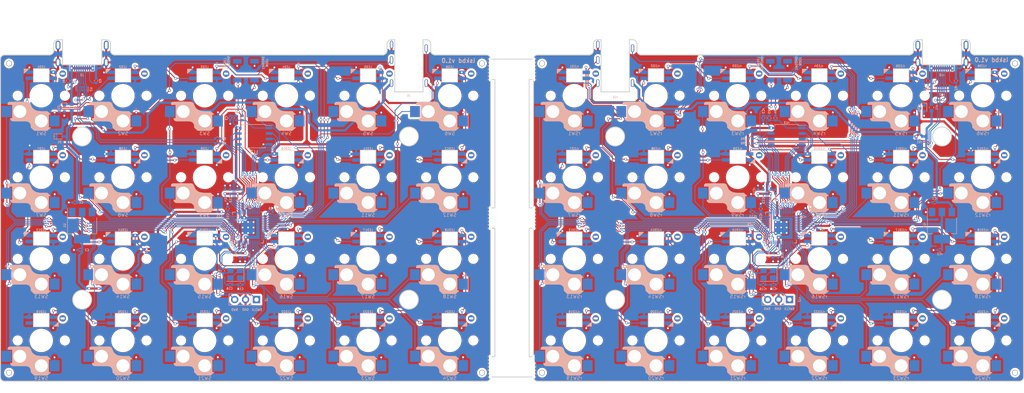
<source format=kicad_pcb>
(kicad_pcb (version 20221018) (generator pcbnew)
  (title_block (title "Corne") (date "2023-10-22") (rev "4.0.0") (company "foostan"))
  (layers (0 "F.Cu" signal) (31 "B.Cu" signal) (34 "B.Paste" user) (35 "F.Paste" user) (36 "B.SilkS" user "B.Silkscreen") (37 "F.SilkS" user "F.Silkscreen") (38 "B.Mask" user) (39 "F.Mask" user) (44 "Edge.Cuts" user))
  (net 0 "")
  (net 1 "Net-(U4-XIN)")
  (net 2 "+1V1")
  (net 3 "+5V")
  (net 4 "+3V3")
  (net 5 "GND")
  (net 6 "Net-(C16-Pad1)")
  (net 7 "Net-(J3-CC1)")
  (net 9 "VBUS")
  (net 10 "Net-(LED1-DOUT)")
  (net 11 "Net-(LED2-DOUT)")
  (net 12 "Net-(J3-CC2)")
  (net 14 "Net-(LED10-DIN)")
  (net 15 "Net-(LED10-DOUT)")
  (net 16 "Net-(LED14-DOUT)")
  (net 17 "Net-(LED15-DOUT)")
  (net 18 "Net-(LED16-DOUT)")
  (net 19 "Net-(LED12-DIN)")
  (net 20 "Net-(D1-K)")
  (net 21 "/left/D+")
  (net 22 "/left/D-")
  (net 23 "/left/RX")
  (net 24 "/left/TX")
  (net 25 "/left/SWCLK")
  (net 26 "/left/SWD")
  (net 27 "/left/LED")
  (net 28 "/left/QSPI_SS")
  (net 29 "/left/KEY1")
  (net 30 "/left/KEY2")
  (net 31 "/left/KEY3")
  (net 32 "/left/KEY4")
  (net 33 "/left/KEY5")
  (net 34 "/left/KEY6")
  (net 35 "/left/KEY7")
  (net 36 "/left/KEY8")
  (net 37 "/left/KEY9")
  (net 38 "/left/KEY10")
  (net 39 "/left/KEY11")
  (net 40 "/left/KEY12")
  (net 41 "/left/KEY13")
  (net 42 "/left/KEY14")
  (net 43 "/left/KEY15")
  (net 44 "/left/KEY16")
  (net 45 "/left/KEY17")
  (net 46 "/left/KEY18")
  (net 47 "/left/KEY19")
  (net 48 "/left/KEY20")
  (net 49 "/left/KEY21")
  (net 50 "/left/QSPI_SD3")
  (net 51 "/left/QSPI_SCLK")
  (net 52 "/left/QSPI_SD0")
  (net 53 "/left/QSPI_SD2")
  (net 54 "/left/QSPI_SD1")
  (net 55 "Net-(LED13-DIN)")
  (net 56 "Net-(LED5-DOUT)")
  (net 57 "Net-(LED4-DOUT)")
  (net 58 "Net-(LED3-DOUT)")
  (net 59 "Net-(LED7-DIN)")
  (net 60 "Net-(LED8-DIN)")
  (net 61 "Net-(LED11-DIN)")
  (net 62 "Net-(LED17-DOUT)")
  (net 63 "Net-(LED13-DOUT)")
  (net 64 "Net-(LED18-DOUT)")
  (net 66 "VBUSR")
  (net 67 "/right/D+")
  (net 68 "/right/D-")
  (net 69 "GNDR")
  (net 70 "Net-(LED19-DIN)")
  (net 71 "+1V1R")
  (net 72 "+5VR")
  (net 73 "+3V3R")
  (net 74 "Net-(rD1-K)")
  (net 75 "Net-(LED20-DIN)")
  (net 76 "Net-(LED21-DIN)")
  (net 77 "Net-(LED22-DIN)")
  (net 78 "/right/TX")
  (net 79 "/right/RX")
  (net 80 "/right/SWCLK")
  (net 81 "/right/SWD")
  (net 82 "Net-(rLED1-DOUT)")
  (net 83 "/right/LED")
  (net 84 "Net-(rLED2-DOUT)")
  (net 85 "Net-(rLED3-DOUT)")
  (net 86 "Net-(rLED4-DOUT)")
  (net 87 "Net-(rLED5-DOUT)")
  (net 88 "Net-(LED23-DIN)")
  (net 89 "Net-(R4-Pad2)")
  (net 90 "Net-(U4-USB_DP)")
  (net 91 "Net-(rLED10-DIN)")
  (net 92 "Net-(rLED10-DOUT)")
  (net 93 "Net-(U4-USB_DM)")
  (net 94 "Net-(U4-XOUT)")
  (net 95 "Net-(rLED13-DOUT)")
  (net 96 "Net-(rLED14-DOUT)")
  (net 97 "Net-(rLED15-DOUT)")
  (net 98 "Net-(rLED16-DOUT)")
  (net 99 "Net-(rLED17-DOUT)")
  (net 100 "Net-(rU4-XIN)")
  (net 101 "Net-(rC16-Pad1)")
  (net 102 "Net-(rJ3-CC1)")
  (net 103 "/right/QSPI_SS")
  (net 105 "/right/KEY1")
  (net 106 "/right/KEY2")
  (net 107 "/right/KEY3")
  (net 108 "/right/KEY4")
  (net 109 "/right/KEY5")
  (net 110 "/right/KEY6")
  (net 111 "/right/KEY7")
  (net 112 "/right/KEY8")
  (net 113 "/right/KEY9")
  (net 114 "/right/KEY10")
  (net 115 "/right/KEY11")
  (net 116 "/right/KEY12")
  (net 117 "/right/KEY13")
  (net 118 "/right/KEY14")
  (net 119 "/right/KEY15")
  (net 120 "/right/KEY16")
  (net 121 "/right/KEY17")
  (net 122 "/right/KEY18")
  (net 123 "/right/KEY19")
  (net 124 "/right/KEY20")
  (net 125 "/right/KEY21")
  (net 126 "/right/QSPI_SD3")
  (net 127 "/right/QSPI_SCLK")
  (net 128 "/right/QSPI_SD0")
  (net 129 "/right/QSPI_SD2")
  (net 130 "/right/QSPI_SD1")
  (net 131 "Net-(rJ3-CC2)")
  (net 133 "Net-(rLED12-DIN)")
  (net 134 "Net-(rLED13-DIN)")
  (net 135 "Net-(rLED7-DIN)")
  (net 136 "Net-(rLED8-DIN)")
  (net 137 "Net-(rLED11-DIN)")
  (net 138 "Net-(rLED18-DOUT)")
  (net 140 "Net-(rLED19-DIN)")
  (net 141 "Net-(rLED20-DIN)")
  (net 142 "Net-(rLED21-DIN)")
  (net 143 "Net-(rLED22-DIN)")
  (net 144 "Net-(rLED23-DIN)")
  (net 145 "Net-(rR4-Pad2)")
  (net 146 "Net-(rU4-USB_DP)")
  (net 147 "Net-(rU4-USB_DM)")
  (net 148 "Net-(rU4-XOUT)")
  (net 149 "Net-(rU4-RUN)")
  (net 150 "/right/KEY22")
  (net 151 "/right/KEY23")
  (net 152 "/right/KEY24")
  (net 155 "Net-(U4-RUN)")
  (net 156 "/left/KEY22")
  (net 157 "/left/KEY23")
  (net 158 "/left/KEY24")
  (footprint "kbd_local:Breakaway_Tabs" (layer "F.Cu") (at -5 38.1 90)
    (fp_text reference "BT2")
    (fp_text value "Breakaway Tabs")
  )
  (footprint "kbd_local:Breakaway_Tabs" (layer "F.Cu") (at 5 38.1 90)
    (fp_text reference "rBT2")
    (fp_text value "Breakaway Tabs")
  )
  (footprint "kbd_local:Breakaway_Tabs" (layer "F.Cu") (at 5 72.825 90)
    (fp_text reference "rBT3")
    (fp_text value "Breakaway Tabs")
  )
  (footprint "kbd_local:Breakaway_Tabs" (layer "F.Cu") (at 5 3.375 90)
    (fp_text reference "rBT1")
    (fp_text value "Breakaway Tabs")
  )
  (footprint "kbd_local:Breakaway_Tabs" (layer "F.Cu") (at -5 72.825 90)
    (fp_text reference "BT3")
    (fp_text value "Breakaway Tabs")
  )
  (footprint "kbd_local:Breakaway_Tabs" (layer "F.Cu") (at -5 3.375 90)
    (fp_text reference "BT1")
    (fp_text value "Breakaway Tabs")
  )
  (footprint "Capacitor_SMD:C_0402_1005Metric" (layer "B.Cu") (at -101.95 34.45 180)
    (fp_text reference "C1")
    (fp_text value "10u")
  )
  (footprint "Capacitor_SMD:C_0402_1005Metric" (layer "B.Cu") (at 98.56 34.45 180)
    (fp_text reference "rC1")
    (fp_text value "10u")
  )
  (footprint "Diode_SMD:D_SOD-523" (layer "B.Cu") (at -104.39 12.5 -90)
    (fp_text reference "ZD1")
    (fp_text value "ESD5Z5V0C")
  )
  (footprint "kbd_local:keyswitch_choc12_hotswap_1u" (layer "B.Cu") (at -52.625 9.525 180)
    (fp_text reference "SW4")
    (fp_text value "SW_Push" hide)
  )
  (footprint "Capacitor_SMD:C_0402_1005Metric" (layer "B.Cu") (at 70.656 40.71)
    (fp_text reference "rC7")
    (fp_text value "100n")
  )
  (footprint "kbd_local:YS-SK6812MINI-E" (layer "B.Cu") (at -52.625 42.875)
    (fp_text reference "LED16")
    (fp_text value "YS-SK6812MINI-E" hide)
    (fp_line (start -1.8 -1.55) (end 1.8 -1.55) (stroke (width 0.1)) (layer "Edge.Cuts"))
    (fp_line (start -1.8 1.55) (end -1.8 -1.55) (stroke (width 0.1)) (layer "Edge.Cuts"))
    (fp_line (start 1.8 -1.55) (end 1.8 1.55) (stroke (width 0.1)) (layer "Edge.Cuts"))
    (fp_line (start 1.8 1.55) (end -1.8 1.55) (stroke (width 0.1)) (layer "Edge.Cuts"))
  )
  (footprint "kbd_local:keyswitch_choc12_hotswap_1u" (layer "B.Cu") (at 90.725 47.625 180)
    (fp_text reference "rSW17")
    (fp_text value "SW_Push" hide)
  )
  (footprint "kbd_local:YS-SK6812MINI-E" (layer "B.Cu") (at 71.675 42.875)
    (fp_text reference "rLED16")
    (fp_text value "YS-SK6812MINI-E" hide)
    (fp_line (start -1.8 -1.55) (end 1.8 -1.55) (stroke (width 0.1)) (layer "Edge.Cuts"))
    (fp_line (start -1.8 1.55) (end -1.8 -1.55) (stroke (width 0.1)) (layer "Edge.Cuts"))
    (fp_line (start 1.8 -1.55) (end 1.8 1.55) (stroke (width 0.1)) (layer "Edge.Cuts"))
    (fp_line (start 1.8 1.55) (end -1.8 1.55) (stroke (width 0.1)) (layer "Edge.Cuts"))
  )
  (footprint "kbd_local:YS-SK6812MINI-E" (layer "B.Cu") (at -71.675 4.775)
    (fp_text reference "LED3")
    (fp_text value "YS-SK6812MINI-E" hide)
    (fp_line (start -1.8 -1.55) (end 1.8 -1.55) (stroke (width 0.1)) (layer "Edge.Cuts"))
    (fp_line (start -1.8 1.55) (end -1.8 -1.55) (stroke (width 0.1)) (layer "Edge.Cuts"))
    (fp_line (start 1.8 -1.55) (end 1.8 1.55) (stroke (width 0.1)) (layer "Edge.Cuts"))
    (fp_line (start 1.8 1.55) (end -1.8 1.55) (stroke (width 0.1)) (layer "Edge.Cuts"))
  )
  (footprint "Resistor_SMD:R_0402_1005Metric" (layer "B.Cu") (at 60 14.73 90)
    (fp_text reference "rR3")
    (fp_text value "10k")
  )
  (footprint "Capacitor_SMD:C_0402_1005Metric" (layer "B.Cu") (at -65.734 53.67)
    (fp_text reference "C16")
    (fp_text value "27p")
  )
  (footprint "Capacitor_SMD:C_0402_1005Metric" (layer "B.Cu") (at 55.486 40.76 180)
    (fp_text reference "rC9")
    (fp_text value "100n")
  )
  (footprint "Capacitor_SMD:C_0402_1005Metric" (layer "B.Cu") (at 57.376 31.94 90)
    (fp_text reference "rC14")
    (fp_text value "1u")
  )
  (footprint "kbd_local:keyswitch_choc12_hotswap_1u" (layer "B.Cu") (at 52.625 47.625 180)
    (fp_text reference "rSW15")
    (fp_text value "SW_Push" hide)
  )
  (footprint "Connector_PinHeader_2.54mm:PinHeader_1x03_P2.54mm_Vertical" (layer "B.Cu") (at 64.705 57.13 90)
    (fp_text reference "rJ2")
    (fp_text value "Conn_01x03")
  )
  (footprint "Resistor_SMD:R_0402_1005Metric" (layer "B.Cu") (at -67.394 50.43 90)
    (fp_text reference "R7")
    (fp_text value "1k")
  )
  (footprint "Capacitor_SMD:C_0402_1005Metric" (layer "B.Cu") (at 58.58 14.71 -90)
    (fp_text reference "rC3")
    (fp_text value "1u")
  )
  (footprint "kbd_local:keyswitch_choc12_hotswap_1u" (layer "B.Cu") (at 52.625 28.575 180)
    (fp_text reference "rSW9")
    (fp_text value "SW_Push" hide)
  )
  (footprint "Capacitor_SMD:C_0402_1005Metric" (layer "B.Cu") (at 62.046 46.77 -90)
    (fp_text reference "rC8")
    (fp_text value "100n")
  )
  (footprint "kbd_local:keyswitch_choc12_hotswap_1u" (layer "B.Cu") (at -71.675 28.575 180)
    (fp_text reference "SW9")
    (fp_text value "SW_Push" hide)
  )
  (footprint "Package_TO_SOT_SMD:SOT-223-3_TabPin2" (layer "B.Cu") (at 100.26 39.85 -90)
    (fp_text reference "rU1")
    (fp_text value "NCP1117LPST33T3G")
  )
  (footprint "kbd_local:keyswitch_choc12_hotswap_1u" (layer "B.Cu") (at -33.575 9.525 180)
    (fp_text reference "SW5")
    (fp_text value "SW_Push" hide)
  )
  (footprint "kbd_local:keyswitch_choc12_hotswap_1u" (layer "B.Cu") (at 71.675 28.575 180)
    (fp_text reference "rSW10")
    (fp_text value "SW_Push" hide)
  )
  (footprint "kbd_local:YS-SK6812MINI-E" (layer "B.Cu") (at 71.675 4.775)
    (fp_text reference "rLED4")
    (fp_text value "YS-SK6812MINI-E" hide)
    (fp_line (start -1.8 -1.55) (end 1.8 -1.55) (stroke (width 0.1)) (layer "Edge.Cuts"))
    (fp_line (start -1.8 1.55) (end -1.8 -1.55) (stroke (width 0.1)) (layer "Edge.Cuts"))
    (fp_line (start 1.8 -1.55) (end 1.8 1.55) (stroke (width 0.1)) (layer "Edge.Cuts"))
    (fp_line (start 1.8 1.55) (end -1.8 1.55) (stroke (width 0.1)) (layer "Edge.Cuts"))
  )
  (footprint "Capacitor_SMD:C_0402_1005Metric" (layer "B.Cu") (at -63.424 46.76 -90)
    (fp_text reference "C4")
    (fp_text value "100n" hide)
  )
  (footprint "kbd_local:TS-1088R-02026" (layer "B.Cu") (at -64.07 3.7 -90)
    (fp_text reference "SMDSW2")
    (fp_text value "TS-1088R-02026" hide)
  )
  (footprint "kbd_local:YS-SK6812MINI-E" (layer "B.Cu") (at -33.575 42.875)
    (fp_text reference "LED17")
    (fp_text value "YS-SK6812MINI-E" hide)
    (fp_line (start -1.8 -1.55) (end 1.8 -1.55) (stroke (width 0.1)) (layer "Edge.Cuts"))
    (fp_line (start -1.8 1.55) (end -1.8 -1.55) (stroke (width 0.1)) (layer "Edge.Cuts"))
    (fp_line (start 1.8 -1.55) (end 1.8 1.55) (stroke (width 0.1)) (layer "Edge.Cuts"))
    (fp_line (start 1.8 1.55) (end -1.8 1.55) (stroke (width 0.1)) (layer "Edge.Cuts"))
  )
  (footprint "Capacitor_SMD:C_0402_1005Metric" (layer "B.Cu") (at -66.3 35.91 90)
    (fp_text reference "C10")
    (fp_text value "100n")
  )
  (footprint "kbd_local:ST-0277D00-052-142" (layer "B.Cu") (at 24.05 -4.8 180)
    (fp_text reference "rJ1")
    (fp_text value "ST-0277D00-052-142")
  )
  (footprint "kbd_local:YS-SK6812MINI-E" (layer "B.Cu") (at 109.775 4.775)
    (fp_text reference "rLED6")
    (fp_text value "YS-SK6812MINI-E" hide)
    (fp_line (start -1.8 -1.55) (end 1.8 -1.55) (stroke (width 0.1)) (layer "Edge.Cuts"))
    (fp_line (start -1.8 1.55) (end -1.8 -1.55) (stroke (width 0.1)) (layer "Edge.Cuts"))
    (fp_line (start 1.8 -1.55) (end 1.8 1.55) (stroke (width 0.1)) (layer "Edge.Cuts"))
    (fp_line (start 1.8 1.55) (end -1.8 1.55) (stroke (width 0.1)) (layer "Edge.Cuts"))
  )
  (footprint "kbd_local:YS-SK6812MINI-E" (layer "B.Cu") (at -33.575 4.775)
    (fp_text reference "LED5")
    (fp_text value "YS-SK6812MINI-E" hide)
    (fp_line (start -1.8 -1.55) (end 1.8 -1.55) (stroke (width 0.1)) (layer "Edge.Cuts"))
    (fp_line (start -1.8 1.55) (end -1.8 -1.55) (stroke (width 0.1)) (layer "Edge.Cuts"))
    (fp_line (start 1.8 -1.55) (end 1.8 1.55) (stroke (width 0.1)) (layer "Edge.Cuts"))
    (fp_line (start 1.8 1.55) (end -1.8 1.55) (stroke (width 0.1)) (layer "Edge.Cuts"))
  )
  (footprint "Capacitor_SMD:C_0402_1005Metric" (layer "B.Cu") (at -62.844 31.92 90)
    (fp_text reference "C5")
    (fp_text value "100n")
  )
  (footprint "kbd_local:YS-SK6812MINI-E" (layer "B.Cu") (at 71.675 61.925 180)
    (fp_text reference "rLED22")
    (fp_text value "YS-SK6812MINI-E" hide)
    (fp_line (start -1.8 -1.55) (end 1.8 -1.55) (stroke (width 0.1)) (layer "Edge.Cuts"))
    (fp_line (start -1.8 1.55) (end -1.8 -1.55) (stroke (width 0.1)) (layer "Edge.Cuts"))
    (fp_line (start 1.8 -1.55) (end 1.8 1.55) (stroke (width 0.1)) (layer "Edge.Cuts"))
    (fp_line (start 1.8 1.55) (end -1.8 1.55) (stroke (width 0.1)) (layer "Edge.Cuts"))
  )
  (footprint "Capacitor_SMD:C_0402_1005Metric" (layer "B.Cu") (at -63.354 53.66 180)
    (fp_text reference "C15")
    (fp_text value "27p")
  )
  (footprint "kbd_local:keyswitch_choc12_hotswap_1u" (layer "B.Cu") (at 90.725 28.575 180)
    (fp_text reference "rSW11")
    (fp_text value "SW_Push" hide)
  )
  (footprint "Package_SO:SOIC-8_5.23x5.23mm_P1.27mm" (layer "B.Cu") (at -60.26 18.98 180)
    (fp_text reference "U3")
    (fp_text value "W25Q128JVSIQ")
  )
  (footprint "kbd_local:YS-SK6812MINI-E" (layer "B.Cu") (at 33.575 4.775)
    (fp_text reference "rLED2")
    (fp_text value "YS-SK6812MINI-E" hide)
    (fp_line (start -1.8 -1.55) (end 1.8 -1.55) (stroke (width 0.1)) (layer "Edge.Cuts"))
    (fp_line (start -1.8 1.55) (end -1.8 -1.55) (stroke (width 0.1)) (layer "Edge.Cuts"))
    (fp_line (start 1.8 -1.55) (end 1.8 1.55) (stroke (width 0.1)) (layer "Edge.Cuts"))
    (fp_line (start 1.8 1.55) (end -1.8 1.55) (stroke (width 0.1)) (layer "Edge.Cuts"))
  )
  (footprint "kbd_local:YS-SK6812MINI-E" (layer "B.Cu") (at -90.725 23.825 180)
    (fp_text reference "LED8")
    (fp_text value "YS-SK6812MINI-E" hide)
    (fp_line (start -1.8 -1.55) (end 1.8 -1.55) (stroke (width 0.1)) (layer "Edge.Cuts"))
    (fp_line (start -1.8 1.55) (end -1.8 -1.55) (stroke (width 0.1)) (layer "Edge.Cuts"))
    (fp_line (start 1.8 -1.55) (end 1.8 1.55) (stroke (width 0.1)) (layer "Edge.Cuts"))
    (fp_line (start 1.8 1.55) (end -1.8 1.55) (stroke (width 0.1)) (layer "Edge.Cuts"))
  )
  (footprint "Package_SON:USON-10_2.5x1.0mm_P0.5mm" (layer "B.Cu") (at -100.26 7.89 90)
    (fp_text reference "U2")
    (fp_text value "TPD4E05U06DQAR")
  )
  (footprint "kbd_local:keyswitch_choc12_hotswap_1u" (layer "B.Cu") (at 71.675 47.625 180)
    (fp_text reference "rSW16")
    (fp_text value "SW_Push" hide)
  )
  (footprint "kbd_local:keyswitch_choc12_hotswap_1u" (layer "B.Cu") (at -109.775 47.625 180)
    (fp_text reference "SW13")
    (fp_text value "SW_Push" hide)
  )
  (footprint "kbd_local:keyswitch_choc12_hotswap_1u" (layer "B.Cu") (at -33.575 28.575 180)
    (fp_text reference "SW11")
    (fp_text value "SW_Push" hide)
  )
  (footprint "kbd_local:TYPE-C-31-M-13C" (layer "B.Cu") (at 100.25 -2.25)
    (fp_text reference "rJ3")
    (fp_text value "TYPE-C-31-M-13C")
  )
  (footprint "kbd_local:YS-SK6812MINI-E" (layer "B.Cu") (at -52.625 23.825 180)
    (fp_text reference "LED10")
    (fp_text value "YS-SK6812MINI-E" hide)
    (fp_line (start -1.8 -1.55) (end 1.8 -1.55) (stroke (width 0.1)) (layer "Edge.Cuts"))
    (fp_line (start -1.8 1.55) (end -1.8 -1.55) (stroke (width 0.1)) (layer "Edge.Cuts"))
    (fp_line (start 1.8 -1.55) (end 1.8 1.55) (stroke (width 0.1)) (layer "Edge.Cuts"))
    (fp_line (start 1.8 1.55) (end -1.8 1.55) (stroke (width 0.1)) (layer "Edge.Cuts"))
  )
  (footprint "kbd_local:keyswitch_choc12_hotswap_1u" (layer "B.Cu") (at -90.725 47.625 180)
    (fp_text reference "SW14")
    (fp_text value "SW_Push" hide)
  )
  (footprint "Fuse:Fuse_0603_1608Metric" (layer "B.Cu") (at -102.68 12.27 -90)
    (fp_text reference "F1")
    (fp_text value "BSMD0603-050-12V")
  )
  (footprint "kbd_local:keyswitch_choc12_hotswap_1u" (layer "B.Cu") (at 109.775 47.625 180)
    (fp_text reference "rSW18")
    (fp_text value "SW_Push" hide)
  )
  (footprint "Capacitor_SMD:C_0402_1005Metric" (layer "B.Cu") (at -68.224 36.66 180)
    (fp_text reference "C11")
    (fp_text value "100n")
  )
  (footprint "kbd_local:keyswitch_choc12_hotswap_1u" (layer "B.Cu") (at 14.525 66.675 180)
    (fp_text reference "rSW19")
    (fp_text value "SW_Push" hide)
  )
  (footprint "kbd_local:keyswitch_choc12_hotswap_1u" (layer "B.Cu") (at -90.725 28.575 180)
    (fp_text reference "SW8")
    (fp_text value "SW_Push" hide)
  )
  (footprint "kbd_local:YS-SK6812MINI-E" (layer "B.Cu") (at 33.575 61.925 180)
    (fp_text reference "rLED20")
    (fp_text value "YS-SK6812MINI-E" hide)
    (fp_line (start -1.8 -1.55) (end 1.8 -1.55) (stroke (width 0.1)) (layer "Edge.Cuts"))
    (fp_line (start -1.8 1.55) (end -1.8 -1.55) (stroke (width 0.1)) (layer "Edge.Cuts"))
    (fp_line (start 1.8 -1.55) (end 1.8 1.55) (stroke (width 0.1)) (layer "Edge.Cuts"))
    (fp_line (start 1.8 1.55) (end -1.8 1.55) (stroke (width 0.1)) (layer "Edge.Cuts"))
  )
  (footprint "kbd_local:YS-SK6812MINI-E" (layer "B.Cu") (at -14.525 23.825 180)
    (fp_text reference "LED12")
    (fp_text value "YS-SK6812MINI-E" hide)
    (fp_line (start -1.8 -1.55) (end 1.8 -1.55) (stroke (width 0.1)) (layer "Edge.Cuts"))
    (fp_line (start -1.8 1.55) (end -1.8 -1.55) (stroke (width 0.1)) (layer "Edge.Cuts"))
    (fp_line (start 1.8 -1.55) (end 1.8 1.55) (stroke (width 0.1)) (layer "Edge.Cuts"))
    (fp_line (start 1.8 1.55) (end -1.8 1.55) (stroke (width 0.1)) (layer "Edge.Cuts"))
  )
  (footprint "kbd_local:YS-SK6812MINI-E" (layer "B.Cu") (at 109.775 61.925 180)
    (fp_text reference "rLED24")
    (fp_text value "YS-SK6812MINI-E" hide)
    (fp_line (start -1.8 -1.55) (end 1.8 -1.55) (stroke (width 0.1)) (layer "Edge.Cuts"))
    (fp_line (start -1.8 1.55) (end -1.8 -1.55) (stroke (width 0.1)) (layer "Edge.Cuts"))
    (fp_line (start 1.8 -1.55) (end 1.8 1.55) (stroke (width 0.1)) (layer "Edge.Cuts"))
    (fp_line (start 1.8 1.55) (end -1.8 1.55) (stroke (width 0.1)) (layer "Edge.Cuts"))
  )
  (footprint "kbd_local:YS-SK6812MINI-E" (layer "B.Cu") (at 52.625 42.875)
    (fp_text reference "rLED15")
    (fp_text value "YS-SK6812MINI-E" hide)
    (fp_line (start -1.8 -1.55) (end 1.8 -1.55) (stroke (width 0.1)) (layer "Edge.Cuts"))
    (fp_line (start -1.8 1.55) (end -1.8 -1.55) (stroke (width 0.1)) (layer "Edge.Cuts"))
    (fp_line (start 1.8 -1.55) (end 1.8 1.55) (stroke (width 0.1)) (layer "Edge.Cuts"))
    (fp_line (start 1.8 1.55) (end -1.8 1.55) (stroke (width 0.1)) (layer "Edge.Cuts"))
  )
  (footprint "Resistor_SMD:R_0402_1005Metric" (layer "B.Cu") (at 103.52 6.03 -90)
    (fp_text reference "rR2")
    (fp_text value "5.1k")
  )
  (footprint "kbd_local:keyswitch_choc12_hotswap_1u" (layer "B.Cu") (at 71.675 9.525 180)
    (fp_text reference "rSW4")
    (fp_text value "SW_Push" hide)
  )
  (footprint "Resistor_SMD:R_0402_1005Metric" (layer "B.Cu") (at -103.5 6.03 -90)
    (fp_text reference "R1")
    (fp_text value "5.1k")
  )
  (footprint "kbd_local:keyswitch_choc12_hotswap_1u" (layer "B.Cu") (at -14.525 28.575 180)
    (fp_text reference "SW12")
    (fp_text value "SW_Push" hide)
  )
  (footprint "kbd_local:YS-SK6812MINI-E" (layer "B.Cu") (at -90.725 61.925 180)
    (fp_text reference "LED20")
    (fp_text value "YS-SK6812MINI-E" hide)
    (fp_line (start -1.8 -1.55) (end 1.8 -1.55) (stroke (width 0.1)) (layer "Edge.Cuts"))
    (fp_line (start -1.8 1.55) (end -1.8 -1.55) (stroke (width 0.1)) (layer "Edge.Cuts"))
    (fp_line (start 1.8 -1.55) (end 1.8 1.55) (stroke (width 0.1)) (layer "Edge.Cuts"))
    (fp_line (start 1.8 1.55) (end -1.8 1.55) (stroke (width 0.1)) (layer "Edge.Cuts"))
  )
  (footprint "Resistor_SMD:R_0402_1005Metric" (layer "B.Cu") (at -64.3 14.73 90)
    (fp_text reference "R3")
    (fp_text value "10k")
  )
  (footprint "kbd_local:keyswitch_choc12_hotswap_1u" (layer "B.Cu") (at 109.775 9.525 180)
    (fp_text reference "rSW6")
    (fp_text value "SW_Push" hide)
  )
  (footprint "kbd_local:TS-1088R-02026" (layer "B.Cu") (at 60.23 3.7 -90)
    (fp_text reference "rSMDSW2")
    (fp_text value "TS-1088R-02026")
  )
  (footprint "Diode_SMD:D_SOD-523" (layer "B.Cu") (at 94.9825 19.04)
    (fp_text reference "rD1")
    (fp_text value "1N4148WT")
  )
  (footprint "kbd_local:YS-SK6812MINI-E" (layer "B.Cu") (at 90.725 42.875)
    (fp_text reference "rLED17")
    (fp_text value "YS-SK6812MINI-E" hide)
    (fp_line (start -1.8 -1.55) (end 1.8 -1.55) (stroke (width 0.1)) (layer "Edge.Cuts"))
    (fp_line (start -1.8 1.55) (end -1.8 -1.55) (stroke (width 0.1)) (layer "Edge.Cuts"))
    (fp_line (start 1.8 -1.55) (end 1.8 1.55) (stroke (width 0.1)) (layer "Edge.Cuts"))
    (fp_line (start 1.8 1.55) (end -1.8 1.55) (stroke (width 0.1)) (layer "Edge.Cuts"))
  )
  (footprint "Package_SO:SOIC-8_5.23x5.23mm_P1.27mm" (layer "B.Cu") (at 64.04 18.98 180)
    (fp_text reference "rU3")
    (fp_text value "W25Q128JVSIQ")
  )
  (footprint "Resistor_SMD:R_0402_1005Metric" (layer "B.Cu") (at -68.7 19.55)
    (fp_text reference "R5")
    (fp_text value "27")
  )
  (footprint "kbd_local:YS-SK6812MINI-E" (layer "B.Cu") (at 14.525 61.925 180)
    (fp_text reference "rLED19")
    (fp_text value "YS-SK6812MINI-E" hide)
    (fp_line (start -1.8 -1.55) (end 1.8 -1.55) (stroke (width 0.1)) (layer "Edge.Cuts"))
    (fp_line (start -1.8 1.55) (end -1.8 -1.55) (stroke (width 0.1)) (layer "Edge.Cuts"))
    (fp_line (start 1.8 -1.55) (end 1.8 1.55) (stroke (width 0.1)) (layer "Edge.Cuts"))
    (fp_line (start 1.8 1.55) (end -1.8 1.55) (stroke (width 0.1)) (layer "Edge.Cuts"))
  )
  (footprint "kbd_local:keyswitch_choc12_hotswap_1u" (layer "B.Cu") (at -33.575 47.625 180)
    (fp_text reference "SW17")
    (fp_text value "SW_Push" hide)
  )
  (footprint "Capacitor_SMD:C_0402_1005Metric" (layer "B.Cu") (at 56.076 36.66 180)
    (fp_text reference "rC11")
    (fp_text value "100n")
  )
  (footprint "kbd_local:YS-SK6812MINI-E" (layer "B.Cu") (at -71.675 42.875)
    (fp_text reference "LED15")
    (fp_text value "YS-SK6812MINI-E" hide)
    (fp_line (start -1.8 -1.55) (end 1.8 -1.55) (stroke (width 0.1)) (layer "Edge.Cuts"))
    (fp_line (start -1.8 1.55) (end -1.8 -1.55) (stroke (width 0.1)) (layer "Edge.Cuts"))
    (fp_line (start 1.8 -1.55) (end 1.8 1.55) (stroke (width 0.1)) (layer "Edge.Cuts"))
    (fp_line (start 1.8 1.55) (end -1.8 1.55) (stroke (width 0.1)) (layer "Edge.Cuts"))
  )
  (footprint "kbd_local:YS-SK6812MINI-E" (layer "B.Cu") (at -109.775 4.755)
    (fp_text reference "LED1")
    (fp_text value "YS-SK6812MINI-E" hide)
    (fp_line (start -1.8 -1.55) (end 1.8 -1.55) (stroke (width 0.1)) (layer "Edge.Cuts"))
    (fp_line (start -1.8 1.55) (end -1.8 -1.55) (stroke (width 0.1)) (layer "Edge.Cuts"))
    (fp_line (start 1.8 -1.55) (end 1.8 1.55) (stroke (width 0.1)) (layer "Edge.Cuts"))
    (fp_line (start 1.8 1.55) (end -1.8 1.55) (stroke (width 0.1)) (layer "Edge.Cuts"))
  )
  (footprint "Capacitor_SMD:C_0402_1005Metric" (layer "B.Cu") (at -68.814 40.76 180)
    (fp_text reference "C9")
    (fp_text value "100n")
  )
  (footprint "kbd_local:keyswitch_choc12_hotswap_1u" (layer "B.Cu") (at -14.525 66.675 180)
    (fp_text reference "SW24")
    (fp_text value "SW_Push" hide)
  )
  (footprint "Crystal:Crystal_SMD_3225-4Pin_3.2x2.5mm" (layer "B.Cu") (at 59.756 51.22 180)
    (fp_text reference "rY1")
    (fp_text value "12MHz 18pF")
  )
  (footprint "kbd_local:YS-SK6812MINI-E" (layer "B.Cu") (at -14.525 61.925 180)
    (fp_text reference "LED24")
    (fp_text value "YS-SK6812MINI-E" hide)
    (fp_line (start -1.8 -1.55) (end 1.8 -1.55) (stroke (width 0.1)) (layer "Edge.Cuts"))
    (fp_line (start -1.8 1.55) (end -1.8 -1.55) (stroke (width 0.1)) (layer "Edge.Cuts"))
    (fp_line (start 1.8 -1.55) (end 1.8 1.55) (stroke (width 0.1)) (layer "Edge.Cuts"))
    (fp_line (start 1.8 1.55) (end -1.8 1.55) (stroke (width 0.1)) (layer "Edge.Cuts"))
  )
  (footprint "kbd_local:YS-SK6812MINI-E" (layer "B.Cu") (at 90.725 4.775)
    (fp_text reference "rLED5")
    (fp_text value "YS-SK6812MINI-E" hide)
    (fp_line (start -1.8 -1.55) (end 1.8 -1.55) (stroke (width 0.1)) (layer "Edge.Cuts"))
    (fp_line (start -1.8 1.55) (end -1.8 -1.55) (stroke (width 0.1)) (layer "Edge.Cuts"))
    (fp_line (start 1.8 -1.55) (end 1.8 1.55) (stroke (width 0.1)) (layer "Edge.Cuts"))
    (fp_line (start 1.8 1.55) (end -1.8 1.55) (stroke (width 0.1)) (layer "Edge.Cuts"))
  )
  (footprint "kbd_local:keyswitch_choc12_hotswap_1u" (layer "B.Cu") (at -71.675 66.675 180)
    (fp_text reference "SW21")
    (fp_text value "SW_Push" hide)
  )
  (footprint "Capacitor_SMD:C_0402_1005Metric" (layer "B.Cu") (at 60.946 53.66 180)
    (fp_text reference "rC15")
    (fp_text value "27p")
  )
  (footprint "kbd_local:keyswitch_choc12_hotswap_1u" (layer "B.Cu") (at 52.625 9.525 180)
    (fp_text reference "rSW3")
    (fp_text value "SW_Push" hide)
  )
  (footprint "kbd_local:keyswitch_choc12_hotswap_1u" (layer "B.Cu") (at 14.525 9.525 180)
    (fp_text reference "rSW1")
    (fp_text value "SW_Push" hide)
  )
  (footprint "kbd_local:YS-SK6812MINI-E" (layer "B.Cu") (at 33.575 23.825 180)
    (fp_text reference "rLED8")
    (fp_text value "YS-SK6812MINI-E" hide)
    (fp_line (start -1.8 -1.55) (end 1.8 -1.55) (stroke (width 0.1)) (layer "Edge.Cuts"))
    (fp_line (start -1.8 1.55) (end -1.8 -1.55) (stroke (width 0.1)) (layer "Edge.Cuts"))
    (fp_line (start 1.8 -1.55) (end 1.8 1.55) (stroke (width 0.1)) (layer "Edge.Cuts"))
    (fp_line (start 1.8 1.55) (end -1.8 1.55) (stroke (width 0.1)) (layer "Edge.Cuts"))
  )
  (footprint "kbd_local:YS-SK6812MINI-E" (layer "B.Cu") (at 14.525 42.875)
    (fp_text reference "rLED13")
    (fp_text value "YS-SK6812MINI-E" hide)
    (fp_line (start -1.8 -1.55) (end 1.8 -1.55) (stroke (width 0.1)) (layer "Edge.Cuts"))
    (fp_line (start -1.8 1.55) (end -1.8 -1.55) (stroke (width 0.1)) (layer "Edge.Cuts"))
    (fp_line (start 1.8 -1.55) (end 1.8 1.55) (stroke (width 0.1)) (layer "Edge.Cuts"))
    (fp_line (start 1.8 1.55) (end -1.8 1.55) (stroke (width 0.1)) (layer "Edge.Cuts"))
  )
  (footprint "kbd_local:keyswitch_choc12_hotswap_1u" (layer "B.Cu") (at 71.675 66.675 180)
    (fp_text reference "rSW22")
    (fp_text value "SW_Push" hide)
  )
  (footprint "kbd_local:keyswitch_choc12_hotswap_1u" (layer "B.Cu") (at -109.775 28.575 180)
    (fp_text reference "SW7")
    (fp_text value "SW_Push" hide)
  )
  (footprint "Capacitor_SMD:C_0402_1005Metric" (layer "B.Cu") (at 61.456 31.92 90)
    (fp_text reference "rC5")
    (fp_text value "100n")
  )
  (footprint "kbd_local:YS-SK6812MINI-E" (layer "B.Cu") (at -109.775 42.875)
    (fp_text reference "LED13")
    (fp_text value "YS-SK6812MINI-E" hide)
    (fp_line (start -1.8 -1.55) (end 1.8 -1.55) (stroke (width 0.1)) (layer "Edge.Cuts"))
    (fp_line (start -1.8 1.55) (end -1.8 -1.55) (stroke (width 0.1)) (layer "Edge.Cuts"))
    (fp_line (start 1.8 -1.55) (end 1.8 1.55) (stroke (width 0.1)) (layer "Edge.Cuts"))
    (fp_line (start 1.8 1.55) (end -1.8 1.55) (stroke (width 0.1)) (layer "Edge.Cuts"))
  )
  (footprint "kbd_local:TS-1088R-02026" (layer "B.Cu") (at -60.05 3.69 -90)
    (fp_text reference "SMDSW1")
    (fp_text value "TS-1088R-02026")
  )
  (footprint "kbd_local:YS-SK6812MINI-E" (layer "B.Cu") (at -71.675 61.925 180)
    (fp_text reference "LED21")
    (fp_text value "YS-SK6812MINI-E" hide)
    (fp_line (start -1.8 -1.55) (end 1.8 -1.55) (stroke (width 0.1)) (layer "Edge.Cuts"))
    (fp_line (start -1.8 1.55) (end -1.8 -1.55) (stroke (width 0.1)) (layer "Edge.Cuts"))
    (fp_line (start 1.8 -1.55) (end 1.8 1.55) (stroke (width 0.1)) (layer "Edge.Cuts"))
    (fp_line (start 1.8 1.55) (end -1.8 1.55) (stroke (width 0.1)) (layer "Edge.Cuts"))
  )
  (footprint "Package_DFN_QFN:QFN-56-1EP_7x7mm_P0.4mm_EP3.2x3.2mm" (layer "B.Cu") (at -61.55 40.3 180)
    (fp_text reference "U4")
    (fp_text value "RP2040")
  )
  (footprint "Diode_SMD:D_SOD-523" (layer "B.Cu") (at -105.5275 19.04)
    (fp_text reference "D1")
    (fp_text value "1N4148WT")
  )
  (footprint "kbd_local:YS-SK6812MINI-E" (layer "B.Cu") (at -109.775 61.925 180)
    (fp_text reference "LED19")
    (fp_text value "YS-SK6812MINI-E" hide)
    (fp_line (start -1.8 -1.55) (end 1.8 -1.55) (stroke (width 0.1)) (layer "Edge.Cuts"))
    (fp_line (start -1.8 1.55) (end -1.8 -1.55) (stroke (width 0.1)) (layer "Edge.Cuts"))
    (fp_line (start 1.8 -1.55) (end 1.8 1.55) (stroke (width 0.1)) (layer "Edge.Cuts"))
    (fp_line (start 1.8 1.55) (end -1.8 1.55) (stroke (width 0.1)) (layer "Edge.Cuts"))
  )
  (footprint "kbd_local:keyswitch_choc12_hotswap_1u" (layer "B.Cu") (at 14.525 47.625 180)
    (fp_text reference "rSW13")
    (fp_text value "SW_Push" hide)
  )
  (footprint "kbd_local:YS-SK6812MINI-E" (layer "B.Cu") (at -109.775 23.825 180)
    (fp_text reference "LED7")
    (fp_text value "YS-SK6812MINI-E" hide)
    (fp_line (start -1.8 -1.55) (end 1.8 -1.55) (stroke (width 0.1)) (layer "Edge.Cuts"))
    (fp_line (start -1.8 1.55) (end -1.8 -1.55) (stroke (width 0.1)) (layer "Edge.Cuts"))
    (fp_line (start 1.8 -1.55) (end 1.8 1.55) (stroke (width 0.1)) (layer "Edge.Cuts"))
    (fp_line (start 1.8 1.55) (end -1.8 1.55) (stroke (width 0.1)) (layer "Edge.Cuts"))
  )
  (footprint "Resistor_SMD:R_0402_1005Metric" (layer "B.Cu") (at 56.906 50.43 90)
    (fp_text reference "rR7")
    (fp_text value "1k")
  )
  (footprint "Capacitor_SMD:C_0402_1005Metric" (layer "B.Cu") (at -62.254 46.77 -90)
    (fp_text reference "C8")
    (fp_text value "100n")
  )
  (footprint "Capacitor_SMD:C_0402_1005Metric" (layer "B.Cu") (at -65.714 31.95 90)
    (fp_text reference "C13")
    (fp_text value "1u")
  )
  (footprint "Capacitor_SMD:C_0402_1005Metric" (layer "B.Cu") (at -100.75 45.55 180)
    (fp_text reference "C2")
    (fp_text value "10u")
  )
  (footprint "kbd_local:YS-SK6812MINI-E" (layer "B.Cu") (at 33.575 42.875)
    (fp_text reference "rLED14")
    (fp_text value "YS-SK6812MINI-E" hide)
    (fp_line (start -1.8 -1.55) (end 1.8 -1.55) (stroke (width 0.1)) (layer "Edge.Cuts"))
    (fp_line (start -1.8 1.55) (end -1.8 -1.55) (stroke (width 0.1)) (layer "Edge.Cuts"))
    (fp_line (start 1.8 -1.55) (end 1.8 1.55) (stroke (width 0.1)) (layer "Edge.Cuts"))
    (fp_line (start 1.8 1.55) (end -1.8 1.55) (stroke (width 0.1)) (layer "Edge.Cuts"))
  )
  (footprint "Fuse:Fuse_0603_1608Metric" (layer "B.Cu") (at 97.83 12.27 -90)
    (fp_text reference "rF1")
    (fp_text value "BSMD0603-050-12V")
  )
  (footprint "kbd_local:YS-SK6812MINI-E" (layer "B.Cu") (at 52.625 23.825 180)
    (fp_text reference "rLED9")
    (fp_text value "YS-SK6812MINI-E" hide)
    (fp_line (start -1.8 -1.55) (end 1.8 -1.55) (stroke (width 0.1)) (layer "Edge.Cuts"))
    (fp_line (start -1.8 1.55) (end -1.8 -1.55) (stroke (width 0.1)) (layer "Edge.Cuts"))
    (fp_line (start 1.8 -1.55) (end 1.8 1.55) (stroke (width 0.1)) (layer "Edge.Cuts"))
    (fp_line (start 1.8 1.55) (end -1.8 1.55) (stroke (width 0.1)) (layer "Edge.Cuts"))
  )
  (footprint "Capacitor_SMD:C_0402_1005Metric" (layer "B.Cu") (at 58 35.91 90)
    (fp_text reference "rC10")
    (fp_text value "100n")
  )
  (footprint "kbd_local:keyswitch_choc12_hotswap_1u" (layer "B.Cu") (at -33.575 66.675 180)
    (fp_text reference "SW23")
    (fp_text value "SW_Push" hide)
  )
  (footprint "kbd_local:YS-SK6812MINI-E" (layer "B.Cu") (at -33.575 61.925 180)
    (fp_text reference "LED23")
    (fp_text value "YS-SK6812MINI-E" hide)
    (fp_line (start -1.8 -1.55) (end 1.8 -1.55) (stroke (width 0.1)) (layer "Edge.Cuts"))
    (fp_line (start -1.8 1.55) (end -1.8 -1.55) (stroke (width 0.1)) (layer "Edge.Cuts"))
    (fp_line (start 1.8 -1.55) (end 1.8 1.55) (stroke (width 0.1)) (layer "Edge.Cuts"))
    (fp_line (start 1.8 1.55) (end -1.8 1.55) (stroke (width 0.1)) (layer "Edge.Cuts"))
  )
  (footprint "Crystal:Crystal_SMD_3225-4Pin_3.2x2.5mm" (layer "B.Cu") (at -64.544 51.22 180)
    (fp_text reference "Y1")
    (fp_text value "12MHz 18pF")
  )
  (footprint "kbd_local:YS-SK6812MINI-E" (layer "B.Cu") (at -71.675 23.825 180)
    (fp_text reference "LED9")
    (fp_text value "YS-SK6812MINI-E" hide)
    (fp_line (start -1.8 -1.55) (end 1.8 -1.55) (stroke (width 0.1)) (layer "Edge.Cuts"))
    (fp_line (start -1.8 1.55) (end -1.8 -1.55) (stroke (width 0.1)) (layer "Edge.Cuts"))
    (fp_line (start 1.8 -1.55) (end 1.8 1.55) (stroke (width 0.1)) (layer "Edge.Cuts"))
    (fp_line (start 1.8 1.55) (end -1.8 1.55) (stroke (width 0.1)) (layer "Edge.Cuts"))
  )
  (footprint "Package_DFN_QFN:QFN-56-1EP_7x7mm_P0.4mm_EP3.2x3.2mm" (layer "B.Cu") (at 62.75 40.3 180)
    (fp_text reference "rU4")
    (fp_text value "RP2040")
  )
  (footprint "Resistor_SMD:R_0402_1005Metric" (layer "B.Cu") (at 55.68 20.67)
    (fp_text reference "rR6")
    (fp_text value "27")
  )
  (footprint "kbd_local:keyswitch_choc12_hotswap_1u" (layer "B.Cu") (at 33.575 9.525 180)
    (fp_text reference "rSW2")
    (fp_text value "SW_Push" hide)
  )
  (footprint "Capacitor_SMD:C_0402_1005Metric" (layer "B.Cu") (at 58.566 53.67)
    (fp_text reference "rC16")
    (fp_text value "27p")
  )
  (footprint "Diode_SMD:D_SOD-523" (layer "B.Cu") (at 96.12 12.5 -90)
    (fp_text reference "rZD1")
    (fp_text value "ESD5Z5V0C")
  )
  (footprint "kbd_local:YS-SK6812MINI-E" (layer "B.Cu") (at -14.525 4.775)
    (fp_text reference "LED6")
    (fp_text value "YS-SK6812MINI-E" hide)
    (fp_line (start -1.8 -1.55) (end 1.8 -1.55) (stroke (width 0.1)) (layer "Edge.Cuts"))
    (fp_line (start -1.8 1.55) (end -1.8 -1.55) (stroke (width 0.1)) (layer "Edge.Cuts"))
    (fp_line (start 1.8 -1.55) (end 1.8 1.55) (stroke (width 0.1)) (layer "Edge.Cuts"))
    (fp_line (start 1.8 1.55) (end -1.8 1.55) (stroke (width 0.1)) (layer "Edge.Cuts"))
  )
  (footprint "kbd_local:keyswitch_choc12_hotswap_1u" (layer "B.Cu") (at 33.575 28.575 180)
    (fp_text reference "rSW8")
    (fp_text value "SW_Push" hide)
  )
  (footprint "kbd_local:TS-1088R-02026" (layer "B.Cu") (at 64.25 3.69 -90)
    (fp_text reference "rSMDSW1")
    (fp_text value "TS-1088R-02026")
  )
  (footprint "kbd_local:keyswitch_choc12_hotswap_1u" (layer "B.Cu") (at 109.775 66.675 180)
    (fp_text reference "rSW24")
    (fp_text value "SW_Push" hide)
  )
  (footprint "kbd_local:keyswitch_choc12_hotswap_1u" (layer "B.Cu") (at -52.625 28.575 180)
    (fp_text reference "SW10")
    (fp_text value "SW_Push" hide)
  )
  (footprint "Resistor_SMD:R_0402_1005Metric" (layer "B.Cu") (at 55.66 19.53 180)
    (fp_text reference "rR5")
    (fp_text value "27")
  )
  (footprint "kbd_local:YS-SK6812MINI-E" (layer "B.Cu") (at 71.675 23.825 180)
    (fp_text reference "rLED10")
    (fp_text value "YS-SK6812MINI-E" hide)
    (fp_line (start -1.8 -1.55) (end 1.8 -1.55) (stroke (width 0.1)) (layer "Edge.Cuts"))
    (fp_line (start -1.8 1.55) (end -1.8 -1.55) (stroke (width 0.1)) (layer "Edge.Cuts"))
    (fp_line (start 1.8 -1.55) (end 1.8 1.55) (stroke (width 0.1)) (layer "Edge.Cuts"))
    (fp_line (start 1.8 1.55) (end -1.8 1.55) (stroke (width 0.1)) (layer "Edge.Cuts"))
  )
  (footprint "Resistor_SMD:R_0402_1005Metric" (layer "B.Cu") (at -62.87 14.75 90)
    (fp_text reference "R4")
    (fp_text value "1k")
  )
  (footprint "kbd_local:YS-SK6812MINI-E" (layer "B.Cu") (at 109.775 23.825 180)
    (fp_text reference "rLED12")
    (fp_text value "YS-SK6812MINI-E" hide)
    (fp_line (start -1.8 -1.55) (end 1.8 -1.55) (stroke (width 0.1)) (layer "Edge.Cuts"))
    (fp_line (start -1.8 1.55) (end -1.8 -1.55) (stroke (width 0.1)) (layer "Edge.Cuts"))
    (fp_line (start 1.8 -1.55) (end 1.8 1.55) (stroke (width 0.1)) (layer "Edge.Cuts"))
    (fp_line (start 1.8 1.55) (end -1.8 1.55) (stroke (width 0.1)) (layer "Edge.Cuts"))
  )
  (footprint "Capacitor_SMD:C_0402_1005Metric" (layer "B.Cu") (at -65.72 14.71 -90)
    (fp_text reference "C3")
    (fp_text value "1u")
  )
  (footprint "kbd_local:keyswitch_choc12_hotswap_1u" (layer "B.Cu") (at 52.625 66.675 180)
    (fp_text reference "rSW21")
    (fp_text value "SW_Push" hide)
  )
  (footprint "kbd_local:YS-SK6812MINI-E" (layer "B.Cu") (at 90.725 23.825 180)
    (fp_text reference "rLED11")
    (fp_text value "YS-SK6812MINI-E" hide)
    (fp_line (start -1.8 -1.55) (end 1.8 -1.55) (stroke (width 0.1)) (layer "Edge.Cuts"))
    (fp_line (start -1.8 1.55) (end -1.8 -1.55) (stroke (width 0.1)) (layer "Edge.Cuts"))
    (fp_line (start 1.8 -1.55) (end 1.8 1.55) (stroke (width 0.1)) (layer "Edge.Cuts"))
    (fp_line (start 1.8 1.55) (end -1.8 1.55) (stroke (width 0.1)) (layer "Edge.Cuts"))
  )
  (footprint "kbd_local:keyswitch_choc12_hotswap_1u" (layer "B.Cu") (at -71.675 47.625 180)
    (fp_text reference "SW15")
    (fp_text value "SW_Push" hide)
  )
  (footprint "kbd_local:keyswitch_choc12_hotswap_1u" (layer "B.Cu") (at -109.775 66.675 180)
    (fp_text reference "SW19")
    (fp_text value "SW_Push" hide)
  )
  (footprint "kbd_local:keyswitch_choc12_hotswap_1u" (layer "B.Cu") (at 109.775 28.575 180)
    (fp_text reference "rSW12")
    (fp_text value "SW_Push" hide)
  )
  (footprint "kbd_local:YS-SK6812MINI-E" (layer "B.Cu") (at 52.625 61.925 180)
    (fp_text reference "rLED21")
    (fp_text value "YS-SK6812MINI-E" hide)
    (fp_line (start -1.8 -1.55) (end 1.8 -1.55) (stroke (width 0.1)) (layer "Edge.Cuts"))
    (fp_line (start -1.8 1.55) (end -1.8 -1.55) (stroke (width 0.1)) (layer "Edge.Cuts"))
    (fp_line (start 1.8 -1.55) (end 1.8 1.55) (stroke (width 0.1)) (layer "Edge.Cuts"))
    (fp_line (start 1.8 1.55) (end -1.8 1.55) (stroke (width 0.1)) (layer "Edge.Cuts"))
  )
  (footprint "kbd_local:keyswitch_choc12_hotswap_1u" (layer "B.Cu") (at -90.725 66.675 180)
    (fp_text reference "SW20")
    (fp_text value "SW_Push" hide)
  )
  (footprint "kbd_local:keyswitch_choc12_hotswap_1u" (layer "B.Cu") (at -14.525 47.625 180)
    (fp_text reference "SW18")
    (fp_text value "SW_Push" hide)
  )
  (footprint "Capacitor_SMD:C_0402_1005Metric" (layer "B.Cu") (at 58.586 31.95 90)
    (fp_text reference "rC13")
    (fp_text value "1u")
  )
  (footprint "kbd_local:YS-SK6812MINI-E" (layer "B.Cu") (at 52.625 4.775)
    (fp_text reference "rLED3")
    (fp_text value "YS-SK6812MINI-E" hide)
    (fp_line (start -1.8 -1.55) (end 1.8 -1.55) (stroke (width 0.1)) (layer "Edge.Cuts"))
    (fp_line (start -1.8 1.55) (end -1.8 -1.55) (stroke (width 0.1)) (layer "Edge.Cuts"))
    (fp_line (start 1.8 -1.55) (end 1.8 1.55) (stroke (width 0.1)) (layer "Edge.Cuts"))
    (fp_line (start 1.8 1.55) (end -1.8 1.55) (stroke (width 0.1)) (layer "Edge.Cuts"))
  )
  (footprint "kbd_local:YS-SK6812MINI-E" (layer "B.Cu") (at -33.575 23.825 180)
    (fp_text reference "LED11")
    (fp_text value "YS-SK6812MINI-E" hide)
    (fp_line (start -1.8 -1.55) (end 1.8 -1.55) (stroke (width 0.1)) (layer "Edge.Cuts"))
    (fp_line (start -1.8 1.55) (end -1.8 -1.55) (stroke (width 0.1)) (layer "Edge.Cuts"))
    (fp_line (start 1.8 -1.55) (end 1.8 1.55) (stroke (width 0.1)) (layer "Edge.Cuts"))
    (fp_line (start 1.8 1.55) (end -1.8 1.55) (stroke (width 0.1)) (layer "Edge.Cuts"))
  )
  (footprint "Capacitor_SMD:C_0402_1005Metric" (layer "B.Cu") (at -66.924 31.94 90)
    (fp_text reference "C14")
    (fp_text value "1u")
  )
  (footprint "kbd_local:keyswitch_choc12_hotswap_1u" (layer "B.Cu") (at 33.575 66.675 180)
    (fp_text reference "rSW20")
    (fp_text value "SW_Push" hide)
  )
  (footprint "kbd_local:ST-0277D00-052-142" (layer "B.Cu") (at -24.05 -4.8 180)
    (fp_text reference "J1")
    (fp_text value "ST-0277D00-052-142")
  )
  (footprint "Capacitor_SMD:C_0402_1005Metric" (layer "B.Cu") (at -56.3 36.65)
    (fp_text reference "C6")
    (fp_text value "100n")
  )
  (footprint "kbd_local:YS-SK6812MINI-E" (layer "B.Cu") (at 90.725 61.925 180)
    (fp_text reference "rLED23")
    (fp_text value "YS-SK6812MINI-E" hide)
    (fp_line (start -1.8 -1.55) (end 1.8 -1.55) (stroke (width 0.1)) (layer "Edge.Cuts"))
    (fp_line (start -1.8 1.55) (end -1.8 -1.55) (stroke (width 0.1)) (layer "Edge.Cuts"))
    (fp_line (start 1.8 -1.55) (end 1.8 1.55) (stroke (width 0.1)) (layer "Edge.Cuts"))
    (fp_line (start 1.8 1.55) (end -1.8 1.55) (stroke (width 0.1)) (layer "Edge.Cuts"))
  )
  (footprint "Capacitor_SMD:C_0402_1005Metric" (layer "B.Cu") (at 60.876 46.76 -90)
    (fp_text reference "rC4")
    (fp_text value "100n")
  )
  (footprint "kbd_local:keyswitch_choc12_hotswap_1u" (layer "B.Cu") (at 33.575 47.625 180)
    (fp_text reference "rSW14")
    (fp_text value "SW_Push" hide)
  )
  (footprint "kbd_local:keyswitch_choc12_hotswap_1u" (layer "B.Cu") (at -52.625 47.625 180)
    (fp_text reference "SW16")
    (fp_text value "SW_Push" hide)
  )
  (footprint "kbd_local:keyswitch_choc12_hotswap_1u" (layer "B.Cu") (at 90.725 66.675 180)
    (fp_text reference "rSW23")
    (fp_text value "SW_Push" hide)
  )
  (footprint "Capacitor_SMD:C_0402_1005Metric" (layer "B.Cu") (at -63.98 31.94 90)
    (fp_text reference "C12")
    (fp_text value "100n")
  )
  (footprint "Package_SON:USON-10_2.5x1.0mm_P0.5mm" (layer "B.Cu") (at 100.25 7.89 90)
    (fp_text reference "rU2")
    (fp_text value "TPD4E05U06DQAR")
  )
  (footprint "kbd_local:keyswitch_choc12_hotswap_1u" (layer "B.Cu") (at -109.775 9.525 180)
    (fp_text reference "SW1")
    (fp_text value "SW_Push" hide)
  )
  (footprint "kbd_local:keyswitch_choc12_hotswap_1u" (layer "B.Cu") (at 90.725 9.525 180)
    (fp_text reference "rSW5")
    (fp_text value "SW_Push" hide)
  )
  (footprint "kbd_local:keyswitch_choc12_hotswap_1u" (layer "B.Cu") (at -90.725 9.525 180)
    (fp_text reference "SW2")
    (fp_text value "SW_Push" hide)
  )
  (footprint "Capacitor_SMD:C_0402_1005Metric" (layer "B.Cu") (at 68 36.65)
    (fp_text reference "rC6")
    (fp_text value "100n")
  )
  (footprint "kbd_local:keyswitch_choc12_hotswap_1u" (layer "B.Cu") (at -14.525 9.525 180)
    (fp_text reference "SW6")
    (fp_text value "SW_Push" hide)
  )
  (footprint "kbd_local:YS-SK6812MINI-E" (layer "B.Cu") (at -90.725 4.775)
    (fp_text reference "LED2")
    (fp_text value "YS-SK6812MINI-E" hide)
    (fp_line (start -1.8 -1.55) (end 1.8 -1.55) (stroke (width 0.1)) (layer "Edge.Cuts"))
    (fp_line (start -1.8 1.55) (end -1.8 -1.55) (stroke (width 0.1)) (layer "Edge.Cuts"))
    (fp_line (start 1.8 -1.55) (end 1.8 1.55) (stroke (width 0.1)) (layer "Edge.Cuts"))
    (fp_line (start 1.8 1.55) (end -1.8 1.55) (stroke (width 0.1)) (layer "Edge.Cuts"))
  )
  (footprint "kbd_local:YS-SK6812MINI-E" (layer "B.Cu") (at -52.625 61.925 180)
    (fp_text reference "LED22")
    (fp_text value "YS-SK6812MINI-E" hide)
    (fp_line (start -1.8 -1.55) (end 1.8 -1.55) (stroke (width 0.1)) (layer "Edge.Cuts"))
    (fp_line (start -1.8 1.55) (end -1.8 -1.55) (stroke (width 0.1)) (layer "Edge.Cuts"))
    (fp_line (start 1.8 -1.55) (end 1.8 1.55) (stroke (width 0.1)) (layer "Edge.Cuts"))
    (fp_line (start 1.8 1.55) (end -1.8 1.55) (stroke (width 0.1)) (layer "Edge.Cuts"))
  )
  (footprint "kbd_local:TYPE-C-31-M-13C" (layer "B.Cu") (at -100.25 -2.25)
    (fp_text reference "J3")
    (fp_text value "TYPE-C-31-M-13C")
  )
  (footprint "Package_TO_SOT_SMD:SOT-223-3_TabPin2" (layer "B.Cu") (at -100.25 39.85 -90)
    (fp_text reference "U1")
    (fp_text value "NCP1117LPST33T3G")
  )
  (footprint "Resistor_SMD:R_0402_1005Metric" (layer "B.Cu") (at -96.99 6.03 -90)
    (fp_text reference "R2")
    (fp_text value "5.1k")
  )
  (footprint "kbd_local:YS-SK6812MINI-E" (layer "B.Cu") (at -90.725 42.875)
    (fp_text reference "LED14")
    (fp_text value "YS-SK6812MINI-E" hide)
    (fp_line (start -1.8 -1.55) (end 1.8 -1.55) (stroke (width 0.1)) (layer "Edge.Cuts"))
    (fp_line (start -1.8 1.55) (end -1.8 -1.55) (stroke (width 0.1)) (layer "Edge.Cuts"))
    (fp_line (start 1.8 -1.55) (end 1.8 1.55) (stroke (width 0.1)) (layer "Edge.Cuts"))
    (fp_line (start 1.8 1.55) (end -1.8 1.55) (stroke (width 0.1)) (layer "Edge.Cuts"))
  )
  (footprint "kbd_local:keyswitch_choc12_hotswap_1u" (layer "B.Cu") (at -71.675 9.525 180)
    (fp_text reference "SW3")
    (fp_text value "SW_Push" hide)
  )
  (footprint "Resistor_SMD:R_0402_1005Metric" (layer "B.Cu") (at 61.43 14.75 90)
    (fp_text reference "rR4")
    (fp_text value "1k")
  )
  (footprint "Capacitor_SMD:C_0402_1005Metric" (layer "B.Cu") (at 99.76 45.55 180)
    (fp_text reference "rC2")
    (fp_text value "10u")
  )
  (footprint "kbd_local:YS-SK6812MINI-E" (layer "B.Cu") (at 14.525 4.775)
    (fp_text reference "rLED1")
    (fp_text value "YS-SK6812MINI-E" hide)
    (fp_line (start -1.8 -1.55) (end 1.8 -1.55) (stroke (width 0.1)) (layer "Edge.Cuts"))
    (fp_line (start -1.8 1.55) (end -1.8 -1.55) (stroke (width 0.1)) (layer "Edge.Cuts"))
    (fp_line (start 1.8 -1.55) (end 1.8 1.55) (stroke (width 0.1)) (layer "Edge.Cuts"))
    (fp_line (start 1.8 1.55) (end -1.8 1.55) (stroke (width 0.1)) (layer "Edge.Cuts"))
  )
  (footprint "kbd_local:YS-SK6812MINI-E" (layer "B.Cu") (at -14.525 42.875)
    (fp_text reference "LED18")
    (fp_text value "YS-SK6812MINI-E" hide)
    (fp_line (start -1.8 -1.55) (end 1.8 -1.55) (stroke (width 0.1)) (layer "Edge.Cuts"))
    (fp_line (start -1.8 1.55) (end -1.8 -1.55) (stroke (width 0.1)) (layer "Edge.Cuts"))
    (fp_line (start 1.8 -1.55) (end 1.8 1.55) (stroke (width 0.1)) (layer "Edge.Cuts"))
    (fp_line (start 1.8 1.55) (end -1.8 1.55) (stroke (width 0.1)) (layer "Edge.Cuts"))
  )
  (footprint "kbd_local:YS-SK6812MINI-E" (layer "B.Cu") (at -52.625 4.775)
    (fp_text reference "LED4")
    (fp_text value "YS-SK6812MINI-E" hide)
    (fp_line (start -1.8 -1.55) (end 1.8 -1.55) (stroke (width 0.1)) (layer "Edge.Cuts"))
    (fp_line (start -1.8 1.55) (end -1.8 -1.55) (stroke (width 0.1)) (layer "Edge.Cuts"))
    (fp_line (start 1.8 -1.55) (end 1.8 1.55) (stroke (width 0.1)) (layer "Edge.Cuts"))
    (fp_line (start 1.8 1.55) (end -1.8 1.55) (stroke (width 0.1)) (layer "Edge.Cuts"))
  )
  (footprint "Capacitor_SMD:C_0402_1005Metric" (layer "B.Cu") (at -53.644 40.71)
    (fp_text reference "C7")
    (fp_text value "100n")
  )
  (footprint "Capacitor_SMD:C_0402_1005Metric" (layer "B.Cu") (at 60.32 31.94 90)
    (fp_text reference "rC12")
    (fp_text value "100n")
  )
  (footprint "kbd_local:YS-SK6812MINI-E" (layer "B.Cu") (at 14.525 23.825 180)
    (fp_text reference "rLED7")
    (fp_text value "YS-SK6812MINI-E" hide)
    (fp_line (start -1.8 -1.55) (end 1.8 -1.55) (stroke (width 0.1)) (layer "Edge.Cuts"))
    (fp_line (start -1.8 1.55) (end -1.8 -1.55) (stroke (width 0.1)) (layer "Edge.Cuts"))
    (fp_line (start 1.8 -1.55) (end 1.8 1.55) (stroke (width 0.1)) (layer "Edge.Cuts"))
    (fp_line (start 1.8 1.55) (end -1.8 1.55) (stroke (width 0.1)) (layer "Edge.Cuts"))
  )
  (footprint "Resistor_SMD:R_0402_1005Metric" (layer "B.Cu") (at 97.01 6.03 -90)
    (fp_text reference "rR1")
    (fp_text value "5.1k")
  )
  (footprint "kbd_local:keyswitch_choc12_hotswap_1u" (layer "B.Cu") (at -52.625 66.675 180)
    (fp_text reference "SW22")
    (fp_text value "SW_Push" hide)
  )
  (footprint "kbd_local:YS-SK6812MINI-E" (layer "B.Cu") (at 109.775 42.875)
    (fp_text reference "rLED18")
    (fp_text value "YS-SK6812MINI-E" hide)
    (fp_line (start -1.8 -1.55) (end 1.8 -1.55) (stroke (width 0.1)) (layer "Edge.Cuts"))
    (fp_line (start -1.8 1.55) (end -1.8 -1.55) (stroke (width 0.1)) (layer "Edge.Cuts"))
    (fp_line (start 1.8 -1.55) (end 1.8 1.55) (stroke (width 0.1)) (layer "Edge.Cuts"))
    (fp_line (start 1.8 1.55) (end -1.8 1.55) (stroke (width 0.1)) (layer "Edge.Cuts"))
  )
  (footprint "Resistor_SMD:R_0402_1005Metric" (layer "B.Cu") (at -68.69 20.67 180)
    (fp_text reference "R6")
    (fp_text value "27")
  )
  (footprint "Connector_PinHeader_2.54mm:PinHeader_1x03_P2.54mm_Vertical" (layer "B.Cu") (at -59.595 57.13 90)
    (fp_text reference "J2")
    (fp_text value "Conn_01x03")
  )
  (footprint "kbd_local:keyswitch_choc12_hotswap_1u" (layer "B.Cu") (at 14.525 28.575 180)
    (fp_text reference "rSW7")
    (fp_text value "SW_Push" hide)
  )
  (gr_line (start -20.748 -3.556) (end -19.97 -3.556) (stroke (width 0.2)) (layer "Edge.Cuts"))
  (gr_line (start -20.748 8.636) (end -20.748 -3.556) (stroke (width 0.2)) (layer "Edge.Cuts"))
  (gr_line (start 118.3 0) (end 107.854 0) (stroke (width 0.2)) (layer "Edge.Cuts"))
  (gr_arc (start 30.13 0) (mid 29.422893 -0.292893) (end 29.13 -1) (stroke (width 0.2)) (layer "Edge.Cuts"))
  (gr_line (start 6 76.2) (end 118.3 76.2) (stroke (width 0.2)) (layer "Edge.Cuts"))
  (gr_arc (start -119.3 1) (mid -119.007107 0.292893) (end -118.3 0) (stroke (width 0.2)) (layer "Edge.Cuts"))
  (gr_arc (start -5 75.2) (mid -5.292893 75.907107) (end -6 76.2) (stroke (width 0.2)) (layer "Edge.Cuts"))
  (gr_circle (center 24.05 19.05) (end 26.25 19.05) (stroke (width 0.2)) (fill none) (layer "Edge.Cuts"))
  (gr_line (start 5 5.75) (end 4 5.75) (stroke (width 0.2)) (layer "Edge.Cuts"))
  (gr_line (start 5 70.45) (end 4 70.45) (stroke (width 0.2)) (layer "Edge.Cuts"))
  (gr_line (start 5 40.475) (end 4 40.475) (stroke (width 0.2)) (layer "Edge.Cuts"))
  (gr_line (start -5 75.2) (end 5 75.2) (stroke (width 0.2)) (layer "Edge.Cuts"))
  (gr_line (start -29.13 -2.556) (end -29.13 -1) (stroke (width 0.2)) (layer "Edge.Cuts"))
  (gr_arc (start -29.13 -1) (mid -29.422893 -0.292893) (end -30.13 0) (stroke (width 0.2)) (layer "Edge.Cuts"))
  (gr_line (start -92.646 0) (end -30.13 0) (stroke (width 0.2)) (layer "Edge.Cuts"))
  (gr_line (start 20.748 8.636) (end 27.352 8.636) (stroke (width 0.2)) (layer "Edge.Cuts"))
  (gr_arc (start 93.646 -1) (mid 93.353107 -0.292893) (end 92.646 0) (stroke (width 0.2)) (layer "Edge.Cuts"))
  (gr_line (start -27.352 8.636) (end -20.748 8.636) (stroke (width 0.2)) (layer "Edge.Cuts"))
  (gr_line (start -104.822 2.286) (end -95.678 2.286) (stroke (width 0.2)) (layer "Edge.Cuts"))
  (gr_line (start 119.3 1) (end 119.3 75.2) (stroke (width 0.2)) (layer "Edge.Cuts"))
  (gr_line (start 19.97 -3.556) (end 20.748 -3.556) (stroke (width 0.2)) (layer "Edge.Cuts"))
  (gr_line (start 5 35.725) (end 4 35.725) (stroke (width 0.2)) (layer "Edge.Cuts"))
  (gr_line (start 4 5.75) (end 4 35.725) (stroke (width 0.2)) (layer "Edge.Cuts"))
  (gr_line (start -5 5.75) (end -4 5.75) (stroke (width 0.2)) (layer "Edge.Cuts"))
  (gr_line (start -5 40.475) (end -5 70.45) (stroke (width 0.2)) (layer "Edge.Cuts"))
  (gr_line (start 5 5.75) (end 5 35.725) (stroke (width 0.2)) (layer "Edge.Cuts"))
  (gr_arc (start 119.3 75.2) (mid 119.007107 75.907107) (end 118.3 76.2) (stroke (width 0.2)) (layer "Edge.Cuts"))
  (gr_line (start -107.854 0) (end -118.3 0) (stroke (width 0.2)) (layer "Edge.Cuts"))
  (gr_arc (start -118.3 76.2) (mid -119.007107 75.907107) (end -119.3 75.2) (stroke (width 0.2)) (layer "Edge.Cuts"))
  (gr_line (start -95.678 2.286) (end -95.678 -3.556) (stroke (width 0.2)) (layer "Edge.Cuts"))
  (gr_arc (start 118.3 0) (mid 119.007107 0.292893) (end 119.3 1) (stroke (width 0.2)) (layer "Edge.Cuts"))
  (gr_line (start 104.822 -3.556) (end 105.854 -3.556) (stroke (width 0.2)) (layer "Edge.Cuts"))
  (gr_arc (start 6 76.2) (mid 5.292893 75.907107) (end 5 75.2) (stroke (width 0.2)) (layer "Edge.Cuts"))
  (gr_line (start -5 1) (end 5 1) (stroke (width 0.2)) (layer "Edge.Cuts"))
  (gr_line (start -93.646 -2.556) (end -93.646 -1) (stroke (width 0.2)) (layer "Edge.Cuts"))
  (gr_line (start 27.352 8.636) (end 27.352 -3.556) (stroke (width 0.2)) (layer "Edge.Cuts"))
  (gr_line (start -5 5.75) (end -5 35.725) (stroke (width 0.2)) (layer "Edge.Cuts"))
  (gr_arc (start 18.97 -1) (mid 18.677107 -0.292893) (end 17.97 0) (stroke (width 0.2)) (layer "Edge.Cuts"))
  (gr_arc (start 5 1) (mid 5.292893 0.292893) (end 6 0) (stroke (width 0.2)) (layer "Edge.Cuts"))
  (gr_circle (center 24.05 57.15) (end 26.25 57.15) (stroke (width 0.2)) (fill none) (layer "Edge.Cuts"))
  (gr_circle (center -24.05 19.05) (end -21.85 19.05) (stroke (width 0.2)) (fill none) (layer "Edge.Cuts"))
  (gr_line (start 94.661998 -3.555872) (end 95.678 -3.556) (stroke (width 0.2)) (layer "Edge.Cuts"))
  (gr_circle (center -100.25 19.05) (end -98.05 19.05) (stroke (width 0.2)) (fill none) (layer "Edge.Cuts"))
  (gr_line (start 20.748 -3.556) (end 20.748 8.636) (stroke (width 0.2)) (layer "Edge.Cuts"))
  (gr_circle (center 100.25 57.15) (end 102.45 57.15) (stroke (width 0.2)) (fill none) (layer "Edge.Cuts"))
  (gr_line (start 28.13 -3.556) (end 27.352 -3.556) (stroke (width 0.2)) (layer "Edge.Cuts"))
  (gr_arc (start 93.646 -2.556) (mid 93.944572 -3.268741) (end 94.661998 -3.555872) (stroke (width 0.2)) (layer "Edge.Cuts"))
  (gr_line (start -119.3 1) (end -119.3 75.2) (stroke (width 0.2)) (layer "Edge.Cuts"))
  (gr_line (start 18.97 -1) (end 18.97 -2.556) (stroke (width 0.2)) (layer "Edge.Cuts"))
  (gr_arc (start -92.646 0) (mid -93.353107 -0.292893) (end -93.646 -1) (stroke (width 0.2)) (layer "Edge.Cuts"))
  (gr_line (start -5 70.45) (end -4 70.45) (stroke (width 0.2)) (layer "Edge.Cuts"))
  (gr_line (start -18.97 -2.556) (end -18.97 -1) (stroke (width 0.2)) (layer "Edge.Cuts"))
  (gr_circle (center 100.25 19.05) (end 102.45 19.05) (stroke (width 0.2)) (fill none) (layer "Edge.Cuts"))
  (gr_arc (start -6 0) (mid -5.292893 0.292893) (end -5 1) (stroke (width 0.2)) (layer "Edge.Cuts"))
  (gr_line (start -5 35.725) (end -4 35.725) (stroke (width 0.2)) (layer "Edge.Cuts"))
  (gr_arc (start 105.854 -3.556) (mid 106.561107 -3.263107) (end 106.854 -2.556) (stroke (width 0.2)) (layer "Edge.Cuts"))
  (gr_line (start 29.13 -1) (end 29.13 -2.556) (stroke (width 0.2)) (layer "Edge.Cuts"))
  (gr_line (start 6 0) (end 17.97 0) (stroke (width 0.2)) (layer "Edge.Cuts"))
  (gr_line (start 4 40.475) (end 4 70.45) (stroke (width 0.2)) (layer "Edge.Cuts"))
  (gr_arc (start 18.97 -2.556) (mid 19.262893 -3.263107) (end 19.97 -3.556) (stroke (width 0.2)) (layer "Edge.Cuts"))
  (gr_line (start -5 40.475) (end -4 40.475) (stroke (width 0.2)) (layer "Edge.Cuts"))
  (gr_line (start -4 5.75) (end -4 35.725) (stroke (width 0.2)) (layer "Edge.Cuts"))
  (gr_arc (start -94.661998 -3.555872) (mid -93.944572 -3.26874) (end -93.646 -2.556) (stroke (width 0.2)) (layer "Edge.Cuts"))
  (gr_arc (start -17.97 0) (mid -18.677107 -0.292893) (end -18.97 -1) (stroke (width 0.2)) (layer "Edge.Cuts"))
  (gr_line (start -104.822 -3.556) (end -104.822 2.286) (stroke (width 0.2)) (layer "Edge.Cuts"))
  (gr_line (start -27.352 -3.556) (end -27.352 8.636) (stroke (width 0.2)) (layer "Edge.Cuts"))
  (gr_arc (start -106.854 -2.556) (mid -106.561107 -3.263107) (end -105.854 -3.556) (stroke (width 0.2)) (layer "Edge.Cuts"))
  (gr_arc (start 28.13 -3.556) (mid 28.837107 -3.263107) (end 29.13 -2.556) (stroke (width 0.2)) (layer "Edge.Cuts"))
  (gr_circle (center -24.05 57.15) (end -21.85 57.15) (stroke (width 0.2)) (fill none) (layer "Edge.Cuts"))
  (gr_line (start -17.97 0) (end -6 0) (stroke (width 0.2)) (layer "Edge.Cuts"))
  (gr_line (start -95.678 -3.556) (end -94.661998 -3.555872) (stroke (width 0.2)) (layer "Edge.Cuts"))
  (gr_arc (start -106.854 -1) (mid -107.146893 -0.292893) (end -107.854 0) (stroke (width 0.2)) (layer "Edge.Cuts"))
  (gr_line (start 104.822 2.286) (end 104.822 -3.556) (stroke (width 0.2)) (layer "Edge.Cuts"))
  (gr_line (start -118.3 76.2) (end -6 76.2) (stroke (width 0.2)) (layer "Edge.Cuts"))
  (gr_arc (start -29.13 -2.556) (mid -28.837107 -3.263107) (end -28.13 -3.556) (stroke (width 0.2)) (layer "Edge.Cuts"))
  (gr_line (start 106.854 -1) (end 106.854 -2.556) (stroke (width 0.2)) (layer "Edge.Cuts"))
  (gr_line (start 93.646 -1) (end 93.646 -2.556) (stroke (width 0.2)) (layer "Edge.Cuts"))
  (gr_line (start -105.854 -3.556) (end -104.822 -3.556) (stroke (width 0.2)) (layer "Edge.Cuts"))
  (gr_line (start -27.352 -3.556) (end -28.13 -3.556) (stroke (width 0.2)) (layer "Edge.Cuts"))
  (gr_arc (start -19.97 -3.556) (mid -19.262893 -3.263107) (end -18.97 -2.556) (stroke (width 0.2)) (layer "Edge.Cuts"))
  (gr_line (start 95.678 2.286) (end 104.822 2.286) (stroke (width 0.2)) (layer "Edge.Cuts"))
  (gr_line (start -106.854 -2.556) (end -106.854 -1) (stroke (width 0.2)) (layer "Edge.Cuts"))
  (gr_line (start -4 40.475) (end -4 70.45) (stroke (width 0.2)) (layer "Edge.Cuts"))
  (gr_circle (center -100.25 57.15) (end -98.05 57.15) (stroke (width 0.2)) (fill none) (layer "Edge.Cuts"))
  (gr_line (start 30.13 0) (end 92.646 0) (stroke (width 0.2)) (layer "Edge.Cuts"))
  (gr_arc (start 107.854 0) (mid 107.146893 -0.292893) (end 106.854 -1) (stroke (width 0.2)) (layer "Edge.Cuts"))
  (gr_line (start 5 40.475) (end 5 70.45) (stroke (width 0.2)) (layer "Edge.Cuts"))
  (gr_line (start 95.678 -3.556) (end 95.678 2.286) (stroke (width 0.2)) (layer "Edge.Cuts"))
  (gr_text "lskbd v1.0" (at 111.79 1.16) (layer "B.SilkS") (effects (font (size 1 1) (thickness 0.2) bold) (justify mirror)))
  (gr_text "GND" (at 61.99 59.26) (layer "B.SilkS") (effects (font (size 0.5 0.5) (thickness 0.1)) (justify mirror)))
  (gr_text "SWCLK" (at -59.49 59.51) (layer "B.SilkS") (effects (font (size 0.5 0.5) (thickness 0.1)) (justify mirror)))
  (gr_text "RESET" (at 57.38 1.54 270) (layer "B.SilkS") (effects (font (size 0.5 0.5) (thickness 0.1)) (justify mirror)))
  (gr_text "SWCLK" (at 64.66 59.3) (layer "B.SilkS") (effects (font (size 0.5 0.5) (thickness 0.1)) (justify mirror)))
  (gr_text "GND" (at -62.16 59.47) (layer "B.SilkS") (effects (font (size 0.5 0.5) (thickness 0.1)) (justify mirror)))
  (gr_text "lskbd v1.0" (at -12.51 1.34) (layer "B.SilkS") (effects (font (size 1 1) (thickness 0.2) bold) (justify mirror)))
  (gr_text "BOOT" (at 67.16 1.56 270) (layer "B.SilkS") (effects (font (size 0.5 0.5) (thickness 0.1)) (justify mirror)))
  (gr_text "BOOT" (at -57.19 1.84 270) (layer "B.SilkS") (effects (font (size 0.5 0.5) (thickness 0.1)) (justify mirror)))
  (gr_text "RESET" (at -66.97 1.82 270) (layer "B.SilkS") (effects (font (size 0.5 0.5) (thickness 0.1)) (justify mirror)))
  (gr_text "SWD" (at -64.68 59.5) (layer "B.SilkS") (effects (font (size 0.5 0.5) (thickness 0.1)) (justify mirror)))
  (gr_text "SWD" (at 59.47 59.29) (layer "B.SilkS") (effects (font (size 0.5 0.5) (thickness 0.1)) (justify mirror)))
  (via (at -6.999999 74.200001) (size 1.3) (drill 1.152) (layers "F.Cu" "B.Cu") (net 0))
  (via (at 7 74.2) (size 1.3) (drill 1.152) (layers "F.Cu" "B.Cu") (net 0))
  (via (at -117.300001 1.999999) (size 1.3) (drill 1.152) (layers "F.Cu" "B.Cu") (net 0))
  (via (at 117.300002 1.999998) (size 1.3) (drill 1.152) (layers "F.Cu" "B.Cu") (net 0))
  (via (at -6.999999 1.999999) (size 1.3) (drill 1.152) (layers "F.Cu" "B.Cu") (net 0))
  (via (at 7 1.999998) (size 1.3) (drill 1.152) (layers "F.Cu" "B.Cu") (net 0))
  (via (at 117.300002 74.2) (size 1.3) (drill 1.152) (layers "F.Cu" "B.Cu") (net 0))
  (via (at -117.300001 74.200001) (size 1.3) (drill 1.152) (layers "F.Cu" "B.Cu") (net 0))
  (segment (start -62.294 51.08) (end -62.294 52.07) (width 0.2032) (layer "B.Cu") (net 1))
  (segment (start -62.674 53.66) (end -62.874 53.66) (width 0.2032) (layer "B.Cu") (net 1))
  (segment (start -60.95 43.7375) (end -60.95 48.318717) (width 0.2032) (layer "B.Cu") (net 1))
  (segment (start -62.294 53.28) (end -62.674 53.66) (width 0.2032) (layer "B.Cu") (net 1))
  (segment (start -62.294 52.07) (end -63.444 52.07) (width 0.2032) (layer "B.Cu") (net 1))
  (segment (start -60.95 48.318717) (end -62.294 49.662717) (width 0.2032) (layer "B.Cu") (net 1))
  (segment (start -62.294 51.08) (end -62.294 53.28) (width 0.2032) (layer "B.Cu") (net 1))
  (segment (start -62.294 49.662717) (end -62.294 51.08) (width 0.2032) (layer "B.Cu") (net 1))
  (segment (start -62.800289 34.286289) (end -62.800289 36.059711) (width 0.508) (layer "F.Cu") (net 2))
  (segment (start -62.620325 44.280325) (end -62.11 43.77) (width 0.508) (layer "F.Cu") (net 2))
  (segment (start -62.620325 45.379675) (end -62.620325 44.280325) (width 0.508) (layer "F.Cu") (net 2))
  (segment (start -62.46 36.4) (end -62.46 38.03) (width 0.508) (layer "F.Cu") (net 2))
  (segment (start -62.800289 36.059711) (end -62.46 36.4) (width 0.508) (layer "F.Cu") (net 2))
  (segment (start -62.11 43.77) (end -62.11 42.6) (width 0.508) (layer "F.Cu") (net 2))
  (via (at -62.800289 34.286289) (size 0.6) (drill 0.4) (layers "F.Cu" "B.Cu") (net 2))
  (via (at -62.620325 45.379675) (size 0.6) (drill 0.4) (layers "F.Cu" "B.Cu") (net 2))
  (via (at -62.11 42.6) (size 0.6) (drill 0.4) (layers "F.Cu" "B.Cu") (net 2))
  (via (at -62.46 38.03) (size 0.6) (drill 0.4) (layers "F.Cu" "B.Cu") (net 2))
  (segment (start -62.15 43.7375) (end -62.15 44.866) (width 0.2032) (layer "B.Cu") (net 2))
  (segment (start -61.35 36.8625) (end -61.35 36.01716) (width 0.2032) (layer "B.Cu") (net 2))
  (segment (start -63.35 36.241432) (end -65.714 33.877432) (width 0.2032) (layer "B.Cu") (net 2))
  (segment (start -62.844 34.523159) (end -62.844 32.4) (width 0.2032) (layer "B.Cu") (net 2))
  (segment (start -63.35 36.8625) (end -63.35 37.384482) (width 0.2032) (layer "B.Cu") (net 2))
  (segment (start -65.714 33.877432) (end -65.714 32.43) (width 0.2032) (layer "B.Cu") (net 2))
  (segment (start -61.35 36.01716) (end -62.844 34.523159) (width 0.2032) (layer "B.Cu") (net 2))
  (segment (start -62.800289 34.479448) (end -62.800289 34.286289) (width 0.2032) (layer "B.Cu") (net 2))
  (segment (start -62.704482 38.03) (end -62.46 38.03) (width 0.2032) (layer "B.Cu") (net 2))
  (segment (start -62.844 34.523159) (end -62.800289 34.479448) (width 0.2032) (layer "B.Cu") (net 2))
  (segment (start -62.15 44.866) (end -63.424 46.14) (width 0.2032) (layer "B.Cu") (net 2))
  (segment (start -62.620325 45.379675) (end -62.15 44.90935) (width 0.2032) (layer "B.Cu") (net 2))
  (segment (start -63.35 37.384482) (end -62.704482 38.03) (width 0.2032) (layer "B.Cu") (net 2))
  (segment (start -62.15 44.90935) (end -62.15 44.866) (width 0.2032) (layer "B.Cu") (net 2))
  (segment (start -63.35 36.8625) (end -63.35 36.241432) (width 0.2032) (layer "B.Cu") (net 2))
  (segment (start -29.7 10.27) (end -29.7 8.2) (width 0.508) (layer "F.Cu") (net 3))
  (segment (start -96.732528 16.047472) (end -95.33 17.45) (width 0.508) (layer "F.Cu") (net 3))
  (segment (start -18.0556 10.3156) (end -18.961 11.221) (width 0.508) (layer "F.Cu") (net 3))
  (segment (start -18.0556 8.5444) (end -18.0556 10.3156) (width 0.508) (layer "F.Cu") (net 3))
  (segment (start -18.961 11.221) (end -28.749 11.221) (width 0.508) (layer "F.Cu") (net 3))
  (segment (start -29.7 8.2) (end -28.1 6.6) (width 0.508) (layer "F.Cu") (net 3))
  (segment (start -102.712528 16.047472) (end -96.732528 16.047472) (width 0.508) (layer "F.Cu") (net 3))
  (segment (start -20 6.6) (end -18.0556 8.5444) (width 0.508) (layer "F.Cu") (net 3))
  (segment (start -28.749 11.221) (end -29.7 10.27) (width 0.508) (layer "F.Cu") (net 3))
  (via (at -102.712528 16.047472) (size 0.6) (drill 0.4) (layers "F.Cu" "B.Cu") (net 3))
  (via (at -95.33 17.45) (size 0.6) (drill 0.4) (layers "F.Cu" "B.Cu") (net 3))
  (segment (start -103.78 17.18) (end -103.78 19.04) (width 0.508) (layer "B.Cu") (net 3))
  (segment (start -47.26 13.91) (end -47.26 15.83) (width 0.508) (layer "B.Cu") (net 3))
  (segment (start -97.95 35.192) (end -97.95 36.7) (width 0.508) (layer "B.Cu") (net 3))
  (segment (start -101.45 23.82) (end -101.45 34.43) (width 0.508) (layer "B.Cu") (net 3))
  (segment (start -55.31 12.64) (end -48.53 12.64) (width 0.508) (layer "B.Cu") (net 3))
  (segment (start -84.96 13.92) (end -82.2 11.16) (width 0.508) (layer "B.Cu") (net 3))
  (segment (start -32.14 13.05) (end -29.85 10.76) (width 0.508) (layer "B.Cu") (net 3))
  (segment (start -94.64 18.14) (end -86.23 18.14) (width 0.508) (layer "B.Cu") (net 3))
  (segment (start -103.78 19.04) (end -103.78 21.49) (width 0.508) (layer "B.Cu") (net 3))
  (segment (start -98.692 34.45) (end -97.95 35.192) (width 0.508) (layer "B.Cu") (net 3))
  (segment (start -29.85 10.76) (end -29.85 8.35) (width 0.508) (layer "B.Cu") (net 3))
  (segment (start -47.26 15.83) (end -45.48 17.61) (width 0.508) (layer "B.Cu") (net 3))
  (segment (start -38.918298 17.61) (end -34.358298 13.05) (width 0.508) (layer "B.Cu") (net 3))
  (segment (start -56.83 11.12) (end -55.31 12.64) (width 0.508) (layer "B.Cu") (net 3))
  (segment (start -84.96 16.87) (end -84.96 13.92) (width 0.508) (layer "B.Cu") (net 3))
  (segment (start -101.47 34.45) (end -98.692 34.45) (width 0.508) (layer "B.Cu") (net 3))
  (segment (start -103.78 21.49) (end -101.45 23.82) (width 0.508) (layer "B.Cu") (net 3))
  (segment (start -95.33 17.45) (end -94.64 18.14) (width 0.508) (layer "B.Cu") (net 3))
  (segment (start -48.53 12.64) (end -47.26 13.91) (width 0.508) (layer "B.Cu") (net 3))
  (segment (start -69.87 13.01) (end -67.98 11.12) (width 0.508) (layer "B.Cu") (net 3))
  (segment (start -102.68 16.08) (end -102.712528 16.047472) (width 0.508) (layer "B.Cu") (net 3))
  (segment (start -86.23 18.14) (end -84.96 16.87) (width 0.508) (layer "B.Cu") (net 3))
  (segment (start -82.2 11.16) (end -75.32 11.16) (width 0.508) (layer "B.Cu") (net 3))
  (segment (start -34.358298 13.05) (end -32.14 13.05) (width 0.508) (layer "B.Cu") (net 3))
  (segment (start -45.48 17.61) (end -38.918298 17.61) (width 0.508) (layer "B.Cu") (net 3))
  (segment (start -29.85 8.35) (end -28.1 6.6) (width 0.508) (layer "B.Cu") (net 3))
  (segment (start -75.32 11.16) (end -73.47 13.01) (width 0.508) (layer "B.Cu") (net 3))
  (segment (start -102.68 13.0575) (end -102.68 16.08) (width 0.508) (layer "B.Cu") (net 3))
  (segment (start -102.68 16.08) (end -103.78 17.18) (width 0.508) (layer "B.Cu") (net 3))
  (segment (start -73.47 13.01) (end -69.87 13.01) (width 0.508) (layer "B.Cu") (net 3))
  (segment (start -103.78 19.04) (end -104.8275 19.04) (width 0.508) (layer "B.Cu") (net 3))
  (segment (start -67.98 11.12) (end -56.83 11.12) (width 0.508) (layer "B.Cu") (net 3))
  (segment (start -82.58 40.85) (end -78.39 36.66) (width 0.508) (layer "F.Cu") (net 4))
  (segment (start -85.191675 45.351675) (end -82.58 45.351675) (width 0.508) (layer "F.Cu") (net 4))
  (segment (start -85.191675 45.351675) (end -85.19 45.35) (width 0.508) (layer "F.Cu") (net 4))
  (segment (start -82.58 45.351675) (end -82.58 44.52) (width 0.508) (layer "F.Cu") (net 4))
  (segment (start -66.924 32.42) (end -63.98 32.42) (width 0.508) (layer "F.Cu") (net 4))
  (segment (start -78.39 36.66) (end -67.744 36.66) (width 0.508) (layer "F.Cu") (net 4))
  (segment (start -57.533584 40.814862) (end -56.856846 41.4916) (width 0.508) (layer "F.Cu") (net 4))
  (segment (start -96.41 54.55) (end -98.6 54.55) (width 0.508) (layer "F.Cu") (net 4))
  (segment (start -98.6 54.55) (end -98.63 54.52) (width 0.508) (layer "F.Cu") (net 4))
  (segment (start -64.94 46.29) (end -68.334 42.896) (width 0.508) (layer "F.Cu") (net 4))
  (segment (start -82.58 44.6) (end -83.33 45.35) (width 0.508) (layer "F.Cu") (net 4))
  (segment (start -76.73 40.29) (end -68.804 40.29) (width 0.508) (layer "F.Cu") (net 4))
  (segment (start -68.804 40.29) (end -68.334 40.76) (width 0.508) (layer "F.Cu") (net 4))
  (segment (start -63.07 32.42) (end -63.98 32.42) (width 0.508) (layer "F.Cu") (net 4))
  (segment (start -64.33 17.545) (end -64.33 27.8) (width 0.508) (layer "F.Cu") (net 4))
  (segment (start -81.79 45.35) (end -81.245 44.805) (width 0.508) (layer "F.Cu") (net 4))
  (segment (start -82.58 44.52) (end -82.58 44.6) (width 0.508) (layer "F.Cu") (net 4))
  (segment (start -68.334 42.896) (end -68.334 40.76) (width 0.508) (layer "F.Cu") (net 4))
  (segment (start -64.34 27.81) (end -64.34 28.701594) (width 0.508) (layer "F.Cu") (net 4))
  (segment (start -82.58 44.52) (end -82.58 44.56) (width 0.508) (layer "F.Cu") (net 4))
  (segment (start -82.58 44.56) (end -82.255 44.885) (width 0.508) (layer "F.Cu") (net 4))
  (segment (start -82.175 44.805) (end -81.245 44.805) (width 0.508) (layer "F.Cu") (net 4))
  (segment (start -62.5188 30.522794) (end -62.5188 31.8688) (width 0.508) (layer "F.Cu") (net 4))
  (segment (start -82.255 44.885) (end -81.79 45.35) (width 0.508) (layer "F.Cu") (net 4))
  (segment (start -62.5188 31.8688) (end -63.07 32.42) (width 0.508) (layer "F.Cu") (net 4))
  (segment (start -64.33 27.8) (end -64.34 27.81) (width 0.508) (layer "F.Cu") (net 4))
  (segment (start -64.34 28.701594) (end -62.5188 30.522794) (width 0.508) (layer "F.Cu") (net 4))
  (segment (start -62.254 46.29) (end -64.94 46.29) (width 0.508) (layer "F.Cu") (net 4))
  (segment (start -57.533584 37.206416) (end -57.533584 40.814862) (width 0.508) (layer "F.Cu") (net 4))
  (segment (start -85.19 45.35) (end -83.33 45.35) (width 0.508) (layer "F.Cu") (net 4))
  (segment (start -83.33 45.35) (end -81.79 45.35) (width 0.508) (layer "F.Cu") (net 4))
  (segment (start -81.245 44.805) (end -76.73 40.29) (width 0.508) (layer "F.Cu") (net 4))
  (segment (start -63.86 17.075) (end -64.33 17.545) (width 0.508) (layer "F.Cu") (net 4))
  (segment (start -82.255 44.885) (end -82.175 44.805) (width 0.508) (layer "F.Cu") (net 4))
  (segment (start -82.58 44.52) (end -82.58 40.85) (width 0.508) (layer "F.Cu") (net 4))
  (via (at -66.924 32.42) (size 0.6) (drill 0.4) (layers "F.Cu" "B.Cu") (net 4))
  (via (at -85.191675 45.351675) (size 0.6) (drill 0.4) (layers "F.Cu" "B.Cu") (net 4))
  (via (at -68.334 40.76) (size 0.6) (drill 0.4) (layers "F.Cu" "B.Cu") (net 4))
  (via (at -98.63 54.52) (size 0.6) (drill 0.4) (layers "F.Cu" "B.Cu") (net 4))
  (via (at -67.744 36.66) (size 0.6) (drill 0.4) (layers "F.Cu" "B.Cu") (net 4))
  (via (at -96.41 54.55) (size 0.6) (drill 0.4) (layers "F.Cu" "B.Cu") (net 4))
  (via (at -63.86 17.075) (size 0.6) (drill 0.4) (layers "F.Cu" "B.Cu") (net 4))
  (via (at -57.533584 37.206416) (size 0.6) (drill 0.4) (layers "F.Cu" "B.Cu") (net 4))
  (via (at -63.98 32.42) (size 0.6) (drill 0.4) (layers "F.Cu" "B.Cu") (net 4))
  (via (at -62.254 46.29) (size 0.6) (drill 0.4) (layers "F.Cu" "B.Cu") (net 4))
  (via (at -56.856846 41.4916) (size 0.6) (drill 0.4) (layers "F.Cu" "B.Cu") (net 4))
  (segment (start -65.02 14.22) (end -65.71 14.22) (width 0.25) (layer "B.Cu") (net 4))
  (segment (start -65.994 41.3) (end -67.794 41.3) (width 0.2032) (layer "B.Cu") (net 4))
  (segment (start -66.464 36.81) (end -67.594 36.81) (width 0.2032) (layer "B.Cu") (net 4))
  (segment (start -64.9875 41.3) (end -65.994 41.3) (width 0.2032) (layer "B.Cu") (net 4))
  (segment (start -100.25 36.7) (end -100.25 43) (width 0.508) (layer "B.Cu") (net 4))
  (segment (start -63.98 33.943227) (end -63.98 32.42) (width 0.2032) (layer "B.Cu") (net 4))
  (segment (start -63.75 36.8625) (end -64.15 36.8625) (width 0.2032) (layer "B.Cu") (net 4))
  (segment (start -57.532 37.208) (end -57.533584 37.206416) (width 0.2032) (layer "B.Cu") (net 4))
  (segment (start -64.9875 41.7) (end -65.594 41.7) (width 0.2032) (layer "B.Cu") (net 4))
  (segment (start -58.024 37.7) (end -57.532 37.208) (width 0.2032) (layer "B.Cu") (net 4))
  (segment (start -63.75 36.8625) (end -63.75 36.3975) (width 0.2032) (layer "B.Cu") (net 4))
  (segment (start -61.75 36.173227) (end -63.98 33.943227) (width 0.2032) (layer "B.Cu") (net 4))
  (segment (start -56.856846 41.4916) (end -56.469532 41.4916) (width 0.2032) (layer "B.Cu") (net 4))
  (segment (start -95.27 54.55) (end -96.41 54.55) (width 0.508) (layer "B.Cu") (net 4))
  (segment (start -85.821675 45.351675) (end -87.13 46.66) (width 0.508) (layer "B.Cu") (net 4))
  (segment (start -56.469532 41.4916) (end -55.687932 40.71) (width 0.2032) (layer "B.Cu") (net 4))
  (segment (start -56.974 36.65) (end -56.78 36.65) (width 0.2032) (layer "B.Cu") (net 4))
  (segment (start -56.9384 41.4916) (end -57.13 41.3) (width 0.2032) (layer "B.Cu") (net 4))
  (segment (start -65.594 41.7) (end -65.994 41.3) (width 0.2032) (layer "B.Cu") (net 4))
  (segment (start -62.15 36.8625) (end -62.15 35.773228) (width 0.2032) (layer "B.Cu") (net 4))
  (segment (start -64.17 38.251013) (end -64.1995 38.280513) (width 0.2032) (layer "B.Cu") (net 4))
  (segment (start -64.3 14.22) (end -65.02 14.22) (width 0.25) (layer "B.Cu") (net 4))
  (segment (start -61.75 43.7375) (end -61.75 45.346) (width 0.2032) (layer "B.Cu") (net 4))
  (segment (start -65.02 15.915) (end -63.86 17.075) (width 0.25) (layer "B.Cu") (net 4))
  (segment (start -56.856846 41.4916) (end -56.9384 41.4916) (width 0.2032) (layer "B.Cu") (net 4))
  (segment (start -64.1995 38.280513) (end -64.1995 38.770611) (width 0.2032) (layer "B.Cu") (net 4))
  (segment (start -61.522241 37.66) (end -58.1525 37.66) (width 0.2032) (layer "B.Cu") (net 4))
  (segment (start -58.1525 37.66) (end -58.1125 37.7) (width 0.2032) (layer "B.Cu") (net 4))
  (segment (start -57.13 41.3) (end -58.1125 41.3) (width 0.2032) (layer "B.Cu") (net 4))
  (segment (start -65.02 14.22) (end -65.02 15.915) (width 0.25) (layer "B.Cu") (net 4))
  (segment (start -98.63 54.52) (end -99.49 54.52) (width 0.508) (layer "B.Cu") (net 4))
  (segment (start -64.15 37.69) (end -64.16 37.7) (width 0.2032) (layer "B.Cu") (net 4))
  (segment (start -100.94 46.84) (end -100.27 46.17) (width 0.508) (layer "B.Cu") (net 4))
  (segment (start -87.13 49) (end -89.39 51.26) (width 0.508) (layer "B.Cu") (net 4))
  (segment (start -64.1995 38.770611) (end -64.17 38.800111) (width 0.2032) (layer "B.Cu") (net 4))
  (segment (start -64.465518 41.3) (end -64.9875 41.3) (width 0.2032) (layer "B.Cu") (net 4))
  (segment (start -55.687932 40.71) (end -54.124 40.71) (width 0.2032) (layer "B.Cu") (net 4))
  (segment (start -100.27 46.17) (end -100.27 45.55) (width 0.508) (layer "B.Cu") (net 4))
  (segment (start -61.75 37.432241) (end -61.522241 37.66) (width 0.2032) (layer "B.Cu") (net 4))
  (segment (start -85.191675 45.351675) (end -85.821675 45.351675) (width 0.508) (layer "B.Cu") (net 4))
  (segment (start -64.15 36.8625) (end -65.865 36.8625) (width 0.2032) (layer "B.Cu") (net 4))
  (segment (start -57.532 37.208) (end -56.974 36.65) (width 0.2032) (layer "B.Cu") (net 4))
  (segment (start -100.94 53.07) (end -100.94 46.84) (width 0.508) (layer "B.Cu") (net 4))
  (segment (start -87.13 46.66) (end -87.13 49) (width 0.508) (layer "B.Cu") (net 4))
  (segment (start -64.16 37.7) (end -64.9875 37.7) (width 0.2032) (layer "B.Cu") (net 4))
  (segment (start -64.15 36.8625) (end -64.15 37.69) (width 0.2032) (layer "B.Cu") (net 4))
  (segment (start -66.924 33.2235) (end -66.924 32.42) (width 0.2032) (layer "B.Cu") (net 4))
  (segment (start -61.75 36.8625) (end -61.75 36.173227) (width 0.2032) (layer "B.Cu") (net 4))
  (segment (start -89.39 51.26) (end -91.98 51.26) (width 0.508) (layer "B.Cu") (net 4))
  (segment (start -58.1125 37.7) (end -58.024 37.7) (width 0.2032) (layer "B.Cu") (net 4))
  (segment (start -64.17 37.71) (end -64.17 38.251013) (width 0.2032) (layer "B.Cu") (net 4))
  (segment (start -100.25 43) (end -100.25 45.53) (width 0.508) (layer "B.Cu") (net 4))
  (segment (start -64.9875 37.7) (end -65.574 37.7) (width 0.2032) (layer "B.Cu") (net 4))
  (segment (start -64.17 38.800111) (end -64.17 41.004482) (width 0.2032) (layer "B.Cu") (net 4))
  (segment (start -65.574 37.7) (end -66.464 36.81) (width 0.2032) (layer "B.Cu") (net 4))
  (segment (start -63.75 36.3975) (end -66.924 33.2235) (width 0.2032) (layer "B.Cu") (net 4))
  (segment (start -65.865 36.8625) (end -66.3 36.4275) (width 0.2032) (layer "B.Cu") (net 4))
  (segment (start -64.17 41.004482) (end -64.465518 41.3) (width 0.2032) (layer "B.Cu") (net 4))
  (segment (start -91.98 51.26) (end -95.27 54.55) (width 0.508) (layer "B.Cu") (net 4))
  (segment (start -61.75 36.8625) (end -61.75 37.432241) (width 0.2032) (layer "B.Cu") (net 4))
  (segment (start -67.794 41.3) (end -68.334 40.76) (width 0.2032) (layer "B.Cu") (net 4))
  (segment (start -61.75 45.346) (end -62.254 45.85) (width 0.2032) (layer "B.Cu") (net 4))
  (segment (start -62.254 45.85) (end -62.254 46.29) (width 0.2032) (layer "B.Cu") (net 4))
  (segment (start -64.16 37.7) (end -64.17 37.71) (width 0.2032) (layer "B.Cu") (net 4))
  (segment (start -99.49 54.52) (end -100.94 53.07) (width 0.508) (layer "B.Cu") (net 4))
  (via (at -62.244 48.22) (size 0.6) (drill 0.4) (layers "F.Cu" "B.Cu") (net 5))
  (via (at -106.645 32.525) (size 0.6) (drill 0.4) (layers "F.Cu" "B.Cu") (net 5))
  (via (at -87.605 51.525) (size 0.6) (drill 0.4) (layers "F.Cu" "B.Cu") (net 5))
  (via (at -106.99 63.79) (size 0.6) (drill 0.4) (layers "F.Cu" "B.Cu") (net 5))
  (via (at -95.16 4.11) (size 0.6) (drill 0.4) (layers "F.Cu" "B.Cu") (net 5))
  (via (at -68.58 13.41) (size 0.6) (drill 0.4) (layers "F.Cu" "B.Cu") (net 5))
  (via (at -87.62 13.42) (size 0.6) (drill 0.4) (layers "F.Cu" "B.Cu") (net 5))
  (via (at -30.465 32.545) (size 0.6) (drill 0.4) (layers "F.Cu" "B.Cu") (net 5))
  (via (at -49.495 70.595) (size 0.6) (drill 0.4) (layers "F.Cu" "B.Cu") (net 5))
  (via (at -63.844 54.63) (size 0.6) (drill 0.4) (layers "F.Cu" "B.Cu") (net 5))
  (via (at -106.67 13.44) (size 0.6) (drill 0.4) (layers "F.Cu" "B.Cu") (net 5))
  (via (at -11.755 63.815) (size 0.6) (drill 0.4) (layers "F.Cu" "B.Cu") (net 5))
  (via (at -112.56 41.1) (size 0.6) (drill 0.4) (layers "F.Cu" "B.Cu") (net 5))
  (via (at -66.34 34.744) (size 0.6) (drill 0.4) (layers "F.Cu" "B.Cu") (net 5))
  (via (at -112.55 2.93) (size 0.6) (drill 0.4) (layers "F.Cu" "B.Cu") (net 5))
  (via (at -106.685 70.615) (size 0.6) (drill 0.4) (layers "F.Cu" "B.Cu") (net 5))
  (via (at -106.97 25.69) (size 0.6) (drill 0.4) (layers "F.Cu" "B.Cu") (net 5))
  (via (at -104.4 14.2) (size 0.6) (drill 0.4) (layers "F.Cu" "B.Cu") (net 5))
  (via (at -60.044 2.56) (size 0.6) (drill 0.4) (layers "F.Cu" "B.Cu") (net 5))
  (via (at -60.28 39.03) (size 0.8) (drill 0.4) (layers "F.Cu" "B.Cu") (net 5))
  (via (at -61.55 39.03) (size 0.8) (drill 0.4) (layers "F.Cu" "B.Cu") (net 5))
  (via (at -62.82 41.57) (size 0.8) (drill 0.4) (layers "F.Cu" "B.Cu") (net 5))
  (via (at -17.325 41.145) (size 0.6) (drill 0.4) (layers "F.Cu" "B.Cu") (net 5))
  (via (at -11.415 70.585) (size 0.6) (drill 0.4) (layers "F.Cu" "B.Cu") (net 5))
  (via (at -87.635 70.595) (size 0.6) (drill 0.4) (layers "F.Cu" "B.Cu") (net 5))
  (via (at -63.424 48.21) (size 0.6) (drill 0.4) (layers "F.Cu" "B.Cu") (net 5))
  (via (at -62.82 39.03) (size 0.8) (drill 0.4) (layers "F.Cu" "B.Cu") (net 5))
  (via (at -36.35 2.92) (size 0.6) (drill 0.4) (layers "F.Cu" "B.Cu") (net 5))
  (via (at -55.42 2.93) (size 0.6) (drill 0.4) (layers "F.Cu" "B.Cu") (net 5))
  (via (at -64.084 2.58) (size 0.6) (drill 0.4) (layers "F.Cu" "B.Cu") (net 5))
  (via (at -106.655 51.545) (size 0.6) (drill 0.4) (layers "F.Cu" "B.Cu") (net 5))
  (via (at -30.49 13.46) (size 0.6) (drill 0.4) (layers "F.Cu" "B.Cu") (net 5))
  (via (at -55.9 35.775) (size 0.6) (drill 0.4) (layers "F.Cu" "B.Cu") (net 5))
  (via (at -66.944 30.51) (size 0.6) (drill 0.4) (layers "F.Cu" "B.Cu") (net 5))
  (via (at -62.82 40.3) (size 0.8) (drill 0.4) (layers "F.Cu" "B.Cu") (net 5))
  (via (at -87.955 63.825) (size 0.6) (drill 0.4) (layers "F.Cu" "B.Cu") (net 5))
  (via (at -100.169384 9.199017) (size 0.6) (drill 0.4) (layers "F.Cu" "B.Cu") (net 5))
  (via (at -49.48 13.42) (size 0.6) (drill 0.4) (layers "F.Cu" "B.Cu") (net 5))
  (via (at -68.595 70.585) (size 0.6) (drill 0.4) (layers "F.Cu" "B.Cu") (net 5))
  (via (at -104.05 36.75) (size 0.6) (drill 0.4) (layers "F.Cu" "B.Cu") (net 5))
  (via (at -68.865 25.715) (size 0.6) (drill 0.4) (layers "F.Cu" "B.Cu") (net 5))
  (via (at -68.885 63.815) (size 0.6) (drill 0.4) (layers "F.Cu" "B.Cu") (net 5))
  (via (at -49.805 25.735) (size 0.6) (drill 0.4) (layers "F.Cu" "B.Cu") (net 5))
  (via (at -60.28 41.57) (size 0.8) (drill 0.4) (layers "F.Cu" "B.Cu") (net 5))
  (via (at -11.735 25.715) (size 0.6) (drill 0.4) (layers "F.Cu" "B.Cu") (net 5))
  (via (at -87.935 25.725) (size 0.6) (drill 0.4) (layers "F.Cu" "B.Cu") (net 5))
  (via (at -69.98 51.24) (size 0.6) (drill 0.4) (layers "F.Cu" "B.Cu") (net 5))
  (via (at -57.974 20.9) (size 0.6) (drill 0.4) (layers "F.Cu" "B.Cu") (net 5))
  (via (at -65.704 30.5) (size 0.6) (drill 0.4) (layers "F.Cu" "B.Cu") (net 5))
  (via (at -30.755 25.705) (size 0.6) (drill 0.4) (layers "F.Cu" "B.Cu") (net 5))
  (via (at -61.55 40.3) (size 0.8) (drill 0.4) (layers "F.Cu" "B.Cu") (net 5))
  (via (at -36.36 41.09) (size 0.6) (drill 0.4) (layers "F.Cu" "B.Cu") (net 5))
  (via (at -30.505 70.635) (size 0.6) (drill 0.4) (layers "F.Cu" "B.Cu") (net 5))
  (via (at -49.455 32.505) (size 0.6) (drill 0.4) (layers "F.Cu" "B.Cu") (net 5))
  (via (at -30.475 51.565) (size 0.6) (drill 0.4) (layers "F.Cu" "B.Cu") (net 5))
  (via (at -61.55 41.57) (size 0.8) (drill 0.4) (layers "F.Cu" "B.Cu") (net 5))
  (via (at -65.704129 16.090129) (size 0.6) (drill 0.4) (layers "F.Cu" "B.Cu") (net 5))
  (via (at -102.15 45.55) (size 0.6) (drill 0.4) (layers "F.Cu" "B.Cu") (net 5))
  (via (at -95.1 42.3) (size 0.6) (drill 0.4) (layers "F.Cu" "B.Cu") (net 5))
  (via (at -103.35 34.45) (size 0.6) (drill 0.4) (layers "F.Cu" "B.Cu") (net 5))
  (via (at -11.375 32.495) (size 0.6) (drill 0.4) (layers "F.Cu" "B.Cu") (net 5))
  (via (at -64.0384 30.68) (size 0.6) (drill 0.4) (layers "F.Cu" "B.Cu") (net 5))
  (via (at -49.465 51.525) (size 0.6) (drill 0.4) (layers "F.Cu" "B.Cu") (net 5))
  (via (at -52.334 40.71) (size 0.6) (drill 0.4) (layers "F.Cu" "B.Cu") (net 5))
  (via (at -60.3584 45.64) (size 0.6) (drill 0.4) (layers "F.Cu" "B.Cu") (net 5))
  (via (at -30.775 63.805) (size 0.6) (drill 0.4) (layers "F.Cu" "B.Cu") (net 5))
  (via (at -75.87 42.22) (size 0.6) (drill 0.4) (layers "F.Cu" "B.Cu") (net 5))
  (via (at -11.385 51.515) (size 0.6) (drill 0.4) (layers "F.Cu" "B.Cu") (net 5))
  (via (at -49.825 63.835) (size 0.6) (drill 0.4) (layers "F.Cu" "B.Cu") (net 5))
  (via (at -17.315 2.955) (size 0.6) (drill 0.4) (layers "F.Cu" "B.Cu") (net 5))
  (via (at -11.4 13.41) (size 0.6) (drill 0.4) (layers "F.Cu" "B.Cu") (net 5))
  (via (at -74.48 2.91) (size 0.6) (drill 0.4) (layers "F.Cu" "B.Cu") (net 5))
  (via (at -87.595 32.505) (size 0.6) (drill 0.4) (layers "F.Cu" "B.Cu") (net 5))
  (via (at -68.555 32.495) (size 0.6) (drill 0.4) (layers "F.Cu" "B.Cu") (net 5))
  (via (at -60.28 40.3) (size 0.8) (drill 0.4) (layers "F.Cu" "B.Cu") (net 5))
  (via (at -54.99 41.73) (size 0.6) (drill 0.4) (layers "F.Cu" "B.Cu") (net 5))
  (segment (start -87.625 15.405) (end -87.625 13.425) (width 0.25) (layer "B.Cu") (net 5))
  (segment (start -11.38 34.48) (end -11.38 32.5) (width 0.25) (layer "B.Cu") (net 5))
  (segment (start -63.424 48.21) (end -63.424 47.24) (width 0.2032) (layer "B.Cu") (net 5))
  (segment (start -49.81 24.63) (end -49.81 25.73) (width 0.25) (layer "B.Cu") (net 5))
  (segment (start -60.05 1.465) (end -60.05 2.554) (width 0.25) (layer "B.Cu") (net 5))
  (segment (start -101.23 45.55) (end -102.15 45.55) (width 0.2032) (layer "B.Cu") (net 5))
  (segment (start -106.995 62.685) (end -106.995 63.785) (width 0.25) (layer "B.Cu") (net 5))
  (segment (start -102.55 36.7) (end -104 36.7) (width 0.2032) (layer "B.Cu") (net 5))
  (segment (start -30.47 34.53) (end -30.47 32.55) (width 0.25) (layer "B.Cu") (net 5))
  (segment (start -11.405 15.395) (end -11.405 13.415) (width 0.25) (layer "B.Cu") (net 5))
  (segment (start -104.39 14.19) (end -104.4 14.2) (width 0.2032) (layer "B.Cu") (net 5))
  (segment (start -68.87 24.61) (end -68.87 25.71) (width 0.25) (layer "B.Cu") (net 5))
  (segment (start -54.99 41.73) (end -55.425 42.165) (width 0.25) (layer "B.Cu") (net 5))
  (segment (start -103.5 3.1) (end -103.5 5.52) (width 0.508) (layer "B.Cu") (net 5))
  (segment (start -55.9 35.775) (end -55.9 36.57) (width 0.2032) (layer "B.Cu") (net 5))
  (segment (start -106.975 24.585) (end -106.975 25.685) (width 0.25) (layer "B.Cu") (net 5))
  (segment (start -11.74 24.61) (end -11.74 25.71) (width 0.25) (layer "B.Cu") (net 5))
  (segment (start -100.26 7.505) (end -100.26 8.275) (width 0.2032) (layer "B.Cu") (net 5))
  (segment (start -104.39 13.2) (end -104.39 14.19) (width 0.2032) (layer "B.Cu") (net 5))
  (segment (start -102.43 34.45) (end -103.35 34.45) (width 0.2032) (layer "B.Cu") (net 5))
  (segment (start -30.495 15.445) (end -30.495 13.465) (width 0.25) (layer "B.Cu") (net 5))
  (segment (start -74.475 42.175) (end -74.475 41.824368) (width 0.508) (layer "B.Cu") (net 5))
  (segment (start -56.66 20.885) (end -57.959 20.885) (width 0.25) (layer "B.Cu") (net 5))
  (segment (start -65.714 30.51) (end -65.704 30.5) (width 0.25) (layer "B.Cu") (net 5))
  (segment (start -74.475 42.175) (end -75.825 42.175) (width 0.25) (layer "B.Cu") (net 5))
  (segment (start -11.76 62.71) (end -11.76 63.81) (width 0.25) (layer "B.Cu") (net 5))
  (segment (start -97 3.1) (end -97 5.51) (width 0.508) (layer "B.Cu") (net 5))
  (segment (start -17.32 42.25) (end -17.32 41.15) (width 0.25) (layer "B.Cu") (net 5))
  (segment (start -87.61 53.51) (end -87.61 51.53) (width 0.25) (layer "B.Cu") (net 5))
  (segment (start -87.64 72.58) (end -87.64 70.6) (width 0.25) (layer "B.Cu") (net 5))
  (segment (start -68.585 15.395) (end -68.585 13.415) (width 0.25) (layer "B.Cu") (net 5))
  (segment (start -65.72 16.074258) (end -65.704129 16.090129) (width 0.25) (layer "B.Cu") (net 5))
  (segment (start -63.834 54.62) (end -63.844 54.63) (width 0.2032) (layer "B.Cu") (net 5))
  (segment (start -36.345 4.025) (end -36.345 2.925) (width 0.25) (layer "B.Cu") (net 5))
  (segment (start -55.415 4.035) (end -55.415 2.935) (width 0.25) (layer "B.Cu") (net 5))
  (segment (start -87.94 24.62) (end -87.94 25.72) (width 0.25) (layer "B.Cu") (net 5))
  (segment (start -68.575 34.475) (end -68.575 36.531) (width 0.25) (layer "B.Cu") (net 5))
  (segment (start -11.39 53.5) (end -11.39 51.52) (width 0.25) (layer "B.Cu") (net 5))
  (segment (start -75.825 42.175) (end -75.87 42.22) (width 0.25) (layer "B.Cu") (net 5))
  (segment (start -93.535 42.215) (end -95.015 42.215) (width 0.25) (layer "B.Cu") (net 5))
  (segment (start -106.65 34.51) (end -106.65 32.53) (width 0.25) (layer "B.Cu") (net 5))
  (segment (start -95.095 4.045) (end -95.16 4.11) (width 0.25) (layer "B.Cu") (net 5))
  (segment (start -66.924 31.46) (end -66.924 30.53) (width 0.25) (layer "B.Cu") (net 5))
  (segment (start -65.714 31.47) (end -65.714 30.51) (width 0.25) (layer "B.Cu") (net 5))
  (segment (start -112.555 42.205) (end -112.555 41.105) (width 0.25) (layer "B.Cu") (net 5))
  (segment (start -65.254 53.67) (end -65.254 52.46) (width 0.2032) (layer "B.Cu") (net 5))
  (segment (start -104.52 3.1) (end -103.5 3.1) (width 0.508) (layer "B.Cu") (net 5))
  (segment (start -65.72 15.19) (end -65.72 16.074258) (width 0.25) (layer "B.Cu") (net 5))
  (segment (start -74.475 41.824368) (end -73.410632 40.76) (width 0.508) (layer "B.Cu") (net 5))
  (segment (start -64.0384 30.68) (end -63.98 30.7384) (width 0.25) (layer "B.Cu") (net 5))
  (segment (start -68.89 62.71) (end -68.89 63.81) (width 0.25) (layer "B.Cu") (net 5))
  (segment (start -62.254 47.25) (end -62.254 48.21) (width 0.2032) (layer "B.Cu") (net 5))
  (segment (start -60.55 43.7375) (end -60.55 45.4484) (width 0.2032) (layer "B.Cu") (net 5))
  (segment (start -30.76 24.6) (end -30.76 25.7) (width 0.25) (layer "B.Cu") (net 5))
  (segment (start -63.98 31.46) (end -62.864 31.46) (width 0.25) (layer "B.Cu") (net 5))
  (segment (start -106.69 72.6) (end -106.69 70.62) (width 0.25) (layer "B.Cu") (net 5))
  (segment (start -65.254 53.67) (end -63.844 53.67) (width 0.2032) (layer "B.Cu") (net 5))
  (segment (start -106.675 13.445) (end -106.67 13.44) (width 0.25) (layer "B.Cu") (net 5))
  (segment (start -68.56 34.48) (end -68.56 32.5) (width 0.25) (layer "B.Cu") (net 5))
  (segment (start -112.545 4.035) (end -112.545 2.935) (width 0.25) (layer "B.Cu") (net 5))
  (segment (start -100.169384 9.199017) (end -100.26 9.108401) (width 0.2032) (layer "B.Cu") (net 5))
  (segment (start -30.48 53.55) (end -30.48 51.57) (width 0.25) (layer "B.Cu") (net 5))
  (segment (start -87.6 34.49) (end -87.6 32.51) (width 0.25) (layer "B.Cu") (net 5))
  (segment (start -105.87 1.75) (end -104.52 3.1) (width 0.508) (layer "B.Cu") (net 5))
  (segment (start -63.834 53.66) (end -63.834 54.62) (width 0.2032) (layer "B.Cu") (net 5))
  (segment (start -66.924 30.53) (end -66.944 30.51) (width 0.25) (layer "B.Cu") (net 5))
  (segment (start -95.015 42.215) (end -95.1 42.3) (width 0.25) (layer "B.Cu") (net 5))
  (segment (start -63.98 30.7384) (end -63.98 31.46) (width 0.25) (layer "B.Cu") (net 5))
  (segment (start -30.51 72.62) (end -30.51 70.64) (width 0.25) (layer "B.Cu") (net 5))
  (segment (start -64.07 2.566) (end -64.084 2.58) (width 0.25) (layer "B.Cu") (net 5))
  (segment (start -95.98 3.1) (end -97 3.1) (width 0.508) (layer "B.Cu") (net 5))
  (segment (start -49.83 62.73) (end -49.83 63.83) (width 0.25) (layer "B.Cu") (net 5))
  (segment (start -74.475 4.015) (end -74.475 2.915) (width 0.25) (layer "B.Cu") (net 5))
  (segment (start -93.525 4.045) (end -95.095 4.045) (width 0.25) (layer "B.Cu") (net 5))
  (segment (start -104 36.7) (end -104.05 36.75) (width 0.2032) (layer "B.Cu") (net 5))
  (segment (start -11.42 72.57) (end -11.42 70.59) (width 0.25) (layer "B.Cu") (net 5))
  (segment (start -49.47 53.51) (end -49.47 51.53) (width 0.25) (layer "B.Cu") (net 5))
  (segment (start -49.5 72.58) (end -49.5 70.6) (width 0.25) (layer "B.Cu") (net 5))
  (segment (start -36.355 42.195) (end -36.355 41.095) (width 0.25) (layer "B.Cu") (net 5))
  (segment (start -49.485 15.405) (end -49.485 13.425) (width 0.25) (layer "B.Cu") (net 5))
  (segment (start -49.46 34.49) (end -49.46 32.51) (width 0.25) (layer "B.Cu") (net 5))
  (segment (start -87.96 62.72) (end -87.96 63.82) (width 0.25) (layer "B.Cu") (net 5))
  (segment (start -57.959 20.885) (end -57.974 20.9) (width 0.25) (layer "B.Cu") (net 5))
  (segment (start -17.31 4.06) (end -17.31 2.96) (width 0.25) (layer "B.Cu") (net 5))
  (segment (start -62.254 48.21) (end -62.244 48.22) (width 0.2032) (layer "B.Cu") (net 5))
  (segment (start -60.55 45.4484) (end -60.3584 45.64) (width 0.2032) (layer "B.Cu") (net 5))
  (segment (start -94.63 1.75) (end -95.98 3.1) (width 0.508) (layer "B.Cu") (net 5))
  (segment (start -68.6 72.57) (end -68.6 70.59) (width 0.25) (layer "B.Cu") (net 5))
  (segment (start -60.05 2.554) (end -60.044 2.56) (width 0.25) (layer "B.Cu") (net 5))
  (segment (start -52.334 40.71) (end -53.164 40.71) (width 0.2032) (layer "B.Cu") (net 5))
  (segment (start -73.410632 40.76) (end -69.294 40.76) (width 0.508) (layer "B.Cu") (net 5))
  (segment (start -65.544 52.07) (end -63.844 50.37) (width 0.2032) (layer "B.Cu") (net 5))
  (segment (start -106.66 53.53) (end -106.66 51.55) (width 0.25) (layer "B.Cu") (net 5))
  (segment (start -106.675 15.425) (end -106.675 13.445) (width 0.25) (layer "B.Cu") (net 5))
  (segment (start -66.34 34.744) (end -66.34 35.39) (width 0.25) (layer "B.Cu") (net 5))
  (segment (start -30.78 62.7) (end -30.78 63.8) (width 0.25) (layer "B.Cu") (net 5))
  (segment (start -64.07 1.475) (end -64.07 2.566) (width 0.25) (layer "B.Cu") (net 5))
  (segment (start -68.575 52.645) (end -69.98 51.24) (width 0.25) (layer "B.Cu") (net 5))
  (segment (start -67.394 50.94) (end -67.394 51.6) (width 0.2032) (layer "B.Cu") (net 6))
  (segment (start -66.644 53.67) (end -66.214 53.67) (width 0.2032) (layer "B.Cu") (net 6))
  (segment (start -67.394 50.94) (end -66.214 50.94) (width 0.2032) (layer "B.Cu") (net 6))
  (segment (start -66.974 53.34) (end -66.644 53.67) (width 0.2032) (layer "B.Cu") (net 6))
  (segment (start -66.974 52.02) (end -66.974 53.34) (width 0.2032) (layer "B.Cu") (net 6))
  (segment (start -66.214 50.94) (end -65.644 50.37) (width 0.2032) (layer "B.Cu") (net 6))
  (segment (start -67.394 51.6) (end -66.974 52.02) (width 0.2032) (layer "B.Cu") (net 6))
  (segment (start -103.08 7.47) (end -103.5 7.47) (width 0.2032) (layer "F.Cu") (net 7))
  (segment (start -101.945 6.335) (end -103.08 7.47) (width 0.2032) (layer "F.Cu") (net 7))
  (via (at -103.5 7.47) (size 0.6) (drill 0.4) (layers "F.Cu" "B.Cu") (net 7))
  (via (at -101.945 6.335) (size 0.6) (drill 0.4) (layers "F.Cu" "B.Cu") (net 7))
  (segment (start -103.5 6.54) (end -103.5 7.47) (width 0.2032) (layer "B.Cu") (net 7))
  (segment (start -101.945 6.335) (end -101.5 5.89) (width 0.2032) (layer "B.Cu") (net 7))
  (segment (start -101.5 5.89) (end -101.5 3.1) (width 0.2032) (layer "B.Cu") (net 7))
  (segment (start -97.8 3.1) (end -102.7 3.1) (width 0.508) (layer "F.Cu") (net 9))
  (via (at -97.8 3.1) (size 0.6) (drill 0.4) (layers "F.Cu" "B.Cu") (net 9))
  (via (at -102.7 3.1) (size 0.6) (drill 0.4) (layers "F.Cu" "B.Cu") (net 9))
  (segment (start -102.7 3.1) (end -102.7 11.4625) (width 0.508) (layer "B.Cu") (net 9))
  (segment (start -102.68 11.4825) (end -104.0725 11.4825) (width 0.508) (layer "B.Cu") (net 9))
  (segment (start -104.0725 11.4825) (end -104.39 11.8) (width 0.508) (layer "B.Cu") (net 9))
  (segment (start -106.38 4.65) (end -106.38 10.93) (width 0.2032) (layer "F.Cu") (net 10))
  (segment (start -106.38 10.93) (end -105.0332 12.2768) (width 0.2032) (layer "F.Cu") (net 10))
  (segment (start -106.975 4.055) (end -106.38 4.65) (width 0.2032) (layer "F.Cu") (net 10))
  (segment (start -105.0332 12.2768) (end -101.043449 12.2768) (width 0.2032) (layer "F.Cu") (net 10))
  (segment (start -99.166649 10.4) (end -98.5 10.4) (width 0.2032) (layer "F.Cu") (net 10))
  (segment (start -101.043449 12.2768) (end -99.166649 10.4) (width 0.2032) (layer "F.Cu") (net 10))
  (via (at -106.975 4.055) (size 0.6) (drill 0.4) (layers "F.Cu" "B.Cu") (net 10))
  (via (at -98.5 10.4) (size 0.6) (drill 0.4) (layers "F.Cu" "B.Cu") (net 10))
  (segment (start -98.5 10.4) (end -98.5 9.95926) (width 0.2032) (layer "B.Cu") (net 10))
  (segment (start -98.5 9.95926) (end -94.01574 5.475) (width 0.2032) (layer "B.Cu") (net 10))
  (segment (start -81.35 2.61) (end -78.455 5.505) (width 0.2032) (layer "F.Cu") (net 11))
  (segment (start -87.9 2.61) (end -81.35 2.61) (width 0.2032) (layer "F.Cu") (net 11))
  (via (at -87.9 2.61) (size 0.6) (drill 0.4) (layers "F.Cu" "B.Cu") (net 11))
  (via (at -78.455 5.505) (size 0.6) (drill 0.4) (layers "F.Cu" "B.Cu") (net 11))
  (segment (start -78.425 5.475) (end -74.475 5.475) (width 0.2032) (layer "B.Cu") (net 11))
  (segment (start -78.455 5.505) (end -78.425 5.475) (width 0.2032) (layer "B.Cu") (net 11))
  (segment (start -87.9 2.61) (end -87.9 4.05) (width 0.2032) (layer "B.Cu") (net 11))
  (segment (start -98.5 5.92) (end -97.88 6.54) (width 0.2032) (layer "B.Cu") (net 12))
  (segment (start -97.88 6.54) (end -96.99 6.54) (width 0.2032) (layer "B.Cu") (net 12))
  (segment (start -98.5 3.1) (end -98.5 5.92) (width 0.2032) (layer "B.Cu") (net 12))
  (segment (start -50.38 21.67) (end -43.39 21.67) (width 0.2032) (layer "F.Cu") (net 14))
  (segment (start -43.39 21.67) (end -40.64 24.42) (width 0.2032) (layer "F.Cu") (net 14))
  (via (at -50.38 21.67) (size 0.6) (drill 0.4) (layers "F.Cu" "B.Cu") (net 14))
  (via (at -40.64 24.42) (size 0.6) (drill 0.4) (layers "F.Cu" "B.Cu") (net 14))
  (segment (start -49.825 22.225) (end -50.38 21.67) (width 0.2032) (layer "B.Cu") (net 14))
  (segment (start -49.825 23.125) (end -49.825 22.225) (width 0.2032) (layer "B.Cu") (net 14))
  (segment (start -40.535 24.525) (end -36.375 24.525) (width 0.2032) (layer "B.Cu") (net 14))
  (segment (start -40.64 24.42) (end -40.535 24.525) (width 0.2032) (layer "B.Cu") (net 14))
  (segment (start -57.02 24.525) (end -59.495 24.525) (width 0.2032) (layer "F.Cu") (net 15))
  (segment (start -62.8916 12.6784) (end -66.4084 12.6784) (width 0.2032) (layer "F.Cu") (net 15))
  (segment (start -62.22 21.8) (end -62.22 13.35) (width 0.2032) (layer "F.Cu") (net 15))
  (segment (start -59.495 24.525) (end -62.22 21.8) (width 0.2032) (layer "F.Cu") (net 15))
  (segment (start -67.7 20.72) (end -68.81 21.83) (width 0.2032) (layer "F.Cu") (net 15))
  (segment (start -66.4084 12.6784) (end -67.7 13.97) (width 0.2032) (layer "F.Cu") (net 15))
  (segment (start -62.22 13.35) (end -62.8916 12.6784) (width 0.2032) (layer "F.Cu") (net 15))
  (segment (start -67.7 13.97) (end -67.7 20.72) (width 0.2032) (layer "F.Cu") (net 15))
  (via (at -68.81 21.83) (size 0.6) (drill 0.4) (layers "F.Cu" "B.Cu") (net 15))
  (via (at -57.02 24.525) (size 0.6) (drill 0.4) (layers "F.Cu" "B.Cu") (net 15))
  (segment (start -68.875 23.125) (end -68.875 21.895) (width 0.2032) (layer "B.Cu") (net 15))
  (segment (start -57.02 24.525) (end -55.425 24.525) (width 0.2032) (layer "B.Cu") (net 15))
  (segment (start -68.875 21.895) (end -68.81 21.83) (width 0.2032) (layer "B.Cu") (net 15))
  (segment (start -85.43 45.95) (end -80.58 45.95) (width 0.2032) (layer "F.Cu") (net 16))
  (segment (start -80.58 45.95) (end -78.29 43.66) (width 0.2032) (layer "F.Cu") (net 16))
  (segment (start -87.88 43.5) (end -85.43 45.95) (width 0.2032) (layer "F.Cu") (net 16))
  (segment (start -87.88 42.1) (end -87.88 43.5) (width 0.2032) (layer "F.Cu") (net 16))
  (via (at -87.88 42.1) (size 0.6) (drill 0.4) (layers "F.Cu" "B.Cu") (net 16))
  (via (at -78.29 43.66) (size 0.6) (drill 0.4) (layers "F.Cu" "B.Cu") (net 16))
  (segment (start -78.29 43.66) (end -78.205 43.575) (width 0.2032) (layer "B.Cu") (net 16))
  (segment (start -78.205 43.575) (end -74.475 43.575) (width 0.2032) (layer "B.Cu") (net 16))
  (segment (start -68.23 48.22) (end -67.22 49.23) (width 0.2032) (layer "F.Cu") (net 17))
  (segment (start -69.078 43.862) (end -68.23 44.71) (width 0.2032) (layer "F.Cu") (net 17))
  (segment (start -68.23 44.71) (end -68.23 48.22) (width 0.2032) (layer "F.Cu") (net 17))
  (segment (start -67.22 49.23) (end -61.57074 49.23) (width 0.2032) (layer "F.Cu") (net 17))
  (segment (start -56.84074 44.5) (end -55.51 44.5) (width 0.2032) (layer "F.Cu") (net 17))
  (segment (start -69.078 42.34) (end -69.078 43.862) (width 0.2032) (layer "F.Cu") (net 17))
  (segment (start -61.57074 49.23) (end -56.84074 44.5) (width 0.2032) (layer "F.Cu") (net 17))
  (via (at -55.51 44.5) (size 0.6) (drill 0.4) (layers "F.Cu" "B.Cu") (net 17))
  (via (at -69.078 42.34) (size 0.6) (drill 0.4) (layers "F.Cu" "B.Cu") (net 17))
  (segment (start -55.51 44.5) (end -55.51 43.66) (width 0.2032) (layer "B.Cu") (net 17))
  (segment (start -43.33 40.64) (end -40.61 43.36) (width 0.2032) (layer "F.Cu") (net 18))
  (segment (start -49.83 40.64) (end -43.33 40.64) (width 0.2032) (layer "F.Cu") (net 18))
  (via (at -40.61 43.36) (size 0.6) (drill 0.4) (layers "F.Cu" "B.Cu") (net 18))
  (via (at -49.83 40.64) (size 0.6) (drill 0.4) (layers "F.Cu" "B.Cu") (net 18))
  (segment (start -49.825 42.175) (end -49.825 40.645) (width 0.2032) (layer "B.Cu") (net 18))
  (segment (start -49.825 40.645) (end -49.83 40.64) (width 0.2032) (layer "B.Cu") (net 18))
  (segment (start -40.395 43.575) (end -36.375 43.575) (width 0.2032) (layer "B.Cu") (net 18))
  (segment (start -40.61 43.36) (end -40.395 43.575) (width 0.2032) (layer "B.Cu") (net 18))
  (segment (start -10.8084 20.7284) (end -11.69 21.61) (width 0.2032) (layer "F.Cu") (net 19))
  (segment (start -10.8084 4.9816) (end -10.8084 20.7284) (width 0.2032) (layer "F.Cu") (net 19))
  (segment (start -11.72 4.07) (end -10.8084 4.9816) (width 0.2032) (layer "F.Cu") (net 19))
  (via (at -11.69 21.61) (size 0.6) (drill 0.4) (layers "F.Cu" "B.Cu") (net 19))
  (via (at -11.72 4.07) (size 0.6) (drill 0.4) (layers "F.Cu" "B.Cu") (net 19))
  (segment (start -11.69 21.61) (end -11.69 23.09) (width 0.2032) (layer "B.Cu") (net 19))
  (segment (start -55.36 22.98) (end -55.36 21.91) (width 0.508) (layer "F.Cu") (net 20))
  (segment (start -54.32 20.87) (end -48.73 20.87) (width 0.508) (layer "F.Cu") (net 20))
  (segment (start -55.42 23.04) (end -55.36 22.98) (width 0.508) (layer "F.Cu") (net 20))
  (segment (start -112.48 21.15) (end -112.206 20.876) (width 0.508) (layer "F.Cu") (net 20))
  (segment (start -47.88 20.02) (end -48.73 20.87) (width 0.508) (layer "F.Cu") (net 20))
  (segment (start -47.01 20.87) (end -40.11 20.87) (width 0.508) (layer "F.Cu") (net 20))
  (segment (start -47.88 12.510298) (end -47.88 20.02) (width 0.508) (layer "F.Cu") (net 20))
  (segment (start -47.88 20.02) (end -47.86 20.02) (width 0.508) (layer "F.Cu") (net 20))
  (segment (start -103.074 20.876) (end -100.83 23.12) (width 0.508) (layer "F.Cu") (net 20))
  (segment (start -55.36 21.91) (end -54.32 20.87) (width 0.508) (layer "F.Cu") (net 20))
  (segment (start -100.83 23.12) (end -94.93 23.12) (width 0.508) (layer "F.Cu") (net 20))
  (segment (start -49.22 11.170298) (end -47.88 12.510298) (width 0.508) (layer "F.Cu") (net 20))
  (segment (start -47.88 20.85) (end -47.86 20.87) (width 0.508) (layer "F.Cu") (net 20))
  (segment (start -112.206 20.876) (end -103.074 20.876) (width 0.508) (layer "F.Cu") (net 20))
  (segment (start -48.73 20.87) (end -47.86 20.87) (width 0.508) (layer "F.Cu") (net 20))
  (segment (start -49.83 6.36) (end -49.22 6.97) (width 0.508) (layer "F.Cu") (net 20))
  (segment (start -47.86 20.87) (end -47.01 20.87) (width 0.508) (layer "F.Cu") (net 20))
  (segment (start -49.22 6.97) (end -49.22 11.170298) (width 0.508) (layer "F.Cu") (net 20))
  (segment (start -47.86 20.02) (end -47.01 20.87) (width 0.508) (layer "F.Cu") (net 20))
  (segment (start -47.88 20.02) (end -47.88 20.85) (width 0.508) (layer "F.Cu") (net 20))
  (segment (start -40.11 20.87) (end -37.84 23.14) (width 0.508) (layer "F.Cu") (net 20))
  (via (at -94.93 23.12) (size 0.6) (drill 0.4) (layers "F.Cu" "B.Cu") (net 20))
  (via (at -37.84 23.14) (size 0.6) (drill 0.4) (layers "F.Cu" "B.Cu") (net 20))
  (via (at -112.48 21.15) (size 0.6) (drill 0.4) (layers "F.Cu" "B.Cu") (net 20))
  (via (at -55.42 23.04) (size 0.6) (drill 0.4) (layers "F.Cu" "B.Cu") (net 20))
  (via (at -49.83 6.36) (size 0.6) (drill 0.4) (layers "F.Cu" "B.Cu") (net 20))
  (segment (start -49.825 5.475) (end -49.825 6.355) (width 0.508) (layer "B.Cu") (net 20))
  (segment (start -49.825 6.355) (end -49.83 6.36) (width 0.508) (layer "B.Cu") (net 20))
  (segment (start -106.975 6.575) (end -106.97 6.58) (width 0.508) (layer "B.Cu") (net 20))
  (segment (start -112.575 21.245) (end -112.48 21.15) (width 0.508) (layer "B.Cu") (net 20))
  (segment (start -94.93 23.12) (end -93.53 23.12) (width 0.508) (layer "B.Cu") (net 20))
  (segment (start -112.575 23.125) (end -112.575 21.245) (width 0.508) (layer "B.Cu") (net 20))
  (segment (start -37.84 23.14) (end -36.39 23.14) (width 0.508) (layer "B.Cu") (net 20))
  (segment (start -69.51 19.85) (end -69.21 19.55) (width 0.2032) (layer "B.Cu") (net 21))
  (segment (start -100 15.65) (end -98.45 15.65) (width 0.2032) (layer "B.Cu") (net 21))
  (segment (start -99.5 6.650731) (end -99.26 6.890731) (width 0.2032) (layer "B.Cu") (net 21))
  (segment (start -100.76 11.81) (end -100.76 14.89) (width 0.2032) (layer "B.Cu") (net 21))
  (segment (start -100.8668 8.8416) (end -100.8668 10.8232) (width 0.2032) (layer "B.Cu") (net 21))
  (segment (start -100.76 10.93) (end -100.76 11.52) (width 0.2032) (layer "B.Cu") (net 21))
  (segment (start -95.75 19.85) (end -69.51 19.85) (width 0.2032) (layer "B.Cu") (net 21))
  (segment (start -99.26 6.890731) (end -99.26 7.505) (width 0.2032) (layer "B.Cu") (net 21))
  (segment (start -99.1836 8.3514) (end -99.1836 10.4436) (width 0.2032) (layer "B.Cu") (net 21))
  (segment (start -100.46 11.53) (end -100.48 11.53) (width 0.2032) (layer "B.Cu") (net 21))
  (segment (start -100.76 7.505) (end -100.76 8.275) (width 0.2032) (layer "B.Cu") (net 21))
  (segment (start -100.27 11.53) (end -100.46 11.53) (width 0.2032) (layer "B.Cu") (net 21))
  (segment (start -99.26 8.275) (end -99.1836 8.3514) (width 0.2032) (layer "B.Cu") (net 21))
  (segment (start -99.5 3.1) (end -99.5 6.650731) (width 0.2032) (layer "B.Cu") (net 21))
  (segment (start -100.48 11.53) (end -100.49 11.52) (width 0.2032) (layer "B.Cu") (net 21))
  (segment (start -100.76 8.7348) (end -100.8668 8.8416) (width 0.2032) (layer "B.Cu") (net 21))
  (segment (start -100.46 11.53) (end -100.76 11.23) (width 0.2032) (layer "B.Cu") (net 21))
  (segment (start -96.35 19.25) (end -95.75 19.85) (width 0.2032) (layer "B.Cu") (net 21))
  (segment (start -100.76 14.89) (end -100 15.65) (width 0.2032) (layer "B.Cu") (net 21))
  (segment (start -100.5 3.1) (end -100.5 6.6868) (width 0.2032) (layer "B.Cu") (net 21))
  (segment (start -99.1836 10.4436) (end -100.27 11.53) (width 0.2032) (layer "B.Cu") (net 21))
  (segment (start -99.26 7.505) (end -99.26 8.275) (width 0.2032) (layer "B.Cu") (net 21))
  (segment (start -100.76 6.9468) (end -100.76 7.505) (width 0.2032) (layer "B.Cu") (net 21))
  (segment (start -98.45 15.65) (end -96.35 17.75) (width 0.2032) (layer "B.Cu") (net 21))
  (segment (start -100.76 11.52) (end -100.76 11.81) (width 0.2032) (layer "B.Cu") (net 21))
  (segment (start -100.5 6.6868) (end -100.76 6.9468) (width 0.2032) (layer "B.Cu") (net 21))
  (segment (start -100.76 8.7348) (end -100.76 8.275) (width 0.2032) (layer "B.Cu") (net 21))
  (segment (start -96.35 17.75) (end -96.35 19.25) (width 0.2032) (layer "B.Cu") (net 21))
  (segment (start -100.48 11.53) (end -100.76 11.81) (width 0.2032) (layer "B.Cu") (net 21))
  (segment (start -100.76 11.23) (end -100.76 10.93) (width 0.2032) (layer "B.Cu") (net 21))
  (segment (start -100.8668 10.8232) (end -100.76 10.93) (width 0.2032) (layer "B.Cu") (net 21))
  (segment (start -100.49 11.52) (end -100.76 11.52) (width 0.2032) (layer "B.Cu") (net 21))
  (segment (start -100 10.3) (end -100.23 10.53) (width 0.2032) (layer "F.Cu") (net 22))
  (segment (start -100.23 10.53) (end -101.73 10.53) (width 0.2032) (layer "F.Cu") (net 22))
  (via (at -100 10.3) (size 0.6) (drill 0.4) (layers "F.Cu" "B.Cu") (net 22))
  (via (at -101.73 10.53) (size 0.6) (drill 0.4) (layers "F.Cu" "B.Cu") (net 22))
  (segment (start -101.26 10.14) (end -101.26 8.275) (width 0.2032) (layer "B.Cu") (net 22))
  (segment (start -101.26 7.505) (end -101.26 8.275) (width 0.2032) (layer "B.Cu") (net 22))
  (segment (start -101.26 6.783932) (end -101.26 7.505) (width 0.2032) (layer "B.Cu") (net 22))
  (segment (start -101 3.1) (end -101 6.523932) (width 0.2032) (layer "B.Cu") (net 22))
  (segment (start -99.76 6.9468) (end -99.76 7.505) (width 0.2032) (layer "B.Cu") (net 22))
  (segment (start -100 3.1) (end -100 6.63) (width 0.2032) (layer "B.Cu") (net 22))
  (segment (start -101.26 10.14) (end -101.26 10.61) (width 0.2032) (layer "B.Cu") (net 22))
  (segment (start -100.01 6.64) (end -100.01 6.6968) (width 0.2032) (layer "B.Cu") (net 22))
  (segment (start -99.76 8.771752) (end -99.76 8.275) (width 0.2032) (layer "B.Cu") (net 22))
  (segment (start -100 10.3) (end -99.5768 9.8768) (width 0.2032) (layer "B.Cu") (net 22))
  (segment (start -98.65 16.05) (end -96.85 17.85) (width 0.2032) (layer "B.Cu") (net 22))
  (segment (start -101.26 10.61) (end -101.26 15.06) (width 0.2032) (layer "B.Cu") (net 22))
  (segment (start -69.48 20.39) (end -69.2 20.67) (width 0.2032) (layer "B.Cu") (net 22))
  (segment (start -99.76 7.505) (end -99.76 8.275) (width 0.2032) (layer "B.Cu") (net 22))
  (segment (start -99.5768 9.8768) (end -99.5768 8.954952) (width 0.2032) (layer "B.Cu") (net 22))
  (segment (start -101.26 10.4) (end -101.26 10.14) (width 0.2032) (layer "B.Cu") (net 22))
  (segment (start -101.31 10.61) (end -101.26 10.61) (width 0.2032) (layer "B.Cu") (net 22))
  (segment (start -101 6.523932) (end -101.26 6.783932) (width 0.2032) (layer "B.Cu") (net 22))
  (segment (start -96.85 17.85) (end -96.85 19.45) (width 0.2032) (layer "B.Cu") (net 22))
  (segment (start -101.73 10.53) (end -101.39 10.53) (width 0.2032) (layer "B.Cu") (net 22))
  (segment (start -95.91 20.39) (end -69.48 20.39) (width 0.2032) (layer "B.Cu") (net 22))
  (segment (start -96.85 19.45) (end -95.91 20.39) (width 0.2032) (layer "B.Cu") (net 22))
  (segment (start -100.01 6.6968) (end -99.76 6.9468) (width 0.2032) (layer "B.Cu") (net 22))
  (segment (start -101.39 10.53) (end -101.26 10.4) (width 0.2032) (layer "B.Cu") (net 22))
  (segment (start -100 6.63) (end -100.01 6.64) (width 0.2032) (layer "B.Cu") (net 22))
  (segment (start -100.27 16.05) (end -98.65 16.05) (width 0.2032) (layer "B.Cu") (net 22))
  (segment (start -99.5768 8.954952) (end -99.76 8.771752) (width 0.2032) (layer "B.Cu") (net 22))
  (segment (start -101.26 15.06) (end -100.27 16.05) (width 0.2032) (layer "B.Cu") (net 22))
  (segment (start -101.39 10.53) (end -101.31 10.61) (width 0.2032) (layer "B.Cu") (net 22))
  (segment (start -43.777804 15.170056) (end -43.777804 19.097804) (width 0.2032) (layer "F.Cu") (net 23))
  (segment (start -43.777804 19.097804) (end -43.91 19.23) (width 0.2032) (layer "F.Cu") (net 23))
  (via (at -43.91 19.23) (size 0.6) (drill 0.4) (layers "F.Cu" "B.Cu") (net 23))
  (via (at -43.777804 15.170056) (size 0.6) (drill 0.4) (layers "F.Cu" "B.Cu") (net 23))
  (segment (start -45.1816 19.587668) (end -44.823932 19.23) (width 0.2032) (layer "B.Cu") (net 23))
  (segment (start -43.78 3.43) (end -42.44 2.09) (width 0.2032) (layer "B.Cu") (net 23))
  (segment (start -57.43445 38.5) (end -56.63765 37.7032) (width 0.2032) (layer "B.Cu") (net 23))
  (segment (start -54.717132 37.7032) (end -53.947132 36.9332) (width 0.2032) (layer "B.Cu") (net 23))
  (segment (start -53.947132 36.9332) (end -46.8532 36.9332) (width 0.2032) (layer "B.Cu") (net 23))
  (segment (start -56.63765 37.7032) (end -54.717132 37.7032) (width 0.2032) (layer "B.Cu") (net 23))
  (segment (start -44.7732 20.5568) (end -45.1816 20.1484) (width 0.2032) (layer "B.Cu") (net 23))
  (segment (start -43.777804 15.170056) (end -43.78 15.16786) (width 0.2032) (layer "B.Cu") (net 23))
  (segment (start -42.44 2.09) (end -28.99 2.09) (width 0.2032) (layer "B.Cu") (net 23))
  (segment (start -44.7732 34.8532) (end -44.7732 20.5568) (width 0.2032) (layer "B.Cu") (net 23))
  (segment (start -44.823932 19.23) (end -43.91 19.23) (width 0.2032) (layer "B.Cu") (net 23))
  (segment (start -58.1125 38.5) (end -57.43445 38.5) (width 0.2032) (layer "B.Cu") (net 23))
  (segment (start -28.99 2.09) (end -28.1 1.2) (width 0.2032) (layer "B.Cu") (net 23))
  (segment (start -46.8532 36.9332) (end -44.7732 34.8532) (width 0.2032) (layer "B.Cu") (net 23))
  (segment (start -43.78 15.16786) (end -43.78 3.43) (width 0.2032) (layer "B.Cu") (net 23))
  (segment (start -45.1816 20.1484) (end -45.1816 19.587668) (width 0.2032) (layer "B.Cu") (net 23))
  (segment (start -20 4.1) (end -20 -1.55) (width 0.2032) (layer "B.Cu") (net 24))
  (segment (start -57.590518 38.1) (end -56.800518 37.31) (width 0.2032) (layer "B.Cu") (net 24))
  (segment (start -56.800518 37.31) (end -54.88 37.31) (width 0.2032) (layer "B.Cu") (net 24))
  (segment (start -45.1664 20.7536) (end -45.5748 20.3452) (width 0.2032) (layer "B.Cu") (net 24))
  (segment (start -25.63 11.31) (end -19.46 11.31) (width 0.2032) (layer "B.Cu") (net 24))
  (segment (start -27.28 12.96) (end -25.63 11.31) (width 0.2032) (layer "B.Cu") (net 24))
  (segment (start -27.28 17.16) (end -27.28 12.96) (width 0.2032) (layer "B.Cu") (net 24))
  (segment (start -44.6 18.45) (end -28.57 18.45) (width 0.2032) (layer "B.Cu") (net 24))
  (segment (start -28.57 18.45) (end -27.28 17.16) (width 0.2032) (layer "B.Cu") (net 24))
  (segment (start -54.11 36.54) (end -47.02 36.54) (width 0.2032) (layer "B.Cu") (net 24))
  (segment (start -45.1664 34.6864) (end -45.1664 20.7536) (width 0.2032) (layer "B.Cu") (net 24))
  (segment (start -54.88 37.31) (end -54.11 36.54) (width 0.2032) (layer "B.Cu") (net 24))
  (segment (start -18.62 10.47) (end -18.62 5.48) (width 0.2032) (layer "B.Cu") (net 24))
  (segment (start -19.46 11.31) (end -18.62 10.47) (width 0.2032) (layer "B.Cu") (net 24))
  (segment (start -58.1125 38.1) (end -57.590518 38.1) (width 0.2032) (layer "B.Cu") (net 24))
  (segment (start -45.5748 20.3452) (end -45.5748 19.4248) (width 0.2032) (layer "B.Cu") (net 24))
  (segment (start -18.62 5.48) (end -20 4.1) (width 0.2032) (layer "B.Cu") (net 24))
  (segment (start -45.5748 19.4248) (end -44.6 18.45) (width 0.2032) (layer "B.Cu") (net 24))
  (segment (start -47.02 36.54) (end -45.1664 34.6864) (width 0.2032) (layer "B.Cu") (net 24))
  (segment (start -68.054 51.776732) (end -68.054 55.32) (width 0.2032) (layer "F.Cu") (net 25))
  (segment (start -68.054 55.32) (end -67.904 55.47) (width 0.2032) (layer "F.Cu") (net 25))
  (segment (start -68.3084 51.522332) (end -68.054 51.776732) (width 0.2032) (layer "F.Cu") (net 25))
  (via (at -67.904 55.47) (size 0.6) (drill 0.4) (layers "F.Cu" "B.Cu") (net 25))
  (via (at -68.3084 51.522332) (size 0.6) (drill 0.4) (layers "F.Cu" "B.Cu") (net 25))
  (segment (start -68.064 49.5) (end -67.654 49.09) (width 0.2032) (layer "B.Cu") (net 25))
  (segment (start -68.064 51.277932) (end -68.064 49.5) (width 0.2032) (layer "B.Cu") (net 25))
  (segment (start -67.654 46.97) (end -66.914 46.23) (width 0.2032) (layer "B.Cu") (net 25))
  (segment (start -67.654 49.09) (end -67.654 46.97) (width 0.2032) (layer "B.Cu") (net 25))
  (segment (start -64.327932 46.23) (end -62.55 44.452068) (width 0.2032) (layer "B.Cu") (net 25))
  (segment (start -62.55 44.452068) (end -62.55 43.7375) (width 0.2032) (layer "B.Cu") (net 25))
  (segment (start -66.914 46.23) (end -64.327932 46.23) (width 0.2032) (layer "B.Cu") (net 25))
  (segment (start -67.904 55.47) (end -61.255 55.47) (width 0.2032) (layer "B.Cu") (net 25))
  (segment (start -68.3084 51.522332) (end -68.064 51.277932) (width 0.2032) (layer "B.Cu") (net 25))
  (segment (start -61.255 55.47) (end -59.595 57.13) (width 0.2032) (layer "B.Cu") (net 25))
  (segment (start -69.1 51.2) (end -68.9 51.4) (width 0.2032) (layer "F.Cu") (net 26))
  (segment (start -68.9 55.569329) (end -68.561738 55.907591) (width 0.2032) (layer "F.Cu") (net 26))
  (segment (start -68.9 51.4) (end -68.9 55.569329) (width 0.2032) (layer "F.Cu") (net 26))
  (via (at -69.1 51.2) (size 0.6) (drill 0.4) (layers "F.Cu" "B.Cu") (net 26))
  (via (at -68.561738 55.907591) (size 0.6) (drill 0.4) (layers "F.Cu" "B.Cu") (net 26))
  (segment (start -67.076868 45.8368) (end -64.4908 45.8368) (width 0.2032) (layer "B.Cu") (net 26))
  (segment (start -64.4908 45.8368) (end -62.95 44.296) (width 0.2032) (layer "B.Cu") (net 26))
  (segment (start -68.4572 49.337131) (end -68.0472 48.927132) (width 0.2032) (layer "B.Cu") (net 26))
  (segment (start -68.399329 56.07) (end -65.735 56.07) (width 0.2032) (layer "B.Cu") (net 26))
  (segment (start -68.4572 50.5572) (end -68.4572 49.337131) (width 0.2032) (layer "B.Cu") (net 26))
  (segment (start -68.0472 46.807132) (end -67.076868 45.8368) (width 0.2032) (layer "B.Cu") (net 26))
  (segment (start -62.95 44.296) (end -62.95 43.7375) (width 0.2032) (layer "B.Cu") (net 26))
  (segment (start -68.0472 48.927132) (end -68.0472 46.807132) (width 0.2032) (layer "B.Cu") (net 26))
  (segment (start -68.561738 55.907591) (end -68.399329 56.07) (width 0.2032) (layer "B.Cu") (net 26))
  (segment (start -69.1 51.2) (end -68.4572 50.5572) (width 0.2032) (layer "B.Cu") (net 26))
  (segment (start -65.735 56.07) (end -64.675 57.13) (width 0.2032) (layer "B.Cu") (net 26))
  (segment (start -44.567552 15.15) (end -44.59 15.172448) (width 0.2032) (layer "F.Cu") (net 27))
  (segment (start -84.37 12.78) (end -92.661442 12.78) (width 0.2032) (layer "F.Cu") (net 27))
  (segment (start -44.59 15.172448) (end -44.59 19.88) (width 0.2032) (layer "F.Cu") (net 27))
  (segment (start -100.880581 12.67) (end -111.26 12.67) (width 0.2032) (layer "F.Cu") (net 27))
  (segment (start -79.9 8.31) (end -84.37 12.78) (width 0.2032) (layer "F.Cu") (net 27))
  (segment (start -79.84 8.31) (end -79.9 8.31) (width 0.2032) (layer "F.Cu") (net 27))
  (segment (start -111.26 12.67) (end -113.07 10.86) (width 0.2032) (layer "F.Cu") (net 27))
  (segment (start -94.311442 11.13) (end -99.340581 11.13) (width 0.2032) (layer "F.Cu") (net 27))
  (segment (start -92.661442 12.78) (end -94.311442 11.13) (width 0.2032) (layer "F.Cu") (net 27))
  (segment (start -99.340581 11.13) (end -100.880581 12.67) (width 0.2032) (layer "F.Cu") (net 27))
  (via (at -44.59 19.88) (size 0.6) (drill 0.4) (layers "F.Cu" "B.Cu") (net 27))
  (via (at -44.567552 15.15) (size 0.6) (drill 0.4) (layers "F.Cu" "B.Cu") (net 27))
  (via (at -79.84 8.31) (size 0.6) (drill 0.4) (layers "F.Cu" "B.Cu") (net 27))
  (via (at -113.07 10.86) (size 0.6) (drill 0.4) (layers "F.Cu" "B.Cu") (net 27))
  (segment (start -46.690331 37.3264) (end -44.38 35.016069) (width 0.2032) (layer "B.Cu") (net 27))
  (segment (start -64.39 4.71) (end -59.42 4.71) (width 0.2032) (layer "B.Cu") (net 27))
  (segment (start -44.38 20.15) (end -44.62 19.91) (width 0.2032) (layer "B.Cu") (net 27))
  (segment (start -78.57 1.98) (end -67.12 1.98) (width 0.2032) (layer "B.Cu") (net 27))
  (segment (start -56.474782 38.0964) (end -54.554264 38.0964) (width 0.2032) (layer "B.Cu") (net 27))
  (segment (start -113.07 5.95) (end -112.575 5.455) (width 0.2032) (layer "B.Cu") (net 27))
  (segment (start -44.567552 3.432448) (end -44.567552 15.15) (width 0.2032) (layer "B.Cu") (net 27))
  (segment (start -79.87 8.28) (end -79.87 3.28) (width 0.2032) (layer "B.Cu") (net 27))
  (segment (start -67.12 1.98) (end -64.39 4.71) (width 0.2032) (layer "B.Cu") (net 27))
  (segment (start -58.1125 38.9) (end -57.278382 38.9) (width 0.2032) (layer "B.Cu") (net 27))
  (segment (start -79.87 3.28) (end -78.57 1.98) (width 0.2032) (layer "B.Cu") (net 27))
  (segment (start -56.81 2.1) (end -45.9 2.1) (width 0.2032) (layer "B.Cu") (net 27))
  (segment (start -44.62 19.91) (end -44.59 19.88) (width 0.2032) (layer "B.Cu") (net 27))
  (segment (start -79.84 8.31) (end -79.87 8.28) (width 0.2032) (layer "B.Cu") (net 27))
  (segment (start -113.07 10.86) (end -113.07 5.95) (width 0.2032) (layer "B.Cu") (net 27))
  (segment (start -59.42 4.71) (end -56.81 2.1) (width 0.2032) (layer "B.Cu") (net 27))
  (segment (start -45.9 2.1) (end -44.567552 3.432448) (width 0.2032) (layer "B.Cu") (net 27))
  (segment (start -44.38 35.016069) (end -44.38 20.15) (width 0.2032) (layer "B.Cu") (net 27))
  (segment (start -53.784264 37.3264) (end -46.690331 37.3264) (width 0.2032) (layer "B.Cu") (net 27))
  (segment (start -54.554264 38.0964) (end -53.784264 37.3264) (width 0.2032) (layer "B.Cu") (net 27))
  (segment (start -57.278382 38.9) (end -56.474782 38.0964) (width 0.2032) (layer "B.Cu") (net 27))
  (segment (start -58.695585 34.131542) (end -58.695585 34.424057) (width 0.2032) (layer "F.Cu") (net 28))
  (segment (start -59.614 33.213127) (end -58.695585 34.131542) (width 0.2032) (layer "F.Cu") (net 28))
  (segment (start -59.614 28.0844) (end -59.614 33.213127) (width 0.2032) (layer "F.Cu") (net 28))
  (segment (start -59.7884 27.91) (end -59.614 28.0844) (width 0.2032) (layer "F.Cu") (net 28))
  (via (at -58.695585 34.424057) (size 0.6) (drill 0.4) (layers "F.Cu" "B.Cu") (net 28))
  (via (at -59.7884 27.91) (size 0.6) (drill 0.4) (layers "F.Cu" "B.Cu") (net 28))
  (segment (start -55.37 22.36) (end -54.2368 21.2268) (width 0.2032) (layer "B.Cu") (net 28))
  (segment (start -58.043932 22.36) (end -55.37 22.36) (width 0.2032) (layer "B.Cu") (net 28))
  (segment (start -54.2368 18.4382) (end -55.6 17.075) (width 0.2032) (layer "B.Cu") (net 28))
  (segment (start -58.912542 36.825042) (end -58.95 36.8625) (width 0.2032) (layer "B.Cu") (net 28))
  (segment (start -62.09 15.26) (end -62.87 15.26) (width 0.2032) (layer "B.Cu") (net 28))
  (segment (start -55.6 17.075) (end -56.66 17.075) (width 0.2032) (layer "B.Cu") (net 28))
  (segment (start -58.695585 34.424057) (end -58.695585 35.152357) (width 0.2032) (layer "B.Cu") (net 28))
  (segment (start -60.275 17.075) (end -62.09 15.26) (width 0.2032) (layer "B.Cu") (net 28))
  (segment (start -58.912542 35.369314) (end -58.912542 36.825042) (width 0.2032) (layer "B.Cu") (net 28))
  (segment (start -59.7884 27.91) (end -59.7884 24.104468) (width 0.2032) (layer "B.Cu") (net 28))
  (segment (start -56.66 17.075) (end -60.275 17.075) (width 0.2032) (layer "B.Cu") (net 28))
  (segment (start -59.7884 24.104468) (end -58.043932 22.36) (width 0.2032) (layer "B.Cu") (net 28))
  (segment (start -58.695585 35.152357) (end -58.912542 35.369314) (width 0.2032) (layer "B.Cu") (net 28))
  (segment (start -62.87 15.26) (end -64.28 15.26) (width 0.2032) (layer "B.Cu") (net 28))
  (segment (start -54.2368 21.2268) (end -54.2368 18.4382) (width 0.2032) (layer "B.Cu") (net 28))
  (segment (start -117.8 29.92) (end -117.8 34.68) (width 0.2032) (layer "F.Cu") (net 29))
  (segment (start -100.573449 38.9032) (end -99.525049 39.9516) (width 0.2032) (layer "F.Cu") (net 29))
  (segment (start -98.995795 39.912444) (end -98.71528 39.912444) (width 0.2032) (layer "F.Cu") (net 29))
  (segment (start -107.512497 38.9032) (end -100.573449 38.9032) (width 0.2032) (layer "F.Cu") (net 29))
  (segment (start -108.318249 38.88) (end -108.295049 38.9032) (width 0.2032) (layer "F.Cu") (net 29))
  (segment (start -107.51426 38.901437) (end -107.512497 38.9032) (width 0.2032) (layer "F.Cu") (net 29))
  (segment (start -117.8 34.68) (end -117.77 34.71) (width 0.2032) (layer "F.Cu") (net 29))
  (segment (start -108.436429 38.88) (end -108.318249 38.88) (width 0.2032) (layer "F.Cu") (net 29))
  (segment (start -108.004358 38.901437) (end -107.51426 38.901437) (width 0.2032) (layer "F.Cu") (net 29))
  (segment (start -99.525049 39.9516) (end -99.034951 39.9516) (width 0.2032) (layer "F.Cu") (net 29))
  (segment (start -108.006121 38.9032) (end -108.004358 38.901437) (width 0.2032) (layer "F.Cu") (net 29))
  (segment (start -108.514829 38.8016) (end -108.436429 38.88) (width 0.2032) (layer "F.Cu") (net 29))
  (segment (start -99.034951 39.9516) (end -98.995795 39.912444) (width 0.2032) (layer "F.Cu") (net 29))
  (segment (start -108.295049 38.9032) (end -108.006121 38.9032) (width 0.2032) (layer "F.Cu") (net 29))
  (via (at -98.71528 39.912444) (size 0.6) (drill 0.4) (layers "F.Cu" "B.Cu") (net 29))
  (via (at -117.77 34.71) (size 0.6) (drill 0.4) (layers "F.Cu" "B.Cu") (net 29))
  (via (at -117.8 29.92) (size 0.6) (drill 0.4) (layers "F.Cu" "B.Cu") (net 29))
  (via (at -108.514829 38.8016) (size 0.6) (drill 0.4) (layers "F.Cu" "B.Cu") (net 29))
  (segment (start -108.514829 38.8016) (end -108.616429 38.9032) (width 0.2032) (layer "B.Cu") (net 29))
  (segment (start -66.851864 40.1) (end -64.9875 40.1) (width 0.2032) (layer "B.Cu") (net 29))
  (segment (start -97.846719 39.912444) (end -97.287875 39.3536) (width 0.2032) (layer "B.Cu") (net 29))
  (segment (start -67.598262 39.3536) (end -66.851864 40.1) (width 0.2032) (layer "B.Cu") (net 29))
  (segment (start -117.77 37.11) (end -117.77 34.71) (width 0.2032) (layer "B.Cu") (net 29))
  (segment (start -108.616429 38.9032) (end -115.9768 38.9032) (width 0.2032) (layer "B.Cu") (net 29))
  (segment (start -117.875 13.225) (end -117.875 29.845) (width 0.2032) (layer "B.Cu") (net 29))
  (segment (start -115.9768 38.9032) (end -117.77 37.11) (width 0.2032) (layer "B.Cu") (net 29))
  (segment (start -117.875 29.845) (end -117.8 29.92) (width 0.2032) (layer "B.Cu") (net 29))
  (segment (start -98.71528 39.912444) (end -97.846719 39.912444) (width 0.2032) (layer "B.Cu") (net 29))
  (segment (start -97.287875 39.3536) (end -67.598262 39.3536) (width 0.2032) (layer "B.Cu") (net 29))
  (segment (start -96.11 36.18) (end -99.02 33.27) (width 0.2032) (layer "F.Cu") (net 30))
  (segment (start -101.8516 14.89) (end -98.98 14.89) (width 0.2032) (layer "F.Cu") (net 30))
  (segment (start -96.11 36.69) (end -96.11 36.18) (width 0.2032) (layer "F.Cu") (net 30))
  (segment (start -99.02 33.27) (end -100.7 33.27) (width 0.2032) (layer "F.Cu") (net 30))
  (via (at -100.7 33.27) (size 0.6) (drill 0.4) (layers "F.Cu" "B.Cu") (net 30))
  (via (at -101.8516 14.89) (size 0.6) (drill 0.4) (layers "F.Cu" "B.Cu") (net 30))
  (via (at -98.98 14.89) (size 0.6) (drill 0.4) (layers "F.Cu" "B.Cu") (net 30))
  (via (at -96.11 36.69) (size 0.6) (drill 0.4) (layers "F.Cu" "B.Cu") (net 30))
  (segment (start -98.825 13.225) (end -98.825 14.735) (width 0.2032) (layer "B.Cu") (net 30))
  (segment (start -95.6 36.69) (end -93.7228 38.5672) (width 0.2032) (layer "B.Cu") (net 30))
  (segment (start -103.2344 17.405994) (end -103.2344 21.230912) (width 0.2032) (layer "B.Cu") (net 30))
  (segment (start -67.1368 38.5672) (end -66.404 39.3) (width 0.2032) (layer "B.Cu") (net 30))
  (segment (start -100.9044 33.0656) (end -100.7 33.27) (width 0.2032) (layer "B.Cu") (net 30))
  (segment (start -93.7228 38.5672) (end -67.1368 38.5672) (width 0.2032) (layer "B.Cu") (net 30))
  (segment (start -66.404 39.3) (end -64.9875 39.3) (width 0.2032) (layer "B.Cu") (net 30))
  (segment (start -100.9044 23.560912) (end -100.9044 33.0656) (width 0.2032) (layer "B.Cu") (net 30))
  (segment (start -96.11 36.69) (end -95.6 36.69) (width 0.2032) (layer "B.Cu") (net 30))
  (segment (start -103.2344 21.230912) (end -100.9044 23.560912) (width 0.2032) (layer "B.Cu") (net 30))
  (segment (start -98.825 14.735) (end -98.98 14.89) (width 0.2032) (layer "B.Cu") (net 30))
  (segment (start -101.8516 16.023194) (end -103.2344 17.405994) (width 0.2032) (layer "B.Cu") (net 30))
  (segment (start -101.8516 14.89) (end -101.8516 16.023194) (width 0.2032) (layer "B.Cu") (net 30))
  (segment (start -79.82 22.67) (end -79.75 22.74) (width 0.2032) (layer "F.Cu") (net 31))
  (segment (start -79.87 17.29) (end -79.82 17.34) (width 0.2032) (layer "F.Cu") (net 31))
  (segment (start -79.82 17.34) (end -79.82 22.67) (width 0.2032) (layer "F.Cu") (net 31))
  (via (at -79.87 17.29) (size 0.6) (drill 0.4) (layers "F.Cu" "B.Cu") (net 31))
  (via (at -79.75 22.74) (size 0.6) (drill 0.4) (layers "F.Cu" "B.Cu") (net 31))
  (segment (start -66.623668 37.7664) (end -65.890068 38.5) (width 0.2032) (layer "B.Cu") (net 31))
  (segment (start -81.65 30.62) (end -81.65 34.21) (width 0.2032) (layer "B.Cu") (net 31))
  (segment (start -81.65 34.21) (end -78.0936 37.7664) (width 0.2032) (layer "B.Cu") (net 31))
  (segment (start -79.75 22.74) (end -79.75 28.72) (width 0.2032) (layer "B.Cu") (net 31))
  (segment (start -79.75 28.72) (end -81.65 30.62) (width 0.2032) (layer "B.Cu") (net 31))
  (segment (start -79.87 17.29) (end -79.87 13.32) (width 0.2032) (layer "B.Cu") (net 31))
  (segment (start -78.0936 37.7664) (end -66.623668 37.7664) (width 0.2032) (layer "B.Cu") (net 31))
  (segment (start -65.890068 38.5) (end -64.9875 38.5) (width 0.2032) (layer "B.Cu") (net 31))
  (segment (start -48.69665 37.38) (end -52.115246 37.38) (width 0.2032) (layer "F.Cu") (net 32))
  (segment (start -47.232525 35.915875) (end -48.69665 37.38) (width 0.2032) (layer "F.Cu") (net 32))
  (segment (start -52.115246 37.38) (end -52.652825 37.917579) (width 0.2032) (layer "F.Cu") (net 32))
  (via (at -52.652825 37.917579) (size 0.6) (drill 0.4) (layers "F.Cu" "B.Cu") (net 32))
  (via (at -47.232525 35.915875) (size 0.6) (drill 0.4) (layers "F.Cu" "B.Cu") (net 32))
  (segment (start -51.0216 21.0784) (end -47.5216 21.0784) (width 0.2032) (layer "B.Cu") (net 32))
  (segment (start -46.951943 35.915875) (end -47.232525 35.915875) (width 0.2032) (layer "B.Cu") (net 32))
  (segment (start -60.725 13.225) (end -57.75 16.2) (width 0.2032) (layer "B.Cu") (net 32))
  (segment (start -52.652825 37.917579) (end -52.652825 38.148825) (width 0.2032) (layer "B.Cu") (net 32))
  (segment (start -55.9 16.2) (end -51.0216 21.0784) (width 0.2032) (layer "B.Cu") (net 32))
  (segment (start -53.3868 38.8828) (end -56.149046 38.8828) (width 0.2032) (layer "B.Cu") (net 32))
  (segment (start -47.5216 21.0784) (end -45.65 22.95) (width 0.2032) (layer "B.Cu") (net 32))
  (segment (start -56.966246 39.7) (end -58.1125 39.7) (width 0.2032) (layer "B.Cu") (net 32))
  (segment (start -52.652825 38.148825) (end -53.3868 38.8828) (width 0.2032) (layer "B.Cu") (net 32))
  (segment (start -57.75 16.2) (end -55.9 16.2) (width 0.2032) (layer "B.Cu") (net 32))
  (segment (start -45.65 22.95) (end -45.65 34.613932) (width 0.2032) (layer "B.Cu") (net 32))
  (segment (start -56.149046 38.8828) (end -56.966246 39.7) (width 0.2032) (layer "B.Cu") (net 32))
  (segment (start -45.65 34.613932) (end -46.951943 35.915875) (width 0.2032) (layer "B.Cu") (net 32))
  (segment (start -42.988371 15.200062) (end -42.988371 19.258371) (width 0.2032) (layer "F.Cu") (net 33))
  (segment (start -42.988371 19.258371) (end -43.01 19.28) (width 0.2032) (layer "F.Cu") (net 33))
  (via (at -43.01 19.28) (size 0.6) (drill 0.4) (layers "F.Cu" "B.Cu") (net 33))
  (via (at -42.988371 15.200062) (size 0.6) (drill 0.4) (layers "F.Cu" "B.Cu") (net 33))
  (segment (start -56.810178 40.1) (end -58.1125 40.1) (width 0.2032) (layer "B.Cu") (net 33))
  (segment (start -43.9868 20.2568) (end -43.9868 35.2568) (width 0.2032) (layer "B.Cu") (net 33))
  (segment (start -43.9868 35.2568) (end -46.4496 37.7196) (width 0.2032) (layer "B.Cu") (net 33))
  (segment (start -51.5736 37.7196) (end -53.13 39.276) (width 0.2032) (layer "B.Cu") (net 33))
  (segment (start -53.13 39.276) (end -55.986178 39.276) (width 0.2032) (layer "B.Cu") (net 33))
  (segment (start -43.01 19.28) (end -43.9868 20.2568) (width 0.2032) (layer "B.Cu") (net 33))
  (segment (start -55.986178 39.276) (end -56.810178 40.1) (width 0.2032) (layer "B.Cu") (net 33))
  (segment (start -42.988371 15.200062) (end -41.675 13.886691) (width 0.2032) (layer "B.Cu") (net 33))
  (segment (start -46.4496 37.7196) (end -51.5736 37.7196) (width 0.2032) (layer "B.Cu") (net 33))
  (segment (start -26.7 15.3816) (end -26.6884 15.37) (width 0.2032) (layer "F.Cu") (net 34))
  (segment (start -26.7 20.77) (end -26.7 15.3816) (width 0.2032) (layer "F.Cu") (net 34))
  (via (at -26.7 20.77) (size 0.6) (drill 0.4) (layers "F.Cu" "B.Cu") (net 34))
  (via (at -26.6884 15.37) (size 0.6) (drill 0.4) (layers "F.Cu" "B.Cu") (net 34))
  (segment (start -22.625 13.225) (end -25.695 13.225) (width 0.2032) (layer "B.Cu") (net 34))
  (segment (start -51.354 38.63) (end -52.7864 40.0624) (width 0.2032) (layer "B.Cu") (net 34))
  (segment (start -56.434 40.9) (end -58.1125 40.9) (width 0.2032) (layer "B.Cu") (net 34))
  (segment (start -26.7 35.793932) (end -29.536068 38.63) (width 0.2032) (layer "B.Cu") (net 34))
  (segment (start -26.6884 14.2184) (end -26.6884 15.37) (width 0.2032) (layer "B.Cu") (net 34))
  (segment (start -52.7864 40.0624) (end -55.5964 40.0624) (width 0.2032) (layer "B.Cu") (net 34))
  (segment (start -25.695 13.225) (end -26.6884 14.2184) (width 0.2032) (layer "B.Cu") (net 34))
  (segment (start -26.7 20.77) (end -26.7 35.793932) (width 0.2032) (layer "B.Cu") (net 34))
  (segment (start -29.536068 38.63) (end -51.354 38.63) (width 0.2032) (layer "B.Cu") (net 34))
  (segment (start -55.5964 40.0624) (end -56.434 40.9) (width 0.2032) (layer "B.Cu") (net 34))
  (segment (start -107.659629 38.2) (end -107.349629 38.51) (width 0.2032) (layer "F.Cu") (net 35))
  (segment (start -107.97 38.2) (end -107.659629 38.2) (width 0.2032) (layer "F.Cu") (net 35))
  (segment (start -100.13 38.51) (end -99.28 39.36) (width 0.2032) (layer "F.Cu") (net 35))
  (segment (start -107.349629 38.51) (end -100.13 38.51) (width 0.2032) (layer "F.Cu") (net 35))
  (via (at -107.97 38.2) (size 0.6) (drill 0.4) (layers "F.Cu" "B.Cu") (net 35))
  (via (at -99.28 39.36) (size 0.6) (drill 0.4) (layers "F.Cu" "B.Cu") (net 35))
  (segment (start -99.28 39.36) (end -99.240844 39.320844) (width 0.2032) (layer "B.Cu") (net 35))
  (segment (start -97.820844 39.320844) (end -97.4604 38.9604) (width 0.2032) (layer "B.Cu") (net 35))
  (segment (start -66.695794 39.7) (end -64.9875 39.7) (width 0.2032) (layer "B.Cu") (net 35))
  (segment (start -115.813932 38.51) (end -117.3768 36.947132) (width 0.2032) (layer "B.Cu") (net 35))
  (segment (start -117.1784 34.955049) (end -117.1784 32.9716) (width 0.2032) (layer "B.Cu") (net 35))
  (segment (start -109.059878 38.51) (end -115.813932 38.51) (width 0.2032) (layer "B.Cu") (net 35))
  (segment (start -99.240844 39.320844) (end -97.820844 39.320844) (width 0.2032) (layer "B.Cu") (net 35))
  (segment (start -117.3768 36.947132) (end -117.3768 35.153449) (width 0.2032) (layer "B.Cu") (net 35))
  (segment (start -117.3768 35.153449) (end -117.1784 34.955049) (width 0.2032) (layer "B.Cu") (net 35))
  (segment (start -108.749878 38.2) (end -109.059878 38.51) (width 0.2032) (layer "B.Cu") (net 35))
  (segment (start -97.4604 38.9604) (end -67.435393 38.9604) (width 0.2032) (layer "B.Cu") (net 35))
  (segment (start -67.435393 38.9604) (end -66.695794 39.7) (width 0.2032) (layer "B.Cu") (net 35))
  (segment (start -107.97 38.2) (end -108.749878 38.2) (width 0.2032) (layer "B.Cu") (net 35))
  (segment (start -66.046136 38.9) (end -64.9875 38.9) (width 0.2032) (layer "B.Cu") (net 36))
  (segment (start -93.574332 38.1596) (end -66.786536 38.1596) (width 0.2032) (layer "B.Cu") (net 36))
  (segment (start -98.825 32.908932) (end -93.574332 38.1596) (width 0.2032) (layer "B.Cu") (net 36))
  (segment (start -66.786536 38.1596) (end -66.046136 38.9) (width 0.2032) (layer "B.Cu") (net 36))
  (segment (start -79.775 35.528932) (end -77.930732 37.3732) (width 0.2032) (layer "B.Cu") (net 37))
  (segment (start -79.775 32.275) (end -79.775 35.528932) (width 0.2032) (layer "B.Cu") (net 37))
  (segment (start -77.930732 37.3732) (end -66.4608 37.3732) (width 0.2032) (layer "B.Cu") (net 37))
  (segment (start -65.734 38.1) (end -64.9875 38.1) (width 0.2032) (layer "B.Cu") (net 37))
  (segment (start -66.4608 37.3732) (end -65.734 38.1) (width 0.2032) (layer "B.Cu") (net 37))
  (segment (start -53.424997 38.084473) (end -53.424997 37.355003) (width 0.2032) (layer "F.Cu") (net 38))
  (segment (start -54.7 36.08) (end -54.7 35.52) (width 0.2032) (layer "F.Cu") (net 38))
  (segment (start -53.424997 37.355003) (end -54.7 36.08) (width 0.2032) (layer "F.Cu") (net 38))
  (via (at -54.7 35.52) (size 0.6) (drill 0.4) (layers "F.Cu" "B.Cu") (net 38))
  (via (at -53.424997 38.084473) (size 0.6) (drill 0.4) (layers "F.Cu" "B.Cu") (net 38))
  (segment (start -58.57 30.12) (end -56.21 30.12) (width 0.2032) (layer "B.Cu") (net 38))
  (segment (start -60.725 32.275) (end -58.57 30.12) (width 0.2032) (layer "B.Cu") (net 38))
  (segment (start -53.6736 38.4896) (end -53.344 38.16) (width 0.2032) (layer "B.Cu") (net 38))
  (segment (start -53.344 38.16) (end -53.34947 38.16) (width 0.2032) (layer "B.Cu") (net 38))
  (segment (start -57.122314 39.3) (end -56.311914 38.4896) (width 0.2032) (layer "B.Cu") (net 38))
  (segment (start -56.21 30.12) (end -55.18 31.15) (width 0.2032) (layer "B.Cu") (net 38))
  (segment (start -56.311914 38.4896) (end -53.6736 38.4896) (width 0.2032) (layer "B.Cu") (net 38))
  (segment (start -55.18 31.15) (end -55.18 35.04) (width 0.2032) (layer "B.Cu") (net 38))
  (segment (start -55.18 35.04) (end -54.7 35.52) (width 0.2032) (layer "B.Cu") (net 38))
  (segment (start -58.1125 39.3) (end -57.122314 39.3) (width 0.2032) (layer "B.Cu") (net 38))
  (segment (start -53.34947 38.16) (end -53.424997 38.084473) (width 0.2032) (layer "B.Cu") (net 38))
  (segment (start -46.1028 38.1128) (end -41.675 33.685) (width 0.2032) (layer "B.Cu") (net 39))
  (segment (start -41.675 33.685) (end -41.675 32.275) (width 0.2032) (layer "B.Cu") (net 39))
  (segment (start -55.7832 39.6692) (end -52.9632 39.6692) (width 0.2032) (layer "B.Cu") (net 39))
  (segment (start -52.9632 39.6692) (end -51.4068 38.1128) (width 0.2032) (layer "B.Cu") (net 39))
  (segment (start -58.1125 40.5) (end -56.614 40.5) (width 0.2032) (layer "B.Cu") (net 39))
  (segment (start -56.614 40.5) (end -55.7832 39.6692) (width 0.2032) (layer "B.Cu") (net 39))
  (segment (start -51.4068 38.1128) (end -46.1028 38.1128) (width 0.2032) (layer "B.Cu") (net 39))
  (segment (start -51.7 39.75) (end -51.668675 39.781325) (width 0.2032) (layer "F.Cu") (net 40))
  (segment (start -56.941443 42.312425) (end -56.712425 42.312425) (width 0.2032) (layer "F.Cu") (net 40))
  (segment (start -56.712425 42.312425) (end -54.15 39.75) (width 0.2032) (layer "F.Cu") (net 40))
  (segment (start -54.15 39.75) (end -51.7 39.75) (width 0.2032) (layer "F.Cu") (net 40))
  (via (at -51.668675 39.781325) (size 0.6) (drill 0.4) (layers "F.Cu" "B.Cu") (net 40))
  (via (at -56.941443 42.312425) (size 0.6) (drill 0.4) (layers "F.Cu" "B.Cu") (net 40))
  (segment (start -29.3732 39.0232) (end -22.625 32.275) (width 0.2032) (layer "B.Cu") (net 40))
  (segment (start -51.668675 39.781325) (end -50.91055 39.0232) (width 0.2032) (layer "B.Cu") (net 40))
  (segment (start -50.91055 39.0232) (end -29.3732 39.0232) (width 0.2032) (layer "B.Cu") (net 40))
  (segment (start -57.153868 42.1) (end -58.1125 42.1) (width 0.2032) (layer "B.Cu") (net 40))
  (segment (start -56.941443 42.312425) (end -57.153868 42.1) (width 0.2032) (layer "B.Cu") (net 40))
  (segment (start -107.869064 39.493037) (end -107.672427 39.2964) (width 0.2032) (layer "F.Cu") (net 41))
  (segment (start -100.736317 39.2964) (end -99.422717 40.61) (width 0.2032) (layer "F.Cu") (net 41))
  (segment (start -107.672427 39.2964) (end -100.736317 39.2964) (width 0.2032) (layer "F.Cu") (net 41))
  (segment (start -99.422717 40.61) (end -99.31 40.61) (width 0.2032) (layer "F.Cu") (net 41))
  (via (at -99.31 40.61) (size 0.6) (drill 0.4) (layers "F.Cu" "B.Cu") (net 41))
  (via (at -107.869064 39.493037) (size 0.6) (drill 0.4) (layers "F.Cu" "B.Cu") (net 41))
  (segment (start -108.856678 39.2964) (end -116.0764 39.2964) (width 0.2032) (layer "B.Cu") (net 41))
  (segment (start -107.968901 39.3932) (end -108.759878 39.3932) (width 0.2032) (layer "B.Cu") (net 41))
  (segment (start -107.869064 39.493037) (end -107.968901 39.3932) (width 0.2032) (layer "B.Cu") (net 41))
  (segment (start -97.988206 40.61) (end -97.125004 39.746799) (width 0.2032) (layer "B.Cu") (net 41))
  (segment (start -67.007932 40.5) (end -64.9875 40.5) (width 0.2032) (layer "B.Cu") (net 41))
  (segment (start -117.875 41.095) (end -117.875 51.325) (width 0.2032) (layer "B.Cu") (net 41))
  (segment (start -108.759878 39.3932) (end -108.856678 39.2964) (width 0.2032) (layer "B.Cu") (net 41))
  (segment (start -116.0764 39.2964) (end -117.875 41.095) (width 0.2032) (layer "B.Cu") (net 41))
  (segment (start -99.31 40.61) (end -97.988206 40.61) (width 0.2032) (layer "B.Cu") (net 41))
  (segment (start -97.125004 39.746799) (end -67.761131 39.7468) (width 0.2032) (layer "B.Cu") (net 41))
  (segment (start -67.761131 39.7468) (end -67.007932 40.5) (width 0.2032) (layer "B.Cu") (net 41))
  (segment (start -81.15 40.7316) (end -81.1316 40.7316) (width 0.2032) (layer "F.Cu") (net 42))
  (segment (start -63.974 41.976) (end -63.974 42.61) (width 0.2032) (layer "F.Cu") (net 42))
  (segment (start -81.1316 40.7316) (end -78.89 38.49) (width 0.2032) (layer "F.Cu") (net 42))
  (segment (start -78.89 38.49) (end -67.46 38.49) (width 0.2032) (layer "F.Cu") (net 42))
  (segment (start -67.46 38.49) (end -63.974 41.976) (width 0.2032) (layer "F.Cu") (net 42))
  (via (at -81.15 40.7316) (size 0.6) (drill 0.4) (layers "F.Cu" "B.Cu") (net 42))
  (via (at -63.974 42.61) (size 0.6) (drill 0.4) (layers "F.Cu" "B.Cu") (net 42))
  (segment (start -97.67 41.403932) (end -97.67 44.88) (width 0.2032) (layer "B.Cu") (net 42))
  (segment (start -81.15 40.7316) (end -81.3484 40.5332) (width 0.2032) (layer "B.Cu") (net 42))
  (segment (start -64.9875 42.5) (end -64.084 42.5) (width 0.2032) (layer "B.Cu") (net 42))
  (segment (start -97.67 44.88) (end -98.825 46.035) (width 0.2032) (layer "B.Cu") (net 42))
  (segment (start -81.3484 40.5332) (end -96.799268 40.5332) (width 0.2032) (layer "B.Cu") (net 42))
  (segment (start -98.825 46.035) (end -98.825 51.325) (width 0.2032) (layer "B.Cu") (net 42))
  (segment (start -64.084 42.5) (end -63.974 42.61) (width 0.2032) (layer "B.Cu") (net 42))
  (segment (start -96.799268 40.5332) (end -97.67 41.403932) (width 0.2032) (layer "B.Cu") (net 42))
  (segment (start -79.212041 40.708109) (end -78.76 40.256068) (width 0.2032) (layer "F.Cu") (net 43))
  (segment (start -68.007355 39.6696) (end -65.524169 42.152786) (width 0.2032) (layer "F.Cu") (net 43))
  (segment (start -78.716068 40.256068) (end -78.1296 39.6696) (width 0.2032) (layer "F.Cu") (net 43))
  (segment (start -78.1296 39.6696) (end -68.007355 39.6696) (width 0.2032) (layer "F.Cu") (net 43))
  (segment (start -78.76 40.256068) (end -78.716068 40.256068) (width 0.2032) (layer "F.Cu") (net 43))
  (segment (start -65.524169 42.152786) (end -65.524169 43.676018) (width 0.2032) (layer "F.Cu") (net 43))
  (segment (start -79.21 41.043449) (end -79.212041 41.041408) (width 0.2032) (layer "F.Cu") (net 43))
  (segment (start -79.212041 41.041408) (end -79.212041 40.708109) (width 0.2032) (layer "F.Cu") (net 43))
  (segment (start -79.21 41.39) (end -79.21 41.043449) (width 0.2032) (layer "F.Cu") (net 43))
  (via (at -65.524169 43.676018) (size 0.6) (drill 0.4) (layers "F.Cu" "B.Cu") (net 43))
  (via (at -79.21 41.39) (size 0.6) (drill 0.4) (layers "F.Cu" "B.Cu") (net 43))
  (segment (start -79.18 48.33) (end -79.775 48.925) (width 0.2032) (layer "B.Cu") (net 43))
  (segment (start -65.524169 43.676018) (end -64.9875 43.139349) (width 0.2032) (layer "B.Cu") (net 43))
  (segment (start -64.9875 43.139349) (end -64.9875 42.9) (width 0.2032) (layer "B.Cu") (net 43))
  (segment (start -79.775 48.925) (end -79.775 51.325) (width 0.2032) (layer "B.Cu") (net 43))
  (segment (start -79.21 41.39) (end -79.18 41.42) (width 0.2032) (layer "B.Cu") (net 43))
  (segment (start -79.18 41.42) (end -79.18 48.33) (width 0.2032) (layer "B.Cu") (net 43))
  (segment (start -60.5568 46.675049) (end -60.5568 48.481585) (width 0.2032) (layer "B.Cu") (net 44))
  (segment (start -60.15 43.7375) (end -60.15 45.011751) (width 0.2032) (layer "B.Cu") (net 44))
  (segment (start -59.7668 45.885049) (end -60.5568 46.675049) (width 0.2032) (layer "B.Cu") (net 44))
  (segment (start -61.11 49.034785) (end -61.11 50.94) (width 0.2032) (layer "B.Cu") (net 44))
  (segment (start -60.15 45.011751) (end -59.7668 45.394951) (width 0.2032) (layer "B.Cu") (net 44))
  (segment (start -59.7668 45.394951) (end -59.7668 45.885049) (width 0.2032) (layer "B.Cu") (net 44))
  (segment (start -60.5568 48.481585) (end -61.11 49.034785) (width 0.2032) (layer "B.Cu") (net 44))
  (segment (start -54.68 49.91) (end -54.68 55.681796) (width 0.2032) (layer "B.Cu") (net 45))
  (segment (start -43.0868 56.4568) (end -41.675 55.045) (width 0.2032) (layer "B.Cu") (net 45))
  (segment (start -55.77 48.82) (end -54.68 49.91) (width 0.2032) (layer "B.Cu") (net 45))
  (segment (start -54.68 55.681796) (end -53.904996 56.4568) (width 0.2032) (layer "B.Cu") (net 45))
  (segment (start -57.590518 42.5) (end -57.254 42.836518) (width 0.2032) (layer "B.Cu") (net 45))
  (segment (start -53.904996 56.4568) (end -43.0868 56.4568) (width 0.2032) (layer "B.Cu") (net 45))
  (segment (start -41.675 55.045) (end -41.675 51.325) (width 0.2032) (layer "B.Cu") (net 45))
  (segment (start -58.1125 42.5) (end -57.590518 42.5) (width 0.2032) (layer "B.Cu") (net 45))
  (segment (start -57.254 42.836518) (end -57.254 44.616) (width 0.2032) (layer "B.Cu") (net 45))
  (segment (start -55.77 46.1) (end -55.77 48.82) (width 0.2032) (layer "B.Cu") (net 45))
  (segment (start -57.254 44.616) (end -55.77 46.1) (width 0.2032) (layer "B.Cu") (net 45))
  (segment (start -56.1632 48.982868) (end -55.0732 50.072868) (width 0.2032) (layer "B.Cu") (net 46))
  (segment (start -54.067864 56.85) (end -28.54 56.85) (width 0.2032) (layer "B.Cu") (net 46))
  (segment (start -28.54 56.85) (end -23.015 51.325) (width 0.2032) (layer "B.Cu") (net 46))
  (segment (start -55.0732 55.844664) (end -54.067864 56.85) (width 0.2032) (layer "B.Cu") (net 46))
  (segment (start -55.0732 50.072868) (end -55.0732 55.844664) (width 0.2032) (layer "B.Cu") (net 46))
  (segment (start -58.1125 42.9) (end -58.1125 44.3475) (width 0.2032) (layer "B.Cu") (net 46))
  (segment (start -56.1632 46.2968) (end -56.1632 48.982868) (width 0.2032) (layer "B.Cu") (net 46))
  (segment (start -58.1125 44.3475) (end -56.1632 46.2968) (width 0.2032) (layer "B.Cu") (net 46))
  (segment (start -108.538189 40.0816) (end -108.535152 40.084637) (width 0.2032) (layer "F.Cu") (net 47))
  (segment (start -107.624015 40.084637) (end -107.228978 39.6896) (width 0.2032) (layer "F.Cu") (net 47))
  (segment (start -117.23 49.3534) (end -117.2834 49.3) (width 0.2032) (layer "F.Cu") (net 47))
  (segment (start -117.23 53.37) (end -117.23 49.3534) (width 0.2032) (layer "F.Cu") (net 47))
  (segment (start -101.0804 39.6896) (end -99.5684 41.2016) (width 0.2032) (layer "F.Cu") (net 47))
  (segment (start -99.5684 41.2016) (end -98.68 41.2016) (width 0.2032) (layer "F.Cu") (net 47))
  (segment (start -107.228978 39.6896) (end -101.0804 39.6896) (width 0.2032) (layer "F.Cu") (net 47))
  (segment (start -108.535152 40.084637) (end -107.624015 40.084637) (width 0.2032) (layer "F.Cu") (net 47))
  (via (at -117.2834 49.3) (size 0.6) (drill 0.4) (layers "F.Cu" "B.Cu") (net 47))
  (via (at -108.538189 40.0816) (size 0.6) (drill 0.4) (layers "F.Cu" "B.Cu") (net 47))
  (via (at -98.68 41.2016) (size 0.6) (drill 0.4) (layers "F.Cu" "B.Cu") (net 47))
  (via (at -117.23 53.37) (size 0.6) (drill 0.4) (layers "F.Cu" "B.Cu") (net 47))
  (segment (start -98.68 41.2016) (end -98.023737 41.2016) (width 0.2032) (layer "B.Cu") (net 47))
  (segment (start -117.875 54.015) (end -117.875 70.375) (width 0.2032) (layer "B.Cu") (net 47))
  (segment (start -96.962136 40.14) (end -67.924 40.14) (width 0.2032) (layer "B.Cu") (net 47))
  (segment (start -98.023737 41.2016) (end -96.962136 40.14) (width 0.2032) (layer "B.Cu") (net 47))
  (segment (start -108.538189 40.0816) (end -108.627546 40.0816) (width 0.2032) (layer "B.Cu") (net 47))
  (segment (start -117.46 41.236068) (end -117.46 49.1234) (width 0.2032) (layer "B.Cu") (net 47))
  (segment (start -108.627546 40.0816) (end -109.019546 39.6896) (width 0.2032) (layer "B.Cu") (net 47))
  (segment (start -115.913532 39.6896) (end -117.46 41.236068) (width 0.2032) (layer "B.Cu") (net 47))
  (segment (start -67.924 40.14) (end -67.164 40.9) (width 0.2032) (layer "B.Cu") (net 47))
  (segment (start -67.164 40.9) (end -64.9875 40.9) (width 0.2032) (layer "B.Cu") (net 47))
  (segment (start -117.46 49.1234) (end -117.2834 49.3) (width 0.2032) (layer "B.Cu") (net 47))
  (segment (start -117.23 53.37) (end -117.875 54.015) (width 0.2032) (layer "B.Cu") (net 47))
  (segment (start -109.019546 39.6896) (end -115.913532 39.6896) (width 0.2032) (layer "B.Cu") (net 47))
  (segment (start -64.5284 43.279069) (end -64.5284 45.03775) (width 0.2032) (layer "F.Cu") (net 48))
  (segment (start -80.82 41.46) (end -80.82 41.238249) (width 0.2032) (layer "F.Cu") (net 48))
  (segment (start -78.727132 38.8832) (end -67.681618 38.8832) (width 0.2032) (layer "F.Cu") (net 48))
  (segment (start -67.681618 38.8832) (end -64.7368 41.828018) (width 0.2032) (layer "F.Cu") (net 48))
  (segment (start -64.7368 43.070669) (end -64.5284 43.279069) (width 0.2032) (layer "F.Cu") (net 48))
  (segment (start -80.82 41.238249) (end -80.5584 40.976649) (width 0.2032) (layer "F.Cu") (net 48))
  (segment (start -97.97 53.37) (end -97.97 49.43) (width 0.2032) (layer "F.Cu") (net 48))
  (segment (start -80.5584 40.976649) (end -80.5584 40.714468) (width 0.2032) (layer "F.Cu") (net 48))
  (segment (start -64.5284 45.03775) (end -64.590325 45.099675) (width 0.2032) (layer "F.Cu") (net 48))
  (segment (start -97.9 53.44) (end -97.97 53.37) (width 0.2032) (layer "F.Cu") (net 48))
  (segment (start -80.5584 40.714468) (end -78.727132 38.8832) (width 0.2032) (layer "F.Cu") (net 48))
  (segment (start -64.7368 41.828018) (end -64.7368 43.070669) (width 0.2032) (layer "F.Cu") (net 48))
  (via (at -64.590325 45.099675) (size 0.6) (drill 0.4) (layers "F.Cu" "B.Cu") (net 48))
  (via (at -97.97 49.43) (size 0.6) (drill 0.4) (layers "F.Cu" "B.Cu") (net 48))
  (via (at -97.9 53.44) (size 0.6) (drill 0.4) (layers "F.Cu" "B.Cu") (net 48))
  (via (at -80.82 41.46) (size 0.6) (drill 0.4) (layers "F.Cu" "B.Cu") (net 48))
  (segment (start -97.9 53.44) (end -97.4 53.94) (width 0.2032) (layer "B.Cu") (net 48))
  (segment (start -98.4318 48.9682) (end -98.4318 46.197868) (width 0.2032) (layer "B.Cu") (net 48))
  (segment (start -63.75 44.396) (end -63.75 43.7375) (width 0.2032) (layer "B.Cu") (net 48))
  (segment (start -81.4 41.46) (end -80.82 41.46) (width 0.2032) (layer "B.Cu") (net 48))
  (segment (start -64.453675 45.099675) (end -63.75 44.396) (width 0.2032) (layer "B.Cu") (net 48))
  (segment (start -96.68 40.97) (end -81.89 40.97) (width 0.2032) (layer "B.Cu") (net 48))
  (segment (start -97.27 41.56) (end -96.68 40.97) (width 0.2032) (layer "B.Cu") (net 48))
  (segment (start -97.4 53.94) (end -97.4 58.53) (width 0.2032) (layer "B.Cu") (net 48))
  (segment (start -98.825 59.955) (end -98.825 70.375) (width 0.2032) (layer "B.Cu") (net 48))
  (segment (start -97.4 58.53) (end -98.825 59.955) (width 0.2032) (layer "B.Cu") (net 48))
  (segment (start -81.89 40.97) (end -81.4 41.46) (width 0.2032) (layer "B.Cu") (net 48))
  (segment (start -97.27 45.036068) (end -97.27 41.56) (width 0.2032) (layer "B.Cu") (net 48))
  (segment (start -98.4318 46.197868) (end -97.27 45.036068) (width 0.2032) (layer "B.Cu") (net 48))
  (segment (start -64.590325 45.099675) (end -64.453675 45.099675) (width 0.2032) (layer "B.Cu") (net 48))
  (segment (start -97.97 49.43) (end -98.4318 48.9682) (width 0.2032) (layer "B.Cu") (net 48))
  (segment (start -65.13 43.233538) (end -64.932569 43.430969) (width 0.2032) (layer "F.Cu") (net 49))
  (segment (start -65.13 41.990887) (end -65.13 43.233538) (width 0.2032) (layer "F.Cu") (net 49))
  (segment (start -64.932569 43.430969) (end -64.932569 44.192569) (width 0.2032) (layer "F.Cu") (net 49))
  (segment (start -79.803641 40.796359) (end -79.803641 40.743641) (width 0.2032) (layer "F.Cu") (net 49))
  (segment (start -78.3364 39.2764) (end -67.844487 39.2764) (width 0.2032) (layer "F.Cu") (net 49))
  (segment (start -67.844487 39.2764) (end -65.13 41.990887) (width 0.2032) (layer "F.Cu") (net 49))
  (segment (start -64.932569 44.192569) (end -65.12 44.38) (width 0.2032) (layer "F.Cu") (net 49))
  (segment (start -79.803641 40.743641) (end -78.3364 39.2764) (width 0.2032) (layer "F.Cu") (net 49))
  (via (at -79.803641 40.796359) (size 0.6) (drill 0.4) (layers "F.Cu" "B.Cu") (net 49))
  (via (at -65.12 44.38) (size 0.6) (drill 0.4) (layers "F.Cu" "B.Cu") (net 49))
  (segment (start -65.12 44.38) (end -64.7925 44.38) (width 0.2032) (layer "B.Cu") (net 49))
  (segment (start -79.8016 47.8816) (end -81.58 49.66) (width 0.2032) (layer "B.Cu") (net 49))
  (segment (start -79.8016 40.7984) (end -79.8016 47.8816) (width 0.2032) (layer "B.Cu") (net 49))
  (segment (start -79.803641 40.796359) (end -79.8016 40.7984) (width 0.2032) (layer "B.Cu") (net 49))
  (segment (start -64.7925 44.38) (end -64.15 43.7375) (width 0.2032) (layer "B.Cu") (net 49))
  (segment (start -81.58 49.66) (end -81.58 52.99) (width 0.2032) (layer "B.Cu") (net 49))
  (segment (start -79.8 54.77) (end -79.8 70.35) (width 0.2032) (layer "B.Cu") (net 49))
  (segment (start -81.58 52.99) (end -79.8 54.77) (width 0.2032) (layer "B.Cu") (net 49))
  (segment (start -62.94 28.660068) (end -62.94 28.46) (width 0.2032) (layer "F.Cu") (net 50))
  (segment (start -61.58 30.020068) (end -62.94 28.660068) (width 0.2032) (layer "F.Cu") (net 50))
  (segment (start -61.965255 34.565255) (end -61.965255 33.765255) (width 0.2032) (layer "F.Cu") (net 50))
  (segment (start -61.58 33.38) (end -61.58 30.020068) (width 0.2032) (layer "F.Cu") (net 50))
  (segment (start -61.965255 33.765255) (end -61.58 33.38) (width 0.2032) (layer "F.Cu") (net 50))
  (via (at -62.94 28.46) (size 0.6) (drill 0.4) (layers "F.Cu" "B.Cu") (net 50))
  (via (at -61.965255 34.565255) (size 0.6) (drill 0.4) (layers "F.Cu" "B.Cu") (net 50))
  (segment (start -62.94 28.46) (end -62.94 23.012136) (width 0.2032) (layer "B.Cu") (net 50))
  (segment (start -63.828936 22.1232) (end -64.764664 22.1232) (width 0.2032) (layer "B.Cu") (net 50))
  (segment (start -61.965255 34.565255) (end -61.965255 34.845836) (width 0.2032) (layer "B.Cu") (net 50))
  (segment (start -65.5396 19.1146) (end -64.77 18.345) (width 0.2032) (layer "B.Cu") (net 50))
  (segment (start -60.95 35.861091) (end -60.95 36.8625) (width 0.2032) (layer "B.Cu") (net 50))
  (segment (start -64.764664 22.1232) (end -65.5396 21.348264) (width 0.2032) (layer "B.Cu") (net 50))
  (segment (start -65.5396 21.348264) (end -65.5396 19.1146) (width 0.2032) (layer "B.Cu") (net 50))
  (segment (start -64.77 18.345) (end -63.86 18.345) (width 0.2032) (layer "B.Cu") (net 50))
  (segment (start -62.94 23.012136) (end -63.828936 22.1232) (width 0.2032) (layer "B.Cu") (net 50))
  (segment (start -61.965255 34.845836) (end -60.95 35.861091) (width 0.2032) (layer "B.Cu") (net 50))
  (segment (start -62.3232 28.7208) (end -62.3232 27.95) (width 0.2032) (layer "F.Cu") (net 51))
  (segment (start -61.1868 29.8572) (end -62.3232 28.7208) (width 0.2032) (layer "F.Cu") (net 51))
  (segment (start -61.1868 34.099083) (end -61.1868 29.8572) (width 0.2032) (layer "F.Cu") (net 51))
  (segment (start -61.272763 34.185046) (end -61.1868 34.099083) (width 0.2032) (layer "F.Cu") (net 51))
  (via (at -61.272763 34.185046) (size 0.6) (drill 0.4) (layers "F.Cu" "B.Cu") (net 51))
  (via (at -62.3232 27.95) (size 0.6) (drill 0.4) (layers "F.Cu" "B.Cu") (net 51))
  (segment (start -61.272763 34.98226) (end -60.5568 35.698223) (width 0.2032) (layer "B.Cu") (net 51))
  (segment (start -64.66 19.615) (end -63.86 19.615) (width 0.2032) (layer "B.Cu") (net 51))
  (segment (start -60.5568 35.698223) (end -60.5568 36.8557) (width 0.2032) (layer "B.Cu") (net 51))
  (segment (start -61.272763 34.185046) (end -61.272763 34.98226) (width 0.2032) (layer "B.Cu") (net 51))
  (segment (start -60.5568 36.8557) (end -60.55 36.8625) (width 0.2032) (layer "B.Cu") (net 51))
  (segment (start -65.1464 21.1536) (end -65.1464 20.1014) (width 0.2032) (layer "B.Cu") (net 51))
  (segment (start -63.666068 21.73) (end -64.57 21.73) (width 0.2032) (layer "B.Cu") (net 51))
  (segment (start -62.5468 27.7264) (end -62.5468 22.849268) (width 0.2032) (layer "B.Cu") (net 51))
  (segment (start -65.1464 20.1014) (end -64.66 19.615) (width 0.2032) (layer "B.Cu") (net 51))
  (segment (start -64.57 21.73) (end -65.1464 21.1536) (width 0.2032) (layer "B.Cu") (net 51))
  (segment (start -62.3232 27.95) (end -62.5468 27.7264) (width 0.2032) (layer "B.Cu") (net 51))
  (segment (start -62.5468 22.849268) (end -63.666068 21.73) (width 0.2032) (layer "B.Cu") (net 51))
  (segment (start -60.488942 34.077453) (end -60.488942 34.858234) (width 0.2032) (layer "F.Cu") (net 52))
  (segment (start -61.724844 28.465824) (end -61.724844 28.549473) (width 0.2032) (layer "F.Cu") (net 52))
  (segment (start -60.8772 29.397117) (end -60.8772 29.402868) (width 0.2032) (layer "F.Cu") (net 52))
  (segment (start -60.7936 29.486468) (end -60.7936 33.772795) (width 0.2032) (layer "F.Cu") (net 52))
  (segment (start -61.724844 28.549473) (end -60.8772 29.397117) (width 0.2032) (layer "F.Cu") (net 52))
  (segment (start -60.7936 33.772795) (end -60.488942 34.077453) (width 0.2032) (layer "F.Cu") (net 52))
  (segment (start -60.8772 29.402868) (end -60.7936 29.486468) (width 0.2032) (layer "F.Cu") (net 52))
  (via (at -61.724844 28.465824) (size 0.6) (drill 0.4) (layers "F.Cu" "B.Cu") (net 52))
  (via (at -60.488942 34.858234) (size 0.6) (drill 0.4) (layers "F.Cu" "B.Cu") (net 52))
  (segment (start -61.724844 27.619156) (end -62.1536 27.1904) (width 0.2032) (layer "B.Cu") (net 52))
  (segment (start -60.1636 36.2339) (end -60.15 36.2475) (width 0.2032) (layer "B.Cu") (net 52))
  (segment (start -62.1536 22.6864) (end -63.86 20.98) (width 0.2032) (layer "B.Cu") (net 52))
  (segment (start -60.488942 34.858234) (end -60.488942 35.210013) (width 0.2032) (layer "B.Cu") (net 52))
  (segment (start -60.15 36.2475) (end -60.15 36.8625) (width 0.2032) (layer "B.Cu") (net 52))
  (segment (start -60.1636 35.535355) (end -60.1636 36.2339) (width 0.2032) (layer "B.Cu") (net 52))
  (segment (start -61.724844 28.465824) (end -61.724844 27.619156) (width 0.2032) (layer "B.Cu") (net 52))
  (segment (start -60.488942 35.210013) (end -60.1636 35.535355) (width 0.2032) (layer "B.Cu") (net 52))
  (segment (start -62.1536 27.1904) (end -62.1536 22.6864) (width 0.2032) (layer "B.Cu") (net 52))
  (segment (start -60.4004 29.3236) (end -60.4004 33.609927) (width 0.2032) (layer "F.Cu") (net 53))
  (segment (start -59.897342 34.112985) (end -59.897342 34.322502) (width 0.2032) (layer "F.Cu") (net 53))
  (segment (start -61.094 28.624249) (end -60.484 29.234249) (width 0.2032) (layer "F.Cu") (net 53))
  (segment (start -60.4004 33.609927) (end -59.897342 34.112985) (width 0.2032) (layer "F.Cu") (net 53))
  (segment (start -60.484 29.24) (end -60.4004 29.3236) (width 0.2032) (layer "F.Cu") (net 53))
  (segment (start -61.094 27.98) (end -61.094 28.624249) (width 0.2032) (layer "F.Cu") (net 53))
  (segment (start -60.484 29.234249) (end -60.484 29.24) (width 0.2032) (layer "F.Cu") (net 53))
  (via (at -59.897342 34.322502) (size 0.6) (drill 0.4) (layers "F.Cu" "B.Cu") (net 53))
  (via (at -61.094 27.98) (size 0.6) (drill 0.4) (layers "F.Cu" "B.Cu") (net 53))
  (segment (start -55.695736 21.5736) (end -55.18 21.057864) (width 0.2032) (layer "B.Cu") (net 53))
  (segment (start -61.094 27.98) (end -61.094 27.4) (width 0.2032) (layer "B.Cu") (net 53))
  (segment (start -60.5748 23.778731) (end -58.369668 21.5736) (width 0.2032) (layer "B.Cu") (net 53))
  (segment (start -60.5748 26.8808) (end -60.5748 23.778731) (width 0.2032) (layer "B.Cu") (net 53))
  (segment (start -59.897342 34.322502) (end -59.897342 35.245544) (width 0.2032) (layer "B.Cu") (net 53))
  (segment (start -55.455 19.615) (end -56.66 19.615) (width 0.2032) (layer "B.Cu") (net 53))
  (segment (start -58.369668 21.5736) (end -55.695736 21.5736) (width 0.2032) (layer "B.Cu") (net 53))
  (segment (start -59.75 35.392886) (end -59.75 36.8625) (width 0.2032) (layer "B.Cu") (net 53))
  (segment (start -59.897342 35.245544) (end -59.75 35.392886) (width 0.2032) (layer "B.Cu") (net 53))
  (segment (start -61.094 27.4) (end -60.5748 26.8808) (width 0.2032) (layer "B.Cu") (net 53))
  (segment (start -55.18 19.89) (end -55.455 19.615) (width 0.2032) (layer "B.Cu") (net 53))
  (segment (start -55.18 21.057864) (end -55.18 19.89) (width 0.2032) (layer "B.Cu") (net 53))
  (segment (start -60.0072 33.3803) (end -59.656598 33.730902) (width 0.2032) (layer "F.Cu") (net 54))
  (segment (start -59.652293 33.730902) (end -59.305742 34.077453) (width 0.2032) (layer "F.Cu") (net 54))
  (segment (start -59.305742 34.077453) (end -59.305742 34.925865) (width 0.2032) (layer "F.Cu") (net 54))
  (segment (start -59.656598 33.730902) (end -59.652293 33.730902) (width 0.2032) (layer "F.Cu") (net 54))
  (segment (start -60.0072 28.8744) (end -60.0072 33.3803) (width 0.2032) (layer "F.Cu") (net 54))
  (segment (start -60.4416 28.44) (end -60.0072 28.8744) (width 0.2032) (layer "F.Cu") (net 54))
  (via (at -59.305742 34.925865) (size 0.6) (drill 0.4) (layers "F.Cu" "B.Cu") (net 54))
  (via (at -60.4416 28.44) (size 0.6) (drill 0.4) (layers "F.Cu" "B.Cu") (net 54))
  (segment (start -59.305742 36.29626) (end -59.35 36.340518) (width 0.2032) (layer "B.Cu") (net 54))
  (segment (start -60.4416 28.44) (end -60.4416 27.3176) (width 0.2032) (layer "B.Cu") (net 54))
  (segment (start -59.35 36.340518) (end -59.35 36.8625) (width 0.2032) (layer "B.Cu") (net 54))
  (segment (start -55.532868 21.9668) (end -54.63 21.063932) (width 0.2032) (layer "B.Cu") (net 54))
  (segment (start -55.7528 18.345) (end -56.66 18.345) (width 0.2032) (layer "B.Cu") (net 54))
  (segment (start -58.2068 21.9668) (end -55.532868 21.9668) (width 0.2032) (layer "B.Cu") (net 54))
  (segment (start -60.4416 27.3176) (end -60.1816 27.0576) (width 0.2032) (layer "B.Cu") (net 54))
  (segment (start -60.1816 23.9416) (end -58.2068 21.9668) (width 0.2032) (layer "B.Cu") (net 54))
  (segment (start -59.305742 34.925865) (end -59.305742 36.29626) (width 0.2032) (layer "B.Cu") (net 54))
  (segment (start -54.63 21.063932) (end -54.63 19.4678) (width 0.2032) (layer "B.Cu") (net 54))
  (segment (start -60.1816 27.0576) (end -60.1816 23.9416) (width 0.2032) (layer "B.Cu") (net 54))
  (segment (start -54.63 19.4678) (end -55.7528 18.345) (width 0.2032) (layer "B.Cu") (net 54))
  (segment (start -112.9234 26.2834) (end -112.9234 40.0934) (width 0.2032) (layer "F.Cu") (net 55))
  (segment (start -114.91 42.08) (end -114.91 43.73) (width 0.2032) (layer "F.Cu") (net 55))
  (segment (start -112.59 25.95) (end -112.9234 26.2834) (width 0.2032) (layer "F.Cu") (net 55))
  (segment (start -112.9234 40.0934) (end -114.91 42.08) (width 0.2032) (layer "F.Cu") (net 55))
  (via (at -112.59 25.95) (size 0.6) (drill 0.4) (layers "F.Cu" "B.Cu") (net 55))
  (via (at -114.91 43.73) (size 0.6) (drill 0.4) (layers "F.Cu" "B.Cu") (net 55))
  (segment (start -112.575 25.935) (end -112.59 25.95) (width 0.2032) (layer "B.Cu") (net 55))
  (segment (start -112.575 24.525) (end -112.575 25.935) (width 0.2032) (layer "B.Cu") (net 55))
  (segment (start -114.755 43.575) (end -112.575 43.575) (width 0.2032) (layer "B.Cu") (net 55))
  (segment (start -114.91 43.73) (end -114.755 43.575) (width 0.2032) (layer "B.Cu") (net 55))
  (segment (start -30.2456 3.5744) (end -30.2456 10.845994) (width 0.2032) (layer "F.Cu") (net 56))
  (segment (start -18.33 15.34) (end -17.51 14.52) (width 0.2032) (layer "F.Cu") (net 56))
  (segment (start -17.51 6.74) (end -17.36 6.59) (width 0.2032) (layer "F.Cu") (net 56))
  (segment (start -17.51 14.52) (end -17.51 6.74) (width 0.2032) (layer "F.Cu") (net 56))
  (segment (start -30.79 3.03) (end -30.2456 3.5744) (width 0.2032) (layer "F.Cu") (net 56))
  (segment (start -25.751594 15.34) (end -18.33 15.34) (width 0.2032) (layer "F.Cu") (net 56))
  (segment (start -30.2456 10.845994) (end -25.751594 15.34) (width 0.2032) (layer "F.Cu") (net 56))
  (via (at -30.79 3.03) (size 0.6) (drill 0.4) (layers "F.Cu" "B.Cu") (net 56))
  (via (at -17.36 6.59) (size 0.6) (drill 0.4) (layers "F.Cu" "B.Cu") (net 56))
  (segment (start -30.79 3.03) (end -30.79 4.06) (width 0.2032) (layer "B.Cu") (net 56))
  (segment (start -17.36 6.59) (end -17.36 5.51) (width 0.2032) (layer "B.Cu") (net 56))
  (segment (start -40.79 5.52) (end -40.56 5.52) (width 0.2032) (layer "F.Cu") (net 57))
  (segment (start -49.78 2.6916) (end -43.6184 2.6916) (width 0.2032) (layer "F.Cu") (net 57))
  (segment (start -43.6184 2.6916) (end -40.79 5.52) (width 0.2032) (layer "F.Cu") (net 57))
  (via (at -40.56 5.52) (size 0.6) (drill 0.4) (layers "F.Cu" "B.Cu") (net 57))
  (via (at -49.78 2.6916) (size 0.6) (drill 0.4) (layers "F.Cu" "B.Cu") (net 57))
  (segment (start -40.56 5.52) (end -40.515 5.475) (width 0.2032) (layer "B.Cu") (net 57))
  (segment (start -49.825 2.7366) (end -49.78 2.6916) (width 0.2032) (layer "B.Cu") (net 57))
  (segment (start -49.825 4.075) (end -49.825 2.7366) (width 0.2032) (layer "B.Cu") (net 57))
  (segment (start -40.515 5.475) (end -36.375 5.475) (width 0.2032) (layer "B.Cu") (net 57))
  (segment (start -66.4 2.61) (end -64.35 4.66) (width 0.2032) (layer "F.Cu") (net 58))
  (segment (start -68.83 2.61) (end -66.4 2.61) (width 0.2032) (layer "F.Cu") (net 58))
  (segment (start -58.4 4.66) (end -57.52 5.54) (width 0.2032) (layer "F.Cu") (net 58))
  (segment (start -64.35 4.66) (end -58.4 4.66) (width 0.2032) (layer "F.Cu") (net 58))
  (via (at -57.52 5.54) (size 0.6) (drill 0.4) (layers "F.Cu" "B.Cu") (net 58))
  (via (at -68.83 2.61) (size 0.6) (drill 0.4) (layers "F.Cu" "B.Cu") (net 58))
  (segment (start -57.455 5.475) (end -55.425 5.475) (width 0.2032) (layer "B.Cu") (net 58))
  (segment (start -57.52 5.54) (end -57.455 5.475) (width 0.2032) (layer "B.Cu") (net 58))
  (segment (start -68.83 2.61) (end -68.875 2.655) (width 0.2032) (layer "B.Cu") (net 58))
  (segment (start -68.875 2.655) (end -68.875 4.075) (width 0.2032) (layer "B.Cu") (net 58))
  (segment (start -106.92 21.62) (end -103.3 21.62) (width 0.2032) (layer "F.Cu") (net 59))
  (segment (start -103.3 21.62) (end -100.59 24.33) (width 0.2032) (layer "F.Cu") (net 59))
  (segment (start -100.59 24.33) (end -97.8 24.33) (width 0.2032) (layer "F.Cu") (net 59))
  (via (at -106.92 21.62) (size 0.6) (drill 0.4) (layers "F.Cu" "B.Cu") (net 59))
  (via (at -97.8 24.33) (size 0.6) (drill 0.4) (layers "F.Cu" "B.Cu") (net 59))
  (segment (start -106.975 21.675) (end -106.92 21.62) (width 0.2032) (layer "B.Cu") (net 59))
  (segment (start -97.605 24.525) (end -93.525 24.525) (width 0.2032) (layer "B.Cu") (net 59))
  (segment (start -106.975 23.125) (end -106.975 21.675) (width 0.2032) (layer "B.Cu") (net 59))
  (segment (start -97.8 24.33) (end -97.605 24.525) (width 0.2032) (layer "B.Cu") (net 59))
  (segment (start -83.46 21.6) (end -80.48 24.58) (width 0.2032) (layer "F.Cu") (net 60))
  (segment (start -80.48 24.58) (end -78.64 24.58) (width 0.2032) (layer "F.Cu") (net 60))
  (segment (start -87.86 21.6) (end -83.46 21.6) (width 0.2032) (layer "F.Cu") (net 60))
  (via (at -87.86 21.6) (size 0.6) (drill 0.4) (layers "F.Cu" "B.Cu") (net 60))
  (via (at -78.64 24.58) (size 0.6) (drill 0.4) (layers "F.Cu" "B.Cu") (net 60))
  (segment (start -87.925 21.665) (end -87.86 21.6) (width 0.2032) (layer "B.Cu") (net 60))
  (segment (start -87.925 23.125) (end -87.925 21.665) (width 0.2032) (layer "B.Cu") (net 60))
  (segment (start -78.585 24.525) (end -74.475 24.525) (width 0.2032) (layer "B.Cu") (net 60))
  (segment (start -78.64 24.58) (end -78.585 24.525) (width 0.2032) (layer "B.Cu") (net 60))
  (segment (start -30.74 21.61) (end -26.19 21.61) (width 0.2032) (layer "F.Cu") (net 61))
  (segment (start -23.38 24.42) (end -21.56 24.42) (width 0.2032) (layer "F.Cu") (net 61))
  (segment (start -26.19 21.61) (end -23.38 24.42) (width 0.2032) (layer "F.Cu") (net 61))
  (via (at -30.74 21.61) (size 0.6) (drill 0.4) (layers "F.Cu" "B.Cu") (net 61))
  (via (at -21.56 24.42) (size 0.6) (drill 0.4) (layers "F.Cu" "B.Cu") (net 61))
  (segment (start -21.455 24.525) (end -17.325 24.525) (width 0.2032) (layer "B.Cu") (net 61))
  (segment (start -30.775 23.125) (end -30.775 21.645) (width 0.2032) (layer "B.Cu") (net 61))
  (segment (start -30.775 21.645) (end -30.74 21.61) (width 0.2032) (layer "B.Cu") (net 61))
  (segment (start -21.56 24.42) (end -21.455 24.525) (width 0.2032) (layer "B.Cu") (net 61))
  (segment (start -24.64 40.6) (end -30.83 40.6) (width 0.2032) (layer "F.Cu") (net 62))
  (segment (start -21.63 43.61) (end -24.64 40.6) (width 0.2032) (layer "F.Cu") (net 62))
  (via (at -21.63 43.61) (size 0.6) (drill 0.4) (layers "F.Cu" "B.Cu") (net 62))
  (via (at -30.83 40.6) (size 0.6) (drill 0.4) (layers "F.Cu" "B.Cu") (net 62))
  (segment (start -21.63 43.61) (end -21.595 43.575) (width 0.2032) (layer "B.Cu") (net 62))
  (segment (start -21.595 43.575) (end -17.325 43.575) (width 0.2032) (layer "B.Cu") (net 62))
  (segment (start -30.775 42.175) (end -30.775 40.655) (width 0.2032) (layer "B.Cu") (net 62))
  (segment (start -30.775 40.655) (end -30.83 40.6) (width 0.2032) (layer "B.Cu") (net 62))
  (segment (start -107.01 40.6848) (end -103.1572 40.6848) (width 0.2032) (layer "F.Cu") (net 63))
  (segment (start -103.1572 40.6848) (end -100.152 43.69) (width 0.2032) (layer "F.Cu") (net 63))
  (segment (start -100.152 43.69) (end -96.31 43.69) (width 0.2032) (layer "F.Cu") (net 63))
  (via (at -107.01 40.6848) (size 0.6) (drill 0.4) (layers "F.Cu" "B.Cu") (net 63))
  (via (at -96.31 43.69) (size 0.6) (drill 0.4) (layers "F.Cu" "B.Cu") (net 63))
  (segment (start -106.975 40.7198) (end -107.01 40.6848) (width 0.2032) (layer "B.Cu") (net 63))
  (segment (start -106.975 42.175) (end -106.975 40.7198) (width 0.2032) (layer "B.Cu") (net 63))
  (segment (start -96.195 43.575) (end -93.525 43.575) (width 0.2032) (layer "B.Cu") (net 63))
  (segment (start -96.31 43.69) (end -96.195 43.575) (width 0.2032) (layer "B.Cu") (net 63))
  (segment (start -10.7934 41.8766) (end -10.7934 58.8534) (width 0.2032) (layer "F.Cu") (net 64))
  (segment (start -11.7 40.97) (end -10.7934 41.8766) (width 0.2032) (layer "F.Cu") (net 64))
  (segment (start -10.7934 58.8534) (end -11.66 59.72) (width 0.2032) (layer "F.Cu") (net 64))
  (via (at -11.7 40.97) (size 0.6) (drill 0.4) (layers "F.Cu" "B.Cu") (net 64))
  (via (at -11.66 59.72) (size 0.6) (drill 0.4) (layers "F.Cu" "B.Cu") (net 64))
  (segment (start -11.66 59.72) (end -11.66 61.16) (width 0.2032) (layer "B.Cu") (net 64))
  (segment (start -11.725 42.175) (end -11.725 40.995) (width 0.2032) (layer "B.Cu") (net 64))
  (segment (start -11.725 40.995) (end -11.7 40.97) (width 0.2032) (layer "B.Cu") (net 64))
  (segment (start 102.7 3.11) (end 97.8 3.11) (width 0.508) (layer "F.Cu") (net 66))
  (via (at 97.8 3.11) (size 0.6) (drill 0.4) (layers "F.Cu" "B.Cu") (net 66))
  (via (at 102.7 3.11) (size 0.6) (drill 0.4) (layers "F.Cu" "B.Cu") (net 66))
  (segment (start 96.4275 11.4925) (end 96.11 11.81) (width 0.508) (layer "B.Cu") (net 66))
  (segment (start 97.8 3.11) (end 97.8 11.4725) (width 0.508) (layer "B.Cu") (net 66))
  (segment (start 97.31464 20.5914) (end 97.8372 20.5914) (width 0.2032) (layer "F.Cu") (net 67))
  (segment (start 56.96 19.52) (end 57.433028 19.993028) (width 0.2032) (layer "F.Cu") (net 67))
  (segment (start 96.716268 19.993028) (end 97.31464 20.5914) (width 0.2032) (layer "F.Cu") (net 67))
  (segment (start 57.433028 19.993028) (end 96.716268 19.993028) (width 0.2032) (layer "F.Cu") (net 67))
  (via (at 56.96 19.52) (size 0.6) (drill 0.4) (layers "F.Cu" "B.Cu") (net 67))
  (via (at 97.8372 20.5914) (size 0.6) (drill 0.4) (layers "F.Cu" "B.Cu") (net 67))
  (segment (start 101.3232 10.459374) (end 100.192574 11.59) (width 0.2032) (layer "B.Cu") (net 67))
  (segment (start 100.192574 11.59) (end 100.0468 11.59) (width 0.2032) (layer "B.Cu") (net 67))
  (segment (start 100.0468 11.59) (end 99.7768 11.59) (width 0.2032) (layer "B.Cu") (net 67))
  (segment (start 100 6.6968) (end 99.75 6.9468) (width 0.2032) (layer "B.Cu") (net 67))
  (segment (start 101 3.11) (end 101 6.583931) (width 0.2032) (layer "B.Cu") (net 67))
  (segment (start 99.7468 8.2782) (end 99.75 8.275) (width 0.2032) (layer "B.Cu") (net 67))
  (segment (start 99.75 7.505) (end 99.75 8.275) (width 0.2032) (layer "B.Cu") (net 67))
  (segment (start 99.7468 11.62) (end 99.7468 10.945774) (width 0.2032) (layer "B.Cu") (net 67))
  (segment (start 99.6 8.8416) (end 99.6 9.952905) (width 0.2032) (layer "B.Cu") (net 67))
  (segment (start 100.0468 11.59) (end 99.7468 11.89) (width 0.2032) (layer "B.Cu") (net 67))
  (segment (start 99.7468 10.099705) (end 99.7468 10.945774) (width 0.2032) (layer "B.Cu") (net 67))
  (segment (start 99.75 6.9468) (end 99.75 7.505) (width 0.2032) (layer "B.Cu") (net 67))
  (segment (start 99.7468 8.6948) (end 99.6 8.8416) (width 0.2032) (layer "B.Cu") (net 67))
  (segment (start 99.75 8.275) (end 99.74 8.285) (width 0.2032) (layer "B.Cu") (net 67))
  (segment (start 99.7468 11.32) (end 99.7468 10.945774) (width 0.2032) (layer "B.Cu") (net 67))
  (segment (start 101.3232 10.459374) (end 101.3232 8.3482) (width 0.2032) (layer "B.Cu") (net 67))
  (segment (start 99.7468 15.709268) (end 99.7468 11.89) (width 0.2032) (layer "B.Cu") (net 67))
  (segment (start 99.7468 8.6948) (end 99.7468 8.2782) (width 0.2032) (layer "B.Cu") (net 67))
  (segment (start 101.25 6.833931) (end 101.25 7.505) (width 0.2032) (layer "B.Cu") (net 67))
  (segment (start 97.8372 20.5914) (end 97.6388 20.393) (width 0.2032) (layer "B.Cu") (net 67))
  (segment (start 99.7768 11.59) (end 99.7468 11.62) (width 0.2032) (layer "B.Cu") (net 67))
  (segment (start 101.3232 8.3482) (end 101.25 8.275) (width 0.2032) (layer "B.Cu") (net 67))
  (segment (start 97.6388 20.393) (end 97.6388 17.817268) (width 0.2032) (layer "B.Cu") (net 67))
  (segment (start 99.6 9.952905) (end 99.7468 10.099705) (width 0.2032) (layer "B.Cu") (net 67))
  (segment (start 56.96 19.52) (end 56.18 19.52) (width 0.2032) (layer "B.Cu") (net 67))
  (segment (start 101.25 7.505) (end 101.25 8.275) (width 0.2032) (layer "B.Cu") (net 67))
  (segment (start 99.7468 11.89) (end 99.7468 11.62) (width 0.2032) (layer "B.Cu") (net 67))
  (segment (start 101 6.583931) (end 101.25 6.833931) (width 0.2032) (layer "B.Cu") (net 67))
  (segment (start 97.6388 17.817268) (end 99.7468 15.709268) (width 0.2032) (layer "B.Cu") (net 67))
  (segment (start 100.0168 11.59) (end 99.7468 11.32) (width 0.2032) (layer "B.Cu") (net 67))
  (segment (start 100 3.11) (end 100 6.6968) (width 0.2032) (layer "B.Cu") (net 67))
  (segment (start 96.5534 20.386228) (end 97.443462 21.27629) (width 0.2032) (layer "F.Cu") (net 68))
  (segment (start 56.98 20.67) (end 57.266966 20.383034) (width 0.2032) (layer "F.Cu") (net 68))
  (segment (start 57.27016 20.386228) (end 96.5534 20.386228) (width 0.2032) (layer "F.Cu") (net 68))
  (segment (start 57.266966 20.383034) (end 57.27016 20.386228) (width 0.2032) (layer "F.Cu") (net 68))
  (segment (start 98.7768 10.545774) (end 100.3735 10.545774) (width 0.2032) (layer "F.Cu") (net 68))
  (segment (start 100.3735 10.545774) (end 100.459637 10.459637) (width 0.2032) (layer "F.Cu") (net 68))
  (via (at 100.459637 10.459637) (size 0.6) (drill 0.4) (layers "F.Cu" "B.Cu") (net 68))
  (via (at 97.443462 21.27629) (size 0.6) (drill 0.4) (layers "F.Cu" "B.Cu") (net 68))
  (via (at 56.98 20.67) (size 0.6) (drill 0.4) (layers "F.Cu" "B.Cu") (net 68))
  (via (at 98.7768 10.545774) (size 0.6) (drill 0.4) (layers "F.Cu" "B.Cu") (net 68))
  (segment (start 99.101026 10.545774) (end 99.132574 10.545774) (width 0.2032) (layer "B.Cu") (net 68))
  (segment (start 99.2468 10.66) (end 99.2468 10.155774) (width 0.2032) (layer "B.Cu") (net 68))
  (segment (start 99.132574 10.545774) (end 99.2468 10.66) (width 0.2032) (layer "B.Cu") (net 68))
  (segment (start 99.2 10.108974) (end 99.2468 10.155774) (width 0.2032) (layer "B.Cu") (net 68))
  (segment (start 99.2468 8.290774) (end 99.2 8.337574) (width 0.2032) (layer "B.Cu") (net 68))
  (segment (start 99.101026 10.545774) (end 99.2468 10.4) (width 0.2032) (layer "B.Cu") (net 68))
  (segment (start 99.5 6.640731) (end 99.25 6.890731) (width 0.2032) (layer "B.Cu") (net 68))
  (segment (start 99.2468 15.6532) (end 99.2468 10.66) (width 0.2032) (layer "B.Cu") (net 68))
  (segment (start 99.2 10.108974) (end 99.2 8.325) (width 0.2032) (layer "B.Cu") (net 68))
  (segment (start 100.459637 10.459637) (end 100.93 9.989274) (width 0.2032) (layer "B.Cu") (net 68))
  (segment (start 98.7768 10.545774) (end 99.101026 10.545774) (width 0.2032) (layer "B.Cu") (net 68))
  (segment (start 99.2 8.325) (end 99.25 8.275) (width 0.2032) (layer "B.Cu") (net 68))
  (segment (start 100.75 6.89) (end 100.75 7.505) (width 0.2032) (layer "B.Cu") (net 68))
  (segment (start 100.93 9.989274) (end 100.93 8.970725) (width 0.2032) (layer "B.Cu") (net 68))
  (segment (start 100.5 3.11) (end 100.5 6.64) (width 0.2032) (layer "B.Cu") (net 68))
  (segment (start 100.93 8.970725) (end 100.75 8.790725) (width 0.2032) (layer "B.Cu") (net 68))
  (segment (start 100.75 8.790725) (end 100.75 8.275) (width 0.2032) (layer "B.Cu") (net 68))
  (segment (start 100.75 7.505) (end 100.75 8.275) (width 0.2032) (layer "B.Cu") (net 68))
  (segment (start 99.25 7.505) (end 99.25 8.275) (width 0.2032) (layer "B.Cu") (net 68))
  (segment (start 97.443462 21.27629) (end 97.2456 21.078428) (width 0.2032) (layer "B.Cu") (net 68))
  (segment (start 99.25 6.890731) (end 99.25 7.505) (width 0.2032) (layer "B.Cu") (net 68))
  (segment (start 100.5 6.64) (end 100.75 6.89) (width 0.2032) (layer "B.Cu") (net 68))
  (segment (start 99.2468 10.4) (end 99.2468 10.155774) (width 0.2032) (layer "B.Cu") (net 68))
  (segment (start 97.2456 21.078428) (end 97.2456 17.6544) (width 0.2032) (layer "B.Cu") (net 68))
  (segment (start 97.2456 17.6544) (end 99.2468 15.6532) (width 0.2032) (layer "B.Cu") (net 68))
  (segment (start 56.98 20.67) (end 56.19 20.67) (width 0.2032) (layer "B.Cu") (net 68))
  (segment (start 99.5 3.11) (end 99.5 6.640731) (width 0.2032) (layer "B.Cu") (net 68))
  (via (at 100.3 9.3) (size 0.6) (drill 0.4) (layers "F.Cu" "B.Cu") (net 69))
  (via (at 17.645 51.545) (size 0.6) (drill 0.4) (layers "F.Cu" "B.Cu") (net 69))
  (via (at 87.95 2.92) (size 0.6) (drill 0.4) (layers "F.Cu" "B.Cu") (net 69))
  (via (at 96.1 14.21) (size 0.6) (drill 0.4) (layers "F.Cu" "B.Cu") (net 69))
  (via (at 87.94 41.09) (size 0.6) (drill 0.4) (layers "F.Cu" "B.Cu") (net 69))
  (via (at 97.11 34.47) (size 0.6) (drill 0.4) (layers "F.Cu" "B.Cu") (net 69))
  (via (at 60.2616 30.68) (size 0.6) (drill 0.4) (layers "F.Cu" "B.Cu") (net 69))
  (via (at 93.545 25.705) (size 0.6) (drill 0.4) (layers "F.Cu" "B.Cu") (net 69))
  (via (at 64.02 40.3) (size 0.8) (drill 0.4) (layers "F.Cu" "B.Cu") (net 69))
  (via (at 36.345 63.825) (size 0.6) (drill 0.4) (layers "F.Cu" "B.Cu") (net 69))
  (via (at 98.28 45.58) (size 0.6) (drill 0.4) (layers "F.Cu" "B.Cu") (net 69))
  (via (at 17.655 32.525) (size 0.6) (drill 0.4) (layers "F.Cu" "B.Cu") (net 69))
  (via (at 17.65 13.34) (size 0.6) (drill 0.4) (layers "F.Cu" "B.Cu") (net 69))
  (via (at 58.595871 16.090129) (size 0.6) (drill 0.4) (layers "F.Cu" "B.Cu") (net 69))
  (via (at 61.48 40.3) (size 0.8) (drill 0.4) (layers "F.Cu" "B.Cu") (net 69))
  (via (at 60.876 48.21) (size 0.6) (drill 0.4) (layers "F.Cu" "B.Cu") (net 69))
  (via (at 55.435 25.715) (size 0.6) (drill 0.4) (layers "F.Cu" "B.Cu") (net 69))
  (via (at 58 34.74) (size 0.6) (drill 0.4) (layers "F.Cu" "B.Cu") (net 69))
  (via (at 74.495 25.735) (size 0.6) (drill 0.4) (layers "F.Cu" "B.Cu") (net 69))
  (via (at 36.695 51.525) (size 0.6) (drill 0.4) (layers "F.Cu" "B.Cu") (net 69))
  (via (at 112.565 25.715) (size 0.6) (drill 0.4) (layers "F.Cu" "B.Cu") (net 69))
  (via (at 68.4 35.775) (size 0.6) (drill 0.4) (layers "F.Cu" "B.Cu") (net 69))
  (via (at 64.02 39.03) (size 0.8) (drill 0.4) (layers "F.Cu" "B.Cu") (net 69))
  (via (at 55.415 63.815) (size 0.6) (drill 0.4) (layers "F.Cu" "B.Cu") (net 69))
  (via (at 54.32 51.24) (size 0.6) (drill 0.4) (layers "F.Cu" "B.Cu") (net 69))
  (via (at 112.9 13.41) (size 0.6) (drill 0.4) (layers "F.Cu" "B.Cu") (net 69))
  (via (at 112.925 32.495) (size 0.6) (drill 0.4) (layers "F.Cu" "B.Cu") (net 69))
  (via (at 74.82 13.42) (size 0.6) (drill 0.4) (layers "F.Cu" "B.Cu") (net 69))
  (via (at 38.67 15.37) (size 0.6) (drill 0.4) (layers "F.Cu" "B.Cu") (net 69))
  (via (at 112.915 51.515) (size 0.6) (drill 0.4) (layers "F.Cu" "B.Cu") (net 69))
  (via (at 64.256 2.56) (size 0.6) (drill 0.4) (layers "F.Cu" "B.Cu") (net 69))
  (via (at 11.75 2.93) (size 0.6) (drill 0.4) (layers "F.Cu" "B.Cu") (net 69))
  (via (at 68.88 2.93) (size 0.6) (drill 0.4) (layers "F.Cu" "B.Cu") (net 69))
  (via (at 93.81 13.46) (size 0.6) (drill 0.4) (layers "F.Cu" "B.Cu") (net 69))
  (via (at 61.48 41.57) (size 0.8) (drill 0.4) (layers "F.Cu" "B.Cu") (net 69))
  (via (at 48.43 42.22) (size 0.6) (drill 0.4) (layers "F.Cu" "B.Cu") (net 69))
  (via (at 55.72 13.41) (size 0.6) (drill 0.4) (layers "F.Cu" "B.Cu") (net 69))
  (via (at 112.545 63.815) (size 0.6) (drill 0.4) (layers "F.Cu" "B.Cu") (net 69))
  (via (at 93.835 32.545) (size 0.6) (drill 0.4) (layers "F.Cu" "B.Cu") (net 69))
  (via (at 29.2 42.3) (size 0.6) (drill 0.4) (layers "F.Cu" "B.Cu") (net 69))
  (via (at 96.49 36.71) (size 0.6) (drill 0.4) (layers "F.Cu" "B.Cu") (net 69))
  (via (at 74.835 51.525) (size 0.6) (drill 0.4) (layers "F.Cu" "B.Cu") (net 69))
  (via (at 49.82 2.91) (size 0.6) (drill 0.4) (layers "F.Cu" "B.Cu") (net 69))
  (via (at 60.456 54.63) (size 0.6) (drill 0.4) (layers "F.Cu" "B.Cu") (net 69))
  (via (at 58.58 30.61) (size 0.6) (drill 0.4) (layers "F.Cu" "B.Cu") (net 69))
  (via (at 30.805 2.985) (size 0.6) (drill 0.4) (layers "F.Cu" "B.Cu") (net 69))
  (via (at 112.885 70.585) (size 0.6) (drill 0.4) (layers "F.Cu" "B.Cu") (net 69))
  (via (at 17.615 70.615) (size 0.6) (drill 0.4) (layers "F.Cu" "B.Cu") (net 69))
  (via (at 36.665 70.595) (size 0.6) (drill 0.4) (layers "F.Cu" "B.Cu") (net 69))
  (via (at 93.525 63.805) (size 0.6) (drill 0.4) (layers "F.Cu" "B.Cu") (net 69))
  (via (at 69.31 41.73) (size 0.6) (drill 0.4) (layers "F.Cu" "B.Cu") (net 69))
  (via (at 66.25 20.982) (size 0.6) (drill 0.4) (layers "F.Cu" "B.Cu") (net 69))
  (via (at 74.475 63.835) (size 0.6) (drill 0.4) (layers "F.Cu" "B.Cu") (net 69))
  (via (at 11.74 41.1) (size 0.6) (drill 0.4) (layers "F.Cu" "B.Cu") (net 69))
  (via (at 62.75 39.03) (size 0.8) (drill 0.4) (layers "F.Cu" "B.Cu") (net 69))
  (via (at 93.825 51.565) (size 0.6) (drill 0.4) (layers "F.Cu" "B.Cu") (net 69))
  (via (at 17.31 63.79) (size 0.6) (drill 0.4) (layers "F.Cu" "B.Cu") (net 69))
  (via (at 106.975 41.145) (size 0.6) (drill 0.4) (layers "F.Cu" "B.Cu") (net 69))
  (via (at 17.33 25.69) (size 0.6) (drill 0.4) (layers "F.Cu" "B.Cu") (net 69))
  (via (at 74.845 32.505) (size 0.6) (drill 0.4) (layers "F.Cu" "B.Cu") (net 69))
  (via (at 55.745 32.495) (size 0.6) (drill 0.4) (layers "F.Cu" "B.Cu") (net 69))
  (via (at 64.02 41.57) (size 0.8) (drill 0.4) (layers "F.Cu" "B.Cu") (net 69))
  (via (at 36.705 32.505) (size 0.6) (drill 0.4) (layers "F.Cu" "B.Cu") (net 69))
  (via (at 62.75 40.3) (size 0.8) (drill 0.4) (layers "F.Cu" "B.Cu") (net 69))
  (via (at 60.216 2.58) (size 0.6) (drill 0.4) (layers "F.Cu" "B.Cu") (net 69))
  (via (at 29.14 4.11) (size 0.6) (drill 0.4) (layers "F.Cu" "B.Cu") (net 69))
  (via (at 63.9416 45.64) (size 0.6) (drill 0.4) (layers "F.Cu" "B.Cu") (net 69))
  (via (at 71.966 40.71) (size 0.6) (drill 0.4) (layers "F.Cu" "B.Cu") (net 69))
  (via (at 106.99 2.95) (size 0.6) (drill 0.4) (layers "F.Cu" "B.Cu") (net 69))
  (via (at 93.795 70.635) (size 0.6) (drill 0.4) (layers "F.Cu" "B.Cu") (net 69))
  (via (at 61.48 39.03) (size 0.8) (drill 0.4) (layers "F.Cu" "B.Cu") (net 69))
  (via (at 62.056 48.22) (size 0.6) (drill 0.4) (layers "F.Cu" "B.Cu") (net 69))
  (via (at 74.805 70.595) (size 0.6) (drill 0.4) (layers "F.Cu" "B.Cu") (net 69))
  (via (at 57.356 30.51) (size 0.6) (drill 0.4) (layers "F.Cu" "B.Cu") (net 69))
  (via (at 55.705 70.585) (size 0.6) (drill 0.4) (layers "F.Cu" "B.Cu") (net 69))
  (via (at 62.75 41.57) (size 0.8) (drill 0.4) (layers "F.Cu" "B.Cu") (net 69))
  (via (at 36.365 25.725) (size 0.6) (drill 0.4) (layers "F.Cu" "B.Cu") (net 69))
  (segment (start 112.88 72.57) (end 112.88 70.59) (width 0.25) (layer "B.Cu") (net 69))
  (segment (start 17.325 24.585) (end 17.325 25.685) (width 0.25) (layer "B.Cu") (net 69))
  (segment (start 60.466 54.62) (end 60.456 54.63) (width 0.2032) (layer "B.Cu") (net 69))
  (segment (start 30.775 4.045) (end 29.205 4.045) (width 0.25) (layer "B.Cu") (net 69))
  (segment (start 66.347 20.885) (end 67.64 20.885) (width 0.25) (layer "B.Cu") (net 69))
  (segment (start 97.13 34.45) (end 97.11 34.47) (width 0.254) (layer "B.Cu") (net 69))
  (segment (start 100.24 7.515) (end 100.25 7.525) (width 0.2032) (layer "B.Cu") (net 69))
  (segment (start 55.41 62.71) (end 55.41 63.81) (width 0.25) (layer "B.Cu") (net 69))
  (segment (start 63.75 45.4484) (end 63.9416 45.64) (width 0.2032) (layer "B.Cu") (net 69))
  (segment (start 49.825 42.175) (end 48.475 42.175) (width 0.25) (layer "B.Cu") (net 69))
  (segment (start 62.046 47.25) (end 62.046 48.21) (width 0.2032) (layer "B.Cu") (net 69))
  (segment (start 55.7 72.57) (end 55.7 70.59) (width 0.25) (layer "B.Cu") (net 69))
  (segment (start 74.815 15.405) (end 74.815 13.425) (width 0.25) (layer "B.Cu") (net 69))
  (segment (start 71.966 40.71) (end 71.136 40.71) (width 0.2032) (layer "B.Cu") (net 69))
  (segment (start 36.675 15.405) (end 38.635 15.405) (width 0.25) (layer "B.Cu") (net 69))
  (segment (start 49.825 4.015) (end 49.825 2.915) (width 0.25) (layer "B.Cu") (net 69))
  (segment (start 112.54 62.71) (end 112.54 63.81) (width 0.25) (layer "B.Cu") (net 69))
  (segment (start 96.5 36.7) (end 96.49 36.71) (width 0.254) (layer "B.Cu") (net 69))
  (segment (start 93.52 62.7) (end 93.52 63.8) (width 0.25) (layer "B.Cu") (net 69))
  (segment (start 64.25 2.554) (end 64.256 2.56) (width 0.25) (layer "B.Cu") (net 69))
  (segment (start 63.75 43.7375) (end 63.75 45.4484) (width 0.2032) (layer "B.Cu") (net 69))
  (segment (start 60.32 31.46) (end 61.436 31.46) (width 0.25) (layer "B.Cu") (net 69))
  (segment (start 112.895 15.395) (end 112.895 13.415) (width 0.25) (layer "B.Cu") (net 69))
  (segment (start 64.25 1.465) (end 64.25 2.554) (width 0.25) (layer "B.Cu") (net 69))
  (segment (start 96.11 13.21) (end 96.11 14.2) (width 0.2032) (layer "B.Cu") (net 69))
  (segment (start 95.98 3.1) (end 94.63 1.75) (width 0.508) (layer "B.Cu") (net 69))
  (segment (start 74.47 62.73) (end 74.47 63.83) (width 0.25) (layer "B.Cu") (net 69))
  (segment (start 11.755 4.035) (end 11.755 2.935) (width 0.25) (layer "B.Cu") (net 69))
  (segment (start 112.91 53.5) (end 112.91 51.52) (width 0.25) (layer "B.Cu") (net 69))
  (segment (start 38.635 15.405) (end 38.67 15.37) (width 0.25) (layer "B.Cu") (net 69))
  (segment (start 112.56 24.61) (end 112.56 25.71) (width 0.25) (layer "B.Cu") (net 69))
  (segment (start 17.61 72.6) (end 17.61 70.62) (width 0.25) (layer "B.Cu") (net 69))
  (segment (start 97 3.11) (end 97 5.53) (width 0.508) (layer "B.Cu") (net 69))
  (segment (start 58.586 30.616) (end 58.58 30.61) (width 0.2032) (layer "B.Cu") (net 69))
  (segment (start 93.54 24.6) (end 93.54 25.7) (width 0.25) (layer "B.Cu") (net 69))
  (segment (start 106.975 4.075) (end 106.975 2.965) (width 0.254) (layer "B.Cu") (net 69))
  (segment (start 60.23 1.475) (end 60.23 2.566) (width 0.25) (layer "B.Cu") (net 69))
  (segment (start 60.466 53.66) (end 60.466 54.62) (width 0.2032) (layer "B.Cu") (net 69))
  (segment (start 57.376 30.53) (end 57.356 30.51) (width 0.25) (layer "B.Cu") (net 69))
  (segment (start 55.74 34.48) (end 55.74 32.5) (width 0.25) (layer "B.Cu") (net 69))
  (segment (start 99.28 45.55) (end 98.31 45.55) (width 0.254) (layer "B.Cu") (net 69))
  (segment (start 36.66 72.58) (end 36.66 70.6) (width 0.25) (layer "B.Cu") (net 69))
  (segment (start 17.305 62.685) (end 17.305 63.785) (width 0.25) (layer "B.Cu") (net 69))
  (segment (start 59.046 53.67) (end 59.046 52.46) (width 0.2032) (layer "B.Cu") (net 69))
  (segment (start 57.376 31.46) (end 57.376 30.53) (width 0.25) (layer "B.Cu") (net 69))
  (segment (start 60.32 30.7384) (end 60.32 31.46) (width 0.25) (layer "B.Cu") (net 69))
  (segment (start 17.65 34.51) (end 17.65 32.53) (width 0.25) (layer "B.Cu") (net 69))
  (segment (start 60.01621 41.7) (end 60.30621 41.41) (width 0.2032) (layer "B.Cu") (net 69))
  (segment (start 59.3125 41.7) (end 60.01621 41.7) (width 0.2032) (layer "B.Cu") (net 69))
  (segment (start 49.825 41.824368) (end 50.889368 40.76) (width 0.508) (layer "B.Cu") (net 69))
  (segment (start 58.58 15.19) (end 58.58 16.074258) (width 0.25) (layer "B.Cu") (net 69))
  (segment (start 74.49 24.63) (end 74.49 25.73) (width 0.25) (layer "B.Cu") (net 69))
  (segment (start 55.43 24.61) (end 55.43 25.71) (width 0.25) (layer "B.Cu") (net 69))
  (segment (start 29.205 4.045) (end 29.14 4.11) (width 0.25) (layer "B.Cu") (net 69))
  (segment (start 103.5 3.11) (end 103.5 5.52) (width 0.508) (layer "B.Cu") (net 69))
  (segment (start 93.83 34.53) (end 93.83 32.55) (width 0.25) (layer "B.Cu") (net 69))
  (segment (start 36.34 62.72) (end 36.34 63.82) (width 0.25) (layer "B.Cu") (net 69))
  (segment (start 112.92 34.48) (end 112.92 32.5) (width 0.25) (layer "B.Cu") (net 69))
  (segment (start 30.765 42.215) (end 29.285 42.215) (width 0.25) (layer "B.Cu") (net 69))
  (segment (start 98.08 34.45) (end 97.13 34.45) (width 0.254) (layer "B.Cu") (net 69))
  (segment (start 36.7 34.49) (end 36.7 32.51) (width 0.25) (layer "B.Cu") (net 69))
  (segment (start 98.31 45.55) (end 98.28 45.58) (width 0.254) (layer "B.Cu") (net 69))
  (segment (start 36.69 53.51) (end 36.69 51.53) (width 0.25) (layer "B.Cu") (net 69))
  (segment (start 60.30621 41.41) (end 61.32 41.41) (width 0.2032) (layer "B.Cu") (net 69))
  (segment (start 58.756 52.07) (end 60.456 50.37) (width 0.2032) (layer "B.Cu") (net 69))
  (segment (start 60.2616 30.68) (end 60.32 30.7384) (width 0.25) (layer "B.Cu") (net 69))
  (segment (start 55.715 15.395) (end 55.715 13.415) (width 0.25) (layer "B.Cu") (net 69))
  (segment (start 36.36 24.62) (end 36.36 25.72) (width 0.25) (layer "B.Cu") (net 69))
  (segment (start 29.285 42.215) (end 29.2 42.3) (width 0.25) (layer "B.Cu") (net 69))
  (segment (start 74.83 53.51) (end 74.83 51.53) (width 0.25) (layer "B.Cu") (net 69))
  (segment (start 58.58 16.074258) (end 58.595871 16.090129) (width 0.25) (layer "B.Cu") (net 69))
  (segment (start 17.625 13.365) (end 17.65 13.34) (width 0.2032) (layer "B.Cu") (net 69))
  (segment (start 87.955 4.025) (end 87.955 2.925) (width 0.25) (layer "B.Cu") (net 69))
  (segment (start 93.79 72.62) (end 93.79 70.64) (width 0.25) (layer "B.Cu") (net 69))
  (segment (start 69.31 41.73) (end 68.875 42.165) (width 0.25) (layer "B.Cu") (net 69))
  (segment (start 68.4 35.775) (end 68.4 36.57) (width 0.2032) (layer "B.Cu") (net 69))
  (segment (start 93.805 15.445) (end 93.805 13.465) (width 0.25) (layer "B.Cu") (net 69))
  (segment (start 55.725 52.645) (end 54.32 51.24) (width 0.25) (layer "B.Cu") (net 69))
  (segment (start 105.87 1.76) (end 104.52 3.11) (width 0.508) (layer "B.Cu") (net 69))
  (segment (start 93.82 53.55) (end 93.82 51.57) (width 0.25) (layer "B.Cu") (net 69))
  (segment (start 17.625 15.425) (end 17.625 13.365) (width 0.2032) (layer "B.Cu") (net 69))
  (segment (start 58 35.43) (end 58 34.74) (width 0.2032) (layer "B.Cu") (net 69))
  (segment (start 100.3 9.3) (end 100.3 8.325) (width 0.2032) (layer "B.Cu") (net 69))
  (segment (start 104.52 3.11) (end 103.5 3.11) (width 0.508) (layer "B.Cu") (net 69))
  (segment (start 87.945 42.195) (end 87.945 41.095) (width 0.25) (layer "B.Cu") (net 69))
  (segment (start 74.8 72.58) (end 74.8 70.6) (width 0.25) (layer "B.Cu") (net 69))
  (segment (start 68.885 4.035) (end 68.885 2.935) (width 0.25) (layer "B.Cu") (net 69))
  (segment (start 60.23 2.566) (end 60.216 2.58) (width 0.25) (layer "B.Cu") (net 69))
  (segment (start 62.046 48.21) (end 62.056 48.22) (width 0.2032) (layer "B.Cu") (net 69))
  (segment (start 106.98 42.25) (end 106.98 41.15) (width 0.25) (layer "B.Cu") (net 69))
  (segment (start 100.25 7.505) (end 100.25 8.275) (width 0.2032) (layer "B.Cu") (net 69))
  (segment (start 55.725 34.475) (end 55.725 36.531) (width 0.25) (layer "B.Cu") (net 69))
  (segment (start 17.64 53.53) (end 17.64 51.55) (width 0.25) (layer "B.Cu") (net 69))
  (segment (start 60.876 48.21) (end 60.876 47.24) (width 0.2032) (layer "B.Cu") (net 69))
  (segment (start 49.825 42.175) (end 49.825 41.824368) (width 0.508) (layer "B.Cu") (net 69))
  (segment (start 100.3 9.3) (end 100.25 9.25) (width 0.2032) (layer "B.Cu") (net 69))
  (segment (start 59.046 53.67) (end 60.456 53.67) (width 0.2032) (layer "B.Cu") (net 69))
  (segment (start 97 3.1) (end 95.98 3.1) (width 0.508) (layer "B.Cu") (net 69))
  (segment (start 58.586 31.47) (end 58.586 30.616) (width 0.2032) (layer "B.Cu") (net 69))
  (segment (start 106.975 2.965) (end 106.99 2.95) (width 0.254) (layer "B.Cu") (net 69))
  (segment (start 48.475 42.175) (end 48.43 42.22) (width 0.25) (layer "B.Cu") (net 69))
  (segment (start 66.25 20.982) (end 66.347 20.885) (width 0.25) (layer "B.Cu") (net 69))
  (segment (start 50.889368 40.76) (end 55.006 40.76) (width 0.508) (layer "B.Cu") (net 69))
  (segment (start 74.84 34.49) (end 74.84 32.51) (width 0.25) (layer "B.Cu") (net 69))
  (segment (start 11.745 42.205) (end 11.745 41.105) (width 0.25) (layer "B.Cu") (net 69))
  (segment (start 30.81 4.09) (end 30.81 2.99) (width 0.25) (layer "B.Cu") (net 69))
  (segment (start 97.96 36.7) (end 96.5 36.7) (width 0.254) (layer "B.Cu") (net 69))
  (segment (start 100.3 8.325) (end 100.25 8.275) (width 0.2032) (layer "B.Cu") (net 69))
  (segment (start -100.41 59.73) (end -97.55 62.59) (width 0.2032) (layer "F.Cu") (net 70))
  (segment (start -106.92 59.73) (end -100.41 59.73) (width 0.2032) (layer "F.Cu") (net 70))
  (via (at -97.55 62.59) (size 0.6) (drill 0.4) (layers "F.Cu" "B.Cu") (net 70))
  (via (at -106.92 59.73) (size 0.6) (drill 0.4) (layers "F.Cu" "B.Cu") (net 70))
  (segment (start -97.55 62.59) (end -97.515 62.625) (width 0.2032) (layer "B.Cu") (net 70))
  (segment (start -106.975 61.225) (end -106.975 59.785) (width 0.2032) (layer "B.Cu") (net 70))
  (segment (start -106.975 59.785) (end -106.92 59.73) (width 0.2032) (layer "B.Cu") (net 70))
  (segment (start -97.515 62.625) (end -93.525 62.625) (width 0.2032) (layer "B.Cu") (net 70))
  (segment (start 61.9424 44.04002) (end 62.174 43.80842) (width 0.508) (layer "F.Cu") (net 71))
  (segment (start 62.174 43.80842) (end 62.174 42.63842) (width 0.508) (layer "F.Cu") (net 71))
  (segment (start 61.82 36.43442) (end 61.824 36.43842) (width 0.508) (layer "F.Cu") (net 71))
  (segment (start 61.82 33.96) (end 61.82 36.43442) (width 0.508) (layer "F.Cu") (net 71))
  (segment (start 61.824 36.43842) (end 61.824 38.06842) (width 0.508) (layer "F.Cu") (net 71))
  (segment (start 61.9424 45.117575) (end 61.9424 44.04002) (width 0.508) (layer "F.Cu") (net 71))
  (via (at 61.82 33.96) (size 0.6) (drill 0.4) (layers "F.Cu" "B.Cu") (net 71))
  (via (at 61.9424 45.117575) (size 0.6) (drill 0.4) (layers "F.Cu" "B.Cu") (net 71))
  (via (at 62.174 42.63842) (size 0.6) (drill 0.4) (layers "F.Cu" "B.Cu") (net 71))
  (via (at 61.824 38.06842) (size 0.6) (drill 0.4) (layers "F.Cu" "B.Cu") (net 71))
  (segment (start 60.95 37.384482) (end 61.633938 38.06842) (width 0.2032) (layer "B.Cu") (net 71))
  (segment (start 60.95 36.283932) (end 58.586 33.919932) (width 0.2032) (layer "B.Cu") (net 71))
  (segment (start 62.15 44.866) (end 60.876 46.14) (width 0.2032) (layer "B.Cu") (net 71))
  (segment (start 60.95 36.8625) (end 60.95 36.283932) (width 0.2032) (layer "B.Cu") (net 71))
  (segment (start 61.633938 38.06842) (end 61.824 38.06842) (width 0.2032) (layer "B.Cu") (net 71))
  (segment (start 62.95 36.017159) (end 62.95 36.8625) (width 0.2032) (layer "B.Cu") (net 71))
  (segment (start 58.586 33.919932) (end 58.586 32.43) (width 0.2032) (layer "B.Cu") (net 71))
  (segment (start 60.95 36.8625) (end 60.95 37.384482) (width 0.2032) (layer "B.Cu") (net 71))
  (segment (start 61.44 33.58) (end 61.44 32.43842) (width 0.2032) (layer "B.Cu") (net 71))
  (segment (start 61.82 34.887159) (end 62.95 36.017159) (width 0.2032) (layer "B.Cu") (net 71))
  (segment (start 61.82 33.96) (end 61.44 33.58) (width 0.2032) (layer "B.Cu") (net 71))
  (segment (start 62.15 43.7375) (end 62.15 44.866) (width 0.2032) (layer "B.Cu") (net 71))
  (segment (start 61.82 33.96) (end 61.82 34.887159) (width 0.2032) (layer "B.Cu") (net 71))
  (segment (start 29.64 10.23) (end 29.64 8.14) (width 0.508) (layer "F.Cu") (net 72))
  (segment (start 29.64 8.14) (end 28.1 6.6) (width 0.508) (layer "F.Cu") (net 72))
  (segment (start 28.649 11.221) (end 29.64 10.23) (width 0.508) (layer "F.Cu") (net 72))
  (segment (start 18.571 8.029) (end 18.571 10.741) (width 0.508) (layer "F.Cu") (net 72))
  (segment (start 18.571 10.741) (end 19.051 11.221) (width 0.508) (layer "F.Cu") (net 72))
  (segment (start 19.051 11.221) (end 28.649 11.221) (width 0.508) (layer "F.Cu") (net 72))
  (segment (start 20 6.6) (end 18.571 8.029) (width 0.508) (layer "F.Cu") (net 72))
  (segment (start 97.83 16.0425) (end 96.7 17.1725) (width 0.508) (layer "B.Cu") (net 72))
  (segment (start 96.19 19.04) (end 95.6825 19.04) (width 0.508) (layer "B.Cu") (net 72))
  (segment (start 96.7 17.1725) (end 96.7 18.6) (width 0.508) (layer "B.Cu") (net 72))
  (segment (start 96.7 19.1) (end 96.7 19.59) (width 0.508) (layer "B.Cu") (net 72))
  (segment (start 96.7 19.59) (end 96.6 19.69) (width 0.508) (layer "B.Cu") (net 72))
  (segment (start 76.41 14.140732) (end 80.259356 17.990088) (width 0.508) (layer "B.Cu") (net 72))
  (segment (start 96.26 19.04) (end 96.7 18.6) (width 0.508) (layer "B.Cu") (net 72))
  (segment (start 29.529 8.029) (end 29.529 9.889) (width 0.508) (layer "B.Cu") (net 72))
  (segment (start 96.7 19.1) (end 96.64 19.04) (width 0.508) (layer "B.Cu") (net 72))
  (segment (start 41.8208 12.5912) (end 43.191 11.221) (width 0.508) (layer "B.Cu") (net 72))
  (segment (start 28.1 6.6) (end 29.529 8.029) (width 0.508) (layer "B.Cu") (net 72))
  (segment (start 43.191 11.221) (end 48.455084 11.221) (width 0.508) (layer "B.Cu") (net 72))
  (segment (start 67.494084 11.21) (end 68.924084 12.64) (width 0.508) (layer "B.Cu") (net 72))
  (segment (start 101.788 34.4425) (end 102.53 35.1845) (width 0.508) (layer "B.Cu") (net 72))
  (segment (start 53.95 12.6) (end 55.34 11.21) (width 0.508) (layer "B.Cu") (net 72))
  (segment (start 96.7 19.48) (end 96.7 19.59) (width 0.508) (layer "B.Cu") (net 72))
  (segment (start 96.7 18.6) (end 96.7 19.1) (width 0.508) (layer "B.Cu") (net 72))
  (segment (start 76.41 13.93) (end 76.41 14.140732) (width 0.508) (layer "B.Cu") (net 72))
  (segment (start 75.12 12.64) (end 76.41 13.93) (width 0.508) (layer "B.Cu") (net 72))
  (segment (start 96.26 19.04) (end 96.7 19.48) (width 0.508) (layer "B.Cu") (net 72))
  (segment (start 94.632588 17.990088) (end 95.6825 19.04) (width 0.508) (layer "B.Cu") (net 72))
  (segment (start 29.529 9.889) (end 32.2312 12.5912) (width 0.508) (layer "B.Cu") (net 72))
  (segment (start 102.53 35.1845) (end 102.53 36.6925) (width 0.508) (layer "B.Cu") (net 72))
  (segment (start 55.34 11.21) (end 67.494084 11.21) (width 0.508) (layer "B.Cu") (net 72))
  (segment (start 99.01 34.4425) (end 101.788 34.4425) (width 0.508) (layer "B.Cu") (net 72))
  (segment (start 96.6 19.69) (end 96.6 22.16) (width 0.508) (layer "B.Cu") (net 72))
  (segment (start 32.2312 12.5912) (end 41.8208 12.5912) (width 0.508) (layer "B.Cu") (net 72))
  (segment (start 96.19 19.04) (end 96.26 19.04) (width 0.508) (layer "B.Cu") (net 72))
  (segment (start 96.6 22.16) (end 99.03 24.59) (width 0.508) (layer "B.Cu") (net 72))
  (segment (start 48.455084 11.221) (end 49.834084 12.6) (width 0.508) (layer "B.Cu") (net 72))
  (segment (start 80.259356 17.990088) (end 94.632588 17.990088) (width 0.508) (layer "B.Cu") (net 72))
  (segment (start 49.834084 12.6) (end 53.95 12.6) (width 0.508) (layer "B.Cu") (net 72))
  (segment (start 97.83 13.08) (end 97.83 16.0425) (width 0.508) (layer "B.Cu") (net 72))
  (segment (start 96.64 19.04) (end 96.19 19.04) (width 0.508) (layer "B.Cu") (net 72))
  (segment (start 99.03 24.59) (end 99.03 34.4225) (width 0.508) (layer "B.Cu") (net 72))
  (segment (start 68.924084 12.64) (end 75.12 12.64) (width 0.508) (layer "B.Cu") (net 72))
  (segment (start 56.1 40.9) (end 55.96 40.76) (width 0.508) (layer "F.Cu") (net 73))
  (segment (start 70.176 40.71) (end 70.966 39.92) (width 0.508) (layer "F.Cu") (net 73))
  (segment (start 56.1 43.036) (end 56.1 40.9) (width 0.508) (layer "F.Cu") (net 73))
  (segment (start 57.376 32.42) (end 60.314 32.42) (width 0.508) (layer "F.Cu") (net 73))
  (segment (start 54.99 17.99) (end 55.905 17.075) (width 0.508) (layer "F.Cu") (net 73))
  (segment (start 73.9308 39.92) (end 74.36 39.4908) (width 0.508) (layer "F.Cu") (net 73))
  (segment (start 55.905 17.075) (end 60.44 17.075) (width 0.508) (layer "F.Cu") (net 73))
  (segment (start 59.67 27.76) (end 54.99 23.08) (width 0.508) (layer "F.Cu") (net 73))
  (segment (start 59.354 46.29) (end 56.1 43.036) (width 0.508) (layer "F.Cu") (net 73))
  (segment (start 70.966 39.92) (end 73.9308 39.92) (width 0.508) (layer "F.Cu") (net 73))
  (segment (start 54.99 23.08) (end 54.99 17.99) (width 0.508) (layer "F.Cu") (net 73))
  (segment (start 67.39 41.4916) (end 66.836416 40.938016) (width 0.508) (layer "F.Cu") (net 73))
  (segment (start 59.67 30.219425) (end 59.67 27.76) (width 0.508) (layer "F.Cu") (net 73))
  (segment (start 62.04 46.29) (end 59.354 46.29) (width 0.508) (layer "F.Cu") (net 73))
  (segment (start 59.5176 31.6236) (end 59.5176 30.371825) (width 0.508) (layer "F.Cu") (net 73))
  (segment (start 59.5176 30.371825) (end 59.67 30.219425) (width 0.508) (layer "F.Cu") (net 73))
  (segment (start 66.836416 40.938016) (end 66.836416 37.136416) (width 0.508) (layer "F.Cu") (net 73))
  (segment (start 60.314 32.42) (end 59.5176 31.6236) (width 0.508) (layer "F.Cu") (net 73))
  (via (at 62.04 46.29) (size 0.6) (drill 0.4) (layers "F.Cu" "B.Cu") (net 73))
  (via (at 74.36 39.4908) (size 0.6) (drill 0.4) (layers "F.Cu" "B.Cu") (net 73))
  (via (at 60.314 32.42) (size 0.6) (drill 0.4) (layers "F.Cu" "B.Cu") (net 73))
  (via (at 57.376 32.42) (size 0.6) (drill 0.4) (layers "F.Cu" "B.Cu") (net 73))
  (via (at 67.39 41.4916) (size 0.6) (drill 0.4) (layers "F.Cu" "B.Cu") (net 73))
  (via (at 60.44 17.075) (size 0.6) (drill 0.4) (layers "F.Cu" "B.Cu") (net 73))
  (via (at 70.176 40.71) (size 0.6) (drill 0.4) (layers "F.Cu" "B.Cu") (net 73))
  (via (at 66.836416 37.136416) (size 0.6) (drill 0.4) (layers "F.Cu" "B.Cu") (net 73))
  (via (at 55.96 40.76) (size 0.6) (drill 0.4) (layers "F.Cu" "B.Cu") (net 73))
  (segment (start 58.58 14.23) (end 59.32 14.23) (width 0.2032) (layer "B.Cu") (net 73))
  (segment (start 56.506 41.3) (end 55.966 40.76) (width 0.2032) (layer "B.Cu") (net 73))
  (segment (start 60.1425 36.87) (end 60.15 36.8625) (width 0.2032) (layer "B.Cu") (net 73))
  (segment (start 99.78 39.47) (end 100.23 39.02) (width 0.508) (layer "B.Cu") (net 73))
  (segment (start 58.722068 37.7) (end 58.002069 36.98) (width 0.2032) (layer "B.Cu") (net 73))
  (segment (start 99.78 39.47) (end 100.23 39.92) (width 0.508) (layer "B.Cu") (net 73))
  (segment (start 59.32 15.955) (end 60.44 17.075) (width 0.2032) (layer "B.Cu") (net 73))
  (segment (start 62.544 45.456) (end 62.04 45.96) (width 0.2032) (layer "B.Cu") (net 73))
  (segment (start 60.544 36.8625) (end 60.544 36.434) (width 0.2032) (layer "B.Cu") (net 73))
  (segment (start 100.23 40) (end 100.23 42.9925) (width 0.508) (layer "B.Cu") (net 73))
  (segment (start 59.3125 41.3) (end 56.506 41.3) (width 0.2032) (layer "B.Cu") (net 73))
  (segment (start 60.13 37.995518) (end 59.834482 37.7) (width 0.2032) (layer "B.Cu") (net 73))
  (segment (start 59.32 14.23) (end 59.32 15.955) (width 0.2032) (layer "B.Cu") (net 73))
  (segment (start 68.588136 40.71) (end 70.176 40.71) (width 0.2032) (layer "B.Cu") (net 73))
  (segment (start 62.771759 37.66) (end 62.544 37.432241) (width 0.2032) (layer "B.Cu") (net 73))
  (segment (start 62.144 36.8625) (end 62.144 35.773228) (width 0.2032) (layer "B.Cu") (net 73))
  (segment (start 74.36 39.4908) (end 99.78 39.4908) (width 0.508) (layer "B.Cu") (net 73))
  (segment (start 60.314 33.937227) (end 60.314 32.42) (width 0.2032) (layer "B.Cu") (net 73))
  (segment (start 99.78 39.4908) (end 99.78 39.47) (width 0.508) (layer "B.Cu") (net 73))
  (segment (start 100.2208 39.4908) (end 100.23 39.5) (width 0.508) (layer "B.Cu") (net 73))
  (segment (start 66.47 37.7) (end 67.52 36.65) (width 0.2032) (layer "B.Cu") (net 73))
  (segment (start 100.23 42.9925) (end 100.23 45.5225) (width 0.508) (layer "B.Cu") (net 73))
  (segment (start 62.544 36.167227) (end 60.314 33.937227) (width 0.2032) (layer "B.Cu") (net 73))
  (segment (start 59.32 14.23) (end 59.99 14.23) (width 0.2032) (layer "B.Cu") (net 73))
  (segment (start 60.55 36.8625) (end 60.15 36.8625) (width 0.2032) (layer "B.Cu") (net 73))
  (segment (start 67.998136 41.3) (end 68.588136 40.71) (width 0.2032) (layer "B.Cu") (net 73))
  (segment (start 60.13 37.995518) (end 60.15 37.975518) (width 0.2032) (layer "B.Cu") (net 73))
  (segment (start 58.48 36.87) (end 60.1425 36.87) (width 0.2032) (layer "B.Cu") (net 73))
  (segment (start 100.23 36.6925) (end 100.23 39.02) (width 0.508) (layer "B.Cu") (net 73))
  (segment (start 59.3125 37.7) (end 58.722068 37.7) (width 0.2032) (layer "B.Cu") (net 73))
  (segment (start 60.13 41.004482) (end 60.13 37.995518) (width 0.2032) (layer "B.Cu") (net 73))
  (segment (start 57.376 33.266) (end 57.376 32.42) (width 0.2032) (layer "B.Cu") (net 73))
  (segment (start 100.23 39.92) (end 100.23 40) (width 0.508) (layer "B.Cu") (net 73))
  (segment (start 59.3065 41.3) (end 59.834482 41.3) (width 0.2032) (layer "B.Cu") (net 73))
  (segment (start 67.39 41.3) (end 67.39 41.4916) (width 0.2032) (layer "B.Cu") (net 73))
  (segment (start 100.23 39.02) (end 100.23 39.5) (width 0.508) (layer "B.Cu") (net 73))
  (segment (start 59.834482 37.7) (end 59.3125 37.7) (width 0.2032) (layer "B.Cu") (net 73))
  (segment (start 58 36.39) (end 58.48 36.87) (width 0.2032) (layer "B.Cu") (net 73))
  (segment (start 62.544 37.432241) (end 62.544 36.167227) (width 0.2032) (layer "B.Cu") (net 73))
  (segment (start 66.1415 37.66) (end 62.771759 37.66) (width 0.2032) (layer "B.Cu") (net 73))
  (segment (start 58.002069 36.98) (end 56.876 36.98) (width 0.2032) (layer "B.Cu") (net 73))
  (segment (start 56.876 36.98) (end 56.556 36.66) (width 0.2032) (layer "B.Cu") (net 73))
  (segment (start 100.23 39.5) (end 100.23 40) (width 0.508) (layer "B.Cu") (net 73))
  (segment (start 99.78 39.4908) (end 100.2208 39.4908) (width 0.508) (layer "B.Cu") (net 73))
  (segment (start 62.04 45.96) (end 62.04 46.29) (width 0.2032) (layer "B.Cu") (net 73))
  (segment (start 62.544 43.7375) (end 62.544 45.456) (width 0.2032) (layer "B.Cu") (net 73))
  (segment (start 66.1875 41.3) (end 67.39 41.3) (width 0.2032) (layer "B.Cu") (net 73))
  (segment (start 59.834482 41.3) (end 60.13 41.004482) (width 0.2032) (layer "B.Cu") (net 73))
  (segment (start 66.1875 37.7) (end 66.47 37.7) (width 0.2032) (layer "B.Cu") (net 73))
  (segment (start 60.15 37.975518) (end 60.15 36.8625) (width 0.2032) (layer "B.Cu") (net 73))
  (segment (start 67.39 41.3) (end 67.998136 41.3) (width 0.2032) (layer "B.Cu") (net 73))
  (segment (start 60.544 36.434) (end 57.376 33.266) (width 0.2032) (layer "B.Cu") (net 73))
  (segment (start 100.71 15.53) (end 106.98 21.8) (width 0.508) (layer "F.Cu") (net 74))
  (segment (start 94.98 16.11) (end 94.98 18.3425) (width 0.508) (layer "F.Cu") (net 74))
  (segment (start 95.67 15.53) (end 95.56 15.53) (width 0.508) (layer "F.Cu") (net 74))
  (segment (start 68.94 22.98) (end 68.94 21.91) (width 0.508) (layer "F.Cu") (net 74))
  (segment (start 94.98 15.08) (end 94.98 15.53) (width 0.508) (layer "F.Cu") (net 74))
  (segment (start 94.98 12) (end 94.98 15.08) (width 0.508) (layer "F.Cu") (net 74))
  (segment (start 94.98 15.53) (end 95.67 15.53) (width 0.508) (layer "F.Cu") (net 74))
  (segment (start 68.94 21.91) (end 69.7 21.15) (width 0.508) (layer "F.Cu") (net 74))
  (segment (start 68.88 23.04) (end 68.94 22.98) (width 0.508) (layer "F.Cu") (net 74))
  (segment (start 69.7 21.15) (end 84.47 21.15) (width 0.508) (layer "F.Cu") (net 74))
  (segment (start 95.56 15.53) (end 94.98 16.11) (width 0.508) (layer "F.Cu") (net 74))
  (segment (start 84.47 21.15) (end 86.46 23.14) (width 0.508) (layer "F.Cu") (net 74))
  (segment (start 94.98 18.3425) (end 94.2825 19.04) (width 0.508) (layer "F.Cu") (net 74))
  (segment (start 95.43 15.53) (end 94.98 15.08) (width 0.508) (layer "F.Cu") (net 74))
  (segment (start 94.98 15.53) (end 94.98 16.11) (width 0.508) (layer "F.Cu") (net 74))
  (segment (start 95.67 15.53) (end 100.71 15.53) (width 0.508) (layer "F.Cu") (net 74))
  (segment (start 95.67 15.53) (end 95.43 15.53) (width 0.508) (layer "F.Cu") (net 74))
  (via (at 86.46 23.14) (size 0.6) (drill 0.4) (layers "F.Cu" "B.Cu") (net 74))
  (via (at 68.88 23.04) (size 0.6) (drill 0.4) (layers "F.Cu" "B.Cu") (net 74))
  (via (at 94.98 12) (size 0.6) (drill 0.4) (layers "F.Cu" "B.Cu") (net 74))
  (via (at 94.2825 19.04) (size 0.6) (drill 0.4) (layers "F.Cu" "B.Cu") (net 74))
  (via (at 106.98 21.8) (size 0.6) (drill 0.4) (layers "F.Cu" "B.Cu") (net 74))
  (segment (start 86.46 23.14) (end 87.91 23.14) (width 0.508) (layer "B.Cu") (net 74))
  (segment (start 93.729 5.679) (end 93.729 10.749) (width 0.508) (layer "B.Cu") (net 74))
  (segment (start 93.525 5.475) (end 93.729 5.679) (width 0.508) (layer "B.Cu") (net 74))
  (segment (start 106.98 23.12) (end 106.975 23.125) (width 0.508) (layer "B.Cu") (net 74))
  (segment (start 93.729 10.749) (end 94.98 12) (width 0.508) (layer "B.Cu") (net 74))
  (segment (start 106.98 21.8) (end 106.98 23.12) (width 0.508) (layer "B.Cu") (net 74))
  (segment (start -87.91 59.72) (end -81.66 59.72) (width 0.2032) (layer "F.Cu") (net 75))
  (segment (start -81.66 59.72) (end -78.56 62.82) (width 0.2032) (layer "F.Cu") (net 75))
  (via (at -78.56 62.82) (size 0.6) (drill 0.4) (layers "F.Cu" "B.Cu") (net 75))
  (via (at -87.91 59.72) (size 0.6) (drill 0.4) (layers "F.Cu" "B.Cu") (net 75))
  (segment (start -78.365 62.625) (end -74.475 62.625) (width 0.2032) (layer "B.Cu") (net 75))
  (segment (start -87.925 61.225) (end -87.925 59.735) (width 0.2032) (layer "B.Cu") (net 75))
  (segment (start -78.56 62.82) (end -78.365 62.625) (width 0.2032) (layer "B.Cu") (net 75))
  (segment (start -87.925 59.735) (end -87.91 59.72) (width 0.2032) (layer "B.Cu") (net 75))
  (segment (start -62.7 59.72) (end -59.6 62.82) (width 0.2032) (layer "F.Cu") (net 76))
  (segment (start -68.89 59.72) (end -62.7 59.72) (width 0.2032) (layer "F.Cu") (net 76))
  (via (at -68.89 59.72) (size 0.6) (drill 0.4) (layers "F.Cu" "B.Cu") (net 76))
  (via (at -59.6 62.82) (size 0.6) (drill 0.4) (layers "F.Cu" "B.Cu") (net 76))
  (segment (start -68.875 61.225) (end -68.875 59.735) (width 0.2032) (layer "B.Cu") (net 76))
  (segment (start -59.6 62.82) (end -59.405 62.625) (width 0.2032) (layer "B.Cu") (net 76))
  (segment (start -68.875 59.735) (end -68.89 59.72) (width 0.2032) (layer "B.Cu") (net 76))
  (segment (start -59.405 62.625) (end -55.425 62.625) (width 0.2032) (layer "B.Cu") (net 76))
  (segment (start -43.68 59.7) (end -40.58 62.8) (width 0.2032) (layer "F.Cu") (net 77))
  (segment (start -49.92 59.7) (end -43.68 59.7) (width 0.2032) (layer "F.Cu") (net 77))
  (via (at -49.92 59.7) (size 0.6) (drill 0.4) (layers "F.Cu" "B.Cu") (net 77))
  (via (at -40.58 62.8) (size 0.6) (drill 0.4) (layers "F.Cu" "B.Cu") (net 77))
  (segment (start -40.58 62.8) (end -40.405 62.625) (width 0.2032) (layer "B.Cu") (net 77))
  (segment (start -49.825 59.795) (end -49.92 59.7) (width 0.2032) (layer "B.Cu") (net 77))
  (segment (start -40.405 62.625) (end -36.375 62.625) (width 0.2032) (layer "B.Cu") (net 77))
  (segment (start -49.825 61.225) (end -49.825 59.795) (width 0.2032) (layer "B.Cu") (net 77))
  (segment (start 39.289925 13.126626) (end 39.27665 13.11335) (width 0.2032) (layer "F.Cu") (net 78))
  (segment (start 17.9584 7.4219) (end 17.72 7.1835) (width 0.2032) (layer "F.Cu") (net 78))
  (segment (start 79.0468 13.655422) (end 79.0468 18.346551) (width 0.2032) (layer "F.Cu") (net 78))
  (segment (start 17.72 3.48) (end 20 1.2) (width 0.2032) (layer "F.Cu") (net 78))
  (segment (start 78.818384 18.574967) (end 78.818384 19.277542) (width 0.2032) (layer "F.Cu") (net 78))
  (segment (start 78.69 13.298622) (end 79.0468 13.655422) (width 0.2032) (layer "F.Cu") (net 78))
  (segment (start 39.289925 13.616724) (end 39.289925 13.126626) (width 0.2032) (layer "F.Cu") (net 78))
  (segment (start 39.27665 13.11335) (end 44.14 8.25) (width 0.2032) (layer "F.Cu") (net 78))
  (segment (start 79.0468 18.346551) (end 78.818384 18.574967) (width 0.2032) (layer "F.Cu") (net 78))
  (segment (start 39.153422 14.017423) (end 39.153422 13.753227) (width 0.2032) (layer "F.Cu") (net 78))
  (segment (start 78.69 12.82) (end 78.69 13.298622) (width 0.2032) (layer "F.Cu") (net 78))
  (segment (start 44.14 8.25) (end 44.14 8.14) (width 0.2032) (layer "F.Cu") (net 78))
  (segment (start 39.153422 13.753227) (end 39.289925 13.616724) (width 0.2032) (layer "F.Cu") (net 78))
  (segment (start 17.72 7.1835) (end 17.72 3.48) (width 0.2032) (layer "F.Cu") (net 78))
  (via (at 39.153422 14.017423) (size 0.6) (drill 0.4) (layers "F.Cu" "B.Cu") (net 78))
  (via (at 78.818384 19.277542) (size 0.6) (drill 0.4) (layers "F.Cu" "B.Cu") (net 78))
  (via (at 44.14 8.14) (size 0.6) (drill 0.4) (layers "F.Cu" "B.Cu") (net 78))
  (via (at 78.69 12.82) (size 0.6) (drill 0.4) (layers "F.Cu" "B.Cu") (net 78))
  (via (at 17.9584 7.4219) (size 0.6) (drill 0.4) (layers "F.Cu" "B.Cu") (net 78))
  (segment (start 68.27 1.91) (end 65.37 4.81) (width 0.2032) (layer "B.Cu") (net 78))
  (segment (start 38.507423 14.017423) (end 38.02 13.53) (width 0.2032) (layer "B.Cu") (net 78))
  (segment (start 59.76 4.81) (end 56.86 1.91) (width 0.2032) (layer "B.Cu") (net 78))
  (segment (start 38.02 13.53) (end 31.82 13.53) (width 0.2032) (layer "B.Cu") (net 78))
  (segment (start 39.153422 14.017423) (end 38.507423 14.017423) (width 0.2032) (layer "B.Cu") (net 78))
  (segment (start 18.03 10.22) (end 18.03 7.4935) (width 0.2032) (layer "B.Cu") (net 78))
  (segment (start 66.709482 38.1) (end 66.1875 38.1) (width 0.2032) (layer "B.Cu") (net 78))
  (segment (start 18.03 7.4935) (end 17.9584 7.4219) (width 0.2032) (layer "B.Cu") (net 78))
  (segment (start 65.37 4.81) (end 59.76 4.81) (width 0.2032) (layer "B.Cu") (net 78))
  (segment (start 44.047742 8.047742) (end 44.14 8.14) (width 0.2032) (layer "B.Cu") (net 78))
  (segment (start 56.86 1.91) (end 44.49 1.91) (width 0.2032) (layer "B.Cu") (net 78))
  (segment (start 67.51588 37.2936) (end 66.709482 38.1) (width 0.2032) (layer "B.Cu") (net 78))
  (segment (start 29.58 11.29) (end 19.1 11.29) (width 0.2032) (layer "B.Cu") (net 78))
  (segment (start 78.69 12.82) (end 79.0432 12.4668) (width 0.2032) (layer "B.Cu") (net 78))
  (segment (start 79.0432 34.7768) (end 77.312525 36.507475) (width 0.2032) (layer "B.Cu") (net 78))
  (segment (start 78.818384 19.277542) (end 79.0432 19.502358) (width 0.2032) (layer "B.Cu") (net 78))
  (segment (start 31.82 13.53) (end 29.58 11.29) (width 0.2032) (layer "B.Cu") (net 78))
  (segment (start 69.0164 37.2936) (end 67.51588 37.2936) (width 0.2032) (layer "B.Cu") (net 78))
  (segment (start 69.802525 36.507475) (end 69.0164 37.2936) (width 0.2032) (layer "B.Cu") (net 78))
  (segment (start 19.1 11.29) (end 18.03 10.22) (width 0.2032) (layer "B.Cu") (net 78))
  (segment (start 77.312525 36.507475) (end 69.802525 36.507475) (width 0.2032) (layer "B.Cu") (net 78))
  (segment (start 79.0432 12.4668) (end 79.0432 5.2432) (width 0.2032) (layer "B.Cu") (net 78))
  (segment (start 79.0432 19.502358) (end 79.0432 34.7768) (width 0.2032) (layer "B.Cu") (net 78))
  (segment (start 44.49 1.91) (end 44.047742 2.352258) (width 0.2032) (layer "B.Cu") (net 78))
  (segment (start 44.047742 2.352258) (end 44.047742 8.047742) (width 0.2032) (layer "B.Cu") (net 78))
  (segment (start 75.71 1.91) (end 68.27 1.91) (width 0.2032) (layer "B.Cu") (net 78))
  (segment (start 79.0432 5.2432) (end 75.71 1.91) (width 0.2032) (layer "B.Cu") (net 78))
  (segment (start 79.409443 13.181416) (end 79.5 13.271973) (width 0.2032) (layer "F.Cu") (net 79))
  (segment (start 79.5 13.271973) (end 79.5 18.73) (width 0.2032) (layer "F.Cu") (net 79))
  (segment (start 79.5 18.73) (end 79.44 18.79) (width 0.2032) (layer "F.Cu") (net 79))
  (via (at 79.409443 13.181416) (size 0.6) (drill 0.4) (layers "F.Cu" "B.Cu") (net 79))
  (via (at 79.44 18.79) (size 0.6) (drill 0.4) (layers "F.Cu" "B.Cu") (net 79))
  (segment (start 65.25 4.34) (end 59.846068 4.34) (width 0.2032) (layer "B.Cu") (net 79))
  (segment (start 79.409443 13.181416) (end 79.4364 13.154459) (width 0.2032) (layer "B.Cu") (net 79))
  (segment (start 79.4364 13.154459) (end 79.4364 5.080332) (width 0.2032) (layer "B.Cu") (net 79))
  (segment (start 79.4364 5.080332) (end 75.836068 1.48) (width 0.2032) (layer "B.Cu") (net 79))
  (segment (start 79.44 18.79) (end 79.4364 18.7936) (width 0.2032) (layer "B.Cu") (net 79))
  (segment (start 79.4364 18.7936) (end 79.4364 34.939668) (width 0.2032) (layer "B.Cu") (net 79))
  (segment (start 59.846068 4.34) (end 57.022869 1.5168) (width 0.2032) (layer "B.Cu") (net 79))
  (segment (start 28.1 -0.15) (end 28.1 -1.55) (width 0.2032) (layer "B.Cu") (net 79))
  (segment (start 77.475393 36.900675) (end 69.965393 36.900675) (width 0.2032) (layer "B.Cu") (net 79))
  (segment (start 68.11 1.48) (end 65.25 4.34) (width 0.2032) (layer "B.Cu") (net 79))
  (segment (start 75.836068 1.48) (end 68.11 1.48) (width 0.2032) (layer "B.Cu") (net 79))
  (segment (start 69.179268 37.6868) (end 67.678749 37.6868) (width 0.2032) (layer "B.Cu") (net 79))
  (segment (start 67.678749 37.6868) (end 66.86555 38.5) (width 0.2032) (layer "B.Cu") (net 79))
  (segment (start 66.86555 38.5) (end 66.1875 38.5) (width 0.2032) (layer "B.Cu") (net 79))
  (segment (start 57.022869 1.5168) (end 29.7668 1.5168) (width 0.2032) (layer "B.Cu") (net 79))
  (segment (start 29.7668 1.5168) (end 28.1 -0.15) (width 0.2032) (layer "B.Cu") (net 79))
  (segment (start 69.965393 36.900675) (end 69.179268 37.6868) (width 0.2032) (layer "B.Cu") (net 79))
  (segment (start 79.4364 34.939668) (end 77.475393 36.900675) (width 0.2032) (layer "B.Cu") (net 79))
  (segment (start 56.246 51.7544) (end 56.246 55.32) (width 0.2032) (layer "F.Cu") (net 80))
  (segment (start 55.9916 51.5) (end 56.246 51.7544) (width 0.2032) (layer "F.Cu") (net 80))
  (segment (start 56.246 55.32) (end 56.396 55.47) (width 0.2032) (layer "F.Cu") (net 80))
  (via (at 55.9916 51.5) (size 0.6) (drill 0.4) (layers "F.Cu" "B.Cu") (net 80))
  (via (at 56.396 55.47) (size 0.6) (drill 0.4) (layers "F.Cu" "B.Cu") (net 80))
  (segment (start 63.045 55.47) (end 64.705 57.13) (width 0.2032) (layer "B.Cu") (net 80))
  (segment (start 56.396 55.47) (end 63.045 55.47) (width 0.2032) (layer "B.Cu") (net 80))
  (segment (start 59.972068 46.23) (end 61.75 44.452068) (width 0.2032) (layer "B.Cu") (net 80))
  (segment (start 56.646 49.09) (end 56.646 46.97) (width 0.2032) (layer "B.Cu") (net 80))
  (segment (start 55.9916 51.5) (end 56.236 51.2556) (width 0.2032) (layer "B.Cu") (net 80))
  (segment (start 56.646 46.97) (end 57.386 46.23) (width 0.2032) (layer "B.Cu") (net 80))
  (segment (start 57.386 46.23) (end 59.972068 46.23) (width 0.2032) (layer "B.Cu") (net 80))
  (segment (start 61.75 44.452068) (end 61.75 43.7375) (width 0.2032) (layer "B.Cu") (net 80))
  (segment (start 56.236 51.2556) (end 56.236 49.5) (width 0.2032) (layer "B.Cu") (net 80))
  (segment (start 56.236 49.5) (end 56.646 49.09) (width 0.2032) (layer "B.Cu") (net 80))
  (segment (start 55.4 51) (end 55.4 55.569329) (width 0.2032) (layer "F.Cu") (net 81))
  (segment (start 55.3 50.9) (end 55.4 51) (width 0.2032) (layer "F.Cu") (net 81))
  (segment (start 55.4 55.569329) (end 55.738262 55.907591) (width 0.2032) (layer "F.Cu") (net 81))
  (via (at 55.738262 55.907591) (size 0.6) (drill 0.4) (layers "F.Cu" "B.Cu") (net 81))
  (via (at 55.3 50.9) (size 0.6) (drill 0.4) (layers "F.Cu" "B.Cu") (net 81))
  (segment (start 56.2528 48.927132) (end 56.2528 46.807132) (width 0.2032) (layer "B.Cu") (net 81))
  (segment (start 57.223132 45.8368) (end 59.8092 45.8368) (width 0.2032) (layer "B.Cu") (net 81))
  (segment (start 61.35 44.296) (end 61.35 43.7375) (width 0.2032) (layer "B.Cu") (net 81))
  (segment (start 56.2528 46.807132) (end 57.223132 45.8368) (width 0.2032) (layer "B.Cu") (net 81))
  (segment (start 55.900671 56.07) (end 58.565 56.07) (width 0.2032) (layer "B.Cu") (net 81))
  (segment (start 59.8092 45.8368) (end 61.35 44.296) (width 0.2032) (layer "B.Cu") (net 81))
  (segment (start 58.565 56.07) (end 59.625 57.13) (width 0.2032) (layer "B.Cu") (net 81))
  (segment (start 55.3 50.9) (end 55.8428 50.3572) (width 0.2032) (layer "B.Cu") (net 81))
  (segment (start 55.8428 49.337131) (end 56.2528 48.927132) (width 0.2032) (layer "B.Cu") (net 81))
  (segment (start 55.738262 55.907591) (end 55.900671 56.07) (width 0.2032) (layer "B.Cu") (net 81))
  (segment (start 55.8428 50.3572) (end 55.8428 49.337131) (width 0.2032) (layer "B.Cu") (net 81))
  (segment (start 23.19 11.81) (end 18.86 11.81) (width 0.2032) (layer "F.Cu") (net 82))
  (segment (start 26.47 15.09) (end 23.19 11.81) (width 0.2032) (layer "F.Cu") (net 82))
  (segment (start 17.65 10.6) (end 17.65 8.068249) (width 0.2032) (layer "F.Cu") (net 82))
  (segment (start 18.86 11.81) (end 17.65 10.6) (width 0.2032) (layer "F.Cu") (net 82))
  (segment (start 17.65 8.068249) (end 17.26 7.678249) (width 0.2032) (layer "F.Cu") (net 82))
  (segment (start 30.68 9.86) (end 30.68 14.31) (width 0.2032) (layer "F.Cu") (net 82))
  (segment (start 30.41 6.86) (end 30.41 9.59) (width 0.2032) (layer "F.Cu") (net 82))
  (segment (start 30.41 9.59) (end 30.68 9.86) (width 0.2032) (layer "F.Cu") (net 82))
  (segment (start 29.9 15.09) (end 26.47 15.09) (width 0.2032) (layer "F.Cu") (net 82))
  (segment (start 30.68 14.31) (end 29.9 15.09) (width 0.2032) (layer "F.Cu") (net 82))
  (segment (start 17.26 7.678249) (end 17.26 2.89) (width 0.2032) (layer "F.Cu") (net 82))
  (segment (start 30.73 6.54) (end 30.41 6.86) (width 0.2032) (layer "F.Cu") (net 82))
  (via (at 30.73 6.54) (size 0.6) (drill 0.4) (layers "F.Cu" "B.Cu") (net 82))
  (via (at 17.26 2.89) (size 0.6) (drill 0.4) (layers "F.Cu" "B.Cu") (net 82))
  (segment (start 30.73 6.54) (end 30.73 5.52) (width 0.2032) (layer "B.Cu") (net 82))
  (segment (start 17.325 2.955) (end 17.26 2.89) (width 0.2032) (layer "B.Cu") (net 82))
  (segment (start 17.325 4.075) (end 17.325 2.955) (width 0.2032) (layer "B.Cu") (net 82))
  (segment (start 38.698325 13.371675) (end 38.698325 13.135607) (width 0.2032) (layer "F.Cu") (net 83))
  (segment (start 80.028 13.399508) (end 79.94 13.487508) (width 0.2032) (layer "F.Cu") (net 83))
  (segment (start 43.93 0.9252) (end 43.93 1.634542) (width 0.2032) (layer "F.Cu") (net 83))
  (segment (start 79.94 18.453351) (end 80.0316 18.544951) (width 0.2032) (layer "F.Cu") (net 83))
  (segment (start 79.94 13.487508) (end 79.94 18.453351) (width 0.2032) (layer "F.Cu") (net 83))
  (segment (start 38.698325 13.135607) (end 43.35992 8.474012) (width 0.2032) (layer "F.Cu") (net 83))
  (segment (start 80.0316 18.544951) (end 80.0316 19.397828) (width 0.2032) (layer "F.Cu") (net 83))
  (segment (start 80.0316 19.397828) (end 80.028 19.401428) (width 0.2032) (layer "F.Cu") (net 83))
  (segment (start 43.35992 8.474012) (end 43.35992 8.015187) (width 0.2032) (layer "F.Cu") (net 83))
  (segment (start 80.028 12.69) (end 80.028 13.399508) (width 0.2032) (layer "F.Cu") (net 83))
  (segment (start 43.93 1.634542) (end 43.456142 2.1084) (width 0.2032) (layer "F.Cu") (net 83))
  (via (at 43.35992 8.015187) (size 0.6) (drill 0.4) (layers "F.Cu" "B.Cu") (net 83))
  (via (at 43.93 0.9252) (size 0.6) (drill 0.4) (layers "F.Cu" "B.Cu") (net 83))
  (via (at 38.698325 13.371675) (size 0.6) (drill 0.4) (layers "F.Cu" "B.Cu") (net 83))
  (via (at 43.456142 2.1084) (size 0.6) (drill 0.4) (layers "F.Cu" "B.Cu") (net 83))
  (via (at 80.028 12.69) (size 0.6) (drill 0.4) (layers "F.Cu" "B.Cu") (net 83))
  (via (at 80.028 19.401428) (size 0.6) (drill 0.4) (layers "F.Cu" "B.Cu") (net 83))
  (segment (start 31.982868 13.1368) (end 38.46345 13.1368) (width 0.2032) (layer "B.Cu") (net 83))
  (segment (start 67.841618 38.08) (end 67.021618 38.9) (width 0.2032) (layer "B.Cu") (net 83))
  (segment (start 70.796427 37.3264) (end 70.12 38.002827) (width 0.2032) (layer "B.Cu") (net 83))
  (segment (start 12.53 6.6) (end 11.725 5.795) (width 0.2032) (layer "B.Cu") (net 83))
  (segment (start 19.262868 10.8968) (end 18.55 10.183932) (width 0.2032) (layer "B.Cu") (net 83))
  (segment (start 18.55 7.12) (end 18.03 6.6) (width 0.2032) (layer "B.Cu") (net 83))
  (segment (start 31.982868 13.1368) (end 29.742868 10.8968) (width 0.2032) (layer "B.Cu") (net 83))
  (segment (start 80.028 19.401428) (end 79.8296 19.599828) (width 0.2032) (layer "B.Cu") (net 83))
  (segment (start 67.021618 38.9) (end 66.1875 38.9) (width 0.2032) (layer "B.Cu") (net 83))
  (segment (start 79.8296 35.1168) (end 77.62 37.3264) (width 0.2032) (layer "B.Cu") (net 83))
  (segment (start 77.62 37.3264) (end 70.796427 37.3264) (width 0.2032) (layer "B.Cu") (net 83))
  (segment (start 70.12 38.08) (end 67.841618 38.08) (width 0.2032) (layer "B.Cu") (net 83))
  (segment (start 18.03 6.6) (end 12.53 6.6) (width 0.2032) (layer "B.Cu") (net 83))
  (segment (start 43.654542 7.720565) (end 43.654542 2.3068) (width 0.2032) (layer "B.Cu") (net 83))
  (segment (start 43.654542 2.3068) (end 43.456142 2.1084) (width 0.2032) (layer "B.Cu") (net 83))
  (segment (start 18.55 10.183932) (end 18.55 7.12) (width 0.2032) (layer "B.Cu") (net 83))
  (segment (start 43.93 1.1) (end 43.88 1.05) (width 0.2032) (layer "B.Cu") (net 83))
  (segment (start 70.12 38.002827) (end 70.12 38.08) (width 0.2032) (layer "B.Cu") (net 83))
  (segment (start 64.99 3.91) (end 59.972137 3.91) (width 0.2032) (layer "B.Cu") (net 83))
  (segment (start 11.725 5.795) (end 11.725 5.475) (width 0.2032) (layer "B.Cu") (net 83))
  (segment (start 79.8296 12.4916) (end 79.8296 4.7696) (width 0.2032) (layer "B.Cu") (net 83))
  (segment (start 43.88 1.05) (end 43.88 0.9752) (width 0.2032) (layer "B.Cu") (net 83))
  (segment (start 38.46345 13.1368) (end 38.698325 13.371675) (width 0.2032) (layer "B.Cu") (net 83))
  (segment (start 43.88 0.9752) (end 43.93 0.9252) (width 0.2032) (layer "B.Cu") (net 83))
  (segment (start 76.1468 1.0868) (end 67.8132 1.0868) (width 0.2032) (layer "B.Cu") (net 83))
  (segment (start 57.162137 1.1) (end 43.93 1.1) (width 0.2032) (layer "B.Cu") (net 83))
  (segment (start 67.8132 1.0868) (end 64.99 3.91) (width 0.2032) (layer "B.Cu") (net 83))
  (segment (start 29.742868 10.8968) (end 19.262868 10.8968) (width 0.2032) (layer "B.Cu") (net 83))
  (segment (start 59.972137 3.91) (end 57.162137 1.1) (width 0.2032) (layer "B.Cu") (net 83))
  (segment (start 79.8296 4.7696) (end 76.1468 1.0868) (width 0.2032) (layer "B.Cu") (net 83))
  (segment (start 43.35992 8.015187) (end 43.654542 7.720565) (width 0.2032) (layer "B.Cu") (net 83))
  (segment (start 79.8296 19.599828) (end 79.8296 35.1168) (width 0.2032) (layer "B.Cu") (net 83))
  (segment (start 80.028 12.69) (end 79.8296 12.4916) (width 0.2032) (layer "B.Cu") (net 83))
  (segment (start 36.4 2.61) (end 42.95 2.61) (width 0.2032) (layer "F.Cu") (net 84))
  (segment (start 42.95 2.61) (end 45.845 5.505) (width 0.2032) (layer "F.Cu") (net 84))
  (via (at 36.4 2.61) (size 0.6) (drill 0.4) (layers "F.Cu" "B.Cu") (net 84))
  (via (at 45.845 5.505) (size 0.6) (drill 0.4) (layers "F.Cu" "B.Cu") (net 84))
  (segment (start 45.875 5.475) (end 49.825 5.475) (width 0.2032) (layer "B.Cu") (net 84))
  (segment (start 45.845 5.505) (end 45.875 5.475) (width 0.2032) (layer "B.Cu") (net 84))
  (segment (start 36.4 2.61) (end 36.4 4.05) (width 0.2032) (layer "B.Cu") (net 84))
  (segment (start 65.9 4.66) (end 66.78 5.54) (width 0.2032) (layer "F.Cu") (net 85))
  (segment (start 59.95 4.66) (end 65.9 4.66) (width 0.2032) (layer "F.Cu") (net 85))
  (segment (start 57.9 2.61) (end 59.95 4.66) (width 0.2032) (layer "F.Cu") (net 85))
  (segment (start 55.47 2.61) (end 57.9 2.61) (width 0.2032) (layer "F.Cu") (net 85))
  (via (at 55.47 2.61) (size 0.6) (drill 0.4) (layers "F.Cu" "B.Cu") (net 85))
  (via (at 66.78 5.54) (size 0.6) (drill 0.4) (layers "F.Cu" "B.Cu") (net 85))
  (segment (start 55.47 2.61) (end 55.425 2.655) (width 0.2032) (layer "B.Cu") (net 85))
  (segment (start 55.425 2.655) (end 55.425 4.075) (width 0.2032) (layer "B.Cu") (net 85))
  (segment (start 66.78 5.54) (end 66.845 5.475) (width 0.2032) (layer "B.Cu") (net 85))
  (segment (start 66.845 5.475) (end 68.875 5.475) (width 0.2032) (layer "B.Cu") (net 85))
  (segment (start 74.52 2.6916) (end 80.6816 2.6916) (width 0.2032) (layer "F.Cu") (net 86))
  (segment (start 80.6816 2.6916) (end 83.51 5.52) (width 0.2032) (layer "F.Cu") (net 86))
  (segment (start 83.51 5.52) (end 83.74 5.52) (width 0.2032) (layer "F.Cu") (net 86))
  (via (at 74.52 2.6916) (size 0.6) (drill 0.4) (layers "F.Cu" "B.Cu") (net 86))
  (via (at 83.74 5.52) (size 0.6) (drill 0.4) (layers "F.Cu" "B.Cu") (net 86))
  (segment (start 74.475 4.075) (end 74.475 2.7366) (width 0.2032) (layer "B.Cu") (net 86))
  (segment (start 83.785 5.475) (end 87.925 5.475) (width 0.2032) (layer "B.Cu") (net 86))
  (segment (start 83.74 5.52) (end 83.785 5.475) (width 0.2032) (layer "B.Cu") (net 86))
  (segment (start 74.475 2.7366) (end 74.52 2.6916) (width 0.2032) (layer "B.Cu") (net 86))
  (segment (start 93.51 4.826649) (end 96.763351 8.08) (width 0.2032) (layer "F.Cu") (net 87))
  (segment (start 105.17 8.08) (end 106.96 6.29) (width 0.2032) (layer "F.Cu") (net 87))
  (segment (start 96.763351 8.08) (end 105.17 8.08) (width 0.2032) (layer "F.Cu") (net 87))
  (segment (start 93.51 3.13) (end 93.51 4.826649) (width 0.2032) (layer "F.Cu") (net 87))
  (via (at 106.96 6.29) (size 0.6) (drill 0.4) (layers "F.Cu" "B.Cu") (net 87))
  (via (at 93.51 3.13) (size 0.6) (drill 0.4) (layers "F.Cu" "B.Cu") (net 87))
  (segment (start 106.96 6.29) (end 106.96 5.49) (width 0.2032) (layer "B.Cu") (net 87))
  (segment (start 93.525 4.075) (end 93.525 3.145) (width 0.2032) (layer "B.Cu") (net 87))
  (segment (start 93.525 3.145) (end 93.51 3.13) (width 0.2032) (layer "B.Cu") (net 87))
  (segment (start -30.7 59.7) (end -24.36 59.7) (width 0.2032) (layer "F.Cu") (net 88))
  (segment (start -24.36 59.7) (end -21.54 62.52) (width 0.2032) (layer "F.Cu") (net 88))
  (via (at -21.54 62.52) (size 0.6) (drill 0.4) (layers "F.Cu" "B.Cu") (net 88))
  (via (at -30.7 59.7) (size 0.6) (drill 0.4) (layers "F.Cu" "B.Cu") (net 88))
  (segment (start -30.775 59.775) (end -30.7 59.7) (width 0.2032) (layer "B.Cu") (net 88))
  (segment (start -21.54 62.52) (end -21.435 62.625) (width 0.2032) (layer "B.Cu") (net 88))
  (segment (start -30.775 61.225) (end -30.775 59.775) (width 0.2032) (layer "B.Cu") (net 88))
  (segment (start -21.435 62.625) (end -17.325 62.625) (width 0.2032) (layer "B.Cu") (net 88))
  (segment (start -62.867437 10.427437) (end -60.05 7.61) (width 0.25) (layer "F.Cu") (net 89))
  (segment (start -62.867437 12.087293) (end -62.867437 10.427437) (width 0.25) (layer "F.Cu") (net 89))
  (via (at -60.05 7.61) (size 0.6) (drill 0.4) (layers "F.Cu" "B.Cu") (net 89))
  (via (at -62.867437 12.087293) (size 0.6) (drill 0.4) (layers "F.Cu" "B.Cu") (net 89))
  (segment (start -62.87 12.15) (end -62.88 12.14) (width 0.25) (layer "B.Cu") (net 89))
  (segment (start -62.867437 12.127437) (end -62.867437 12.087293) (width 0.25) (layer "B.Cu") (net 89))
  (segment (start -62.88 12.14) (end -62.867437 12.127437) (width 0.25) (layer "B.Cu") (net 89))
  (segment (start -62.87 14.24) (end -62.87 12.15) (width 0.25) (layer "B.Cu") (net 89))
  (segment (start -60.05 7.61) (end -60.05 5.915) (width 0.25) (layer "B.Cu") (net 89))
  (segment (start -64.1568 23.287132) (end -67.893932 19.55) (width 0.2032) (layer "B.Cu") (net 90))
  (segment (start -64.1568 29.500368) (end -64.1568 23.287132) (width 0.2032) (layer "B.Cu") (net 90))
  (segment (start -62.55 36.8625) (end -62.55 35.929296) (width 0.2032) (layer "B.Cu") (net 90))
  (segment (start -67.893932 19.55) (end -68.19 19.55) (width 0.2032) (layer "B.Cu") (net 90))
  (segment (start -64.63 33.849296) (end -64.63 29.973568) (width 0.2032) (layer "B.Cu") (net 90))
  (segment (start -64.63 29.973568) (end -64.1568 29.500368) (width 0.2032) (layer "B.Cu") (net 90))
  (segment (start -62.55 35.929296) (end -64.63 33.849296) (width 0.2032) (layer "B.Cu") (net 90))
  (segment (start 74.1 21.91) (end 81.15 21.91) (width 0.2032) (layer "F.Cu") (net 91))
  (segment (start 81.15 21.91) (end 83.66 24.42) (width 0.2032) (layer "F.Cu") (net 91))
  (segment (start 74.04 21.97) (end 74.1 21.91) (width 0.2032) (layer "F.Cu") (net 91))
  (via (at 83.66 24.42) (size 0.6) (drill 0.4) (layers "F.Cu" "B.Cu") (net 91))
  (via (at 74.04 21.97) (size 0.6) (drill 0.4) (layers "F.Cu" "B.Cu") (net 91))
  (segment (start 74.475 22.405) (end 74.475 23.125) (width 0.2032) (layer "B.Cu") (net 91))
  (segment (start 83.765 24.525) (end 87.925 24.525) (width 0.2032) (layer "B.Cu") (net 91))
  (segment (start 74.04 21.97) (end 74.475 22.405) (width 0.2032) (layer "B.Cu") (net 91))
  (segment (start 83.66 24.42) (end 83.765 24.525) (width 0.2032) (layer "B.Cu") (net 91))
  (segment (start 55.82 22.16) (end 64.915 22.16) (width 0.2032) (layer "F.Cu") (net 92))
  (segment (start 64.915 22.16) (end 67.28 24.525) (width 0.2032) (layer "F.Cu") (net 92))
  (via (at 55.82 22.16) (size 0.6) (drill 0.4) (layers "F.Cu" "B.Cu") (net 92))
  (via (at 67.28 24.525) (size 0.6) (drill 0.4) (layers "F.Cu" "B.Cu") (net 92))
  (segment (start 55.82 22.16) (end 55.425 22.555) (width 0.2032) (layer "B.Cu") (net 92))
  (segment (start 67.28 24.525) (end 68.875 24.525) (width 0.2032) (layer "B.Cu") (net 92))
  (segment (start 55.425 22.555) (end 55.425 23.125) (width 0.2032) (layer "B.Cu") (net 92))
  (segment (start -62.95 36.8625) (end -62.95 36.085364) (width 0.2032) (layer "B.Cu") (net 93))
  (segment (start -62.95 36.085364) (end -65.0232 34.012164) (width 0.2032) (layer "B.Cu") (net 93))
  (segment (start -64.55 23.45) (end -67.33 20.67) (width 0.2032) (layer "B.Cu") (net 93))
  (segment (start -65.0232 34.012164) (end -65.0232 29.810699) (width 0.2032) (layer "B.Cu") (net 93))
  (segment (start -65.0232 29.810699) (end -64.55 29.3375) (width 0.2032) (layer "B.Cu") (net 93))
  (segment (start -67.33 20.67) (end -68.18 20.67) (width 0.2032) (layer "B.Cu") (net 93))
  (segment (start -64.55 29.3375) (end -64.55 23.45) (width 0.2032) (layer "B.Cu") (net 93))
  (segment (start -62.447351 49.26) (end -66.734 49.26) (width 0.2032) (layer "B.Cu") (net 94))
  (segment (start -66.734 49.26) (end -67.394 49.92) (width 0.2032) (layer "B.Cu") (net 94))
  (segment (start -61.35 48.162649) (end -62.447351 49.26) (width 0.2032) (layer "B.Cu") (net 94))
  (segment (start -61.35 43.7375) (end -61.35 48.162649) (width 0.2032) (layer "B.Cu") (net 94))
  (segment (start 24.148 43.69) (end 27.99 43.69) (width 0.2032) (layer "F.Cu") (net 95))
  (segment (start 17.29 40.6848) (end 21.1428 40.6848) (width 0.2032) (layer "F.Cu") (net 95))
  (segment (start 21.1428 40.6848) (end 24.148 43.69) (width 0.2032) (layer "F.Cu") (net 95))
  (via (at 17.29 40.6848) (size 0.6) (drill 0.4) (layers "F.Cu" "B.Cu") (net 95))
  (via (at 27.99 43.69) (size 0.6) (drill 0.4) (layers "F.Cu" "B.Cu") (net 95))
  (segment (start 27.99 43.69) (end 28.105 43.575) (width 0.2032) (layer "B.Cu") (net 95))
  (segment (start 17.325 40.7198) (end 17.29 40.6848) (width 0.2032) (layer "B.Cu") (net 95))
  (segment (start 28.105 43.575) (end 30.775 43.575) (width 0.2032) (layer "B.Cu") (net 95))
  (segment (start 17.325 42.175) (end 17.325 40.7198) (width 0.2032) (layer "B.Cu") (net 95))
  (segment (start 38.87 45.95) (end 43.72 45.95) (width 0.2032) (layer "F.Cu") (net 96))
  (segment (start 43.72 45.95) (end 46.01 43.66) (width 0.2032) (layer "F.Cu") (net 96))
  (segment (start 36.42 42.1) (end 36.42 43.5) (width 0.2032) (layer "F.Cu") (net 96))
  (segment (start 36.42 43.5) (end 38.87 45.95) (width 0.2032) (layer "F.Cu") (net 96))
  (via (at 46.01 43.66) (size 0.6) (drill 0.4) (layers "F.Cu" "B.Cu") (net 96))
  (via (at 36.42 42.1) (size 0.6) (drill 0.4) (layers "F.Cu" "B.Cu") (net 96))
  (segment (start 46.01 43.66) (end 46.095 43.575) (width 0.2032) (layer "B.Cu") (net 96))
  (segment (start 46.095 43.575) (end 49.825 43.575) (width 0.2032) (layer "B.Cu") (net 96))
  (segment (start 56.07 48.22) (end 57.08 49.23) (width 0.2032) (layer "F.Cu") (net 97))
  (segment (start 62.72926 49.23) (end 67.45926 44.5) (width 0.2032) (layer "F.Cu") (net 97))
  (segment (start 67.45926 44.5) (end 68.79 44.5) (width 0.2032) (layer "F.Cu") (net 97))
  (segment (start 55.222 42.34) (end 55.222 43.862) (width 0.2032) (layer "F.Cu") (net 97))
  (segment (start 57.08 49.23) (end 62.72926 49.23) (width 0.2032) (layer "F.Cu") (net 97))
  (segment (start 56.07 44.71) (end 56.07 48.22) (width 0.2032) (layer "F.Cu") (net 97))
  (segment (start 55.222 43.862) (end 56.07 44.71) (width 0.2032) (layer "F.Cu") (net 97))
  (via (at 55.222 42.34) (size 0.6) (drill 0.4) (layers "F.Cu" "B.Cu") (net 97))
  (via (at 68.79 44.5) (size 0.6) (drill 0.4) (layers "F.Cu" "B.Cu") (net 97))
  (segment (start 68.79 44.5) (end 68.79 43.66) (width 0.2032) (layer "B.Cu") (net 97))
  (segment (start 74.47 40.64) (end 80.97 40.64) (width 0.2032) (layer "F.Cu") (net 98))
  (segment (start 80.97 40.64) (end 83.69 43.36) (width 0.2032) (layer "F.Cu") (net 98))
  (via (at 83.69 43.36) (size 0.6) (drill 0.4) (layers "F.Cu" "B.Cu") (net 98))
  (via (at 74.47 40.64) (size 0.6) (drill 0.4) (layers "F.Cu" "B.Cu") (net 98))
  (segment (start 74.475 42.175) (end 74.475 40.645) (width 0.2032) (layer "B.Cu") (net 98))
  (segment (start 74.475 40.645) (end 74.47 40.64) (width 0.2032) (layer "B.Cu") (net 98))
  (segment (start 83.905 43.575) (end 87.925 43.575) (width 0.2032) (layer "B.Cu") (net 98))
  (segment (start 83.69 43.36) (end 83.905 43.575) (width 0.2032) (layer "B.Cu") (net 98))
  (segment (start 99.66 40.6) (end 93.47 40.6) (width 0.2032) (layer "F.Cu") (net 99))
  (segment (start 102.67 43.61) (end 99.66 40.6) (width 0.2032) (layer "F.Cu") (net 99))
  (via (at 93.47 40.6) (size 0.6) (drill 0.4) (layers "F.Cu" "B.Cu") (net 99))
  (via (at 102.67 43.61) (size 0.6) (drill 0.4) (layers "F.Cu" "B.Cu") (net 99))
  (segment (start 102.705 43.575) (end 106.975 43.575) (width 0.2032) (layer "B.Cu") (net 99))
  (segment (start 102.67 43.61) (end 102.705 43.575) (width 0.2032) (layer "B.Cu") (net 99))
  (segment (start 93.525 40.655) (end 93.47 40.6) (width 0.2032) (layer "B.Cu") (net 99))
  (segment (start 93.525 42.175) (end 93.525 40.655) (width 0.2032) (layer "B.Cu") (net 99))
  (segment (start 63.35 43.7375) (end 63.35 48.318717) (width 0.2032) (layer "B.Cu") (net 100))
  (segment (start 62.006 51.08) (end 62.006 53.28) (width 0.2032) (layer "B.Cu") (net 100))
  (segment (start 62.006 52.07) (end 60.856 52.07) (width 0.2032) (layer "B.Cu") (net 100))
  (segment (start 62.006 51.08) (end 62.006 52.07) (width 0.2032) (layer "B.Cu") (net 100))
  (segment (start 63.35 48.318717) (end 62.006 49.662717) (width 0.2032) (layer "B.Cu") (net 100))
  (segment (start 61.626 53.66) (end 61.426 53.66) (width 0.2032) (layer "B.Cu") (net 100))
  (segment (start 62.006 53.28) (end 61.626 53.66) (width 0.2032) (layer "B.Cu") (net 100))
  (segment (start 62.006 49.662717) (end 62.006 51.08) (width 0.2032) (layer "B.Cu") (net 100))
  (segment (start 58.086 50.94) (end 58.656 50.37) (width 0.2032) (layer "B.Cu") (net 101))
  (segment (start 57.656 53.67) (end 58.086 53.67) (width 0.2032) (layer "B.Cu") (net 101))
  (segment (start 56.906 51.6) (end 57.326 52.02) (width 0.2032) (layer "B.Cu") (net 101))
  (segment (start 57.326 53.34) (end 57.656 53.67) (width 0.2032) (layer "B.Cu") (net 101))
  (segment (start 56.906 50.94) (end 58.086 50.94) (width 0.2032) (layer "B.Cu") (net 101))
  (segment (start 57.326 52.02) (end 57.326 53.34) (width 0.2032) (layer "B.Cu") (net 101))
  (segment (start 56.906 50.94) (end 56.906 51.6) (width 0.2032) (layer "B.Cu") (net 101))
  (segment (start 97.42 7.48) (end 97 7.48) (width 0.2032) (layer "F.Cu") (net 102))
  (segment (start 98.555 6.345) (end 97.42 7.48) (width 0.2032) (layer "F.Cu") (net 102))
  (via (at 98.555 6.345) (size 0.6) (drill 0.4) (layers "F.Cu" "B.Cu") (net 102))
  (via (at 97 7.48) (size 0.6) (drill 0.4) (layers "F.Cu" "B.Cu") (net 102))
  (segment (start 97 6.55) (end 97 7.48) (width 0.2032) (layer "B.Cu") (net 102))
  (segment (start 99 5.9) (end 99 3.11) (width 0.2032) (layer "B.Cu") (net 102))
  (segment (start 98.555 6.345) (end 99 5.9) (width 0.2032) (layer "B.Cu") (net 102))
  (segment (start 64.686 33.099564) (end 65.604415 34.017979) (width 0.2032) (layer "F.Cu") (net 103))
  (segment (start 65.604415 34.017979) (end 65.604415 34.424057) (width 0.2032) (layer "F.Cu") (net 103))
  (segment (start 64.5116 27.91) (end 64.686 28.0844) (width 0.2032) (layer "F.Cu") (net 103))
  (segment (start 64.686 28.0844) (end 64.686 33.099564) (width 0.2032) (layer "F.Cu") (net 103))
  (via (at 64.5116 27.91) (size 0.6) (drill 0.4) (layers "F.Cu" "B.Cu") (net 103))
  (via (at 65.604415 34.424057) (size 0.6) (drill 0.4) (layers "F.Cu" "B.Cu") (net 103))
  (segment (start 65.387458 35.369314) (end 65.387458 36.825042) (width 0.2032) (layer "B.Cu") (net 103))
  (segment (start 70.0632 18.4382) (end 68.7 17.075) (width 0.2032) (layer "B.Cu") (net 103))
  (segment (start 70.0632 21.2268) (end 70.0632 18.4382) (width 0.2032) (layer "B.Cu") (net 103))
  (segment (start 64.5116 27.91) (end 64.5116 24.104468) (width 0.2032) (layer "B.Cu") (net 103))
  (segment (start 68.93 22.36) (end 70.0632 21.2268) (width 0.2032) (layer "B.Cu") (net 103))
  (segment (start 61.43 15.26) (end 60.02 15.26) (width 0.2032) (layer "B.Cu") (net 103))
  (segment (start 65.604415 35.152357) (end 65.387458 35.369314) (width 0.2032) (layer "B.Cu") (net 103))
  (segment (start 64.5116 24.104468) (end 66.256068 22.36) (width 0.2032) (layer "B.Cu") (net 103))
  (segment (start 68.7 17.075) (end 67.64 17.075) (width 0.2032) (layer "B.Cu") (net 103))
  (segment (start 65.387458 36.825042) (end 65.35 36.8625) (width 0.2032) (layer "B.Cu") (net 103))
  (segment (start 62.21 15.26) (end 61.43 15.26) (width 0.2032) (layer "B.Cu") (net 103))
  (segment (start 65.604415 34.424057) (end 65.604415 35.152357) (width 0.2032) (layer "B.Cu") (net 103))
  (segment (start 64.025 17.075) (end 62.21 15.26) (width 0.2032) (layer "B.Cu") (net 103))
  (segment (start 67.64 17.075) (end 64.025 17.075) (width 0.2032) (layer "B.Cu") (net 103))
  (segment (start 66.256068 22.36) (end 68.93 22.36) (width 0.2032) (layer "B.Cu") (net 103))
  (segment (start 16.78574 38.901437) (end 16.787503 38.9032) (width 0.2032) (layer "F.Cu") (net 105))
  (segment (start 16.004951 38.9032) (end 16.293879 38.9032) (width 0.2032) (layer "F.Cu") (net 105))
  (segment (start 25.304205 39.912444) (end 25.58472 39.912444) (width 0.2032) (layer "F.Cu") (net 105))
  (segment (start 15.981751 38.88) (end 16.004951 38.9032) (width 0.2032) (layer "F.Cu") (net 105))
  (segment (start 24.774951 39.9516) (end 25.265049 39.9516) (width 0.2032) (layer "F.Cu") (net 105))
  (segment (start 16.293879 38.9032) (end 16.295642 38.901437) (width 0.2032) (layer "F.Cu") (net 105))
  (segment (start 6.5 29.92) (end 6.5 34.68) (width 0.2032) (layer "F.Cu") (net 105))
  (segment (start 15.785171 38.8016) (end 15.863571 38.88) (width 0.2032) (layer "F.Cu") (net 105))
  (segment (start 16.295642 38.901437) (end 16.78574 38.901437) (width 0.2032) (layer "F.Cu") (net 105))
  (segment (start 16.787503 38.9032) (end 23.726551 38.9032) (width 0.2032) (layer "F.Cu") (net 105))
  (segment (start 6.5 34.68) (end 6.53 34.71) (width 0.2032) (layer "F.Cu") (net 105))
  (segment (start 23.726551 38.9032) (end 24.774951 39.9516) (width 0.2032) (layer "F.Cu") (net 105))
  (segment (start 15.863571 38.88) (end 15.981751 38.88) (width 0.2032) (layer "F.Cu") (net 105))
  (segment (start 25.265049 39.9516) (end 25.304205 39.912444) (width 0.2032) (layer "F.Cu") (net 105))
  (via (at 15.785171 38.8016) (size 0.6) (drill 0.4) (layers "F.Cu" "B.Cu") (net 105))
  (via (at 6.5 29.92) (size 0.6) (drill 0.4) (layers "F.Cu" "B.Cu") (net 105))
  (via (at 25.58472 39.912444) (size 0.6) (drill 0.4) (layers "F.Cu" "B.Cu") (net 105))
  (via (at 6.53 34.71) (size 0.6) (drill 0.4) (layers "F.Cu" "B.Cu") (net 105))
  (segment (start 57.448136 40.1) (end 59.3125 40.1) (width 0.2032) (layer "B.Cu") (net 105))
  (segment (start 8.3232 38.9032) (end 6.53 37.11) (width 0.2032) (layer "B.Cu") (net 105))
  (segment (start 15.683571 38.9032) (end 8.3232 38.9032) (width 0.2032) (layer "B.Cu") (net 105))
  (segment (start 6.425 13.225) (end 6.425 29.845) (width 0.2032) (layer "B.Cu") (net 105))
  (segment (start 6.425 29.845) (end 6.5 29.92) (width 0.2032) (layer "B.Cu") (net 105))
  (segment (start 15.785171 38.8016) (end 15.683571 38.9032) (width 0.2032) (layer "B.Cu") (net 105))
  (segment (start 6.53 37.11) (end 6.53 34.71) (width 0.2032) (layer "B.Cu") (net 105))
  (segment (start 26.453281 39.912444) (end 27.012125 39.3536) (width 0.2032) (layer "B.Cu") (net 105))
  (segment (start 56.701738 39.3536) (end 57.448136 40.1) (width 0.2032) (layer "B.Cu") (net 105))
  (segment (start 27.012125 39.3536) (end 56.701738 39.3536) (width 0.2032) (layer "B.Cu") (net 105))
  (segment (start 25.58472 39.912444) (end 26.453281 39.912444) (width 0.2032) (layer "B.Cu") (net 105))
  (segment (start 25.28 33.27) (end 23.6 33.27) (width 0.2032) (layer "F.Cu") (net 106))
  (segment (start 28.19 36.69) (end 28.19 36.18) (width 0.2032) (layer "F.Cu") (net 106))
  (segment (start 22.4484 14.89) (end 25.32 14.89) (width 0.2032) (layer "F.Cu") (net 106))
  (segment (start 28.19 36.18) (end 25.28 33.27) (width 0.2032) (layer "F.Cu") (net 106))
  (via (at 23.6 33.27) (size 0.6) (drill 0.4) (layers "F.Cu" "B.Cu") (net 106))
  (via (at 28.19 36.69) (size 0.6) (drill 0.4) (layers "F.Cu" "B.Cu") (net 106))
  (via (at 25.32 14.89) (size 0.6) (drill 0.4) (layers "F.Cu" "B.Cu") (net 106))
  (via (at 22.4484 14.89) (size 0.6) (drill 0.4) (layers "F.Cu" "B.Cu") (net 106))
  (segment (start 21.0656 17.405994) (end 21.0656 21.230912) (width 0.2032) (layer "B.Cu") (net 106))
  (segment (start 25.475 14.735) (end 25.32 14.89) (width 0.2032) (layer "B.Cu") (net 106))
  (segment (start 25.475 13.225) (end 25.475 14.735) (width 0.2032) (layer "B.Cu") (net 106))
  (segment (start 57.1632 38.5672) (end 57.896 39.3) (width 0.2032) (layer "B.Cu") (net 106))
  (segment (start 21.0656 21.230912) (end 23.3956 23.560912) (width 0.2032) (layer "B.Cu") (net 106))
  (segment (start 22.4484 14.89) (end 22.4484 16.023194) (width 0.2032) (layer "B.Cu") (net 106))
  (segment (start 22.4484 16.023194) (end 21.0656 17.405994) (width 0.2032) (layer "B.Cu") (net 106))
  (segment (start 23.3956 23.560912) (end 23.3956 33.0656) (width 0.2032) (layer "B.Cu") (net 106))
  (segment (start 23.3956 33.0656) (end 23.6 33.27) (width 0.2032) (layer "B.Cu") (net 106))
  (segment (start 30.5772 38.5672) (end 57.1632 38.5672) (width 0.2032) (layer "B.Cu") (net 106))
  (segment (start 28.19 36.69) (end 28.7 36.69) (width 0.2032) (layer "B.Cu") (net 106))
  (segment (start 57.896 39.3) (end 59.3125 39.3) (width 0.2032) (layer "B.Cu") (net 106))
  (segment (start 28.7 36.69) (end 30.5772 38.5672) (width 0.2032) (layer "B.Cu") (net 106))
  (segment (start 44.48 17.34) (end 44.48 22.67) (width 0.2032) (layer "F.Cu") (net 107))
  (segment (start 44.48 22.67) (end 44.55 22.74) (width 0.2032) (layer "F.Cu") (net 107))
  (segment (start 44.43 17.29) (end 44.48 17.34) (width 0.2032) (layer "F.Cu") (net 107))
  (via (at 44.43 17.29) (size 0.6) (drill 0.4) (layers "F.Cu" "B.Cu") (net 107))
  (via (at 44.55 22.74) (size 0.6) (drill 0.4) (layers "F.Cu" "B.Cu") (net 107))
  (segment (start 58.409932 38.5) (end 59.3125 38.5) (width 0.2032) (layer "B.Cu") (net 107))
  (segment (start 44.43 17.29) (end 44.43 13.32) (width 0.2032) (layer "B.Cu") (net 107))
  (segment (start 42.65 30.62) (end 42.65 34.21) (width 0.2032) (layer "B.Cu") (net 107))
  (segment (start 44.55 22.74) (end 44.55 28.72) (width 0.2032) (layer "B.Cu") (net 107))
  (segment (start 42.65 34.21) (end 46.2064 37.7664) (width 0.2032) (layer "B.Cu") (net 107))
  (segment (start 57.676332 37.7664) (end 58.409932 38.5) (width 0.2032) (layer "B.Cu") (net 107))
  (segment (start 44.55 28.72) (end 42.65 30.62) (width 0.2032) (layer "B.Cu") (net 107))
  (segment (start 46.2064 37.7664) (end 57.676332 37.7664) (width 0.2032) (layer "B.Cu") (net 107))
  (segment (start 75.60335 37.38) (end 72.184754 37.38) (width 0.2032) (layer "F.Cu") (net 108))
  (segment (start 77.067475 35.915875) (end 75.60335 37.38) (width 0.2032) (layer "F.Cu") (net 108))
  (segment (start 72.184754 37.38) (end 71.647175 37.917579) (width 0.2032) (layer "F.Cu") (net 108))
  (via (at 71.647175 37.917579) (size 0.6) (drill 0.4) (layers "F.Cu" "B.Cu") (net 108))
  (via (at 77.067475 35.915875) (size 0.6) (drill 0.4) (layers "F.Cu" "B.Cu") (net 108))
  (segment (start 72.97 20.77) (end 76.47 20.77) (width 0.2032) (layer "B.Cu") (net 108))
  (segment (start 66.55 16.2) (end 68.4 16.2) (width 0.2032) (layer "B.Cu") (net 108))
  (segment (start 77.348057 35.915875) (end 77.067475 35.915875) (width 0.2032) (layer "B.Cu") (net 108))
  (segment (start 70.9132 38.8828) (end 68.150954 38.8828) (width 0.2032) (layer "B.Cu") (net 108))
  (segment (start 68.4 16.2) (end 72.97 20.77) (width 0.2032) (layer "B.Cu") (net 108))
  (segment (start 71.647175 38.148825) (end 70.9132 38.8828) (width 0.2032) (layer "B.Cu") (net 108))
  (segment (start 63.575 13.225) (end 66.55 16.2) (width 0.2032) (layer "B.Cu") (net 108))
  (segment (start 78.65 34.613932) (end 77.348057 35.915875) (width 0.2032) (layer "B.Cu") (net 108))
  (segment (start 78.65 22.95) (end 78.65 34.613932) (width 0.2032) (layer "B.Cu") (net 108))
  (segment (start 76.47 20.77) (end 78.65 22.95) (width 0.2032) (layer "B.Cu") (net 108))
  (segment (start 67.333754 39.7) (end 66.1875 39.7) (width 0.2032) (layer "B.Cu") (net 108))
  (segment (start 68.150954 38.8828) (end 67.333754 39.7) (width 0.2032) (layer "B.Cu") (net 108))
  (segment (start 71.647175 37.917579) (end 71.647175 38.148825) (width 0.2032) (layer "B.Cu") (net 108))
  (segment (start 80.4548 16.247918) (end 80.4248 16.277918) (width 0.2032) (layer "F.Cu") (net 109))
  (segment (start 80.6532 13.358979) (end 80.4548 13.557379) (width 0.2032) (layer "F.Cu") (net 109))
  (segment (start 80.4248 16.277918) (end 80.4248 18.483579) (width 0.2032) (layer "F.Cu") (net 109))
  (segment (start 80.4548 13.557379) (end 80.4548 16.247918) (width 0.2032) (layer "F.Cu") (net 109))
  (segment (start 80.4248 18.483579) (end 80.675309 18.734088) (width 0.2032) (layer "F.Cu") (net 109))
  (via (at 80.6532 13.358979) (size 0.6) (drill 0.4) (layers "F.Cu" "B.Cu") (net 109))
  (via (at 80.675309 18.734088) (size 0.6) (drill 0.4) (layers "F.Cu" "B.Cu") (net 109))
  (segment (start 80.675309 18.734088) (end 80.675309 19.10067) (width 0.2032) (layer "B.Cu") (net 109))
  (segment (start 80.6196 19.156379) (end 80.6196 19.646477) (width 0.2032) (layer "B.Cu") (net 109))
  (segment (start 80.6196 19.646477) (end 80.3132 19.952877) (width 0.2032) (layer "B.Cu") (net 109))
  (segment (start 80.3132 19.952877) (end 80.3132 35.2568) (width 0.2032) (layer "B.Cu") (net 109))
  (segment (start 67.489822 40.1) (end 66.1875 40.1) (width 0.2032) (layer "B.Cu") (net 109))
  (segment (start 68.313822 39.276) (end 67.489822 40.1) (width 0.2032) (layer "B.Cu") (net 109))
  (segment (start 80.675309 19.10067) (end 80.6196 19.156379) (width 0.2032) (layer "B.Cu") (net 109))
  (segment (start 80.3132 35.2568) (end 77.8504 37.7196) (width 0.2032) (layer "B.Cu") (net 109))
  (segment (start 81.180912 13.886691) (end 82.625 13.886691) (width 0.2032) (layer "B.Cu") (net 109))
  (segment (start 71.17 39.276) (end 68.313822 39.276) (width 0.2032) (layer "B.Cu") (net 109))
  (segment (start 72.7264 37.7196) (end 71.17 39.276) (width 0.2032) (layer "B.Cu") (net 109))
  (segment (start 77.8504 37.7196) (end 72.7264 37.7196) (width 0.2032) (layer "B.Cu") (net 109))
  (segment (start 80.6532 13.358979) (end 81.180912 13.886691) (width 0.2032) (layer "B.Cu") (net 109))
  (segment (start 94.3784 37.976228) (end 94.149013 38.205615) (width 0.2032) (layer "F.Cu") (net 110))
  (segment (start 97.553199 31.7968) (end 94.3784 34.9716) (width 0.2032) (layer "F.Cu") (net 110))
  (segment (start 99.774 31.430636) (end 99.407836 31.7968) (width 0.2032) (layer "F.Cu") (net 110))
  (segment (start 99.407836 31.7968) (end 97.553199 31.7968) (width 0.2032) (layer "F.Cu") (net 110))
  (segment (start 94.3784 34.9716) (end 94.3784 37.976228) (width 0.2032) (layer "F.Cu") (net 110))
  (via (at 99.774 31.430636) (size 0.6) (drill 0.4) (layers "F.Cu" "B.Cu") (net 110))
  (via (at 94.149013 38.205615) (size 0.6) (drill 0.4) (layers "F.Cu" "B.Cu") (net 110))
  (segment (start 99.79 26.533351) (end 103.4 22.923351) (width 0.2032) (layer "B.Cu") (net 110))
  (segment (start 99.79 31.414636) (end 99.79 26.533351) (width 0.2032) (layer "B.Cu") (net 110))
  (segment (start 103.4 22.923351) (end 103.4 14.95) (width 0.2032) (layer "B.Cu") (net 110))
  (segment (start 71.524966 40.071034) (end 68.671034 40.071034) (width 0.2032) (layer "B.Cu") (net 110))
  (segment (start 67.842068 40.9) (end 66.1875 40.9) (width 0.2032) (layer "B.Cu") (net 110))
  (segment (start 94.149013 38.205615) (end 93.848628 38.506) (width 0.2032) (layer "B.Cu") (net 110))
  (segment (start 99.774 31.430636) (end 99.79 31.414636) (width 0.2032) (layer "B.Cu") (net 110))
  (segment (start 93.848628 38.506) (end 73.09 38.506) (width 0.2032) (layer "B.Cu") (net 110))
  (segment (start 68.671034 40.071034) (end 67.842068 40.9) (width 0.2032) (layer "B.Cu") (net 110))
  (segment (start 73.09 38.506) (end 71.524966 40.071034) (width 0.2032) (layer "B.Cu") (net 110))
  (segment (start 103.4 14.95) (end 101.675 13.225) (width 0.2032) (layer "B.Cu") (net 110))
  (segment (start 16.640371 38.2) (end 16.950371 38.51) (width 0.2032) (layer "F.Cu") (net 111))
  (segment (start 16.33 38.2) (end 16.640371 38.2) (width 0.2032) (layer "F.Cu") (net 111))
  (segment (start 24.17 38.51) (end 25.02 39.36) (width 0.2032) (layer "F.Cu") (net 111))
  (segment (start 16.950371 38.51) (end 24.17 38.51) (width 0.2032) (layer "F.Cu") (net 111))
  (via (at 16.33 38.2) (size 0.6) (drill 0.4) (layers "F.Cu" "B.Cu") (net 111))
  (via (at 25.02 39.36) (size 0.6) (drill 0.4) (layers "F.Cu" "B.Cu") (net 111))
  (segment (start 57.604206 39.7) (end 59.3125 39.7) (width 0.2032) (layer "B.Cu") (net 111))
  (segment (start 16.33 38.2) (end 15.550122 38.2) (width 0.2032) (layer "B.Cu") (net 111))
  (segment (start 25.059156 39.320844) (end 26.479156 39.320844) (width 0.2032) (layer "B.Cu") (net 111))
  (segment (start 25.02 39.36) (end 25.059156 39.320844) (width 0.2032) (layer "B.Cu") (net 111))
  (segment (start 6.9232 35.153449) (end 7.1216 34.955049) (width 0.2032) (layer "B.Cu") (net 111))
  (segment (start 26.8396 38.9604) (end 56.864607 38.9604) (width 0.2032) (layer "B.Cu") (net 111))
  (segment (start 56.864607 38.9604) (end 57.604206 39.7) (width 0.2032) (layer "B.Cu") (net 111))
  (segment (start 8.486068 38.51) (end 6.9232 36.947132) (width 0.2032) (layer "B.Cu") (net 111))
  (segment (start 15.240122 38.51) (end 8.486068 38.51) (width 0.2032) (layer "B.Cu") (net 111))
  (segment (start 26.479156 39.320844) (end 26.8396 38.9604) (width 0.2032) (layer "B.Cu") (net 111))
  (segment (start 6.9232 36.947132) (end 6.9232 35.153449) (width 0.2032) (layer "B.Cu") (net 111))
  (segment (start 7.1216 34.955049) (end 7.1216 32.9716) (width 0.2032) (layer "B.Cu") (net 111))
  (segment (start 15.550122 38.2) (end 15.240122 38.51) (width 0.2032) (layer "B.Cu") (net 111))
  (segment (start 58.253864 38.9) (end 59.3125 38.9) (width 0.2032) (layer "B.Cu") (net 112))
  (segment (start 25.475 32.908932) (end 30.725668 38.1596) (width 0.2032) (layer "B.Cu") (net 112))
  (segment (start 57.513464 38.1596) (end 58.253864 38.9) (width 0.2032) (layer "B.Cu") (net 112))
  (segment (start 30.725668 38.1596) (end 57.513464 38.1596) (width 0.2032) (layer "B.Cu") (net 112))
  (segment (start 57.8392 37.3732) (end 58.566 38.1) (width 0.2032) (layer "B.Cu") (net 113))
  (segment (start 46.369268 37.3732) (end 57.8392 37.3732) (width 0.2032) (layer "B.Cu") (net 113))
  (segment (start 58.566 38.1) (end 59.3125 38.1) (width 0.2032) (layer "B.Cu") (net 113))
  (segment (start 44.525 32.275) (end 44.525 35.528932) (width 0.2032) (layer "B.Cu") (net 113))
  (segment (start 44.525 35.528932) (end 46.369268 37.3732) (width 0.2032) (layer "B.Cu") (net 113))
  (segment (start 69.6 36.08) (end 69.6 35.52) (width 0.2032) (layer "F.Cu") (net 114))
  (segment (start 70.875003 38.084473) (end 70.875003 37.355003) (width 0.2032) (layer "F.Cu") (net 114))
  (segment (start 70.875003 37.355003) (end 69.6 36.08) (width 0.2032) (layer "F.Cu") (net 114))
  (via (at 70.875003 38.084473) (size 0.6) (drill 0.4) (layers "F.Cu" "B.Cu") (net 114))
  (via (at 69.6 35.52) (size 0.6) (drill 0.4) (layers "F.Cu" "B.Cu") (net 114))
  (segment (start 70.6264 38.4896) (end 70.956 38.16) (width 0.2032) (layer "B.Cu") (net 114))
  (segment (start 63.575 32.275) (end 65.73 30.12) (width 0.2032) (layer "B.Cu") (net 114))
  (segment (start 68.09 30.12) (end 69.12 31.15) (width 0.2032) (layer "B.Cu") (net 114))
  (segment (start 67.988086 38.4896) (end 70.6264 38.4896) (width 0.2032) (layer "B.Cu") (net 114))
  (segment (start 69.12 31.15) (end 69.12 35.04) (width 0.2032) (layer "B.Cu") (net 114))
  (segment (start 66.1875 39.3) (end 67.177686 39.3) (width 0.2032) (layer "B.Cu") (net 114))
  (segment (start 70.95053 38.16) (end 70.875003 38.084473) (width 0.2032) (layer "B.Cu") (net 114))
  (segment (start 70.956 38.16) (end 70.95053 38.16) (width 0.2032) (layer "B.Cu") (net 114))
  (segment (start 67.177686 39.3) (end 67.988086 38.4896) (width 0.2032) (layer "B.Cu") (net 114))
  (segment (start 69.12 35.04) (end 69.6 35.52) (width 0.2032) (layer "B.Cu") (net 114))
  (segment (start 65.73 30.12) (end 68.09 30.12) (width 0.2032) (layer "B.Cu") (net 114))
  (segment (start 72.8932 38.1128) (end 78.1972 38.1128) (width 0.2032) (layer "B.Cu") (net 115))
  (segment (start 78.1972 38.1128) (end 82.625 33.685) (width 0.2032) (layer "B.Cu") (net 115))
  (segment (start 71.3368 39.6692) (end 72.8932 38.1128) (width 0.2032) (layer "B.Cu") (net 115))
  (segment (start 67.686 40.5) (end 68.5168 39.6692) (width 0.2032) (layer "B.Cu") (net 115))
  (segment (start 82.625 33.685) (end 82.625 32.275) (width 0.2032) (layer "B.Cu") (net 115))
  (segment (start 68.5168 39.6692) (end 71.3368 39.6692) (width 0.2032) (layer "B.Cu") (net 115))
  (segment (start 66.1875 40.5) (end 67.686 40.5) (width 0.2032) (layer "B.Cu") (net 115))
  (segment (start 67.373066 42.326934) (end 67.391315 42.326934) (width 0.2032) (layer "F.Cu") (net 116))
  (segment (start 73.2724 39.09) (end 73.307525 39.125125) (width 0.2032) (layer "F.Cu") (net 116))
  (segment (start 99.9 32.4) (end 97.506068 32.4) (width 0.2032) (layer "F.Cu") (net 116))
  (segment (start 67.391315 42.326934) (end 70.628249 39.09) (width 0.2032) (layer "F.Cu") (net 116))
  (segment (start 94.7716 38.4616) (end 94.86 38.55) (width 0.2032) (layer "F.Cu") (net 116))
  (segment (start 97.506068 32.4) (end 94.7716 35.134468) (width 0.2032) (layer "F.Cu") (net 116))
  (segment (start 70.628249 39.09) (end 73.2724 39.09) (width 0.2032) (layer "F.Cu") (net 116))
  (segment (start 94.7716 35.134468) (end 94.7716 38.4616) (width 0.2032) (layer "F.Cu") (net 116))
  (via (at 67.373066 42.326934) (size 0.6) (drill 0.4) (layers "F.Cu" "B.Cu") (net 116))
  (via (at 94.86 38.55) (size 0.6) (drill 0.4) (layers "F.Cu" "B.Cu") (net 116))
  (via (at 99.9 32.4) (size 0.6) (drill 0.4) (layers "F.Cu" "B.Cu") (net 116))
  (via (at 73.307525 39.125125) (size 0.6) (drill 0.4) (layers "F.Cu" "B.Cu") (net 116))
  (segment (start 99.9 32.4) (end 100.025 32.275) (width 0.2032) (layer "B.Cu") (net 116))
  (segment (start 67.146132 42.1) (end 66.1875 42.1) (width 0.2032) (layer "B.Cu") (net 116))
  (segment (start 73.53345 38.8992) (end 73.307525 39.125125) (width 0.2032) (layer "B.Cu") (net 116))
  (segment (start 94.5108 38.8992) (end 73.53345 38.8992) (width 0.2032) (layer "B.Cu") (net 116))
  (segment (start 94.86 38.55) (end 94.5108 38.8992) (width 0.2032) (layer "B.Cu") (net 116))
  (segment (start 100.025 32.275) (end 101.675 32.275) (width 0.2032) (layer "B.Cu") (net 116))
  (segment (start 67.373066 42.326934) (end 67.146132 42.1) (width 0.2032) (layer "B.Cu") (net 116))
  (segment (start 24.877283 40.61) (end 24.99 40.61) (width 0.2032) (layer "F.Cu") (net 117))
  (segment (start 23.563683 39.2964) (end 24.877283 40.61) (width 0.2032) (layer "F.Cu") (net 117))
  (segment (start 16.627573 39.2964) (end 23.563683 39.2964) (width 0.2032) (layer "F.Cu") (net 117))
  (segment (start 16.430936 39.493037) (end 16.627573 39.2964) (width 0.2032) (layer "F.Cu") (net 117))
  (via (at 16.430936 39.493037) (size 0.6) (drill 0.4) (layers "F.Cu" "B.Cu") (net 117))
  (via (at 24.99 40.61) (size 0.6) (drill 0.4) (layers "F.Cu" "B.Cu") (net 117))
  (segment (start 24.99 40.61) (end 26.311794 40.61) (width 0.2032) (layer "B.Cu") (net 117))
  (segment (start 15.443322 39.2964) (end 8.2236 39.2964) (width 0.2032) (layer "B.Cu") (net 117))
  (segment (start 57.292068 40.5) (end 59.3125 40.5) (width 0.2032) (layer "B.Cu") (net 117))
  (segment (start 26.311794 40.61) (end 27.174996 39.746799) (width 0.2032) (layer "B.Cu") (net 117))
  (segment (start 27.174996 39.746799) (end 56.538869 39.7468) (width 0.2032) (layer "B.Cu") (net 117))
  (segment (start 15.540122 39.3932) (end 15.443322 39.2964) (width 0.2032) (layer "B.Cu") (net 117))
  (segment (start 16.331099 39.3932) (end 15.540122 39.3932) (width 0.2032) (layer "B.Cu") (net 117))
  (segment (start 56.538869 39.7468) (end 57.292068 40.5) (width 0.2032) (layer "B.Cu") (net 117))
  (segment (start 16.430936 39.493037) (end 16.331099 39.3932) (width 0.2032) (layer "B.Cu") (net 117))
  (segment (start 6.425 41.095) (end 6.425 51.325) (width 0.2032) (layer "B.Cu") (net 117))
  (segment (start 8.2236 39.2964) (end 6.425 41.095) (width 0.2032) (layer "B.Cu") (net 117))
  (segment (start 60.226575 42.72948) (end 59.9564 42.459305) (width 0.2032) (layer "F.Cu") (net 118))
  (segment (start 59.9564 42.459305) (end 59.9564 41.6064) (width 0.2032) (layer "F.Cu") (net 118))
  (segment (start 59.9564 41.6064) (end 56.84 38.49) (width 0.2032) (layer "F.Cu") (net 118))
  (segment (start 56.84 38.49) (end 45.41 38.49) (width 0.2032) (layer "F.Cu") (net 118))
  (segment (start 43.1684 40.7316) (end 43.15 40.7316) (width 0.2032) (layer "F.Cu") (net 118))
  (segment (start 45.41 38.49) (end 43.1684 40.7316) (width 0.2032) (layer "F.Cu") (net 118))
  (via (at 43.15 40.7316) (size 0.6) (drill 0.4) (layers "F.Cu" "B.Cu") (net 118))
  (via (at 60.226575 42.72948) (size 0.6) (drill 0.4) (layers "F.Cu" "B.Cu") (net 118))
  (segment (start 60.226575 42.72948) (end 59.997095 42.5) (width 0.2032) (layer "B.Cu") (net 118))
  (segment (start 26.63 44.88) (end 25.475 46.035) (width 0.2032) (layer "B.Cu") (net 118))
  (segment (start 26.63 41.403932) (end 26.63 44.88) (width 0.2032) (layer "B.Cu") (net 118))
  (segment (start 43.15 40.7316) (end 42.9516 40.5332) (width 0.2032) (layer "B.Cu") (net 118))
  (segment (start 25.475 46.035) (end 25.475 51.325) (width 0.2032) (layer "B.Cu") (net 118))
  (segment (start 27.500732 40.5332) (end 26.63 41.403932) (width 0.2032) (layer "B.Cu") (net 118))
  (segment (start 59.997095 42.5) (end 59.3125 42.5) (width 0.2032) (layer "B.Cu") (net 118))
  (segment (start 42.9516 40.5332) (end 27.500732 40.5332) (width 0.2032) (layer "B.Cu") (net 118))
  (segment (start 45.087959 40.708109) (end 45.54 40.256068) (width 0.2032) (layer "F.Cu") (net 119))
  (segment (start 56.292645 39.6696) (end 58.775831 42.152786) (width 0.2032) (layer "F.Cu") (net 119))
  (segment (start 45.09 41.39) (end 45.09 41.043449) (width 0.2032) (layer "F.Cu") (net 119))
  (segment (start 46.1704 39.6696) (end 56.292645 39.6696) (width 0.2032) (layer "F.Cu") (net 119))
  (segment (start 45.09 41.043449) (end 45.087959 41.041408) (width 0.2032) (layer "F.Cu") (net 119))
  (segment (start 45.583932 40.256068) (end 46.1704 39.6696) (width 0.2032) (layer "F.Cu") (net 119))
  (segment (start 45.54 40.256068) (end 45.583932 40.256068) (width 0.2032) (layer "F.Cu") (net 119))
  (segment (start 45.087959 41.041408) (end 45.087959 40.708109) (width 0.2032) (layer "F.Cu") (net 119))
  (segment (start 58.775831 42.152786) (end 58.775831 43.676018) (width 0.2032) (layer "F.Cu") (net 119))
  (via (at 45.09 41.39) (size 0.6) (drill 0.4) (layers "F.Cu" "B.Cu") (net 119))
  (via (at 58.775831 43.676018) (size 0.6) (drill 0.4) (layers "F.Cu" "B.Cu") (net 119))
  (segment (start 45.12 48.33) (end 44.525 48.925) (width 0.2032) (layer "B.Cu") (net 119))
  (segment (start 45.09 41.39) (end 45.12 41.42) (width 0.2032) (layer "B.Cu") (net 119))
  (segment (start 45.12 41.42) (end 45.12 48.33) (width 0.2032) (layer "B.Cu") (net 119))
  (segment (start 44.525 48.925) (end 44.525 51.325) (width 0.2032) (layer "B.Cu") (net 119))
  (segment (start 59.3125 43.139349) (end 59.3125 42.9) (width 0.2032) (layer "B.Cu") (net 119))
  (segment (start 58.775831 43.676018) (end 59.3125 43.139349) (width 0.2032) (layer "B.Cu") (net 119))
  (segment (start 64.15 45.011751) (end 64.5332 45.394951) (width 0.2032) (layer "B.Cu") (net 120))
  (segment (start 64.5332 45.885049) (end 63.7432 46.675049) (width 0.2032) (layer "B.Cu") (net 120))
  (segment (start 63.19 49.034785) (end 63.19 50.94) (width 0.2032) (layer "B.Cu") (net 120))
  (segment (start 63.7432 46.675049) (end 63.7432 48.481585) (width 0.2032) (layer "B.Cu") (net 120))
  (segment (start 63.7432 48.481585) (end 63.19 49.034785) (width 0.2032) (layer "B.Cu") (net 120))
  (segment (start 64.15 43.7375) (end 64.15 45.011751) (width 0.2032) (layer "B.Cu") (net 120))
  (segment (start 64.5332 45.394951) (end 64.5332 45.885049) (width 0.2032) (layer "B.Cu") (net 120))
  (segment (start 69.62 49.91) (end 69.62 55.681796) (width 0.2032) (layer "B.Cu") (net 121))
  (segment (start 70.395004 56.4568) (end 81.2132 56.4568) (width 0.2032) (layer "B.Cu") (net 121))
  (segment (start 68.53 46.1) (end 68.53 48.82) (width 0.2032) (layer "B.Cu") (net 121))
  (segment (start 69.62 55.681796) (end 70.395004 56.4568) (width 0.2032) (layer "B.Cu") (net 121))
  (segment (start 66.709482 42.5) (end 67.1 42.890518) (width 0.2032) (layer "B.Cu") (net 121))
  (segment (start 66.1875 42.5) (end 66.709482 42.5) (width 0.2032) (layer "B.Cu") (net 121))
  (segment (start 81.2132 56.4568) (end 82.625 55.045) (width 0.2032) (layer "B.Cu") (net 121))
  (segment (start 67.1 44.67) (end 68.53 46.1) (width 0.2032) (layer "B.Cu") (net 121))
  (segment (start 67.1 42.890518) (end 67.1 44.67) (width 0.2032) (layer "B.Cu") (net 121))
  (segment (start 68.53 48.82) (end 69.62 49.91) (width 0.2032) (layer "B.Cu") (net 121))
  (segment (start 82.625 55.045) (end 82.625 51.325) (width 0.2032) (layer "B.Cu") (net 121))
  (segment (start 68.1368 46.2968) (end 68.1368 48.982868) (width 0.2032) (layer "B.Cu") (net 122))
  (segment (start 69.2268 55.844664) (end 70.232136 56.85) (width 0.2032) (layer "B.Cu") (net 122))
  (segment (start 70.232136 56.85) (end 95.76 56.85) (width 0.2032) (layer "B.Cu") (net 122))
  (segment (start 66.1875 42.9) (end 66.1875 44.3475) (width 0.2032) (layer "B.Cu") (net 122))
  (segment (start 69.2268 50.072868) (end 69.2268 55.844664) (width 0.2032) (layer "B.Cu") (net 122))
  (segment (start 95.76 56.85) (end 101.285 51.325) (width 0.2032) (layer "B.Cu") (net 122))
  (segment (start 66.1875 44.3475) (end 68.1368 46.2968) (width 0.2032) (layer "B.Cu") (net 122))
  (segment (start 68.1368 48.982868) (end 69.2268 50.072868) (width 0.2032) (layer "B.Cu") (net 122))
  (segment (start 17.071022 39.6896) (end 23.2196 39.6896) (width 0.2032) (layer "F.Cu") (net 123))
  (segment (start 15.761811 40.0816) (end 15.764848 40.084637) (width 0.2032) (layer "F.Cu") (net 123))
  (segment (start 7.07 53.37) (end 7.07 49.3534) (width 0.2032) (layer "F.Cu") (net 123))
  (segment (start 23.2196 39.6896) (end 24.7316 41.2016) (width 0.2032) (layer "F.Cu") (net 123))
  (segment (start 24.7316 41.2016) (end 25.62 41.2016) (width 0.2032) (layer "F.Cu") (net 123))
  (segment (start 7.07 49.3534) (end 7.0166 49.3) (width 0.2032) (layer "F.Cu") (net 123))
  (segment (start 16.675985 40.084637) (end 17.071022 39.6896) (width 0.2032) (layer "F.Cu") (net 123))
  (segment (start 15.764848 40.084637) (end 16.675985 40.084637) (width 0.2032) (layer "F.Cu") (net 123))
  (via (at 15.761811 40.0816) (size 0.6) (drill 0.4) (layers "F.Cu" "B.Cu") (net 123))
  (via (at 25.62 41.2016) (size 0.6) (drill 0.4) (layers "F.Cu" "B.Cu") (net 123))
  (via (at 7.07 53.37) (size 0.6) (drill 0.4) (layers "F.Cu" "B.Cu") (net 123))
  (via (at 7.0166 49.3) (size 0.6) (drill 0.4) (layers "F.Cu" "B.Cu") (net 123))
  (segment (start 15.280454 39.6896) (end 8.386468 39.6896) (width 0.2032) (layer "B.Cu") (net 123))
  (segment (start 7.07 53.37) (end 6.425 54.015) (width 0.2032) (layer "B.Cu") (net 123))
  (segment (start 6.84 49.1234) (end 7.0166 49.3) (width 0.2032) (layer "B.Cu") (net 123))
  (segment (start 15.672454 40.0816) (end 15.280454 39.6896) (width 0.2032) (layer "B.Cu") (net 123))
  (segment (start 15.761811 40.0816) (end 15.672454 40.0816) (width 0.2032) (layer "B.Cu") (net 123))
  (segment (start 8.386468 39.6896) (end 6.84 41.236068) (width 0.2032) (layer "B.Cu") (net 123))
  (segment (start 25.62 41.2016) (end 26.276263 41.2016) (width 0.2032) (layer "B.Cu") (net 123))
  (segment (start 57.136 40.9) (end 59.3125 40.9) (width 0.2032) (layer "B.Cu") (net 123))
  (segment (start 6.425 54.015) (end 6.425 70.375) (width 0.2032) (layer "B.Cu") (net 123))
  (segment (start 6.84 41.236068) (end 6.84 49.1234) (width 0.2032) (layer "B.Cu") (net 123))
  (segment (start 56.376 40.14) (end 57.136 40.9) (width 0.2032) (layer "B.Cu") (net 123))
  (segment (start 27.337864 40.14) (end 56.376 40.14) (width 0.2032) (layer "B.Cu") (net 123))
  (segment (start 26.276263 41.2016) (end 27.337864 40.14) (width 0.2032) (layer "B.Cu") (net 123))
  (segment (start 59.5632 43.070669) (end 59.7716 43.279069) (width 0.2032) (layer "F.Cu") (net 124))
  (segment (start 45.572868 38.8832) (end 56.618382 38.8832) (width 0.2032) (layer "F.Cu") (net 124))
  (segment (start 43.48 41.46) (end 43.48 41.238249) (width 0.2032) (layer "F.Cu") (net 124))
  (segment (start 26.33 53.37) (end 26.33 49.43) (width 0.2032) (layer "F.Cu") (net 124))
  (segment (start 43.7416 40.976649) (end 43.7416 40.714468) (width 0.2032) (layer "F.Cu") (net 124))
  (segment (start 59.5632 41.828018) (end 59.5632 43.070669) (width 0.2032) (layer "F.Cu") (net 124))
  (segment (start 43.48 41.238249) (end 43.7416 40.976649) (width 0.2032) (layer "F.Cu") (net 124))
  (segment (start 26.4 53.44) (end 26.33 53.37) (width 0.2032) (layer "F.Cu") (net 124))
  (segment (start 59.7716 43.279069) (end 59.7716 45.03775) (width 0.2032) (layer "F.Cu") (net 124))
  (segment (start 43.7416 40.714468) (end 45.572868 38.8832) (width 0.2032) (layer "F.Cu") (net 124))
  (segment (start 56.618382 38.8832) (end 59.5632 41.828018) (width 0.2032) (layer "F.Cu") (net 124))
  (segment (start 59.7716 45.03775) (end 59.709675 45.099675) (width 0.2032) (layer "F.Cu") (net 124))
  (via (at 26.33 49.43) (size 0.6) (drill 0.4) (layers "F.Cu" "B.Cu") (net 124))
  (via (at 59.709675 45.099675) (size 0.6) (drill 0.4) (layers "F.Cu" "B.Cu") (net 124))
  (via (at 26.4 53.44) (size 0.6) (drill 0.4) (layers "F.Cu" "B.Cu") (net 124))
  (via (at 43.48 41.46) (size 0.6) (drill 0.4) (layers "F.Cu" "B.Cu") (net 124))
  (segment (start 25.475 59.955) (end 25.475 70.375) (width 0.2032) (layer "B.Cu") (net 124))
  (segment (start 27.03 45.036068) (end 27.03 41.56) (width 0.2032) (layer "B.Cu") (net 124))
  (segment (start 25.8682 48.9682) (end 25.8682 46.197868) (width 0.2032) (layer "B.Cu") (net 124))
  (segment (start 26.9 58.53) (end 25.475 59.955) (width 0.2032) (layer "B.Cu") (net 124))
  (segment (start 42.41 40.97) (end 42.9 41.46) (width 0.2032) (layer "B.Cu") (net 124))
  (segment (start 42.9 41.46) (end 43.48 41.46) (width 0.2032) (layer "B.Cu") (net 124))
  (segment (start 59.846325 45.099675) (end 60.55 44.396) (width 0.2032) (layer "B.Cu") (net 124))
  (segment (start 26.33 49.43) (end 25.8682 48.9682) (width 0.2032) (layer "B.Cu") (net 124))
  (segment (start 27.62 40.97) (end 42.41 40.97) (width 0.2032) (layer "B.Cu") (net 124))
  (segment (start 26.9 53.94) (end 26.9 58.53) (width 0.2032) (layer "B.Cu") (net 124))
  (segment (start 27.03 41.56) (end 27.62 40.97) (width 0.2032) (layer "B.Cu") (net 124))
  (segment (start 59.709675 45.099675) (end 59.846325 45.099675) (width 0.2032) (layer "B.Cu") (net 124))
  (segment (start 26.4 53.44) (end 26.9 53.94) (width 0.2032) (layer "B.Cu") (net 124))
  (segment (start 60.55 44.396) (end 60.55 43.7375) (width 0.2032) (layer "B.Cu") (net 124))
  (segment (start 25.8682 46.197868) (end 27.03 45.036068) (width 0.2032) (layer "B.Cu") (net 124))
  (segment (start 44.496359 40.796359) (end 44.496359 40.743641) (width 0.2032) (layer "F.Cu") (net 125))
  (segment (start 59.367431 43.430969) (end 59.367431 44.192569) (width 0.2032) (layer "F.Cu") (net 125))
  (segment (start 45.9636 39.2764) (end 56.455513 39.2764) (width 0.2032) (layer "F.Cu") (net 125))
  (segment (start 59.17 43.233538) (end 59.367431 43.430969) (width 0.2032) (layer "F.Cu") (net 125))
  (segment (start 44.496359 40.743641) (end 45.9636 39.2764) (width 0.2032) (layer "F.Cu") (net 125))
  (segment (start 59.17 41.990887) (end 59.17 43.233538) (width 0.2032) (layer "F.Cu") (net 125))
  (segment (start 59.367431 44.192569) (end 59.18 44.38) (width 0.2032) (layer "F.Cu") (net 125))
  (segment (start 56.455513 39.2764) (end 59.17 41.990887) (width 0.2032) (layer "F.Cu") (net 125))
  (via (at 59.18 44.38) (size 0.6) (drill 0.4) (layers "F.Cu" "B.Cu") (net 125))
  (via (at 44.496359 40.796359) (size 0.6) (drill 0.4) (layers "F.Cu" "B.Cu") (net 125))
  (segment (start 42.72 52.99) (end 44.5 54.77) (width 0.2032) (layer "B.Cu") (net 125))
  (segment (start 59.5075 44.38) (end 60.15 43.7375) (width 0.2032) (layer "B.Cu") (net 125))
  (segment (start 44.4984 47.8816) (end 42.72 49.66) (width 0.2032) (layer "B.Cu") (net 125))
  (segment (start 42.72 49.66) (end 42.72 52.99) (width 0.2032) (layer "B.Cu") (net 125))
  (segment (start 59.18 44.38) (end 59.5075 44.38) (width 0.2032) (layer "B.Cu") (net 125))
  (segment (start 44.496359 40.796359) (end 44.4984 40.7984) (width 0.2032) (layer "B.Cu") (net 125))
  (segment (start 44.4984 40.7984) (end 44.4984 47.8816) (width 0.2032) (layer "B.Cu") (net 125))
  (segment (start 44.5 54.77) (end 44.5 70.35) (width 0.2032) (layer "B.Cu") (net 125))
  (segment (start 61.36 28.660068) (end 61.36 28.46) (width 0.2032) (layer "F.Cu") (net 126))
  (segment (start 62.597466 34.8) (end 62.597466 33.402534) (width 0.2032) (layer "F.Cu") (net 126))
  (segment (start 62.597466 33.402534) (end 62.72 33.28) (width 0.2032) (layer "F.Cu") (net 126))
  (segment (start 62.72 33.28) (end 62.72 30.020068) (width 0.2032) (layer "F.Cu") (net 126))
  (segment (start 62.72 30.020068) (end 61.36 28.660068) (width 0.2032) (layer "F.Cu") (net 126))
  (via (at 62.597466 34.8) (size 0.6) (drill 0.4) (layers "F.Cu" "B.Cu") (net 126))
  (via (at 61.36 28.46) (size 0.6) (drill 0.4) (layers "F.Cu" "B.Cu") (net 126))
  (segment (start 60.471064 22.1232) (end 59.6432 22.1232) (width 0.2032) (layer "B.Cu") (net 126))
  (segment (start 61.36 28.46) (end 61.36 23.012136) (width 0.2032) (layer "B.Cu") (net 126))
  (segment (start 61.36 23.012136) (end 60.471064 22.1232) (width 0.2032) (layer "B.Cu") (net 126))
  (segment (start 62.597466 35.108557) (end 63.35 35.861091) (width 0.2032) (layer "B.Cu") (net 126))
  (segment (start 59.6432 22.1232) (end 58.397471 20.877471) (width 0.2032) (layer "B.Cu") (net 126))
  (segment (start 58.397471 19.212529) (end 59.265 18.345) (width 0.2032) (layer "B.Cu") (net 126))
  (segment (start 58.397471 20.877471) (end 58.397471 19.212529) (width 0.2032) (layer "B.Cu") (net 126))
  (segment (start 59.265 18.345) (end 60.44 18.345) (width 0.2032) (layer "B.Cu") (net 126))
  (segment (start 63.35 35.861091) (end 63.35 36.8625) (width 0.2032) (layer "B.Cu") (net 126))
  (segment (start 62.597466 34.8) (end 62.597466 35.108557) (width 0.2032) (layer "B.Cu") (net 126))
  (segment (start 63.1132 29.8572) (end 61.9768 28.7208) (width 0.2032) (layer "F.Cu") (net 127))
  (segment (start 61.9768 28.7208) (end 61.9768 27.95) (width 0.2032) (layer "F.Cu") (net 127))
  (segment (start 63.215568 34.308011) (end 63.1132 34.205643) (width 0.2032) (layer "F.Cu") (net 127))
  (segment (start 63.1132 34.205643) (end 63.1132 29.8572) (width 0.2032) (layer "F.Cu") (net 127))
  (via (at 63.215568 34.308011) (size 0.6) (drill 0.4) (layers "F.Cu" "B.Cu") (net 127))
  (via (at 61.9768 27.95) (size 0.6) (drill 0.4) (layers "F.Cu" "B.Cu") (net 127))
  (segment (start 60.633932 21.73) (end 59.806068 21.73) (width 0.2032) (layer "B.Cu") (net 127))
  (segment (start 58.88 20.01) (end 59.275 19.615) (width 0.2032) (layer "B.Cu") (net 127))
  (segment (start 58.88 20.803932) (end 58.88 20.01) (width 0.2032) (layer "B.Cu") (net 127))
  (segment (start 61.7532 27.7264) (end 61.7532 22.849268) (width 0.2032) (layer "B.Cu") (net 127))
  (segment (start 63.215568 35.170591) (end 63.7432 35.698223) (width 0.2032) (layer "B.Cu") (net 127))
  (segment (start 63.7432 36.8557) (end 63.75 36.8625) (width 0.2032) (layer "B.Cu") (net 127))
  (segment (start 61.9768 27.95) (end 61.7532 27.7264) (width 0.2032) (layer "B.Cu") (net 127))
  (segment (start 63.7432 35.698223) (end 63.7432 36.8557) (width 0.2032) (layer "B.Cu") (net 127))
  (segment (start 59.275 19.615) (end 60.44 19.615) (width 0.2032) (layer "B.Cu") (net 127))
  (segment (start 59.806068 21.73) (end 58.88 20.803932) (width 0.2032) (layer "B.Cu") (net 127))
  (segment (start 63.215568 34.308011) (end 63.215568 35.170591) (width 0.2032) (layer "B.Cu") (net 127))
  (segment (start 61.7532 22.849268) (end 60.633932 21.73) (width 0.2032) (layer "B.Cu") (net 127))
  (segment (start 63.811058 34.051942) (end 63.811058 34.858234) (width 0.2032) (layer "F.Cu") (net 128))
  (segment (start 63.5064 33.747284) (end 63.811058 34.051942) (width 0.2032) (layer "F.Cu") (net 128))
  (segment (start 62.575156 28.549473) (end 63.4228 29.397117) (width 0.2032) (layer "F.Cu") (net 128))
  (segment (start 62.575156 28.465824) (end 62.575156 28.549473) (width 0.2032) (layer "F.Cu") (net 128))
  (segment (start 63.4228 29.402868) (end 63.5064 29.486468) (width 0.2032) (layer "F.Cu") (net 128))
  (segment (start 63.5064 29.486468) (end 63.5064 33.747284) (width 0.2032) (layer "F.Cu") (net 128))
  (segment (start 63.4228 29.397117) (end 63.4228 29.402868) (width 0.2032) (layer "F.Cu") (net 128))
  (via (at 63.811058 34.858234) (size 0.6) (drill 0.4) (layers "F.Cu" "B.Cu") (net 128))
  (via (at 62.575156 28.465824) (size 0.6) (drill 0.4) (layers "F.Cu" "B.Cu") (net 128))
  (segment (start 62.1464 27.1904) (end 62.1464 22.6864) (width 0.2032) (layer "B.Cu") (net 128))
  (segment (start 62.1464 22.6864) (end 60.44 20.98) (width 0.2032) (layer "B.Cu") (net 128))
  (segment (start 63.811058 34.858234) (end 63.811058 35.210013) (width 0.2032) (layer "B.Cu") (net 128))
  (segment (start 64.1364 35.535355) (end 64.1364 36.2339) (width 0.2032) (layer "B.Cu") (net 128))
  (segment (start 64.15 36.2475) (end 64.15 36.8625) (width 0.2032) (layer "B.Cu") (net 128))
  (segment (start 62.575156 27.619156) (end 62.1464 27.1904) (width 0.2032) (layer "B.Cu") (net 128))
  (segment (start 63.811058 35.210013) (end 64.1364 35.535355) (width 0.2032) (layer "B.Cu") (net 128))
  (segment (start 62.575156 28.465824) (end 62.575156 27.619156) (width 0.2032) (layer "B.Cu") (net 128))
  (segment (start 64.1364 36.2339) (end 64.15 36.2475) (width 0.2032) (layer "B.Cu") (net 128))
  (segment (start 63.206 27.98) (end 63.206 28.624249) (width 0.2032) (layer "F.Cu") (net 129))
  (segment (start 63.8996 33.4253) (end 64.402658 33.928358) (width 0.2032) (layer "F.Cu") (net 129))
  (segment (start 63.816 29.24) (end 63.8996 29.3236) (width 0.2032) (layer "F.Cu") (net 129))
  (segment (start 63.8996 29.3236) (end 63.8996 33.4253) (width 0.2032) (layer "F.Cu") (net 129))
  (segment (start 63.816 29.234249) (end 63.816 29.24) (width 0.2032) (layer "F.Cu") (net 129))
  (segment (start 64.402658 33.928358) (end 64.402658 34.322502) (width 0.2032) (layer "F.Cu") (net 129))
  (segment (start 63.206 28.624249) (end 63.816 29.234249) (width 0.2032) (layer "F.Cu") (net 129))
  (via (at 63.206 27.98) (size 0.6) (drill 0.4) (layers "F.Cu" "B.Cu") (net 129))
  (via (at 64.402658 34.322502) (size 0.6) (drill 0.4) (layers "F.Cu" "B.Cu") (net 129))
  (segment (start 63.206 27.4) (end 63.7252 26.8808) (width 0.2032) (layer "B.Cu") (net 129))
  (segment (start 63.7252 26.8808) (end 63.7252 23.778731) (width 0.2032) (layer "B.Cu") (net 129))
  (segment (start 68.845 19.615) (end 67.64 19.615) (width 0.2032) (layer "B.Cu") (net 129))
  (segment (start 64.402658 34.322502) (end 64.402658 35.245544) (width 0.2032) (layer "B.Cu") (net 129))
  (segment (start 63.7252 23.778731) (end 65.930332 21.5736) (width 0.2032) (layer "B.Cu") (net 129))
  (segment (start 64.55 35.392886) (end 64.55 36.8625) (width 0.2032) (layer "B.Cu") (net 129))
  (segment (start 65.930332 21.5736) (end 68.604264 21.5736) (width 0.2032) (layer "B.Cu") (net 129))
  (segment (start 69.12 21.057864) (end 69.12 19.89) (width 0.2032) (layer "B.Cu") (net 129))
  (segment (start 68.604264 21.5736) (end 69.12 21.057864) (width 0.2032) (layer "B.Cu") (net 129))
  (segment (start 69.12 19.89) (end 68.845 19.615) (width 0.2032) (layer "B.Cu") (net 129))
  (segment (start 64.402658 35.245544) (end 64.55 35.392886) (width 0.2032) (layer "B.Cu") (net 129))
  (segment (start 63.206 27.98) (end 63.206 27.4) (width 0.2032) (layer "B.Cu") (net 129))
  (segment (start 64.2928 33.262432) (end 64.994258 33.96389) (width 0.2032) (layer "F.Cu") (net 130))
  (segment (start 64.2928 28.8744) (end 64.2928 33.262432) (width 0.2032) (layer "F.Cu") (net 130))
  (segment (start 64.994258 33.96389) (end 64.994258 34.925865) (width 0.2032) (layer "F.Cu") (net 130))
  (segment (start 63.8584 28.44) (end 64.2928 28.8744) (width 0.2032) (layer "F.Cu") (net 130))
  (via (at 63.8584 28.44) (size 0.6) (drill 0.4) (layers "F.Cu" "B.Cu") (net 130))
  (via (at 64.994258 34.925865) (size 0.6) (drill 0.4) (layers "F.Cu" "B.Cu") (net 130))
  (segment (start 63.8584 27.3176) (end 64.1184 27.0576) (width 0.2032) (layer "B.Cu") (net 130))
  (segment (start 66.0932 21.9668) (end 68.767132 21.9668) (width 0.2032) (layer "B.Cu") (net 130))
  (segment (start 69.67 19.4678) (end 68.5472 18.345) (width 0.2032) (layer "B.Cu") (net 130))
  (segment (start 69.67 21.063932) (end 69.67 19.4678) (width 0.2032) (layer "B.Cu") (net 130))
  (segment (start 68.767132 21.9668) (end 69.67 21.063932) (width 0.2032) (layer "B.Cu") (net 130))
  (segment (start 63.8584 28.44) (end 63.8584 27.3176) (width 0.2032) (layer "B.Cu") (net 130))
  (segment (start 64.994258 36.29626) (end 64.95 36.340518) (width 0.2032) (layer "B.Cu") (net 130))
  (segment (start 64.1184 27.0576) (end 64.1184 23.9416) (width 0.2032) (layer "B.Cu") (net 130))
  (segment (start 64.95 36.340518) (end 64.95 36.8625) (width 0.2032) (layer "B.Cu") (net 130))
  (segment (start 64.1184 23.9416) (end 66.0932 21.9668) (width 0.2032) (layer "B.Cu") (net 130))
  (segment (start 64.994258 34.925865) (end 64.994258 36.29626) (width 0.2032) (layer "B.Cu") (net 130))
  (segment (start 68.5472 18.345) (end 67.64 18.345) (width 0.2032) (layer "B.Cu") (net 130))
  (segment (start 102 3.11) (end 102 5.93) (width 0.2032) (layer "B.Cu") (net 131))
  (segment (start 102.62 6.55) (end 103.51 6.55) (width 0.2032) (layer "B.Cu") (net 131))
  (segment (start 102 5.93) (end 102.62 6.55) (width 0.2032) (layer "B.Cu") (net 131))
  (segment (start 113.4916 20.7284) (end 112.61 21.61) (width 0.2032) (layer "F.Cu") (net 133))
  (segment (start 112.58 4.07) (end 113.4916 4.9816) (width 0.2032) (layer "F.Cu") (net 133))
  (segment (start 113.4916 4.9816) (end 113.4916 20.7284) (width 0.2032) (layer "F.Cu") (net 133))
  (via (at 112.58 4.07) (size 0.6) (drill 0.4) (layers "F.Cu" "B.Cu") (net 133))
  (via (at 112.61 21.61) (size 0.6) (drill 0.4) (layers "F.Cu" "B.Cu") (net 133))
  (segment (start 112.61 21.61) (end 112.61 23.09) (width 0.2032) (layer "B.Cu") (net 133))
  (segment (start 11.3766 26.2834) (end 11.3766 40.0934) (width 0.2032) (layer "F.Cu") (net 134))
  (segment (start 9.39 42.08) (end 9.39 43.73) (width 0.2032) (layer "F.Cu") (net 134))
  (segment (start 11.3766 40.0934) (end 9.39 42.08) (width 0.2032) (layer "F.Cu") (net 134))
  (segment (start 11.71 25.95) (end 11.3766 26.2834) (width 0.2032) (layer "F.Cu") (net 134))
  (via (at 11.71 25.95) (size 0.6) (drill 0.4) (layers "F.Cu" "B.Cu") (net 134))
  (via (at 9.39 43.73) (size 0.6) (drill 0.4) (layers "F.Cu" "B.Cu") (net 134))
  (segment (start 9.545 43.575) (end 11.725 43.575) (width 0.2032) (layer "B.Cu") (net 134))
  (segment (start 9.39 43.73) (end 9.545 43.575) (width 0.2032) (layer "B.Cu") (net 134))
  (segment (start 11.725 24.525) (end 11.725 25.935) (width 0.2032) (layer "B.Cu") (net 134))
  (segment (start 11.725 25.935) (end 11.71 25.95) (width 0.2032) (layer "B.Cu") (net 134))
  (segment (start 23.71 24.33) (end 26.5 24.33) (width 0.2032) (layer "F.Cu") (net 135))
  (segment (start 17.38 21.62) (end 21 21.62) (width 0.2032) (layer "F.Cu") (net 135))
  (segment (start 21 21.62) (end 23.71 24.33) (width 0.2032) (layer "F.Cu") (net 135))
  (via (at 17.38 21.62) (size 0.6) (drill 0.4) (layers "F.Cu" "B.Cu") (net 135))
  (via (at 26.5 24.33) (size 0.6) (drill 0.4) (layers "F.Cu" "B.Cu") (net 135))
  (segment (start 17.325 21.675) (end 17.38 21.62) (width 0.2032) (layer "B.Cu") (net 135))
  (segment (start 17.325 23.125) (end 17.325 21.675) (width 0.2032) (layer "B.Cu") (net 135))
  (segment (start 26.5 24.33) (end 26.695 24.525) (width 0.2032) (layer "B.Cu") (net 135))
  (segment (start 26.695 24.525) (end 30.775 24.525) (width 0.2032) (layer "B.Cu") (net 135))
  (segment (start 40.84 21.6) (end 43.82 24.58) (width 0.2032) (layer "F.Cu") (net 136))
  (segment (start 36.44 21.6) (end 40.84 21.6) (width 0.2032) (layer "F.Cu") (net 136))
  (segment (start 43.82 24.58) (end 45.66 24.58) (width 0.2032) (layer "F.Cu") (net 136))
  (via (at 36.44 21.6) (size 0.6) (drill 0.4) (layers "F.Cu" "B.Cu") (net 136))
  (via (at 45.66 24.58) (size 0.6) (drill 0.4) (layers "F.Cu" "B.Cu") (net 136))
  (segment (start 36.375 23.125) (end 36.375 21.665) (width 0.2032) (layer "B.Cu") (net 136))
  (segment (start 45.715 24.525) (end 49.825 24.525) (width 0.2032) (layer "B.Cu") (net 136))
  (segment (start 36.375 21.665) (end 36.44 21.6) (width 0.2032) (layer "B.Cu") (net 136))
  (segment (start 45.66 24.58) (end 45.715 24.525) (width 0.2032) (layer "B.Cu") (net 136))
  (segment (start 99.59 24.42) (end 102.74 24.42) (width 0.2032) (layer "F.Cu") (net 137))
  (segment (start 93.56 21.61) (end 96.78 21.61) (width 0.2032) (layer "F.Cu") (net 137))
  (segment (start 96.78 21.61) (end 99.59 24.42) (width 0.2032) (layer "F.Cu") (net 137))
  (via (at 102.74 24.42) (size 0.6) (drill 0.4) (layers "F.Cu" "B.Cu") (net 137))
  (via (at 93.56 21.61) (size 0.6) (drill 0.4) (layers "F.Cu" "B.Cu") (net 137))
  (segment (start 102.74 24.42) (end 102.845 24.525) (width 0.2032) (layer "B.Cu") (net 137))
  (segment (start 93.525 23.125) (end 93.525 21.645) (width 0.2032) (layer "B.Cu") (net 137))
  (segment (start 102.845 24.525) (end 106.975 24.525) (width 0.2032) (layer "B.Cu") (net 137))
  (segment (start 93.525 21.645) (end 93.56 21.61) (width 0.2032) (layer "B.Cu") (net 137))
  (segment (start 112.6 40.97) (end 113.5066 41.8766) (width 0.2032) (layer "F.Cu") (net 138))
  (segment (start 113.5066 41.8766) (end 113.5066 58.8534) (width 0.2032) (layer "F.Cu") (net 138))
  (segment (start 113.5066 58.8534) (end 112.64 59.72) (width 0.2032) (layer "F.Cu") (net 138))
  (via (at 112.6 40.97) (size 0.6) (drill 0.4) (layers "F.Cu" "B.Cu") (net 138))
  (via (at 112.64 59.72) (size 0.6) (drill 0.4) (layers "F.Cu" "B.Cu") (net 138))
  (segment (start 112.575 40.995) (end 112.6 40.97) (width 0.2032) (layer "B.Cu") (net 138))
  (segment (start 112.64 59.72) (end 112.64 61.16) (width 0.2032) (layer "B.Cu") (net 138))
  (segment (start 112.575 42.175) (end 112.575 40.995) (width 0.2032) (layer "B.Cu") (net 138))
  (segment (start 23.89 59.73) (end 26.75 62.59) (width 0.2032) (layer "F.Cu") (net 140))
  (segment (start 17.38 59.73) (end 23.89 59.73) (width 0.2032) (layer "F.Cu") (net 140))
  (via (at 17.38 59.73) (size 0.6) (drill 0.4) (layers "F.Cu" "B.Cu") (net 140))
  (via (at 26.75 62.59) (size 0.6) (drill 0.4) (layers "F.Cu" "B.Cu") (net 140))
  (segment (start 26.785 62.625) (end 30.775 62.625) (width 0.2032) (layer "B.Cu") (net 140))
  (segment (start 17.325 61.225) (end 17.325 59.785) (width 0.2032) (layer "B.Cu") (net 140))
  (segment (start 26.75 62.59) (end 26.785 62.625) (width 0.2032) (layer "B.Cu") (net 140))
  (segment (start 17.325 59.785) (end 17.38 59.73) (width 0.2032) (layer "B.Cu") (net 140))
  (segment (start 42.64 59.72) (end 45.74 62.82) (width 0.2032) (layer "F.Cu") (net 141))
  (segment (start 36.39 59.72) (end 42.64 59.72) (width 0.2032) (layer "F.Cu") (net 141))
  (via (at 36.39 59.72) (size 0.6) (drill 0.4) (layers "F.Cu" "B.Cu") (net 141))
  (via (at 45.74 62.82) (size 0.6) (drill 0.4) (layers "F.Cu" "B.Cu") (net 141))
  (segment (start 45.74 62.82) (end 45.935 62.625) (width 0.2032) (layer "B.Cu") (net 141))
  (segment (start 36.375 59.735) (end 36.39 59.72) (width 0.2032) (layer "B.Cu") (net 141))
  (segment (start 45.935 62.625) (end 49.825 62.625) (width 0.2032) (layer "B.Cu") (net 141))
  (segment (start 36.375 61.225) (end 36.375 59.735) (width 0.2032) (layer "B.Cu") (net 141))
  (segment (start 55.41 59.72) (end 61.6 59.72) (width 0.2032) (layer "F.Cu") (net 142))
  (segment (start 61.6 59.72) (end 64.7 62.82) (width 0.2032) (layer "F.Cu") (net 142))
  (via (at 64.7 62.82) (size 0.6) (drill 0.4) (layers "F.Cu" "B.Cu") (net 142))
  (via (at 55.41 59.72) (size 0.6) (drill 0.4) (layers "F.Cu" "B.Cu") (net 142))
  (segment (start 55.425 59.735) (end 55.41 59.72) (width 0.2032) (layer "B.Cu") (net 142))
  (segment (start 64.895 62.625) (end 68.875 62.625) (width 0.2032) (layer "B.Cu") (net 142))
  (segment (start 64.7 62.82) (end 64.895 62.625) (width 0.2032) (layer "B.Cu") (net 142))
  (segment (start 55.425 61.225) (end 55.425 59.735) (width 0.2032) (layer "B.Cu") (net 142))
  (segment (start 74.38 59.7) (end 80.62 59.7) (width 0.2032) (layer "F.Cu") (net 143))
  (segment (start 80.62 59.7) (end 83.72 62.8) (width 0.2032) (layer "F.Cu") (net 143))
  (via (at 83.72 62.8) (size 0.6) (drill 0.4) (layers "F.Cu" "B.Cu") (net 143))
  (via (at 74.38 59.7) (size 0.6) (drill 0.4) (layers "F.Cu" "B.Cu") (net 143))
  (segment (start 83.72 62.8) (end 83.895 62.625) (width 0.2032) (layer "B.Cu") (net 143))
  (segment (start 83.895 62.625) (end 87.925 62.625) (width 0.2032) (layer "B.Cu") (net 143))
  (segment (start 74.475 61.225) (end 74.475 59.795) (width 0.2032) (layer "B.Cu") (net 143))
  (segment (start 74.475 59.795) (end 74.38 59.7) (width 0.2032) (layer "B.Cu") (net 143))
  (segment (start 99.94 59.7) (end 102.76 62.52) (width 0.2032) (layer "F.Cu") (net 144))
  (segment (start 93.6 59.7) (end 99.94 59.7) (width 0.2032) (layer "F.Cu") (net 144))
  (via (at 102.76 62.52) (size 0.6) (drill 0.4) (layers "F.Cu" "B.Cu") (net 144))
  (via (at 93.6 59.7) (size 0.6) (drill 0.4) (layers "F.Cu" "B.Cu") (net 144))
  (segment (start 93.525 59.775) (end 93.6 59.7) (width 0.2032) (layer "B.Cu") (net 144))
  (segment (start 102.865 62.625) (end 106.975 62.625) (width 0.2032) (layer "B.Cu") (net 144))
  (segment (start 102.76 62.52) (end 102.865 62.625) (width 0.2032) (layer "B.Cu") (net 144))
  (segment (start 93.525 61.225) (end 93.525 59.775) (width 0.2032) (layer "B.Cu") (net 144))
  (segment (start 61.432563 10.427437) (end 64.25 7.61) (width 0.25) (layer "F.Cu") (net 145))
  (segment (start 61.432563 12.087293) (end 61.432563 10.427437) (width 0.25) (layer "F.Cu") (net 145))
  (via (at 61.432563 12.087293) (size 0.6) (drill 0.4) (layers "F.Cu" "B.Cu") (net 145))
  (via (at 64.25 7.61) (size 0.6) (drill 0.4) (layers "F.Cu" "B.Cu") (net 145))
  (segment (start 61.432563 12.127437) (end 61.432563 12.087293) (width 0.25) (layer "B.Cu") (net 145))
  (segment (start 61.42 12.14) (end 61.432563 12.127437) (width 0.25) (layer "B.Cu") (net 145))
  (segment (start 61.43 12.15) (end 61.42 12.14) (width 0.25) (layer "B.Cu") (net 145))
  (segment (start 61.43 14.24) (end 61.43 12.15) (width 0.25) (layer "B.Cu") (net 145))
  (segment (start 64.25 7.61) (end 64.25 5.915) (width 0.25) (layer "B.Cu") (net 145))
  (segment (start 61.75 36.8625) (end 61.75 35.929295) (width 0.2032) (layer "B.Cu") (net 146))
  (segment (start 57.076649 18.8) (end 55.88 18.8) (width 0.2032) (layer "B.Cu") (net 146))
  (segment (start 60.1432 23.797132) (end 57.642868 21.2968) (width 0.2032) (layer "B.Cu") (net 146))
  (segment (start 57.61 19.333351) (end 57.076649 18.8) (width 0.2032) (layer "B.Cu") (net 146))
  (segment (start 55.88 18.8) (end 55.15 19.53) (width 0.2032) (layer "B.Cu") (net 146))
  (segment (start 59.67 33.849295) (end 59.67 30.05) (width 0.2032) (layer "B.Cu") (net 146))
  (segment (start 59.67 30.05) (end 60.1432 29.5768) (width 0.2032) (layer "B.Cu") (net 146))
  (segment (start 60.1432 29.5768) (end 60.1432 23.797132) (width 0.2032) (layer "B.Cu") (net 146))
  (segment (start 57.642868 21.2968) (end 57.61 21.2968) (width 0.2032) (layer "B.Cu") (net 146))
  (segment (start 57.61 21.2968) (end 57.61 19.333351) (width 0.2032) (layer "B.Cu") (net 146))
  (segment (start 61.75 35.929295) (end 59.67 33.849295) (width 0.2032) (layer "B.Cu") (net 146))
  (segment (start 59.2768 34.054664) (end 59.2768 29.810699) (width 0.2032) (layer "B.Cu") (net 147))
  (segment (start 61.35 36.127864) (end 59.2768 34.054664) (width 0.2032) (layer "B.Cu") (net 147))
  (segment (start 57.48 21.69) (end 56.19 21.69) (width 0.2032) (layer "B.Cu") (net 147))
  (segment (start 59.75 23.96) (end 57.48 21.69) (width 0.2032) (layer "B.Cu") (net 147))
  (segment (start 61.35 36.8625) (end 61.35 36.127864) (width 0.2032) (layer "B.Cu") (net 147))
  (segment (start 56.19 21.69) (end 55.17 20.67) (width 0.2032) (layer "B.Cu") (net 147))
  (segment (start 59.75 29.3375) (end 59.75 23.96) (width 0.2032) (layer "B.Cu") (net 147))
  (segment (start 59.2768 29.810699) (end 59.75 29.3375) (width 0.2032) (layer "B.Cu") (net 147))
  (segment (start 62.95 43.7375) (end 62.95 48.162649) (width 0.2032) (layer "B.Cu") (net 148))
  (segment (start 57.566 49.26) (end 56.906 49.92) (width 0.2032) (layer "B.Cu") (net 148))
  (segment (start 61.852649 49.26) (end 57.566 49.26) (width 0.2032) (layer "B.Cu") (net 148))
  (segment (start 62.95 48.162649) (end 61.852649 49.26) (width 0.2032) (layer "B.Cu") (net 148))
  (segment (start 62.3268 32.3932) (end 62.3268 30.2968) (width 0.2032) (layer "F.Cu") (net 149))
  (segment (start 60.76 28.73) (end 60.76 27.945936) (width 0.2032) (layer "F.Cu") (net 149))
  (segment (start 62.3268 30.2968) (end 60.76 28.73) (width 0.2032) (layer "F.Cu") (net 149))
  (segment (start 60.548 42.004859) (end 60.53 41.986859) (width 0.2032) (layer "F.Cu") (net 149))
  (segment (start 60.45 12.08) (end 60.45 6.91) (width 0.2032) (layer "F.Cu") (net 149))
  (segment (start 60.53 34.19) (end 62.3268 32.3932) (width 0.2032) (layer "F.Cu") (net 149))
  (segment (start 60.53 41.986859) (end 60.53 34.19) (width 0.2032) (layer "F.Cu") (net 149))
  (segment (start 60.45 6.91) (end 60.4 6.86) (width 0.2032) (layer "F.Cu") (net 149))
  (segment (start 60.76 27.945936) (end 60.760928 27.945008) (width 0.2032) (layer "F.Cu") (net 149))
  (via (at 60.760928 27.945008) (size 0.6) (drill 0.4) (layers "F.Cu" "B.Cu") (net 149))
  (via (at 60.4 6.86) (size 0.6) (drill 0.4) (layers "F.Cu" "B.Cu") (net 149))
  (via (at 60.548 42.004859) (size 0.6) (drill 0.4) (layers "F.Cu" "B.Cu") (net 149))
  (via (at 60.45 12.08) (size 0.6) (drill 0.4) (layers "F.Cu" "B.Cu") (net 149))
  (segment (start 60.95 42.616256) (end 60.95 43.7375) (width 0.2032) (layer "B.Cu") (net 149))
  (segment (start 60.526 42.026859) (end 60.526 42.192256) (width 0.2032) (layer "B.Cu") (net 149))
  (segment (start 58.0032 21.0532) (end 58.0032 19.170482) (width 0.2032) (layer "B.Cu") (net 149))
  (segment (start 60.760928 23.810928) (end 58.0032 21.0532) (width 0.2032) (layer "B.Cu") (net 149))
  (segment (start 57.82 18.987282) (end 57.82 13.44) (width 0.2032) (layer "B.Cu") (net 149))
  (segment (start 60.4 6.86) (end 60.4 6.095) (width 0.2032) (layer "B.Cu") (net 149))
  (segment (start 58.0032 19.170482) (end 57.82 18.987282) (width 0.2032) (layer "B.Cu") (net 149))
  (segment (start 59.18 12.08) (end 60.45 12.08) (width 0.2032) (layer "B.Cu") (net 149))
  (segment (start 60.526 42.192256) (end 60.95 42.616256) (width 0.2032) (layer "B.Cu") (net 149))
  (segment (start 60.548 42.004859) (end 60.526 42.026859) (width 0.2032) (layer "B.Cu") (net 149))
  (segment (start 57.82 13.44) (end 59.18 12.08) (width 0.2032) (layer "B.Cu") (net 149))
  (segment (start 60.760928 27.945008) (end 60.760928 23.810928) (width 0.2032) (layer "B.Cu") (net 149))
  (segment (start 63.7816 53.6116) (end 63.7816 49.28) (width 0.2032) (layer "F.Cu") (net 150))
  (segment (start 64.066668 53.896668) (end 63.7816 53.6116) (width 0.2032) (layer "F.Cu") (net 150))
  (segment (start 64.098969 53.896668) (end 64.066668 53.896668) (width 0.2032) (layer "F.Cu") (net 150))
  (via (at 64.098969 53.896668) (size 0.6) (drill 0.4) (layers "F.Cu" "B.Cu") (net 150))
  (via (at 63.7816 49.28) (size 0.6) (drill 0.4) (layers "F.Cu" "B.Cu") (net 150))
  (segment (start 66.47 59.53) (end 63.575 62.425) (width 0.2032) (layer "B.Cu") (net 150))
  (segment (start 64.098969 53.896668) (end 64.134037 53.8616) (width 0.2032) (layer "B.Cu") (net 150))
  (segment (start 64.1364 48.9252) (end 64.1364 46.8628) (width 0.2032) (layer "B.Cu") (net 150))
  (segment (start 64.55 44.855683) (end 64.55 43.7375) (width 0.2032) (layer "B.Cu") (net 150))
  (segment (start 64.9292 46.07) (end 64.9292 45.234882) (width 0.2032) (layer "B.Cu") (net 150))
  (segment (start 65.6016 53.8616) (end 66.47 54.73) (width 0.2032) (layer "B.Cu") (net 150))
  (segment (start 66.47 54.73) (end 66.47 59.53) (width 0.2032) (layer "B.Cu") (net 150))
  (segment (start 64.134037 53.8616) (end 65.6016 53.8616) (width 0.2032) (layer "B.Cu") (net 150))
  (segment (start 64.1364 46.8628) (end 64.9292 46.07) (width 0.2032) (layer "B.Cu") (net 150))
  (segment (start 63.7816 49.28) (end 64.1364 48.9252) (width 0.2032) (layer "B.Cu") (net 150))
  (segment (start 63.575 62.425) (end 63.575 70.375) (width 0.2032) (layer "B.Cu") (net 150))
  (segment (start 64.9292 45.234882) (end 64.55 44.855683) (width 0.2032) (layer "B.Cu") (net 150))
  (segment (start 64.56 53.25) (end 64.56 49.374182) (width 0.2032) (layer "F.Cu") (net 151))
  (segment (start 64.56 49.374182) (end 64.566749 49.367433) (width 0.2032) (layer "F.Cu") (net 151))
  (segment (start 64.58 53.27) (end 64.56 53.25) (width 0.2032) (layer "F.Cu") (net 151))
  (via (at 64.58 53.27) (size 0.6) (drill 0.4) (layers "F.Cu" "B.Cu") (net 151))
  (via (at 64.566749 49.367433) (size 0.6) (drill 0.4) (layers "F.Cu" "B.Cu") (net 151))
  (segment (start 66.8632 54.567132) (end 66.8632 54.5932) (width 0.2032) (layer "B.Cu") (net 151))
  (segment (start 64.76 46.795268) (end 65.3224 46.232868) (width 0.2032) (layer "B.Cu") (net 151))
  (segment (start 65.3224 46.232868) (end 65.3224 45.072013) (width 0.2032) (layer "B.Cu") (net 151))
  (segment (start 69.9232 57.6532) (end 81.1532 57.6532) (width 0.2032) (layer "B.Cu") (net 151))
  (segment (start 65.566068 53.27) (end 66.8632 54.567132) (width 0.2032) (layer "B.Cu") (net 151))
  (segment (start 64.566749 49.367433) (end 64.76 49.174182) (width 0.2032) (layer "B.Cu") (net 151))
  (segment (start 64.76 49.174182) (end 64.76 46.795268) (width 0.2032) (layer "B.Cu") (net 151))
  (segment (start 64.95 44.699614) (end 64.95 43.7375) (width 0.2032) (layer "B.Cu") (net 151))
  (segment (start 64.58 53.27) (end 65.566068 53.27) (width 0.2032) (layer "B.Cu") (net 151))
  (segment (start 66.8632 54.5932) (end 69.9232 57.6532) (width 0.2032) (layer "B.Cu") (net 151))
  (segment (start 82.625 59.125) (end 82.625 70.375) (width 0.2032) (layer "B.Cu") (net 151))
  (segment (start 65.3224 45.072013) (end 64.95 44.699614) (width 0.2032) (layer "B.Cu") (net 151))
  (segment (start 81.1532 57.6532) (end 82.625 59.125) (width 0.2032) (layer "B.Cu") (net 151))
  (segment (start 70.086068 57.26) (end 95.66 57.26) (width 0.2032) (layer "B.Cu") (net 152))
  (segment (start 95.66 57.26) (end 101.675 63.275) (width 0.2032) (layer "B.Cu") (net 152))
  (segment (start 65.35 44.1) (end 67.68 46.43) (width 0.2032) (layer "B.Cu") (net 152))
  (segment (start 67.68 46.43) (end 67.68 49.14) (width 0.2032) (layer "B.Cu") (net 152))
  (segment (start 67.68 49.14) (end 68.79 50.25) (width 0.2032) (layer "B.Cu") (net 152))
  (segment (start 68.79 55.963932) (end 70.086068 57.26) (width 0.2032) (layer "B.Cu") (net 152))
  (segment (start 68.79 50.25) (end 68.79 55.963932) (width 0.2032) (layer "B.Cu") (net 152))
  (segment (start 65.35 43.7375) (end 65.35 44.1) (width 0.2032) (layer "B.Cu") (net 152))
  (segment (start 101.675 63.275) (end 101.675 70.375) (width 0.2032) (layer "B.Cu") (net 152))
  (segment (start -61.9732 30.2968) (end -61.9732 32.3932) (width 0.2032) (layer "F.Cu") (net 155))
  (segment (start -63.85 12.08) (end -63.85 6.91) (width 0.2032) (layer "F.Cu") (net 155))
  (segment (start -63.54 17.68) (end -63.54 28.73) (width 0.2032) (layer "F.Cu") (net 155))
  (segment (start -63.54 28.73) (end -61.9732 30.2968) (width 0.2032) (layer "F.Cu") (net 155))
  (segment (start -61.9732 32.3932) (end -63.6079 34.0279) (width 0.2032) (layer "F.Cu") (net 155))
  (segment (start -63.2684 13.8716) (end -63.2684 17.4084) (width 0.2032) (layer "F.Cu") (net 155))
  (segment (start -63.6079 34.0279) (end -63.6079 38.525562) (width 0.2032) (layer "F.Cu") (net 155))
  (segment (start -63.2684 17.4084) (end -63.54 17.68) (width 0.2032) (layer "F.Cu") (net 155))
  (segment (start -63.87 13.27) (end -63.2684 13.8716) (width 0.2032) (layer "F.Cu") (net 155))
  (segment (start -63.85 6.91) (end -63.9 6.86) (width 0.2032) (layer "F.Cu") (net 155))
  (via (at -63.6079 38.525562) (size 0.6) (drill 0.4) (layers "F.Cu" "B.Cu") (net 155))
  (via (at -63.87 13.27) (size 0.6) (drill 0.4) (layers "F.Cu" "B.Cu") (net 155))
  (via (at -63.9 6.86) (size 0.6) (drill 0.4) (layers "F.Cu" "B.Cu") (net 155))
  (via (at -63.85 12.08) (size 0.6) (drill 0.4) (layers "F.Cu" "B.Cu") (net 155))
  (segment (start -63.774 38.691662) (end -63.774 41.95) (width 0.2032) (layer "B.Cu") (net 155))
  (segment (start -63.9 6.86) (end -63.9 6.095) (width 0.2032) (layer "B.Cu") (net 155))
  (segment (start -63.87 13.27) (end -63.87 12.1) (width 0.2032) (layer "B.Cu") (net 155))
  (segment (start -63.774 41.95) (end -63.35 42.374) (width 0.2032) (layer "B.Cu") (net 155))
  (segment (start -63.6079 38.525562) (end -63.774 38.691662) (width 0.2032) (layer "B.Cu") (net 155))
  (segment (start -63.87 12.1) (end -63.85 12.08) (width 0.2032) (layer "B.Cu") (net 155))
  (segment (start -63.35 42.374) (end -63.35 43.7375) (width 0.2032) (layer "B.Cu") (net 155))
  (segment (start -60.201031 53.896668) (end -60.233332 53.896668) (width 0.2032) (layer "F.Cu") (net 156))
  (segment (start -60.233332 53.896668) (end -60.5184 53.6116) (width 0.2032) (layer "F.Cu") (net 156))
  (segment (start -60.5184 53.6116) (end -60.5184 49.28) (width 0.2032) (layer "F.Cu") (net 156))
  (via (at -60.5184 49.28) (size 0.6) (drill 0.4) (layers "F.Cu" "B.Cu") (net 156))
  (via (at -60.201031 53.896668) (size 0.6) (drill 0.4) (layers "F.Cu" "B.Cu") (net 156))
  (segment (start -60.1636 46.8628) (end -59.3708 46.07) (width 0.2032) (layer "B.Cu") (net 156))
  (segment (start -59.75 44.855683) (end -59.75 43.7375) (width 0.2032) (layer "B.Cu") (net 156))
  (segment (start -60.5184 49.28) (end -60.1636 48.9252) (width 0.2032) (layer "B.Cu") (net 156))
  (segment (start -59.3708 45.234882) (end -59.75 44.855683) (width 0.2032) (layer "B.Cu") (net 156))
  (segment (start -57.83 59.53) (end -60.725 62.425) (width 0.2032) (layer "B.Cu") (net 156))
  (segment (start -60.165963 53.8616) (end -58.6984 53.8616) (width 0.2032) (layer "B.Cu") (net 156))
  (segment (start -60.725 62.425) (end -60.725 70.375) (width 0.2032) (layer "B.Cu") (net 156))
  (segment (start -57.83 54.73) (end -57.83 59.53) (width 0.2032) (layer "B.Cu") (net 156))
  (segment (start -59.3708 46.07) (end -59.3708 45.234882) (width 0.2032) (layer "B.Cu") (net 156))
  (segment (start -60.1636 48.9252) (end -60.1636 46.8628) (width 0.2032) (layer "B.Cu") (net 156))
  (segment (start -60.201031 53.896668) (end -60.165963 53.8616) (width 0.2032) (layer "B.Cu") (net 156))
  (segment (start -58.6984 53.8616) (end -57.83 54.73) (width 0.2032) (layer "B.Cu") (net 156))
  (segment (start -59.74 49.374182) (end -59.733251 49.367433) (width 0.2032) (layer "F.Cu") (net 157))
  (segment (start -59.72 53.27) (end -59.74 53.25) (width 0.2032) (layer "F.Cu") (net 157))
  (segment (start -59.74 53.25) (end -59.74 49.374182) (width 0.2032) (layer "F.Cu") (net 157))
  (via (at -59.733251 49.367433) (size 0.6) (drill 0.4) (layers "F.Cu" "B.Cu") (net 157))
  (via (at -59.72 53.27) (size 0.6) (drill 0.4) (layers "F.Cu" "B.Cu") (net 157))
  (segment (start -54.3768 57.6532) (end -43.1468 57.6532) (width 0.2032) (layer "B.Cu") (net 157))
  (segment (start -41.675 59.125) (end -41.675 70.375) (width 0.2032) (layer "B.Cu") (net 157))
  (segment (start -59.54 49.174182) (end -59.54 46.795268) (width 0.2032) (layer "B.Cu") (net 157))
  (segment (start -57.4368 54.567132) (end -57.4368 54.5932) (width 0.2032) (layer "B.Cu") (net 157))
  (segment (start -59.72 53.27) (end -58.733932 53.27) (width 0.2032) (layer "B.Cu") (net 157))
  (segment (start -59.54 46.795268) (end -58.9776 46.232868) (width 0.2032) (layer "B.Cu") (net 157))
  (segment (start -59.35 44.699614) (end -59.35 43.7375) (width 0.2032) (layer "B.Cu") (net 157))
  (segment (start -43.1468 57.6532) (end -41.675 59.125) (width 0.2032) (layer "B.Cu") (net 157))
  (segment (start -58.733932 53.27) (end -57.4368 54.567132) (width 0.2032) (layer "B.Cu") (net 157))
  (segment (start -59.733251 49.367433) (end -59.54 49.174182) (width 0.2032) (layer "B.Cu") (net 157))
  (segment (start -58.9776 46.232868) (end -58.9776 45.072013) (width 0.2032) (layer "B.Cu") (net 157))
  (segment (start -57.4368 54.5932) (end -54.3768 57.6532) (width 0.2032) (layer "B.Cu") (net 157))
  (segment (start -58.9776 45.072013) (end -59.35 44.699614) (width 0.2032) (layer "B.Cu") (net 157))
  (segment (start -58.95 43.7375) (end -58.95 44.1) (width 0.2032) (layer "B.Cu") (net 158))
  (segment (start -55.51 50.25) (end -55.51 55.963932) (width 0.2032) (layer "B.Cu") (net 158))
  (segment (start -22.625 63.275) (end -22.625 70.375) (width 0.2032) (layer "B.Cu") (net 158))
  (segment (start -54.213932 57.26) (end -28.64 57.26) (width 0.2032) (layer "B.Cu") (net 158))
  (segment (start -56.62 46.43) (end -56.62 49.14) (width 0.2032) (layer "B.Cu") (net 158))
  (segment (start -58.95 44.1) (end -56.62 46.43) (width 0.2032) (layer "B.Cu") (net 158))
  (segment (start -28.64 57.26) (end -22.625 63.275) (width 0.2032) (layer "B.Cu") (net 158))
  (segment (start -56.62 49.14) (end -55.51 50.25) (width 0.2032) (layer "B.Cu") (net 158))
  (segment (start -55.51 55.963932) (end -54.213932 57.26) (width 0.2032) (layer "B.Cu") (net 158))
  (zone (net 69) (net_name "GNDR") (layer "F.Cu") (connect_pads (clearance 0.508)) (min_thickness 0.25) (fill yes (thermal_gap 0.5) (thermal_bridge_width 0.5))
    (polygon (pts (xy 5 0) (xy 17.97 0) (xy 17.97 -3.556) (xy 29.97 -3.556) (xy 29.97 0) (xy 92.646 0) (xy 92.646 -3.556) (xy 107.646 -3.556) (xy 107.646 0) (xy 119.3 0) (xy 119.3 76.2) (xy 5 76.2)))
  )
  (zone (net 5) (net_name "GND") (layer "F.Cu") (connect_pads (clearance 0.508)) (min_thickness 0.25) (fill yes (thermal_gap 0.5) (thermal_bridge_width 0.5))
    (polygon (pts (xy -119.3 0) (xy -107.854 0) (xy -107.854 -3.556) (xy -92.646 -3.556) (xy -92.646 0) (xy -29.97 0) (xy -29.97 -3.556) (xy -17.97 -3.556) (xy -17.97 0) (xy -5 0) (xy -5 76.2) (xy -119.3 76.2)))
  )
  (zone (net 71) (net_name "+1V1R") (layer "B.Cu") (priority 1) (connect_pads yes (clearance 0.15)) (min_thickness 0.15) (fill yes (thermal_gap 0.508) (thermal_bridge_width 0.508))
    (polygon (pts (xy 60.888325 38.45) (xy 64.608325 38.44) (xy 64.638325 42.15) (xy 61.728325 42.17) (xy 61.708325 42.98) (xy 62.658325 42.98) (xy 65.418325 42.98) (xy 65.408325 37.82) (xy 62.248325 37.82) (xy 62.258325 37.82) (xy 62.258325 37.62) (xy 61.858325 37.62) (xy 60.858325 37.62)))
  )
  (zone (net 2) (net_name "+1V1") (layer "B.Cu") (priority 1) (connect_pads yes (clearance 0.15)) (min_thickness 0.15) (fill yes (thermal_gap 0.508) (thermal_bridge_width 0.508))
    (polygon (pts (xy -63.411675 38.45) (xy -59.691675 38.44) (xy -59.661675 42.15) (xy -62.571675 42.17) (xy -62.591675 42.98) (xy -61.641675 42.98) (xy -58.881675 42.98) (xy -58.891675 37.82) (xy -62.051675 37.82) (xy -62.041675 37.82) (xy -62.041675 37.62) (xy -62.441675 37.62) (xy -63.441675 37.62)))
  )
  (zone (net 20) (net_name "Net-(D1-K)") (layer "B.Cu") (connect_pads (clearance 0.508)) (min_thickness 0.25) (fill yes (thermal_gap 0.5) (thermal_bridge_width 0.5))
    (polygon (pts (xy -119.3 0) (xy -107.854 0) (xy -107.854 -3.556) (xy -92.646 -3.556) (xy -92.646 0) (xy -29.97 0) (xy -29.97 -3.556) (xy -17.97 -3.556) (xy -17.97 0) (xy -5 0) (xy -5 76.2) (xy -119.3 76.2)))
  )
  (zone (net 74) (net_name "Net-(rD1-K)") (layer "B.Cu") (connect_pads (clearance 0.508)) (min_thickness 0.25) (fill yes (thermal_gap 0.5) (thermal_bridge_width 0.5))
    (polygon (pts (xy 5 0) (xy 17.97 0) (xy 17.97 -3.556) (xy 29.97 -3.556) (xy 29.97 0) (xy 92.646 0) (xy 92.646 -3.556) (xy 107.646 -3.556) (xy 107.646 0) (xy 119.3 0) (xy 119.3 76.2) (xy 5 76.2)))
  )
)
</source>
